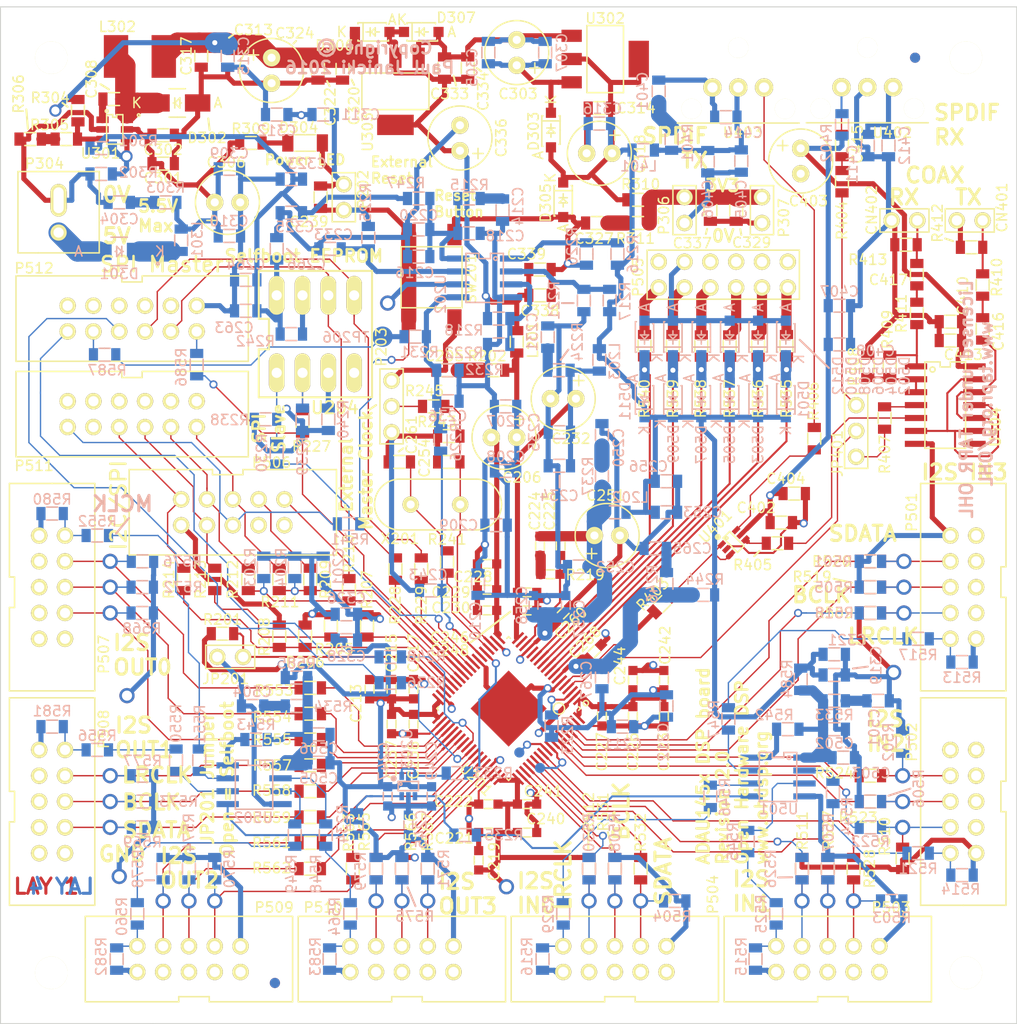
<source format=kicad_pcb>
(kicad_pcb (version 20171130) (host pcbnew "(5.1.12)-1")
  (title_block (title "ADAU145x DSP - ADAU1452, ADAU1451, ADAU1450 supported") (date 2016-05-25) (rev 2.0) (company "Open Hardware DSP Platform - www.ohdsp.org") (comment 1 "MERCHANTABILITY, SATISFACTORY QUALITY AND FITNESS FOR A PARTICULAR PURPOSE.") (comment 2 "is distributed WITHOUT ANY EXPRESS OR IMPLIED WARRANTY, INCLUDING OF") (comment 3 "Licensed under the TAPR Open Hardware License (www.tapr.org/OHL). This documentation") (comment 4 "Copyright Paul Janicki 2016"))
  (layers (0 F.Cu signal) (1 In1.Cu signal) (2 In2.Cu signal) (31 B.Cu signal) (34 B.Paste user hide) (35 F.Paste user hide) (36 B.SilkS user hide) (37 F.SilkS user hide) (38 B.Mask user hide) (39 F.Mask user hide) (44 Edge.Cuts user))
  (net 0 "")
  (net 1 GNDD)
  (net 2 /ADAU1452/SELFBOOT)
  (net 3 /ADAU1452/DVDD)
  (net 4 /ADAU1452/PVDD)
  (net 5 /ADAU1452/IOVDD)
  (net 6 /ADAU1452/XTALIN)
  (net 7 /ADAU1452/AVDD)
  (net 8 VCC)
  (net 9 VDD)
  (net 10 "Net-(C501-Pad1)")
  (net 11 /ADAU1452/ADAU_SPDIF_RX)
  (net 12 "Net-(D301-Pad2)")
  (net 13 /ADAU1452/M_SS)
  (net 14 /ADAU1452/I2C_SCL)
  (net 15 /ADAU1452/I2C_SDA)
  (net 16 /ADAU1452/XTALOUT)
  (net 17 /ADAU1452/MCLK)
  (net 18 /ADAU1452/ADAU_SPDIF_TX)
  (net 19 /ADAU1452/ADCIN_LRCLK3)
  (net 20 /ADAU1452/ADCIN_BCLK3)
  (net 21 /ADAU1452/ADCIN_LRCLK0)
  (net 22 /ADAU1452/ADCIN_BCLK0)
  (net 23 /ADAU1452/ADCIN_LRCLK1)
  (net 24 /ADAU1452/ADCIN_BCLK1)
  (net 25 /ADAU1452/ADCIN_LRCLK2)
  (net 26 /ADAU1452/ADCIN_BCLK2)
  (net 27 /Connectors/AUXADCIN_1)
  (net 28 /Connectors/AUXADCIN_2)
  (net 29 /Connectors/AUXADCIN_3)
  (net 30 /Connectors/AUXADCIN_4)
  (net 31 /Connectors/AUXADCIN_5)
  (net 32 /Connectors/AUXADCIN_6)
  (net 33 /ADAU1452/DACOUT_LRCLK0)
  (net 34 /ADAU1452/DACOUT_BCLK0)
  (net 35 /ADAU1452/DACOUT_SDATA0)
  (net 36 /ADAU1452/DACOUT_LRCLK1)
  (net 37 /ADAU1452/DACOUT_BCLK1)
  (net 38 /ADAU1452/DACOUT_SDATA1)
  (net 39 /ADAU1452/DACOUT_LRCLK2)
  (net 40 /ADAU1452/DACOUT_BCLK2)
  (net 41 /ADAU1452/DACOUT_SDATA2)
  (net 42 /ADAU1452/DACOUT_LRCLK3)
  (net 43 /ADAU1452/DACOUT_BCLK3)
  (net 44 /ADAU1452/DACOUT_SDATA3)
  (net 45 /ADAU1452/ADCIN_SDATA3)
  (net 46 /ADAU1452/ADCIN_SDATA0)
  (net 47 /ADAU1452/ADCIN_SDATA1)
  (net 48 /ADAU1452/ADCIN_SDATA2)
  (net 49 /ADAU1452/MAN_RST_IN)
  (net 50 /ADAU1452/DSP_RESET)
  (net 51 "Net-(C502-Pad1)")
  (net 52 /Connectors/MCLKA1)
  (net 53 /Connectors/MCLKB1)
  (net 54 /Connectors/MCLKB2)
  (net 55 /Connectors/MCLKB3)
  (net 56 /Connectors/MCLKB4)
  (net 57 /Connectors/MCLKA2)
  (net 58 /Connectors/MCLKA3)
  (net 59 /Connectors/MCLKA4)
  (net 60 "Net-(C401-Pad1)")
  (net 61 "Net-(C402-Pad1)")
  (net 62 "Net-(P501-Pad4)")
  (net 63 "Net-(P501-Pad6)")
  (net 64 "Net-(P501-Pad8)")
  (net 65 "Net-(P502-Pad4)")
  (net 66 "Net-(P502-Pad6)")
  (net 67 "Net-(P502-Pad8)")
  (net 68 "Net-(P503-Pad4)")
  (net 69 "Net-(P503-Pad6)")
  (net 70 "Net-(P503-Pad8)")
  (net 71 "Net-(P504-Pad2)")
  (net 72 "Net-(P504-Pad4)")
  (net 73 "Net-(P504-Pad6)")
  (net 74 "Net-(P504-Pad8)")
  (net 75 "Net-(P505-Pad2)")
  (net 76 "Net-(P505-Pad4)")
  (net 77 "Net-(P505-Pad6)")
  (net 78 "Net-(P505-Pad8)")
  (net 79 "Net-(P505-Pad10)")
  (net 80 "Net-(P505-Pad12)")
  (net 81 "Net-(P501-Pad2)")
  (net 82 "Net-(P502-Pad2)")
  (net 83 "Net-(P503-Pad2)")
  (net 84 VAA)
  (net 85 "Net-(P509-Pad2)")
  (net 86 "Net-(P509-Pad4)")
  (net 87 "Net-(P509-Pad6)")
  (net 88 "Net-(P509-Pad8)")
  (net 89 "Net-(P510-Pad2)")
  (net 90 "Net-(P510-Pad4)")
  (net 91 "Net-(P510-Pad6)")
  (net 92 "Net-(P510-Pad8)")
  (net 93 /ADAU1452/MOSI/ADDR1)
  (net 94 /ADAU1452/SS/ADDR0)
  (net 95 /ADAU1452/MISO/SDA)
  (net 96 /ADAU1452/SCLK/SCL)
  (net 97 /ADAU1452/SPI_MISO)
  (net 98 /ADAU1452/SPI_SCLK)
  (net 99 /ADAU1452/SPI_MOSI)
  (net 100 /ADAU1452/SPI_SS)
  (net 101 "Net-(R216-Pad2)")
  (net 102 "Net-(R217-Pad2)")
  (net 103 "Net-(R218-Pad2)")
  (net 104 "Net-(R223-Pad2)")
  (net 105 "Net-(R228-Pad1)")
  (net 106 "Net-(R229-Pad1)")
  (net 107 "Net-(R230-Pad1)")
  (net 108 "Net-(R544-Pad2)")
  (net 109 "Net-(R545-Pad2)")
  (net 110 "Net-(R546-Pad2)")
  (net 111 "Net-(R547-Pad2)")
  (net 112 "Net-(R548-Pad2)")
  (net 113 "Net-(R549-Pad2)")
  (net 114 "Net-(D301-Pad1)")
  (net 115 "Net-(TP201-Pad1)")
  (net 116 "Net-(TP204-Pad1)")
  (net 117 "Net-(R406-Pad1)")
  (net 118 "Net-(R407-Pad1)")
  (net 119 "Net-(TP205-Pad1)")
  (net 120 "Net-(C504-Pad1)")
  (net 121 "Net-(C205-Pad1)")
  (net 122 "Net-(C224-Pad2)")
  (net 123 "Net-(C505-Pad1)")
  (net 124 "Net-(P507-Pad2)")
  (net 125 "Net-(P507-Pad4)")
  (net 126 "Net-(P507-Pad6)")
  (net 127 "Net-(P507-Pad8)")
  (net 128 "Net-(P508-Pad2)")
  (net 129 "Net-(P508-Pad4)")
  (net 130 "Net-(P508-Pad6)")
  (net 131 "Net-(P508-Pad8)")
  (net 132 "Net-(R301-Pad1)")
  (net 133 "Net-(R304-Pad1)")
  (net 134 "Net-(C308-Pad1)")
  (net 135 "Net-(C304-Pad1)")
  (net 136 "Net-(C308-Pad2)")
  (net 137 "Net-(C327-Pad1)")
  (net 138 "Net-(C329-Pad1)")
  (net 139 "Net-(R305-Pad1)")
  (net 140 /ADAU1452/GLB_RESET)
  (net 141 "Net-(R403-Pad1)")
  (net 142 /ADAU1452/MCLK_ADAU)
  (net 143 /ADAU1452/MCLK2)
  (net 144 "Net-(P203-Pad2)")
  (net 145 "Net-(C214-Pad1)")
  (net 146 "Net-(C216-Pad1)")
  (net 147 "Net-(C225-Pad2)")
  (net 148 "Net-(C231-Pad1)")
  (net 149 "Net-(C233-Pad1)")
  (net 150 "Net-(C236-Pad1)")
  (net 151 "Net-(C250-Pad1)")
  (net 152 "Net-(C261-Pad1)")
  (net 153 "Net-(C265-Pad1)")
  (net 154 "Net-(C415-Pad1)")
  (net 155 "Net-(C415-Pad2)")
  (net 156 "Net-(C416-Pad1)")
  (net 157 "Net-(C416-Pad2)")
  (net 158 "Net-(C417-Pad1)")
  (net 159 "Net-(C417-Pad2)")
  (net 160 "Net-(CN401-Pad1)")
  (net 161 "Net-(D304-Pad1)")
  (net 162 "Net-(R233-Pad1)")
  (net 163 "Net-(R234-Pad2)")
  (net 164 "Net-(R235-Pad2)")
  (net 165 "Net-(R240-Pad2)")
  (net 166 "Net-(R242-Pad2)")
  (net 167 "Net-(R405-Pad1)")
  (net 168 "Net-(R405-Pad2)")
  (net 169 "Net-(R406-Pad2)")
  (net 170 "Net-(R408-Pad2)")
  (net 171 "Net-(R409-Pad2)")
  (net 172 "Net-(R542-Pad1)")
  (net 173 "Net-(R543-Pad1)")
  (net 174 "Net-(R550-Pad2)")
  (net 175 "Net-(R551-Pad2)")
  (net 176 "Net-(U404-Pad11)")
  (net 177 "Net-(JP401-Pad3)")
  (net 178 "Net-(JP401-Pad1)")
  (net 179 /Connectors/I2C_RST)
  (net 180 /Connectors/M_SPI_MISO)
  (net 181 /Connectors/M_SPI_SCLK)
  (net 182 /Connectors/M_SPI_MOSI)
  (net 183 /Connectors/M_SPI_SS)
  (net 184 /Connectors/M_MUTE)
  (net 185 "Net-(R236-Pad1)")
  (net 186 "Net-(R248-Pad1)")
  (net 187 "Net-(R227-Pad2)")
  (net 188 "Net-(P512-Pad2)")
  (net 189 "Net-(P512-Pad10)")
  (net 190 "/Power Supply/2V1")
  (module MyKiCadLibs-Footprints:IC-LFCSP72-HANDFIT (layer F.Cu) (at 157 105.011 225)
    (fp_text reference U201 (at 7.203156 -2.676966 315) (layer F.SilkS))
    (fp_text value ADAU1452WBCPZ hide)
    (pad 1 smd rect (at -5.55 -4.25 225) (size 1.5 0.25) (layers F.Cu F.Paste F.Mask) (net 1 GNDD))
    (pad 2 smd rect (at -5.55 -3.75 225) (size 1.5 0.25) (layers F.Cu F.Paste F.Mask) (net 5 /ADAU1452/IOVDD))
    (pad 3 smd rect (at -5.55 -3.25 225) (size 1.5 0.25) (layers F.Cu F.Paste F.Mask) (net 104 "Net-(R223-Pad2)"))
    (pad 4 smd rect (at -5.55 -2.75 225) (size 1.5 0.25) (layers F.Cu F.Paste F.Mask) (net 11 /ADAU1452/ADAU_SPDIF_RX))
    (pad 5 smd rect (at -5.55 -2.25 225) (size 1.5 0.25) (layers F.Cu F.Paste F.Mask) (net 18 /ADAU1452/ADAU_SPDIF_TX))
    (pad 6 smd rect (at -5.55 -1.75 225) (size 1.5 0.25) (layers F.Cu F.Paste F.Mask) (net 1 GNDD))
    (pad 7 smd rect (at -5.55 -1.25 225) (size 1.5 0.25) (layers F.Cu F.Paste F.Mask) (net 7 /ADAU1452/AVDD))
    (pad 8 smd rect (at -5.55 -0.75 225) (size 1.5 0.25) (layers F.Cu F.Paste F.Mask) (net 27 /Connectors/AUXADCIN_1))
    (pad 9 smd rect (at -5.55 -0.25 225) (size 1.5 0.25) (layers F.Cu F.Paste F.Mask) (net 28 /Connectors/AUXADCIN_2))
    (pad 10 smd rect (at -5.55 0.25 225) (size 1.5 0.25) (layers F.Cu F.Paste F.Mask) (net 29 /Connectors/AUXADCIN_3))
    (pad 11 smd rect (at -5.55 0.75 225) (size 1.5 0.25) (layers F.Cu F.Paste F.Mask) (net 30 /Connectors/AUXADCIN_4))
    (pad 12 smd rect (at -5.55 1.25 225) (size 1.5 0.25) (layers F.Cu F.Paste F.Mask) (net 31 /Connectors/AUXADCIN_5))
    (pad 13 smd rect (at -5.55 1.75 225) (size 1.5 0.25) (layers F.Cu F.Paste F.Mask) (net 32 /Connectors/AUXADCIN_6))
    (pad 14 smd rect (at -5.55 2.25 225) (size 1.5 0.25) (layers F.Cu F.Paste F.Mask))
    (pad 15 smd rect (at -5.55 2.75 225) (size 1.5 0.25) (layers F.Cu F.Paste F.Mask) (net 4 /ADAU1452/PVDD))
    (pad 16 smd rect (at -5.55 3.25 225) (size 1.5 0.25) (layers F.Cu F.Paste F.Mask) (net 147 "Net-(C225-Pad2)"))
    (pad 17 smd rect (at -5.55 3.75 225) (size 1.5 0.25) (layers F.Cu F.Paste F.Mask))
    (pad 18 smd rect (at -5.55 4.25 225) (size 1.5 0.25) (layers F.Cu F.Paste F.Mask) (net 5 /ADAU1452/IOVDD))
    (pad 19 smd rect (at -4.25 5.55 225) (size 0.25 1.5) (layers F.Cu F.Paste F.Mask) (net 1 GNDD))
    (pad 20 smd rect (at -3.75 5.55 225) (size 0.25 1.5) (layers F.Cu F.Paste F.Mask) (net 3 /ADAU1452/DVDD))
    (pad 21 smd rect (at -3.25 5.55 225) (size 0.25 1.5) (layers F.Cu F.Paste F.Mask) (net 6 /ADAU1452/XTALIN))
    (pad 22 smd rect (at -2.75 5.55 225) (size 0.25 1.5) (layers F.Cu F.Paste F.Mask) (net 16 /ADAU1452/XTALOUT))
    (pad 23 smd rect (at -2.25 5.55 225) (size 0.25 1.5) (layers F.Cu F.Paste F.Mask) (net 142 /ADAU1452/MCLK_ADAU))
    (pad 24 smd rect (at -1.75 5.55 225) (size 0.25 1.5) (layers F.Cu F.Paste F.Mask) (net 50 /ADAU1452/DSP_RESET))
    (pad 25 smd rect (at -1.25 5.55 225) (size 0.25 1.5) (layers F.Cu F.Paste F.Mask) (net 1 GNDD))
    (pad 26 smd rect (at -0.75 5.55 225) (size 0.25 1.5) (layers F.Cu F.Paste F.Mask) (net 107 "Net-(R230-Pad1)"))
    (pad 27 smd rect (at -0.25 5.55 225) (size 0.25 1.5) (layers F.Cu F.Paste F.Mask) (net 106 "Net-(R229-Pad1)"))
    (pad 28 smd rect (at 0.25 5.55 225) (size 0.25 1.5) (layers F.Cu F.Paste F.Mask) (net 105 "Net-(R228-Pad1)"))
    (pad 29 smd rect (at 0.75 5.55 225) (size 0.25 1.5) (layers F.Cu F.Paste F.Mask) (net 180 /Connectors/M_SPI_MISO))
    (pad 30 smd rect (at 1.25 5.55 225) (size 0.25 1.5) (layers F.Cu F.Paste F.Mask) (net 95 /ADAU1452/MISO/SDA))
    (pad 31 smd rect (at 1.75 5.55 225) (size 0.25 1.5) (layers F.Cu F.Paste F.Mask) (net 96 /ADAU1452/SCLK/SCL))
    (pad 32 smd rect (at 2.25 5.55 225) (size 0.25 1.5) (layers F.Cu F.Paste F.Mask) (net 93 /ADAU1452/MOSI/ADDR1))
    (pad 33 smd rect (at 2.75 5.55 225) (size 0.25 1.5) (layers F.Cu F.Paste F.Mask) (net 94 /ADAU1452/SS/ADDR0))
    (pad 34 smd rect (at 3.25 5.55 225) (size 0.25 1.5) (layers F.Cu F.Paste F.Mask) (net 2 /ADAU1452/SELFBOOT))
    (pad 35 smd rect (at 3.75 5.55 225) (size 0.25 1.5) (layers F.Cu F.Paste F.Mask) (net 3 /ADAU1452/DVDD))
    (pad 36 smd rect (at 4.25 5.55 225) (size 0.25 1.5) (layers F.Cu F.Paste F.Mask) (net 1 GNDD))
    (pad 37 smd rect (at 5.55 4.25 225) (size 1.5 0.25) (layers F.Cu F.Paste F.Mask) (net 1 GNDD))
    (pad 38 smd rect (at 5.55 3.75 225) (size 1.5 0.25) (layers F.Cu F.Paste F.Mask) (net 5 /ADAU1452/IOVDD))
    (pad 39 smd rect (at 5.55 3.25 225) (size 1.5 0.25) (layers F.Cu F.Paste F.Mask) (net 33 /ADAU1452/DACOUT_LRCLK0))
    (pad 40 smd rect (at 5.55 2.75 225) (size 1.5 0.25) (layers F.Cu F.Paste F.Mask) (net 34 /ADAU1452/DACOUT_BCLK0))
    (pad 41 smd rect (at 5.55 2.25 225) (size 1.5 0.25) (layers F.Cu F.Paste F.Mask) (net 35 /ADAU1452/DACOUT_SDATA0))
    (pad 42 smd rect (at 5.55 1.75 225) (size 1.5 0.25) (layers F.Cu F.Paste F.Mask) (net 36 /ADAU1452/DACOUT_LRCLK1))
    (pad 43 smd rect (at 5.55 1.25 225) (size 1.5 0.25) (layers F.Cu F.Paste F.Mask) (net 37 /ADAU1452/DACOUT_BCLK1))
    (pad 44 smd rect (at 5.55 0.75 225) (size 1.5 0.25) (layers F.Cu F.Paste F.Mask) (net 38 /ADAU1452/DACOUT_SDATA1))
    (pad 45 smd rect (at 5.55 0.25 225) (size 1.5 0.25) (layers F.Cu F.Paste F.Mask) (net 186 "Net-(R248-Pad1)"))
    (pad 46 smd rect (at 5.55 -0.25 225) (size 1.5 0.25) (layers F.Cu F.Paste F.Mask) (net 185 "Net-(R236-Pad1)"))
    (pad 47 smd rect (at 5.55 -0.75 225) (size 1.5 0.25) (layers F.Cu F.Paste F.Mask) (net 39 /ADAU1452/DACOUT_LRCLK2))
    (pad 48 smd rect (at 5.55 -1.25 225) (size 1.5 0.25) (layers F.Cu F.Paste F.Mask) (net 40 /ADAU1452/DACOUT_BCLK2))
    (pad 49 smd rect (at 5.55 -1.75 225) (size 1.5 0.25) (layers F.Cu F.Paste F.Mask) (net 41 /ADAU1452/DACOUT_SDATA2))
    (pad 50 smd rect (at 5.55 -2.25 225) (size 1.5 0.25) (layers F.Cu F.Paste F.Mask) (net 42 /ADAU1452/DACOUT_LRCLK3))
    (pad 51 smd rect (at 5.55 -2.75 225) (size 1.5 0.25) (layers F.Cu F.Paste F.Mask) (net 43 /ADAU1452/DACOUT_BCLK3))
    (pad 52 smd rect (at 5.55 -3.25 225) (size 1.5 0.25) (layers F.Cu F.Paste F.Mask) (net 44 /ADAU1452/DACOUT_SDATA3))
    (pad 53 smd rect (at 5.55 -3.75 225) (size 1.5 0.25) (layers F.Cu F.Paste F.Mask) (net 3 /ADAU1452/DVDD))
    (pad 54 smd rect (at 5.55 -4.25 225) (size 1.5 0.25) (layers F.Cu F.Paste F.Mask) (net 1 GNDD))
    (pad 55 smd rect (at 4.25 -5.55 225) (size 0.25 1.5) (layers F.Cu F.Paste F.Mask) (net 1 GNDD))
    (pad 56 smd rect (at 3.75 -5.55 225) (size 0.25 1.5) (layers F.Cu F.Paste F.Mask) (net 5 /ADAU1452/IOVDD))
    (pad 57 smd rect (at 3.25 -5.55 225) (size 0.25 1.5) (layers F.Cu F.Paste F.Mask) (net 22 /ADAU1452/ADCIN_BCLK0))
    (pad 58 smd rect (at 2.75 -5.55 225) (size 0.25 1.5) (layers F.Cu F.Paste F.Mask) (net 21 /ADAU1452/ADCIN_LRCLK0))
    (pad 59 smd rect (at 2.25 -5.55 225) (size 0.25 1.5) (layers F.Cu F.Paste F.Mask) (net 46 /ADAU1452/ADCIN_SDATA0))
    (pad 60 smd rect (at 1.75 -5.55 225) (size 0.25 1.5) (layers F.Cu F.Paste F.Mask) (net 24 /ADAU1452/ADCIN_BCLK1))
    (pad 61 smd rect (at 1.25 -5.55 225) (size 0.25 1.5) (layers F.Cu F.Paste F.Mask) (net 23 /ADAU1452/ADCIN_LRCLK1))
    (pad 62 smd rect (at 0.75 -5.55 225) (size 0.25 1.5) (layers F.Cu F.Paste F.Mask) (net 47 /ADAU1452/ADCIN_SDATA1))
    (pad 63 smd rect (at 0.25 -5.55 225) (size 0.25 1.5) (layers F.Cu F.Paste F.Mask) (net 119 "Net-(TP205-Pad1)"))
    (pad 64 smd rect (at -0.25 -5.55 225) (size 0.25 1.5) (layers F.Cu F.Paste F.Mask) (net 116 "Net-(TP204-Pad1)"))
    (pad 65 smd rect (at -0.75 -5.55 225) (size 0.25 1.5) (layers F.Cu F.Paste F.Mask) (net 26 /ADAU1452/ADCIN_BCLK2))
    (pad 66 smd rect (at -1.25 -5.55 225) (size 0.25 1.5) (layers F.Cu F.Paste F.Mask) (net 25 /ADAU1452/ADCIN_LRCLK2))
    (pad 67 smd rect (at -1.75 -5.55 225) (size 0.25 1.5) (layers F.Cu F.Paste F.Mask) (net 48 /ADAU1452/ADCIN_SDATA2))
    (pad 68 smd rect (at -2.25 -5.55 225) (size 0.25 1.5) (layers F.Cu F.Paste F.Mask) (net 20 /ADAU1452/ADCIN_BCLK3))
    (pad 69 smd rect (at -2.75 -5.55 225) (size 0.25 1.5) (layers F.Cu F.Paste F.Mask) (net 19 /ADAU1452/ADCIN_LRCLK3))
    (pad 70 smd rect (at -3.25 -5.55 225) (size 0.25 1.5) (layers F.Cu F.Paste F.Mask) (net 45 /ADAU1452/ADCIN_SDATA3))
    (pad 71 smd rect (at -3.75 -5.55 225) (size 0.25 1.5) (layers F.Cu F.Paste F.Mask) (net 3 /ADAU1452/DVDD))
    (pad 72 smd rect (at -4.25 -5.55 225) (size 0.25 1.5) (layers F.Cu F.Paste F.Mask) (net 1 GNDD))
    (pad EP1 smd rect (at 0 0 225) (size 5.3 5.3) (layers F.Cu F.Paste F.Mask) (net 1 GNDD))
  )
  (module MyKiCadLibs-Footprints:IC_SOIC_8 (layer B.Cu) (at 186.114 109.838 180)
    (fp_text reference U501 (at 2.541 -5.059 180) (layer B.SilkS) (effects (justify mirror)))
    (fp_text value NB3L553 hide)
    (pad 1 smd rect (at 0 0 180) (size 2.2 0.6) (layers B.Cu B.Paste B.Mask) (net 51 "Net-(C502-Pad1)"))
    (pad 2 smd rect (at 0 -1.27 180) (size 2.2 0.6) (layers B.Cu B.Paste B.Mask) (net 108 "Net-(R544-Pad2)"))
    (pad 3 smd rect (at 0 -2.54 180) (size 2.2 0.6) (layers B.Cu B.Paste B.Mask) (net 109 "Net-(R545-Pad2)"))
    (pad 4 smd rect (at 0 -3.81 180) (size 2.2 0.6) (layers B.Cu B.Paste B.Mask) (net 1 GNDD))
    (pad 5 smd rect (at 5.2 -3.81 180) (size 2.2 0.6) (layers B.Cu B.Paste B.Mask) (net 17 /ADAU1452/MCLK))
    (pad 6 smd rect (at 5.2 -2.54 180) (size 2.2 0.6) (layers B.Cu B.Paste B.Mask) (net 110 "Net-(R546-Pad2)"))
    (pad 7 smd rect (at 5.2 -1.27 180) (size 2.2 0.6) (layers B.Cu B.Paste B.Mask) (net 111 "Net-(R547-Pad2)"))
    (pad 8 smd rect (at 5.2 0 180) (size 2.2 0.6) (layers B.Cu B.Paste B.Mask) (net 172 "Net-(R542-Pad1)"))
  )
  (module MyKiCadLibs-Footprints:CONN_SIL_3_1MM (layer F.Cu) (at 145.481 77.834 90)
    (fp_text reference P203 (at 8.382 -1.016 90) (layer F.SilkS))
    (fp_text value CONN_3x1 hide)
    (pad 3 thru_hole circle (at 5.08 0 90) (size 1.6 1.6) (drill 1) (layers *.Cu *.Mask F.SilkS) (net 1 GNDD))
    (pad 1 thru_hole circle (at 0 0 90) (size 1.6 1.6) (drill 1) (layers *.Cu *.Mask F.SilkS) (net 1 GNDD))
    (pad 2 thru_hole circle (at 2.54 0 90) (size 1.6 1.6) (drill 1) (layers *.Cu *.Mask F.SilkS) (net 144 "Net-(P203-Pad2)"))
  )
  (module MyKiCadLibs-Footprints:SMD-0805 (layer F.Cu) (at 183.835 86.724)
    (fp_text reference C402 (at -2.4765 -1.4605 180) (layer F.SilkS))
    (fp_text value 100n hide)
    (pad 1 smd rect (at -1.1 0) (size 0.9 1.3) (layers F.Cu F.Paste F.Mask) (net 61 "Net-(C402-Pad1)"))
    (pad 2 smd rect (at 1.1 0) (size 0.9 1.3) (layers F.Cu F.Paste F.Mask) (net 1 GNDD))
  )
  (module MyKiCadLibs-Footprints:IC_SOIC_8 (layer B.Cu) (at 134.552 110.6 180)
    (fp_text reference U502 (at 2.667 -5.1435 180) (layer B.SilkS) (effects (justify mirror)))
    (fp_text value NB3L553 hide)
    (pad 1 smd rect (at 0 0 180) (size 2.2 0.6) (layers B.Cu B.Paste B.Mask) (net 123 "Net-(C505-Pad1)"))
    (pad 2 smd rect (at 0 -1.27 180) (size 2.2 0.6) (layers B.Cu B.Paste B.Mask) (net 112 "Net-(R548-Pad2)"))
    (pad 3 smd rect (at 0 -2.54 180) (size 2.2 0.6) (layers B.Cu B.Paste B.Mask) (net 113 "Net-(R549-Pad2)"))
    (pad 4 smd rect (at 0 -3.81 180) (size 2.2 0.6) (layers B.Cu B.Paste B.Mask) (net 1 GNDD))
    (pad 5 smd rect (at 5.2 -3.81 180) (size 2.2 0.6) (layers B.Cu B.Paste B.Mask) (net 143 /ADAU1452/MCLK2))
    (pad 6 smd rect (at 5.2 -2.54 180) (size 2.2 0.6) (layers B.Cu B.Paste B.Mask) (net 174 "Net-(R550-Pad2)"))
    (pad 7 smd rect (at 5.2 -1.27 180) (size 2.2 0.6) (layers B.Cu B.Paste B.Mask) (net 175 "Net-(R551-Pad2)"))
    (pad 8 smd rect (at 5.2 0 180) (size 2.2 0.6) (layers B.Cu B.Paste B.Mask) (net 173 "Net-(R543-Pad1)"))
  )
  (module MyKiCadLibs-Footprints:CONN_DIL_2X5_BOX_1MM (layer F.Cu) (at 129.86 85.708 270)
    (fp_text reference P506 (at -4.8895 -3.81) (layer F.SilkS))
    (fp_text value CONN_02X05 hide)
    (pad 1 thru_hole circle (at -1.27 -5.08 270) (size 1.6 1.6) (drill 1) (layers *.Cu *.Mask F.SilkS) (net 14 /ADAU1452/I2C_SCL))
    (pad 2 thru_hole circle (at 1.27 -5.08 270) (size 1.6 1.6) (drill 1) (layers *.Cu *.Mask F.SilkS))
    (pad 3 thru_hole circle (at -1.27 -2.54 270) (size 1.6 1.6) (drill 1) (layers *.Cu *.Mask F.SilkS) (net 15 /ADAU1452/I2C_SDA))
    (pad 4 thru_hole circle (at 1.27 -2.54 270) (size 1.6 1.6) (drill 1) (layers *.Cu *.Mask F.SilkS))
    (pad 5 thru_hole circle (at -1.27 0 270) (size 1.6 1.6) (drill 1) (layers *.Cu *.Mask F.SilkS) (net 97 /ADAU1452/SPI_MISO))
    (pad 6 thru_hole circle (at 1.27 0 270) (size 1.6 1.6) (drill 1) (layers *.Cu *.Mask F.SilkS) (net 179 /Connectors/I2C_RST))
    (pad 7 thru_hole circle (at -1.27 2.54 270) (size 1.6 1.6) (drill 1) (layers *.Cu *.Mask F.SilkS) (net 98 /ADAU1452/SPI_SCLK))
    (pad 8 thru_hole circle (at 1.27 2.54 270) (size 1.6 1.6) (drill 1) (layers *.Cu *.Mask F.SilkS) (net 99 /ADAU1452/SPI_MOSI))
    (pad 9 thru_hole circle (at -1.27 5.08 270) (size 1.6 1.6) (drill 1) (layers *.Cu *.Mask F.SilkS) (net 100 /ADAU1452/SPI_SS))
    (pad 10 thru_hole circle (at 1.27 5.08 270) (size 1.6 1.6) (drill 1) (layers *.Cu *.Mask F.SilkS) (net 1 GNDD))
  )
  (module MyKiCadLibs-Footprints:XTAL_HC49_TH (layer F.Cu) (at 149.799 84.946 180)
    (fp_text reference X201 (at 3.4925 -3.3655 180) (layer F.SilkS))
    (fp_text value 24M576 hide)
    (pad 1 thru_hole circle (at -2.44 0 180) (size 1.6 1.6) (drill 0.8) (layers *.Cu *.Mask F.SilkS) (net 6 /ADAU1452/XTALIN))
    (pad 2 thru_hole circle (at 2.44 0 180) (size 1.6 1.6) (drill 0.8) (layers *.Cu *.Mask F.SilkS) (net 152 "Net-(C261-Pad1)"))
  )
  (module MyKiCadLibs-Footprints:IC_DIP_8 (layer F.Cu) (at 137.988 68.182 90)
    (fp_text reference U204 (at -7.239 1.905 180) (layer F.SilkS) (effects (font (size 1.2 1.2) (thickness 0.2))))
    (fp_text value 25AA1024 hide)
    (pad 1 thru_hole oval (at -3.81 -3.81 90) (size 3.81 1.524) (drill 1) (layers *.Cu *.Mask F.SilkS) (net 13 /ADAU1452/M_SS))
    (pad 2 thru_hole oval (at -3.81 -1.27 90) (size 3.81 1.524) (drill 1) (layers *.Cu *.Mask F.SilkS) (net 187 "Net-(R227-Pad2)"))
    (pad 3 thru_hole oval (at -3.81 1.27 90) (size 3.81 1.524) (drill 1) (layers *.Cu *.Mask F.SilkS) (net 165 "Net-(R240-Pad2)"))
    (pad 4 thru_hole oval (at -3.81 3.81 90) (size 3.81 1.524) (drill 1) (layers *.Cu *.Mask F.SilkS) (net 1 GNDD))
    (pad 8 thru_hole oval (at 3.81 -3.81 90) (size 3.81 1.524) (drill 1) (layers *.Cu *.Mask F.SilkS) (net 84 VAA))
    (pad 7 thru_hole oval (at 3.81 -1.27 90) (size 3.81 1.524) (drill 1) (layers *.Cu *.Mask F.SilkS) (net 166 "Net-(R242-Pad2)"))
    (pad 6 thru_hole oval (at 3.81 1.27 90) (size 3.81 1.524) (drill 1) (layers *.Cu *.Mask F.SilkS) (net 181 /Connectors/M_SPI_SCLK))
    (pad 5 thru_hole oval (at 3.81 3.81 90) (size 3.81 1.524) (drill 1) (layers *.Cu *.Mask F.SilkS) (net 182 /Connectors/M_SPI_MOSI))
  )
  (module MyKiCadLibs-Footprints:SMD-0805 (layer B.Cu) (at 151.958 111.362)
    (fp_text reference R233 (at 3.556 0) (layer B.SilkS) (effects (justify mirror)))
    (fp_text value 75 hide)
    (pad 1 smd rect (at -1.1 0) (size 0.9 1.3) (layers B.Cu B.Paste B.Mask) (net 162 "Net-(R233-Pad1)"))
    (pad 2 smd rect (at 1.1 0) (size 0.9 1.3) (layers B.Cu B.Paste B.Mask) (net 142 /ADAU1452/MCLK_ADAU))
  )
  (module MyKiCadLibs-Footprints:TP-TH-1mm (layer F.Cu) (at 188.407 123.935)
    (fp_text reference TP509 hide)
    (fp_text value PIN)
    (pad 1 thru_hole circle (at 0 0) (size 1.5 1.5) (drill 1) (layers *.Cu *.Mask F.Paste) (net 69 "Net-(P503-Pad6)"))
  )
  (module MyKiCadLibs-Footprints:TP-TH-1mm (layer F.Cu) (at 185.867 123.935)
    (fp_text reference TP503 hide)
    (fp_text value PIN)
    (pad 1 thru_hole circle (at 0 0) (size 1.5 1.5) (drill 1) (layers *.Cu *.Mask F.Paste) (net 68 "Net-(P503-Pad4)"))
  )
  (module MyKiCadLibs-Footprints:TP-TH-1mm (layer F.Cu) (at 190.947 123.935)
    (fp_text reference TP510 hide)
    (fp_text value PIN)
    (pad 1 thru_hole circle (at 0 0) (size 1.5 1.5) (drill 1) (layers *.Cu *.Mask F.Paste) (net 70 "Net-(P503-Pad8)"))
  )
  (module MyKiCadLibs-Footprints:DIODE-SOD-123 (layer B.Cu) (at 184.279 74.659 90)
    (fp_text reference D501 (at 0 1.7785 90) (layer B.SilkS) (effects (justify mirror)))
    (fp_text value SS14L hide)
    (fp_text user K (at -3 0 90) (layer B.SilkS) (effects (justify mirror)))
    (fp_text user A (at 2.1844 -1.079 90) (layer B.SilkS) (effects (justify mirror)))
    (pad 2 smd rect (at -1.7 0 90) (size 1 1) (layers B.Cu B.Paste B.Mask) (net 84 VAA))
    (pad 1 smd rect (at 1.7 0 90) (size 1 1) (layers B.Cu B.Paste B.Mask) (net 27 /Connectors/AUXADCIN_1))
  )
  (module MyKiCadLibs-Footprints:DIODE-SOD-123 (layer B.Cu) (at 184.279 68.563 90)
    (fp_text reference D502 (at -3.7084 11.6718 90) (layer B.SilkS) (effects (justify mirror)))
    (fp_text value SS14L hide)
    (fp_text user K (at -2.0828 1.2832 90) (layer B.SilkS) (effects (justify mirror)))
    (fp_text user A (at 3 0 90) (layer B.SilkS) (effects (justify mirror)))
    (pad 2 smd rect (at -1.7 0 90) (size 1 1) (layers B.Cu B.Paste B.Mask) (net 27 /Connectors/AUXADCIN_1))
    (pad 1 smd rect (at 1.7 0 90) (size 1 1) (layers B.Cu B.Paste B.Mask) (net 1 GNDD))
  )
  (module MyKiCadLibs-Footprints:DIODE-SOD-123 (layer B.Cu) (at 181.549 74.659 90)
    (fp_text reference D503 (at -4.3815 0 90) (layer B.SilkS) (effects (justify mirror)))
    (fp_text value SS14L hide)
    (fp_text user K (at -2.3495 -1.3335 90) (layer B.SilkS) (effects (justify mirror)))
    (fp_text user A (at 2.159 -1.27 90) (layer B.SilkS) (effects (justify mirror)))
    (pad 2 smd rect (at -1.7 0 90) (size 1 1) (layers B.Cu B.Paste B.Mask) (net 84 VAA))
    (pad 1 smd rect (at 1.7 0 90) (size 1 1) (layers B.Cu B.Paste B.Mask) (net 28 /Connectors/AUXADCIN_2))
  )
  (module MyKiCadLibs-Footprints:DIODE-SOD-123 (layer B.Cu) (at 181.549 68.563 90)
    (fp_text reference D504 (at -3.7084 13.1318 90) (layer B.SilkS) (effects (justify mirror)))
    (fp_text value SS14L hide)
    (fp_text user K (at -1.9812 1.3208 90) (layer B.SilkS) (effects (justify mirror)))
    (fp_text user A (at 3 0 90) (layer B.SilkS) (effects (justify mirror)))
    (pad 2 smd rect (at -1.7 0 90) (size 1 1) (layers B.Cu B.Paste B.Mask) (net 28 /Connectors/AUXADCIN_2))
    (pad 1 smd rect (at 1.7 0 90) (size 1 1) (layers B.Cu B.Paste B.Mask) (net 1 GNDD))
  )
  (module MyKiCadLibs-Footprints:DIODE-SOD-123 (layer B.Cu) (at 178.755 74.659 90)
    (fp_text reference D505 (at -4.3815 0 90) (layer B.SilkS) (effects (justify mirror)))
    (fp_text value SS14L hide)
    (fp_text user K (at -2.3495 -1.27 90) (layer B.SilkS) (effects (justify mirror)))
    (fp_text user A (at 2.159 -1.0922 90) (layer B.SilkS) (effects (justify mirror)))
    (pad 2 smd rect (at -1.7 0 90) (size 1 1) (layers B.Cu B.Paste B.Mask) (net 84 VAA))
    (pad 1 smd rect (at 1.7 0 90) (size 1 1) (layers B.Cu B.Paste B.Mask) (net 29 /Connectors/AUXADCIN_3))
  )
  (module MyKiCadLibs-Footprints:DIODE-SOD-123 (layer B.Cu) (at 178.755 68.563 90)
    (fp_text reference D506 (at -3.7084 14.6304 90) (layer B.SilkS) (effects (justify mirror)))
    (fp_text value SS14L hide)
    (fp_text user K (at -2.0066 1.2954 90) (layer B.SilkS) (effects (justify mirror)))
    (fp_text user A (at 3 0 90) (layer B.SilkS) (effects (justify mirror)))
    (pad 2 smd rect (at -1.7 0 90) (size 1 1) (layers B.Cu B.Paste B.Mask) (net 29 /Connectors/AUXADCIN_3))
    (pad 1 smd rect (at 1.7 0 90) (size 1 1) (layers B.Cu B.Paste B.Mask) (net 1 GNDD))
  )
  (module MyKiCadLibs-Footprints:DIODE-SOD-123 (layer B.Cu) (at 175.961 74.659 90)
    (fp_text reference D507 (at -4.3815 0 90) (layer B.SilkS) (effects (justify mirror)))
    (fp_text value SS14L hide)
    (fp_text user K (at -2.3495 -1.27 90) (layer B.SilkS) (effects (justify mirror)))
    (fp_text user A (at 2.1336 -1.1938 90) (layer B.SilkS) (effects (justify mirror)))
    (pad 2 smd rect (at -1.7 0 90) (size 1 1) (layers B.Cu B.Paste B.Mask) (net 84 VAA))
    (pad 1 smd rect (at 1.7 0 90) (size 1 1) (layers B.Cu B.Paste B.Mask) (net 30 /Connectors/AUXADCIN_4))
  )
  (module MyKiCadLibs-Footprints:DIODE-SOD-123 (layer B.Cu) (at 175.961 68.563 90)
    (fp_text reference D508 (at -3.7084 16.1036 90) (layer B.SilkS) (effects (justify mirror)))
    (fp_text value SS14L hide)
    (fp_text user K (at -1.9558 1.2954 90) (layer B.SilkS) (effects (justify mirror)))
    (fp_text user A (at 3 0 90) (layer B.SilkS) (effects (justify mirror)))
    (pad 2 smd rect (at -1.7 0 90) (size 1 1) (layers B.Cu B.Paste B.Mask) (net 30 /Connectors/AUXADCIN_4))
    (pad 1 smd rect (at 1.7 0 90) (size 1 1) (layers B.Cu B.Paste B.Mask) (net 1 GNDD))
  )
  (module MyKiCadLibs-Footprints:DIODE-SOD-123 (layer B.Cu) (at 173.167 74.659 90)
    (fp_text reference D509 (at -4.318 0.0635 90) (layer B.SilkS) (effects (justify mirror)))
    (fp_text value SS14L hide)
    (fp_text user K (at -2.3495 -1.2065 90) (layer B.SilkS) (effects (justify mirror)))
    (fp_text user A (at 2.1336 -1.1684 90) (layer B.SilkS) (effects (justify mirror)))
    (pad 2 smd rect (at -1.7 0 90) (size 1 1) (layers B.Cu B.Paste B.Mask) (net 84 VAA))
    (pad 1 smd rect (at 1.7 0 90) (size 1 1) (layers B.Cu B.Paste B.Mask) (net 31 /Connectors/AUXADCIN_5))
  )
  (module MyKiCadLibs-Footprints:DIODE-SOD-123 (layer B.Cu) (at 173.167 68.563 90)
    (fp_text reference D510 (at -3.7084 17.5768 90) (layer B.SilkS) (effects (justify mirror)))
    (fp_text value SS14L hide)
    (fp_text user K (at -1.9558 1.27 90) (layer B.SilkS) (effects (justify mirror)))
    (fp_text user A (at 3 0 90) (layer B.SilkS) (effects (justify mirror)))
    (pad 2 smd rect (at -1.7 0 90) (size 1 1) (layers B.Cu B.Paste B.Mask) (net 31 /Connectors/AUXADCIN_5))
    (pad 1 smd rect (at 1.7 0 90) (size 1 1) (layers B.Cu B.Paste B.Mask) (net 1 GNDD))
  )
  (module MyKiCadLibs-Footprints:DIODE-SOD-123 (layer B.Cu) (at 170.373 74.659 90)
    (fp_text reference D511 (at -0.127 -1.905 90) (layer B.SilkS) (effects (justify mirror)))
    (fp_text value SS14L hide)
    (fp_text user K (at -2.9845 0 90) (layer B.SilkS) (effects (justify mirror)))
    (fp_text user A (at 2.1336 -1.143 90) (layer B.SilkS) (effects (justify mirror)))
    (pad 2 smd rect (at -1.7 0 90) (size 1 1) (layers B.Cu B.Paste B.Mask) (net 84 VAA))
    (pad 1 smd rect (at 1.7 0 90) (size 1 1) (layers B.Cu B.Paste B.Mask) (net 32 /Connectors/AUXADCIN_6))
  )
  (module MyKiCadLibs-Footprints:DIODE-SOD-123 (layer B.Cu) (at 170.373 68.563 90)
    (fp_text reference D512 (at -3.7084 19.05 90) (layer B.SilkS) (effects (justify mirror)))
    (fp_text value SS14L hide)
    (fp_text user K (at -1.9304 1.27 90) (layer B.SilkS) (effects (justify mirror)))
    (fp_text user A (at 3 0 90) (layer B.SilkS) (effects (justify mirror)))
    (pad 2 smd rect (at -1.7 0 90) (size 1 1) (layers B.Cu B.Paste B.Mask) (net 32 /Connectors/AUXADCIN_6))
    (pad 1 smd rect (at 1.7 0 90) (size 1 1) (layers B.Cu B.Paste B.Mask) (net 1 GNDD))
  )
  (module MyKiCadLibs-Footprints:TP-TH-1mm (layer F.Cu) (at 117.795 90.534)
    (fp_text reference TP517 hide)
    (fp_text value PIN)
    (pad 1 thru_hole circle (at 0 0) (size 1.5 1.5) (drill 1) (layers *.Cu *.Mask F.Paste) (net 125 "Net-(P507-Pad4)"))
  )
  (module MyKiCadLibs-Footprints:TP-TH-1mm (layer F.Cu) (at 119.446 103.742)
    (fp_text reference TP514 hide)
    (fp_text value PIN)
    (pad 1 thru_hole circle (at 0 0) (size 1.5 1.5) (drill 1) (layers *.Cu *.Mask F.Paste) (net 1 GNDD))
  )
  (module MyKiCadLibs-Footprints:TP-TH-1mm (layer F.Cu) (at 117.795 111.616)
    (fp_text reference TP518 hide)
    (fp_text value PIN)
    (pad 1 thru_hole circle (at 0 0) (size 1.5 1.5) (drill 1) (layers *.Cu *.Mask F.Paste) (net 129 "Net-(P508-Pad4)"))
  )
  (module MyKiCadLibs-Footprints:TP-TH-1mm (layer F.Cu) (at 118.684 121.522)
    (fp_text reference TP515 hide)
    (fp_text value PIN)
    (pad 1 thru_hole circle (at 0 0) (size 1.5 1.5) (drill 1) (layers *.Cu *.Mask F.Paste) (net 1 GNDD))
  )
  (module MyKiCadLibs-Footprints:TP-TH-1mm (layer F.Cu) (at 123.002 123.935)
    (fp_text reference TP519 hide)
    (fp_text value PIN)
    (pad 1 thru_hole circle (at 0 0) (size 1.5 1.5) (drill 1) (layers *.Cu *.Mask F.Paste) (net 86 "Net-(P509-Pad4)"))
  )
  (module MyKiCadLibs-Footprints:TP-TH-1mm (layer F.Cu) (at 156.784 122.538)
    (fp_text reference TP516 hide)
    (fp_text value PIN)
    (pad 1 thru_hole circle (at 0 0) (size 1.5 1.5) (drill 1) (layers *.Cu *.Mask F.Paste) (net 1 GNDD))
  )
  (module MyKiCadLibs-Footprints:TP-TH-1mm (layer F.Cu) (at 143.957 123.935)
    (fp_text reference TP520 hide)
    (fp_text value PIN)
    (pad 1 thru_hole circle (at 0 0) (size 1.5 1.5) (drill 1) (layers *.Cu *.Mask F.Paste) (net 90 "Net-(P510-Pad4)"))
  )
  (module MyKiCadLibs-Footprints:TP-TH-1mm (layer F.Cu) (at 117.795 93.074)
    (fp_text reference TP521 hide)
    (fp_text value PIN)
    (pad 1 thru_hole circle (at 0 0) (size 1.5 1.5) (drill 1) (layers *.Cu *.Mask F.Paste) (net 126 "Net-(P507-Pad6)"))
  )
  (module MyKiCadLibs-Footprints:TP-TH-1mm (layer F.Cu) (at 117.795 95.614)
    (fp_text reference TP522 hide)
    (fp_text value PIN)
    (pad 1 thru_hole circle (at 0 0) (size 1.5 1.5) (drill 1) (layers *.Cu *.Mask F.Paste) (net 127 "Net-(P507-Pad8)"))
  )
  (module MyKiCadLibs-Footprints:TP-TH-1mm (layer F.Cu) (at 117.795 114.156)
    (fp_text reference TP523 hide)
    (fp_text value PIN)
    (pad 1 thru_hole circle (at 0 0) (size 1.5 1.5) (drill 1) (layers *.Cu *.Mask F.Paste) (net 130 "Net-(P508-Pad6)"))
  )
  (module MyKiCadLibs-Footprints:TP-TH-1mm (layer F.Cu) (at 117.795 116.696)
    (fp_text reference TP524 hide)
    (fp_text value PIN)
    (pad 1 thru_hole circle (at 0 0) (size 1.5 1.5) (drill 1) (layers *.Cu *.Mask F.Paste) (net 131 "Net-(P508-Pad8)"))
  )
  (module MyKiCadLibs-Footprints:TP-TH-1mm (layer F.Cu) (at 125.542 123.935)
    (fp_text reference TP525 hide)
    (fp_text value PIN)
    (pad 1 thru_hole circle (at 0 0) (size 1.5 1.5) (drill 1) (layers *.Cu *.Mask F.Paste) (net 87 "Net-(P509-Pad6)"))
  )
  (module MyKiCadLibs-Footprints:TP-TH-1mm (layer F.Cu) (at 128.082 123.935)
    (fp_text reference TP526 hide)
    (fp_text value PIN)
    (pad 1 thru_hole circle (at 0 0) (size 1.5 1.5) (drill 1) (layers *.Cu *.Mask F.Paste) (net 88 "Net-(P509-Pad8)"))
  )
  (module MyKiCadLibs-Footprints:TP-TH-1mm (layer F.Cu) (at 146.497 123.935)
    (fp_text reference TP527 hide)
    (fp_text value PIN)
    (pad 1 thru_hole circle (at 0 0) (size 1.5 1.5) (drill 1) (layers *.Cu *.Mask F.Paste) (net 91 "Net-(P510-Pad6)"))
  )
  (module MyKiCadLibs-Footprints:TP-TH-1mm (layer F.Cu) (at 149.037 123.935)
    (fp_text reference TP528 hide)
    (fp_text value PIN)
    (pad 1 thru_hole circle (at 0 0) (size 1.5 1.5) (drill 1) (layers *.Cu *.Mask F.Paste) (net 92 "Net-(P510-Pad8)"))
  )
  (module MyKiCadLibs-Footprints:TP-TH-1mm (layer F.Cu) (at 164.912 123.935)
    (fp_text reference TP504 hide)
    (fp_text value PIN)
    (pad 1 thru_hole circle (at 0 0) (size 1.5 1.5) (drill 1) (layers *.Cu *.Mask F.Paste) (net 72 "Net-(P504-Pad4)"))
  )
  (module MyKiCadLibs-Footprints:TP-TH-1mm (layer F.Cu) (at 167.452 123.935)
    (fp_text reference TP511 hide)
    (fp_text value PIN)
    (pad 1 thru_hole circle (at 0 0) (size 1.5 1.5) (drill 1) (layers *.Cu *.Mask F.Paste) (net 73 "Net-(P504-Pad6)"))
  )
  (module MyKiCadLibs-Footprints:TP-TH-1mm (layer F.Cu) (at 169.992 123.935)
    (fp_text reference TP512 hide)
    (fp_text value PIN)
    (pad 1 thru_hole circle (at 0 0) (size 1.5 1.5) (drill 1) (layers *.Cu *.Mask F.Paste) (net 74 "Net-(P504-Pad8)"))
  )
  (module MyKiCadLibs-Footprints:TP-TH-1mm (layer F.Cu) (at 195.773 116.696)
    (fp_text reference TP502 hide)
    (fp_text value PIN)
    (pad 1 thru_hole circle (at 0 0) (size 1.5 1.5) (drill 1) (layers *.Cu *.Mask F.Paste) (net 65 "Net-(P502-Pad4)"))
  )
  (module MyKiCadLibs-Footprints:TP-TH-1mm (layer F.Cu) (at 195.773 114.156)
    (fp_text reference TP507 hide)
    (fp_text value PIN)
    (pad 1 thru_hole circle (at 0 0) (size 1.5 1.5) (drill 1) (layers *.Cu *.Mask F.Paste) (net 66 "Net-(P502-Pad6)"))
  )
  (module MyKiCadLibs-Footprints:TP-TH-1mm (layer F.Cu) (at 195.773 111.616)
    (fp_text reference TP508 hide)
    (fp_text value PIN)
    (pad 1 thru_hole circle (at 0 0) (size 1.5 1.5) (drill 1) (layers *.Cu *.Mask F.Paste) (net 67 "Net-(P502-Pad8)"))
  )
  (module MyKiCadLibs-Footprints:TP-TH-1mm (layer F.Cu) (at 195.9 95.614)
    (fp_text reference TP501 hide)
    (fp_text value PIN)
    (pad 1 thru_hole circle (at 0 0) (size 1.5 1.5) (drill 1) (layers *.Cu *.Mask F.Paste) (net 62 "Net-(P501-Pad4)"))
  )
  (module MyKiCadLibs-Footprints:TP-TH-1mm (layer F.Cu) (at 195.9 93.074)
    (fp_text reference TP505 hide)
    (fp_text value PIN)
    (pad 1 thru_hole circle (at 0 0) (size 1.5 1.5) (drill 1) (layers *.Cu *.Mask F.Paste) (net 63 "Net-(P501-Pad6)"))
  )
  (module MyKiCadLibs-Footprints:TP-TH-1mm (layer F.Cu) (at 195.9 90.534)
    (fp_text reference TP506 hide)
    (fp_text value PIN)
    (pad 1 thru_hole circle (at 0 0) (size 1.5 1.5) (drill 1) (layers *.Cu *.Mask F.Paste) (net 64 "Net-(P501-Pad8)"))
  )
  (module MyKiCadLibs-Footprints:TP-TH-1mm (layer F.Cu) (at 145.1 65.134)
    (fp_text reference TP201 hide)
    (fp_text value PIN)
    (pad 1 thru_hole circle (at 0 0) (size 1.5 1.5) (drill 1) (layers *.Cu *.Mask F.Paste) (net 115 "Net-(TP201-Pad1)"))
  )
  (module MyKiCadLibs-Footprints:DIODE-SMA (layer F.Cu) (at 124.399 45.449 180)
    (fp_text reference D302 (at -2.921 -3.429 180) (layer F.SilkS))
    (fp_text value B240A hide)
    (fp_text user K (at 4 0 180) (layer F.SilkS))
    (fp_text user A (at -4 0 180) (layer F.SilkS))
    (pad 1 smd rect (at -2 0 180) (size 2.5 1.7) (layers F.Cu F.Paste F.Mask) (net 1 GNDD))
    (pad 2 smd rect (at 2 0 180) (size 2.5 1.7) (layers F.Cu F.Paste F.Mask) (net 136 "Net-(C308-Pad2)"))
  )
  (module MyKiCadLibs-Footprints:SMD-0603 (layer F.Cu) (at 161.106 91.805)
    (fp_text reference R219 (at 3.4254 0.0625) (layer F.SilkS))
    (fp_text value 4k3 hide)
    (pad 1 smd rect (at -0.95 0) (size 0.9 0.9) (layers F.Cu F.Paste F.Mask) (net 122 "Net-(C224-Pad2)"))
    (pad 2 smd rect (at 0.95 0) (size 0.9 0.9) (layers F.Cu F.Paste F.Mask) (net 147 "Net-(C225-Pad2)"))
  )
  (module MyKiCadLibs-Footprints:SMD-0603 (layer F.Cu) (at 162.122 89.011 270)
    (fp_text reference C225 (at -3.43 1.0831 270) (layer F.SilkS))
    (fp_text value 150p hide)
    (pad 1 smd rect (at -0.95 0 270) (size 0.9 0.9) (layers F.Cu F.Paste F.Mask) (net 4 /ADAU1452/PVDD))
    (pad 2 smd rect (at 0.95 0 270) (size 0.9 0.9) (layers F.Cu F.Paste F.Mask) (net 147 "Net-(C225-Pad2)"))
  )
  (module MyKiCadLibs-Footprints:SMD-0603 (layer F.Cu) (at 160.09 89.011 270)
    (fp_text reference C224 (at -3.43 0.5116 270) (layer F.SilkS))
    (fp_text value 5n6 hide)
    (pad 1 smd rect (at -0.95 0 270) (size 0.9 0.9) (layers F.Cu F.Paste F.Mask) (net 4 /ADAU1452/PVDD))
    (pad 2 smd rect (at 0.95 0 270) (size 0.9 0.9) (layers F.Cu F.Paste F.Mask) (net 122 "Net-(C224-Pad2)"))
  )
  (module MyKiCadLibs-Footprints:SMD-0603 (layer F.Cu) (at 165.42 99.424 45)
    (fp_text reference C268 (at 0 -1.27 45) (layer F.SilkS))
    (fp_text value 100n hide)
    (pad 1 smd rect (at -0.95 0 45) (size 0.9 0.9) (layers F.Cu F.Paste F.Mask) (net 7 /ADAU1452/AVDD))
    (pad 2 smd rect (at 0.95 0 45) (size 0.9 0.9) (layers F.Cu F.Paste F.Mask) (net 1 GNDD))
  )
  (module MyKiCadLibs-Footprints:SMD-0603 (layer B.Cu) (at 159.451 94.852 90)
    (fp_text reference C258 (at 0 -1.143 90) (layer B.SilkS) (effects (justify mirror)))
    (fp_text value 100n hide)
    (pad 1 smd rect (at -0.95 0 90) (size 0.9 0.9) (layers B.Cu B.Paste B.Mask) (net 4 /ADAU1452/PVDD))
    (pad 2 smd rect (at 0.95 0 90) (size 0.9 0.9) (layers B.Cu B.Paste B.Mask) (net 1 GNDD))
  )
  (module MyKiCadLibs-Footprints:SMD-0603 (layer F.Cu) (at 158.82 95.361)
    (fp_text reference C248 (at -7.6236 3.936) (layer F.SilkS))
    (fp_text value 100n hide)
    (pad 1 smd rect (at -0.95 0) (size 0.9 0.9) (layers F.Cu F.Paste F.Mask) (net 5 /ADAU1452/IOVDD))
    (pad 2 smd rect (at 0.95 0) (size 0.9 0.9) (layers F.Cu F.Paste F.Mask) (net 1 GNDD))
  )
  (module MyKiCadLibs-Footprints:SMD-0603 (layer F.Cu) (at 158.82 93.583)
    (fp_text reference C246 (at -7.6236 4.444) (layer F.SilkS))
    (fp_text value 1u hide)
    (pad 1 smd rect (at -0.95 0) (size 0.9 0.9) (layers F.Cu F.Paste F.Mask) (net 5 /ADAU1452/IOVDD))
    (pad 2 smd rect (at 0.95 0) (size 0.9 0.9) (layers F.Cu F.Paste F.Mask) (net 1 GNDD))
  )
  (module MyKiCadLibs-Footprints:SMD-0603 (layer F.Cu) (at 169.23 102.218 270)
    (fp_text reference C244 (at -1.397 1.27 270) (layer F.SilkS))
    (fp_text value 100n hide)
    (pad 1 smd rect (at -0.95 0 270) (size 0.9 0.9) (layers F.Cu F.Paste F.Mask) (net 5 /ADAU1452/IOVDD))
    (pad 2 smd rect (at 0.95 0 270) (size 0.9 0.9) (layers F.Cu F.Paste F.Mask) (net 1 GNDD))
  )
  (module MyKiCadLibs-Footprints:SMD-0603 (layer F.Cu) (at 172.278 102.218 270)
    (fp_text reference C242 (at -3.429 -0.127 270) (layer F.SilkS))
    (fp_text value 1u hide)
    (pad 1 smd rect (at -0.95 0 270) (size 0.9 0.9) (layers F.Cu F.Paste F.Mask) (net 5 /ADAU1452/IOVDD))
    (pad 2 smd rect (at 0.95 0 270) (size 0.9 0.9) (layers F.Cu F.Paste F.Mask) (net 1 GNDD))
  )
  (module MyKiCadLibs-Footprints:SMD-0603 (layer F.Cu) (at 158.816 117.204 180)
    (fp_text reference C240 (at -1.8415 1.3335 180) (layer F.SilkS))
    (fp_text value 1u hide)
    (pad 1 smd rect (at -0.95 0 180) (size 0.9 0.9) (layers F.Cu F.Paste F.Mask) (net 5 /ADAU1452/IOVDD))
    (pad 2 smd rect (at 0.95 0 180) (size 0.9 0.9) (layers F.Cu F.Paste F.Mask) (net 1 GNDD))
  )
  (module MyKiCadLibs-Footprints:SMD-0603 (layer F.Cu) (at 147.644 106.536 90)
    (fp_text reference C238 (at -3.556 0 90) (layer F.SilkS))
    (fp_text value 100n hide)
    (pad 1 smd rect (at -0.95 0 90) (size 0.9 0.9) (layers F.Cu F.Paste F.Mask) (net 5 /ADAU1452/IOVDD))
    (pad 2 smd rect (at 0.95 0 90) (size 0.9 0.9) (layers F.Cu F.Paste F.Mask) (net 1 GNDD))
  )
  (module MyKiCadLibs-Footprints:SMD-0603 (layer F.Cu) (at 145.481 106.536 90)
    (fp_text reference C237 (at -3.4925 0 90) (layer F.SilkS))
    (fp_text value 1u hide)
    (pad 1 smd rect (at -0.95 0 90) (size 0.9 0.9) (layers F.Cu F.Paste F.Mask) (net 5 /ADAU1452/IOVDD))
    (pad 2 smd rect (at 0.95 0 90) (size 0.9 0.9) (layers F.Cu F.Paste F.Mask) (net 1 GNDD))
  )
  (module MyKiCadLibs-Footprints:SMD-0603 (layer F.Cu) (at 154.879 95.36)
    (fp_text reference C230 (at -3.556 -0.254) (layer F.SilkS))
    (fp_text value 10n hide)
    (pad 1 smd rect (at -0.95 0) (size 0.9 0.9) (layers F.Cu F.Paste F.Mask) (net 3 /ADAU1452/DVDD))
    (pad 2 smd rect (at 0.95 0) (size 0.9 0.9) (layers F.Cu F.Paste F.Mask) (net 1 GNDD))
  )
  (module MyKiCadLibs-Footprints:SMD-0603 (layer F.Cu) (at 154.879 93.328)
    (fp_text reference C229 (at -3.556 0.254) (layer F.SilkS))
    (fp_text value 100n hide)
    (pad 1 smd rect (at -0.95 0) (size 0.9 0.9) (layers F.Cu F.Paste F.Mask) (net 3 /ADAU1452/DVDD))
    (pad 2 smd rect (at 0.95 0) (size 0.9 0.9) (layers F.Cu F.Paste F.Mask) (net 1 GNDD))
  )
  (module MyKiCadLibs-Footprints:SMD-0603 (layer F.Cu) (at 154.879 90.788)
    (fp_text reference C228 (at -1.397 1.27 180) (layer F.SilkS))
    (fp_text value 1u hide)
    (pad 1 smd rect (at -0.95 0) (size 0.9 0.9) (layers F.Cu F.Paste F.Mask) (net 3 /ADAU1452/DVDD))
    (pad 2 smd rect (at 0.95 0) (size 0.9 0.9) (layers F.Cu F.Paste F.Mask) (net 1 GNDD))
  )
  (module MyKiCadLibs-Footprints:SMD-0603 (layer F.Cu) (at 166.182 105.775 90)
    (fp_text reference C227 (at -3.4925 0 90) (layer F.SilkS))
    (fp_text value 10n hide)
    (pad 1 smd rect (at -0.95 0 90) (size 0.9 0.9) (layers F.Cu F.Paste F.Mask) (net 3 /ADAU1452/DVDD))
    (pad 2 smd rect (at 0.95 0 90) (size 0.9 0.9) (layers F.Cu F.Paste F.Mask) (net 1 GNDD))
  )
  (module MyKiCadLibs-Footprints:SMD-0603 (layer F.Cu) (at 169.23 105.774 90)
    (fp_text reference C226 (at -3.4925 0 90) (layer F.SilkS))
    (fp_text value 100n hide)
    (pad 1 smd rect (at -0.95 0 90) (size 0.9 0.9) (layers F.Cu F.Paste F.Mask) (net 3 /ADAU1452/DVDD))
    (pad 2 smd rect (at 0.95 0 90) (size 0.9 0.9) (layers F.Cu F.Paste F.Mask) (net 1 GNDD))
  )
  (module MyKiCadLibs-Footprints:SMD-0603 (layer F.Cu) (at 172.278 105.774 90)
    (fp_text reference C223 (at -3.4925 0 90) (layer F.SilkS))
    (fp_text value 1u hide)
    (pad 1 smd rect (at -0.95 0 90) (size 0.9 0.9) (layers F.Cu F.Paste F.Mask) (net 3 /ADAU1452/DVDD))
    (pad 2 smd rect (at 0.95 0 90) (size 0.9 0.9) (layers F.Cu F.Paste F.Mask) (net 1 GNDD))
  )
  (module MyKiCadLibs-Footprints:SMD-0603 (layer F.Cu) (at 155.006 114.41)
    (fp_text reference C222 (at -3.429 -0.254) (layer F.SilkS))
    (fp_text value 10n hide)
    (pad 1 smd rect (at -0.95 0) (size 0.9 0.9) (layers F.Cu F.Paste F.Mask) (net 3 /ADAU1452/DVDD))
    (pad 2 smd rect (at 0.95 0) (size 0.9 0.9) (layers F.Cu F.Paste F.Mask) (net 1 GNDD))
  )
  (module MyKiCadLibs-Footprints:SMD-0603 (layer F.Cu) (at 155.006 117.204)
    (fp_text reference C221 (at -3.3655 0.5715) (layer F.SilkS))
    (fp_text value 100n hide)
    (pad 1 smd rect (at -0.95 0) (size 0.9 0.9) (layers F.Cu F.Paste F.Mask) (net 3 /ADAU1452/DVDD))
    (pad 2 smd rect (at 0.95 0) (size 0.9 0.9) (layers F.Cu F.Paste F.Mask) (net 1 GNDD))
  )
  (module MyKiCadLibs-Footprints:SMD-0603 (layer F.Cu) (at 154.054 119.934 270)
    (fp_text reference C219 (at 0.127 -1.524 270) (layer F.SilkS))
    (fp_text value 1u hide)
    (pad 1 smd rect (at -0.95 0 270) (size 0.9 0.9) (layers F.Cu F.Paste F.Mask) (net 3 /ADAU1452/DVDD))
    (pad 2 smd rect (at 0.95 0 270) (size 0.9 0.9) (layers F.Cu F.Paste F.Mask) (net 1 GNDD))
  )
  (module MyKiCadLibs-Footprints:SMD-0603 (layer F.Cu) (at 147.644 103.107 270)
    (fp_text reference C217 (at -3.556 0.0036 270) (layer F.SilkS))
    (fp_text value 10n hide)
    (pad 1 smd rect (at -0.95 0 270) (size 0.9 0.9) (layers F.Cu F.Paste F.Mask) (net 3 /ADAU1452/DVDD))
    (pad 2 smd rect (at 0.95 0 270) (size 0.9 0.9) (layers F.Cu F.Paste F.Mask) (net 1 GNDD))
  )
  (module MyKiCadLibs-Footprints:SMD-0603 (layer F.Cu) (at 145.481 103.107 270)
    (fp_text reference C215 (at -3.556 0 270) (layer F.SilkS))
    (fp_text value 100n hide)
    (pad 1 smd rect (at -0.95 0 270) (size 0.9 0.9) (layers F.Cu F.Paste F.Mask) (net 3 /ADAU1452/DVDD))
    (pad 2 smd rect (at 0.95 0 270) (size 0.9 0.9) (layers F.Cu F.Paste F.Mask) (net 1 GNDD))
  )
  (module MyKiCadLibs-Footprints:SMD-0603 (layer F.Cu) (at 143.322 103.107 270)
    (fp_text reference C213 (at 1.397 1.3335 270) (layer F.SilkS))
    (fp_text value 1u hide)
    (pad 1 smd rect (at -0.95 0 270) (size 0.9 0.9) (layers F.Cu F.Paste F.Mask) (net 3 /ADAU1452/DVDD))
    (pad 2 smd rect (at 0.95 0 270) (size 0.9 0.9) (layers F.Cu F.Paste F.Mask) (net 1 GNDD))
  )
  (module MyKiCadLibs-Footprints:TP-1mm (layer B.Cu) (at 158.054 109.33)
    (fp_text reference TP205 hide)
    (fp_text value PIN)
    (pad 1 smd circle (at 0 0) (size 1 1) (layers B.Cu B.Paste B.Mask) (net 119 "Net-(TP205-Pad1)"))
  )
  (module MyKiCadLibs-Footprints:TP-1mm (layer B.Cu) (at 160.086 110.854)
    (fp_text reference TP204 hide)
    (fp_text value PIN)
    (pad 1 smd circle (at 0 0) (size 1 1) (layers B.Cu B.Paste B.Mask) (net 116 "Net-(TP204-Pad1)"))
  )
  (module MyKiCadLibs-Footprints:IC-SOT-223 (layer F.Cu) (at 145.862 44.306 180)
    (fp_text reference U303 (at 2.7305 -4.0005 90) (layer F.SilkS))
    (fp_text value TLV1117LV12DCY hide)
    (pad 2 smd rect (at 0 -3.302 180) (size 3.6 2) (layers F.Cu F.Paste F.Mask) (net 9 VDD))
    (pad 2 smd rect (at 0 3.302 180) (size 1.2 2) (layers F.Cu F.Paste F.Mask) (net 9 VDD))
    (pad 3 smd rect (at 2.286 3.302 180) (size 1.2 2) (layers F.Cu F.Paste F.Mask) (net 190 "/Power Supply/2V1"))
    (pad 1 smd rect (at -2.286 3.302 180) (size 1.2 2) (layers F.Cu F.Paste F.Mask) (net 1 GNDD))
  )
  (module MyKiCadLibs-Footprints:SMD-1206 (layer F.Cu) (at 136.972 49.386)
    (fp_text reference D304 (at -0.635 -1.524) (layer F.SilkS))
    (fp_text value "Green LED 1206" hide)
    (pad 1 smd rect (at -1.7 0) (size 1.1 1.7) (layers F.Cu F.Paste F.Mask) (net 161 "Net-(D304-Pad1)"))
    (pad 2 smd rect (at 1.7 0) (size 1.1 1.7) (layers F.Cu F.Paste F.Mask) (net 1 GNDD))
  )
  (module MyKiCadLibs-Footprints:IC_SOIC_8 (layer B.Cu) (at 157.243 60.753 180)
    (fp_text reference U202 (at 6.936 -3.492 90) (layer B.SilkS) (effects (justify mirror)))
    (fp_text value ADM13307-5ARZ hide)
    (pad 1 smd rect (at 0 0 180) (size 2.2 0.6) (layers B.Cu B.Paste B.Mask) (net 101 "Net-(R216-Pad2)"))
    (pad 2 smd rect (at 0 -1.27 180) (size 2.2 0.6) (layers B.Cu B.Paste B.Mask) (net 102 "Net-(R217-Pad2)"))
    (pad 3 smd rect (at 0 -2.54 180) (size 2.2 0.6) (layers B.Cu B.Paste B.Mask) (net 103 "Net-(R218-Pad2)"))
    (pad 4 smd rect (at 0 -3.81 180) (size 2.2 0.6) (layers B.Cu B.Paste B.Mask) (net 1 GNDD))
    (pad 5 smd rect (at 5.2 -3.81 180) (size 2.2 0.6) (layers B.Cu B.Paste B.Mask) (net 150 "Net-(C236-Pad1)"))
    (pad 6 smd rect (at 5.2 -2.54 180) (size 2.2 0.6) (layers B.Cu B.Paste B.Mask) (net 115 "Net-(TP201-Pad1)"))
    (pad 7 smd rect (at 5.2 -1.27 180) (size 2.2 0.6) (layers B.Cu B.Paste B.Mask) (net 149 "Net-(C233-Pad1)"))
    (pad 8 smd rect (at 5.2 0 180) (size 2.2 0.6) (layers B.Cu B.Paste B.Mask) (net 146 "Net-(C216-Pad1)"))
  )
  (module MyKiCadLibs-Footprints:SW_TACT_SMD (layer F.Cu) (at 149.418 62.594)
    (fp_text reference SW201 (at 3.8735 0.127 90) (layer F.SilkS))
    (fp_text value SWITCH hide)
    (pad 1 smd rect (at -2.25 -4.2) (size 1.4 2.1) (layers F.Cu F.Paste F.Mask) (net 49 /ADAU1452/MAN_RST_IN))
    (pad 2 smd rect (at 2.25 -4.2) (size 1.4 2.1) (layers F.Cu F.Paste F.Mask) (net 1 GNDD))
    (pad 1 smd rect (at -2.25 4.2) (size 1.4 2.1) (layers F.Cu F.Paste F.Mask) (net 49 /ADAU1452/MAN_RST_IN))
    (pad 2 smd rect (at 2.25 4.2) (size 1.4 2.1) (layers F.Cu F.Paste F.Mask) (net 1 GNDD))
  )
  (module MyKiCadLibs-Footprints:SMD-0603 (layer F.Cu) (at 158.816 114.41 180)
    (fp_text reference C241 (at -1.5875 1.27 180) (layer F.SilkS))
    (fp_text value 100n hide)
    (pad 1 smd rect (at -0.95 0 180) (size 0.9 0.9) (layers F.Cu F.Paste F.Mask) (net 5 /ADAU1452/IOVDD))
    (pad 2 smd rect (at 0.95 0 180) (size 0.9 0.9) (layers F.Cu F.Paste F.Mask) (net 1 GNDD))
  )
  (module MyKiCadLibs-Footprints:SMD-0805 (layer F.Cu) (at 150.692 42.021 90)
    (fp_text reference C333 (at -2.539 0.5044 180) (layer F.SilkS))
    (fp_text value 100n hide)
    (pad 1 smd rect (at -1.1 0 90) (size 0.9 1.3) (layers F.Cu F.Paste F.Mask) (net 9 VDD))
    (pad 2 smd rect (at 1.1 0 90) (size 0.9 1.3) (layers F.Cu F.Paste F.Mask) (net 1 GNDD))
  )
  (module MyKiCadLibs-Footprints:SMD-0805 (layer B.Cu) (at 134.178 46.592)
    (fp_text reference C312 (at 0 1.5875) (layer B.SilkS) (effects (justify mirror)))
    (fp_text value N/F hide)
    (pad 1 smd rect (at -1.1 0) (size 0.9 1.3) (layers B.Cu B.Paste B.Mask) (net 1 GNDD))
    (pad 2 smd rect (at 1.1 0) (size 0.9 1.3) (layers B.Cu B.Paste B.Mask) (net 8 VCC))
  )
  (module MyKiCadLibs-Footprints:SMD-0805 (layer B.Cu) (at 138.75 46.592 180)
    (fp_text reference C311 (at -3.683 0 180) (layer B.SilkS) (effects (justify mirror)))
    (fp_text value N/F hide)
    (pad 1 smd rect (at -1.1 0 180) (size 0.9 1.3) (layers B.Cu B.Paste B.Mask) (net 1 GNDD))
    (pad 2 smd rect (at 1.1 0 180) (size 0.9 1.3) (layers B.Cu B.Paste B.Mask) (net 8 VCC))
  )
  (module MyKiCadLibs-Footprints:SMD-0805 (layer B.Cu) (at 116.906 52.434)
    (fp_text reference R302 (at 3.6576 -0.1524) (layer B.SilkS) (effects (justify mirror)))
    (fp_text value 10k hide)
    (pad 1 smd rect (at -1.1 0) (size 0.9 1.3) (layers B.Cu B.Paste B.Mask) (net 1 GNDD))
    (pad 2 smd rect (at 1.1 0) (size 0.9 1.3) (layers B.Cu B.Paste B.Mask) (net 132 "Net-(R301-Pad1)"))
  )
  (module MyKiCadLibs-Footprints:SMD-0805 (layer B.Cu) (at 129.356 40.835 270)
    (fp_text reference C315 (at -0.0215 -1.5839 270) (layer B.SilkS) (effects (justify mirror)))
    (fp_text value 22u hide)
    (pad 1 smd rect (at -1.1 0 270) (size 0.9 1.3) (layers B.Cu B.Paste B.Mask) (net 190 "/Power Supply/2V1"))
    (pad 2 smd rect (at 1.1 0 270) (size 0.9 1.3) (layers B.Cu B.Paste B.Mask) (net 1 GNDD))
  )
  (module MyKiCadLibs-Footprints:SMD-0805 (layer F.Cu) (at 169.738 57.26 180)
    (fp_text reference R311 (at 0.254 -1.524 180) (layer F.SilkS))
    (fp_text value 47 hide)
    (pad 1 smd rect (at -1.1 0 180) (size 0.9 1.3) (layers F.Cu F.Paste F.Mask) (net 138 "Net-(C329-Pad1)"))
    (pad 2 smd rect (at 1.1 0 180) (size 0.9 1.3) (layers F.Cu F.Paste F.Mask) (net 137 "Net-(C327-Pad1)"))
  )
  (module MyKiCadLibs-Footprints:SMD-0805 (layer F.Cu) (at 169.738 54.974 180)
    (fp_text reference R310 (at -0.254 1.524 180) (layer F.SilkS))
    (fp_text value 1 hide)
    (pad 1 smd rect (at -1.1 0 180) (size 0.9 1.3) (layers F.Cu F.Paste F.Mask) (net 138 "Net-(C329-Pad1)"))
    (pad 2 smd rect (at 1.1 0 180) (size 0.9 1.3) (layers F.Cu F.Paste F.Mask) (net 84 VAA))
  )
  (module MyKiCadLibs-Footprints:SMD-0805 (layer F.Cu) (at 176.854 55.99 270)
    (fp_text reference C337 (at 3.2512 1.7816 180) (layer F.SilkS))
    (fp_text value 10u hide)
    (pad 1 smd rect (at -1.1 0 270) (size 0.9 1.3) (layers F.Cu F.Paste F.Mask) (net 138 "Net-(C329-Pad1)"))
    (pad 2 smd rect (at 1.1 0 270) (size 0.9 1.3) (layers F.Cu F.Paste F.Mask) (net 1 GNDD))
  )
  (module MyKiCadLibs-Footprints:SMD-0805 (layer F.Cu) (at 179.394 55.99 270)
    (fp_text reference C329 (at 3.2004 -1.524 180) (layer F.SilkS))
    (fp_text value 100n hide)
    (pad 1 smd rect (at -1.1 0 270) (size 0.9 1.3) (layers F.Cu F.Paste F.Mask) (net 138 "Net-(C329-Pad1)"))
    (pad 2 smd rect (at 1.1 0 270) (size 0.9 1.3) (layers F.Cu F.Paste F.Mask) (net 1 GNDD))
  )
  (module MyKiCadLibs-Footprints:SMD-0805 (layer F.Cu) (at 165.674 57.26 180)
    (fp_text reference C327 (at 0.254 -1.524 180) (layer F.SilkS))
    (fp_text value 100p hide)
    (pad 1 smd rect (at -1.1 0 180) (size 0.9 1.3) (layers F.Cu F.Paste F.Mask) (net 137 "Net-(C327-Pad1)"))
    (pad 2 smd rect (at 1.1 0 180) (size 0.9 1.3) (layers F.Cu F.Paste F.Mask) (net 1 GNDD))
  )
  (module MyKiCadLibs-Footprints:SMD-0805 (layer B.Cu) (at 189.042 99.678)
    (fp_text reference C321 (at 1.27 -1.397) (layer B.SilkS) (effects (justify mirror)))
    (fp_text value 10u hide)
    (pad 1 smd rect (at -1.1 0) (size 0.9 1.3) (layers B.Cu B.Paste B.Mask) (net 84 VAA))
    (pad 2 smd rect (at 1.1 0) (size 0.9 1.3) (layers B.Cu B.Paste B.Mask) (net 1 GNDD))
  )
  (module MyKiCadLibs-Footprints:SMD-0805 (layer B.Cu) (at 189.042 101.71)
    (fp_text reference C319 (at 4.1275 -0.9525 90) (layer B.SilkS) (effects (justify mirror)))
    (fp_text value 100n hide)
    (pad 1 smd rect (at -1.1 0) (size 0.9 1.3) (layers B.Cu B.Paste B.Mask) (net 84 VAA))
    (pad 2 smd rect (at 1.1 0) (size 0.9 1.3) (layers B.Cu B.Paste B.Mask) (net 1 GNDD))
  )
  (module MyKiCadLibs-Footprints:SMD-0805 (layer B.Cu) (at 172.532 82.66)
    (fp_text reference C256 (at -1.778 -1.4605) (layer B.SilkS) (effects (justify mirror)))
    (fp_text value 10u hide)
    (pad 1 smd rect (at -1.1 0) (size 0.9 1.3) (layers B.Cu B.Paste B.Mask) (net 84 VAA))
    (pad 2 smd rect (at 1.1 0) (size 0.9 1.3) (layers B.Cu B.Paste B.Mask) (net 1 GNDD))
  )
  (module MyKiCadLibs-Footprints:SMD-0805 (layer B.Cu) (at 172.532 85.708)
    (fp_text reference C253 (at 3.556 0 180) (layer B.SilkS) (effects (justify mirror)))
    (fp_text value 100n hide)
    (pad 1 smd rect (at -1.1 0) (size 0.9 1.3) (layers B.Cu B.Paste B.Mask) (net 84 VAA))
    (pad 2 smd rect (at 1.1 0) (size 0.9 1.3) (layers B.Cu B.Paste B.Mask) (net 1 GNDD))
  )
  (module MyKiCadLibs-Footprints:SMD-0805 (layer B.Cu) (at 141.036 98.281)
    (fp_text reference C328 (at 0 1.5875) (layer B.SilkS) (effects (justify mirror)))
    (fp_text value 10u hide)
    (pad 1 smd rect (at -1.1 0) (size 0.9 1.3) (layers B.Cu B.Paste B.Mask) (net 84 VAA))
    (pad 2 smd rect (at 1.1 0) (size 0.9 1.3) (layers B.Cu B.Paste B.Mask) (net 1 GNDD))
  )
  (module MyKiCadLibs-Footprints:SMD-0805 (layer B.Cu) (at 141.036 95.741)
    (fp_text reference C326 (at 0 -1.5875) (layer B.SilkS) (effects (justify mirror)))
    (fp_text value 100n hide)
    (pad 1 smd rect (at -1.1 0) (size 0.9 1.3) (layers B.Cu B.Paste B.Mask) (net 84 VAA))
    (pad 2 smd rect (at 1.1 0) (size 0.9 1.3) (layers B.Cu B.Paste B.Mask) (net 1 GNDD))
  )
  (module MyKiCadLibs-Footprints:SMD-0805 (layer B.Cu) (at 136.126 104.758 180)
    (fp_text reference R534 (at -3.5765 -0.0635) (layer B.SilkS) (effects (justify mirror)))
    (fp_text value 47 hide)
    (pad 1 smd rect (at -1.1 0 180) (size 0.9 1.3) (layers B.Cu B.Paste B.Mask) (net 123 "Net-(C505-Pad1)"))
    (pad 2 smd rect (at 1.1 0 180) (size 0.9 1.3) (layers B.Cu B.Paste B.Mask) (net 120 "Net-(C504-Pad1)"))
  )
  (module MyKiCadLibs-Footprints:SMD-0805 (layer B.Cu) (at 131.808 104.758 180)
    (fp_text reference C504 (at 0.043 1.397) (layer B.SilkS) (effects (justify mirror)))
    (fp_text value 100p hide)
    (pad 1 smd rect (at -1.1 0 180) (size 0.9 1.3) (layers B.Cu B.Paste B.Mask) (net 120 "Net-(C504-Pad1)"))
    (pad 2 smd rect (at 1.1 0 180) (size 0.9 1.3) (layers B.Cu B.Paste B.Mask) (net 1 GNDD))
  )
  (module MyKiCadLibs-Footprints:SMD-0805 (layer B.Cu) (at 189.55 69.198)
    (fp_text reference C408 (at 3.556 0.635) (layer B.SilkS) (effects (justify mirror)))
    (fp_text value N/F hide)
    (pad 1 smd rect (at -1.1 0) (size 0.9 1.3) (layers B.Cu B.Paste B.Mask) (net 61 "Net-(C402-Pad1)"))
    (pad 2 smd rect (at 1.1 0) (size 0.9 1.3) (layers B.Cu B.Paste B.Mask) (net 1 GNDD))
  )
  (module MyKiCadLibs-Footprints:SMD-0805 (layer B.Cu) (at 189.55 65.388)
    (fp_text reference C407 (at 0 -1.397) (layer B.SilkS) (effects (justify mirror)))
    (fp_text value N/F hide)
    (pad 1 smd rect (at -1.1 0) (size 0.9 1.3) (layers B.Cu B.Paste B.Mask) (net 61 "Net-(C402-Pad1)"))
    (pad 2 smd rect (at 1.1 0) (size 0.9 1.3) (layers B.Cu B.Paste B.Mask) (net 1 GNDD))
  )
  (module MyKiCadLibs-Footprints:SMD-0805 (layer B.Cu) (at 135.618 56.244 180)
    (fp_text reference C325 (at -0.338 -1.397 180) (layer B.SilkS) (effects (justify mirror)))
    (fp_text value 10u hide)
    (pad 1 smd rect (at -1.1 0 180) (size 0.9 1.3) (layers B.Cu B.Paste B.Mask) (net 84 VAA))
    (pad 2 smd rect (at 1.1 0 180) (size 0.9 1.3) (layers B.Cu B.Paste B.Mask) (net 1 GNDD))
  )
  (module MyKiCadLibs-Footprints:SMD-0805 (layer B.Cu) (at 135.618 52.942 180)
    (fp_text reference C323 (at -1.5445 1.524 180) (layer B.SilkS) (effects (justify mirror)))
    (fp_text value 100n hide)
    (pad 1 smd rect (at -1.1 0 180) (size 0.9 1.3) (layers B.Cu B.Paste B.Mask) (net 84 VAA))
    (pad 2 smd rect (at 1.1 0 180) (size 0.9 1.3) (layers B.Cu B.Paste B.Mask) (net 1 GNDD))
  )
  (module MyKiCadLibs-Footprints:SMD-0805 (layer F.Cu) (at 160.086 61.832)
    (fp_text reference C339 (at -1.3335 -1.524) (layer F.SilkS))
    (fp_text value 10u hide)
    (pad 1 smd rect (at -1.1 0) (size 0.9 1.3) (layers F.Cu F.Paste F.Mask) (net 9 VDD))
    (pad 2 smd rect (at 1.1 0) (size 0.9 1.3) (layers F.Cu F.Paste F.Mask) (net 1 GNDD))
  )
  (module MyKiCadLibs-Footprints:SMD-0805 (layer F.Cu) (at 160.086 64.372)
    (fp_text reference C338 (at 0 1.524) (layer F.SilkS))
    (fp_text value 100n hide)
    (pad 1 smd rect (at -1.1 0) (size 0.9 1.3) (layers F.Cu F.Paste F.Mask) (net 9 VDD))
    (pad 2 smd rect (at 1.1 0) (size 0.9 1.3) (layers F.Cu F.Paste F.Mask) (net 1 GNDD))
  )
  (module MyKiCadLibs-Footprints:SMD-0805 (layer F.Cu) (at 193.995 76.437 270)
    (fp_text reference R407 (at 3.5814 -0.0254 270) (layer F.SilkS))
    (fp_text value 75 hide)
    (pad 1 smd rect (at -1.1 0 270) (size 0.9 1.3) (layers F.Cu F.Paste F.Mask) (net 118 "Net-(R407-Pad1)"))
    (pad 2 smd rect (at 1.1 0 270) (size 0.9 1.3) (layers F.Cu F.Paste F.Mask) (net 177 "Net-(JP401-Pad3)"))
  )
  (module MyKiCadLibs-Footprints:SMD-0805 (layer F.Cu) (at 192.344 71.357 270)
    (fp_text reference R408 (at 0.017047 1.365339 270) (layer F.SilkS))
    (fp_text value 10k hide)
    (pad 1 smd rect (at -1.1 0 270) (size 0.9 1.3) (layers F.Cu F.Paste F.Mask) (net 1 GNDD))
    (pad 2 smd rect (at 1.1 0 270) (size 0.9 1.3) (layers F.Cu F.Paste F.Mask) (net 170 "Net-(R408-Pad2)"))
  )
  (module MyKiCadLibs-Footprints:SMD-0805 (layer F.Cu) (at 194.503 71.357 90)
    (fp_text reference R409 (at 3.6322 -0.2286 90) (layer F.SilkS))
    (fp_text value 10k hide)
    (pad 1 smd rect (at -1.1 0 90) (size 0.9 1.3) (layers F.Cu F.Paste F.Mask) (net 170 "Net-(R408-Pad2)"))
    (pad 2 smd rect (at 1.1 0 90) (size 0.9 1.3) (layers F.Cu F.Paste F.Mask) (net 171 "Net-(R409-Pad2)"))
  )
  (module MyKiCadLibs-Footprints:SMD-0805 (layer F.Cu) (at 197.17 66.15 90)
    (fp_text reference R411 (at 0 -1.524 90) (layer F.SilkS))
    (fp_text value 100 hide)
    (pad 1 smd rect (at -1.1 0 90) (size 0.9 1.3) (layers F.Cu F.Paste F.Mask) (net 171 "Net-(R409-Pad2)"))
    (pad 2 smd rect (at 1.1 0 90) (size 0.9 1.3) (layers F.Cu F.Paste F.Mask) (net 158 "Net-(C417-Pad1)"))
  )
  (module MyKiCadLibs-Footprints:SMD-0805 (layer F.Cu) (at 196.103 59.3936)
    (fp_text reference R413 (at -3.7592 1.4732) (layer F.SilkS))
    (fp_text value 75 hide)
    (pad 1 smd rect (at -1.1 0) (size 0.9 1.3) (layers F.Cu F.Paste F.Mask) (net 1 GNDD))
    (pad 2 smd rect (at 1.1 0) (size 0.9 1.3) (layers F.Cu F.Paste F.Mask) (net 159 "Net-(C417-Pad2)"))
  )
  (module MyKiCadLibs-Footprints:SMD-0805 (layer F.Cu) (at 203.647 67.674 270)
    (fp_text reference C416 (at 0.254 -1.5494 270) (layer F.SilkS))
    (fp_text value 100n hide)
    (pad 1 smd rect (at -1.1 0 270) (size 0.9 1.3) (layers F.Cu F.Paste F.Mask) (net 156 "Net-(C416-Pad1)"))
    (pad 2 smd rect (at 1.1 0 270) (size 0.9 1.3) (layers F.Cu F.Paste F.Mask) (net 157 "Net-(C416-Pad2)"))
  )
  (module MyKiCadLibs-Footprints:SMD-0805 (layer F.Cu) (at 200.472 68.817 180)
    (fp_text reference C413 (at -1.27 -1.397 180) (layer F.SilkS))
    (fp_text value 100n hide)
    (pad 1 smd rect (at -1.1 0 180) (size 0.9 1.3) (layers F.Cu F.Paste F.Mask) (net 61 "Net-(C402-Pad1)"))
    (pad 2 smd rect (at 1.1 0 180) (size 0.9 1.3) (layers F.Cu F.Paste F.Mask) (net 1 GNDD))
  )
  (module MyKiCadLibs-Footprints:SMD-0805 (layer F.Cu) (at 200.472 66.9628 180)
    (fp_text reference C410 (at -1.2192 2.5654 270) (layer F.SilkS))
    (fp_text value 10u hide)
    (pad 1 smd rect (at -1.1 0 180) (size 0.9 1.3) (layers F.Cu F.Paste F.Mask) (net 61 "Net-(C402-Pad1)"))
    (pad 2 smd rect (at 1.1 0 180) (size 0.9 1.3) (layers F.Cu F.Paste F.Mask) (net 1 GNDD))
  )
  (module MyKiCadLibs-Footprints:SMD-0805 (layer F.Cu) (at 140.659 42.104 270)
    (fp_text reference C320 (at 3.6244 -1.1394 270) (layer F.SilkS))
    (fp_text value 100n hide)
    (pad 1 smd rect (at -1.1 0 270) (size 0.9 1.3) (layers F.Cu F.Paste F.Mask) (net 190 "/Power Supply/2V1"))
    (pad 2 smd rect (at 1.1 0 270) (size 0.9 1.3) (layers F.Cu F.Paste F.Mask) (net 1 GNDD))
  )
  (module MyKiCadLibs-Footprints:SMD-0805 (layer F.Cu) (at 125.034 92.312 270)
    (fp_text reference R214 (at 0 1.4605 270) (layer F.SilkS))
    (fp_text value 0 hide)
    (pad 1 smd rect (at -1.1 0 270) (size 0.9 1.3) (layers F.Cu F.Paste F.Mask) (net 100 /ADAU1452/SPI_SS))
    (pad 2 smd rect (at 1.1 0 270) (size 0.9 1.3) (layers F.Cu F.Paste F.Mask) (net 94 /ADAU1452/SS/ADDR0))
  )
  (module MyKiCadLibs-Footprints:SMD-0805 (layer F.Cu) (at 128.082 92.312 270)
    (fp_text reference R213 (at 0 1.397 90) (layer F.SilkS))
    (fp_text value 0 hide)
    (pad 1 smd rect (at -1.1 0 270) (size 0.9 1.3) (layers F.Cu F.Paste F.Mask) (net 99 /ADAU1452/SPI_MOSI))
    (pad 2 smd rect (at 1.1 0 270) (size 0.9 1.3) (layers F.Cu F.Paste F.Mask) (net 93 /ADAU1452/MOSI/ADDR1))
  )
  (module MyKiCadLibs-Footprints:SMD-0805 (layer F.Cu) (at 131.384 92.312 270)
    (fp_text reference R212 (at 0 1.524 270) (layer F.SilkS))
    (fp_text value 0 hide)
    (pad 1 smd rect (at -1.1 0 270) (size 0.9 1.3) (layers F.Cu F.Paste F.Mask) (net 98 /ADAU1452/SPI_SCLK))
    (pad 2 smd rect (at 1.1 0 270) (size 0.9 1.3) (layers F.Cu F.Paste F.Mask) (net 96 /ADAU1452/SCLK/SCL))
  )
  (module MyKiCadLibs-Footprints:SMD-0805 (layer F.Cu) (at 134.432 92.312 270)
    (fp_text reference R211 (at 2.2225 -0.0635 180) (layer F.SilkS))
    (fp_text value 75 hide)
    (pad 1 smd rect (at -1.1 0 270) (size 0.9 1.3) (layers F.Cu F.Paste F.Mask) (net 97 /ADAU1452/SPI_MISO))
    (pad 2 smd rect (at 1.1 0 270) (size 0.9 1.3) (layers F.Cu F.Paste F.Mask) (net 95 /ADAU1452/MISO/SDA))
  )
  (module MyKiCadLibs-Footprints:SMD-0805 (layer B.Cu) (at 134.178 79.866 90)
    (fp_text reference R230 (at 0 -1.4605 90) (layer B.SilkS) (effects (justify mirror)))
    (fp_text value 75 hide)
    (pad 1 smd rect (at -1.1 0 90) (size 0.9 1.3) (layers B.Cu B.Paste B.Mask) (net 107 "Net-(R230-Pad1)"))
    (pad 2 smd rect (at 1.1 0 90) (size 0.9 1.3) (layers B.Cu B.Paste B.Mask) (net 13 /ADAU1452/M_SS))
  )
  (module MyKiCadLibs-Footprints:SMD-0805 (layer F.Cu) (at 148.402 91.296 90)
    (fp_text reference R229 (at -3.556 0.0155 90) (layer F.SilkS))
    (fp_text value 75 hide)
    (pad 1 smd rect (at -1.1 0 90) (size 0.9 1.3) (layers F.Cu F.Paste F.Mask) (net 106 "Net-(R229-Pad1)"))
    (pad 2 smd rect (at 1.1 0 90) (size 0.9 1.3) (layers F.Cu F.Paste F.Mask) (net 182 /Connectors/M_SPI_MOSI))
  )
  (module MyKiCadLibs-Footprints:SMD-0805 (layer B.Cu) (at 136.718 76.564 90)
    (fp_text reference R239 (at -3.6195 0 90) (layer B.SilkS) (effects (justify mirror)))
    (fp_text value N/F hide)
    (pad 1 smd rect (at -1.1 0 90) (size 0.9 1.3) (layers B.Cu B.Paste B.Mask) (net 84 VAA))
    (pad 2 smd rect (at 1.1 0 90) (size 0.9 1.3) (layers B.Cu B.Paste B.Mask) (net 187 "Net-(R227-Pad2)"))
  )
  (module MyKiCadLibs-Footprints:SMD-0805 (layer B.Cu) (at 123.002 120.76 270)
    (fp_text reference R578 (at 0 2.4765 270) (layer B.SilkS) (effects (justify mirror)))
    (fp_text value N/F hide)
    (pad 1 smd rect (at -1.1 0 270) (size 0.9 1.3) (layers B.Cu B.Paste B.Mask) (net 1 GNDD))
    (pad 2 smd rect (at 1.1 0 270) (size 0.9 1.3) (layers B.Cu B.Paste B.Mask) (net 86 "Net-(P509-Pad4)"))
  )
  (module MyKiCadLibs-Footprints:SMD-0805 (layer B.Cu) (at 120.97 111.616 180)
    (fp_text reference R577 (at 0 1.4605 180) (layer B.SilkS) (effects (justify mirror)))
    (fp_text value N/F hide)
    (pad 1 smd rect (at -1.1 0 180) (size 0.9 1.3) (layers B.Cu B.Paste B.Mask) (net 1 GNDD))
    (pad 2 smd rect (at 1.1 0 180) (size 0.9 1.3) (layers B.Cu B.Paste B.Mask) (net 129 "Net-(P508-Pad4)"))
  )
  (module MyKiCadLibs-Footprints:SMD-0805 (layer B.Cu) (at 120.97 90.534 180)
    (fp_text reference R576 (at -3.937 0 180) (layer B.SilkS) (effects (justify mirror)))
    (fp_text value N/F hide)
    (pad 1 smd rect (at -1.1 0 180) (size 0.9 1.3) (layers B.Cu B.Paste B.Mask) (net 1 GNDD))
    (pad 2 smd rect (at 1.1 0 180) (size 0.9 1.3) (layers B.Cu B.Paste B.Mask) (net 125 "Net-(P507-Pad4)"))
  )
  (module MyKiCadLibs-Footprints:SMD-0805 (layer B.Cu) (at 125.542 120.76 270)
    (fp_text reference R574 (at -3.556 0 270) (layer B.SilkS) (effects (justify mirror)))
    (fp_text value N/F hide)
    (pad 1 smd rect (at -1.1 0 270) (size 0.9 1.3) (layers B.Cu B.Paste B.Mask) (net 1 GNDD))
    (pad 2 smd rect (at 1.1 0 270) (size 0.9 1.3) (layers B.Cu B.Paste B.Mask) (net 87 "Net-(P509-Pad6)"))
  )
  (module MyKiCadLibs-Footprints:SMD-0805 (layer B.Cu) (at 120.97 114.156 180)
    (fp_text reference R573 (at -3.556 0 180) (layer B.SilkS) (effects (justify mirror)))
    (fp_text value N/F hide)
    (pad 1 smd rect (at -1.1 0 180) (size 0.9 1.3) (layers B.Cu B.Paste B.Mask) (net 1 GNDD))
    (pad 2 smd rect (at 1.1 0 180) (size 0.9 1.3) (layers B.Cu B.Paste B.Mask) (net 130 "Net-(P508-Pad6)"))
  )
  (module MyKiCadLibs-Footprints:SMD-0805 (layer B.Cu) (at 120.948 93.074 180)
    (fp_text reference R572 (at -4.0225 0 180) (layer B.SilkS) (effects (justify mirror)))
    (fp_text value N/F hide)
    (pad 1 smd rect (at -1.1 0 180) (size 0.9 1.3) (layers B.Cu B.Paste B.Mask) (net 1 GNDD))
    (pad 2 smd rect (at 1.1 0 180) (size 0.9 1.3) (layers B.Cu B.Paste B.Mask) (net 126 "Net-(P507-Pad6)"))
  )
  (module MyKiCadLibs-Footprints:SMD-0805 (layer B.Cu) (at 128.082 120.76 270)
    (fp_text reference R570 (at 0 -1.4605 270) (layer B.SilkS) (effects (justify mirror)))
    (fp_text value N/F hide)
    (pad 1 smd rect (at -1.1 0 270) (size 0.9 1.3) (layers B.Cu B.Paste B.Mask) (net 1 GNDD))
    (pad 2 smd rect (at 1.1 0 270) (size 0.9 1.3) (layers B.Cu B.Paste B.Mask) (net 88 "Net-(P509-Pad8)"))
  )
  (module MyKiCadLibs-Footprints:SMD-0805 (layer B.Cu) (at 120.97 116.696 180)
    (fp_text reference R569 (at 0 -1.4605 180) (layer B.SilkS) (effects (justify mirror)))
    (fp_text value N/F hide)
    (pad 1 smd rect (at -1.1 0 180) (size 0.9 1.3) (layers B.Cu B.Paste B.Mask) (net 1 GNDD))
    (pad 2 smd rect (at 1.1 0 180) (size 0.9 1.3) (layers B.Cu B.Paste B.Mask) (net 131 "Net-(P508-Pad8)"))
  )
  (module MyKiCadLibs-Footprints:SMD-0805 (layer B.Cu) (at 120.948 95.614 180)
    (fp_text reference R568 (at 0.0415 -1.524 180) (layer B.SilkS) (effects (justify mirror)))
    (fp_text value N/F hide)
    (pad 1 smd rect (at -1.1 0 180) (size 0.9 1.3) (layers B.Cu B.Paste B.Mask) (net 1 GNDD))
    (pad 2 smd rect (at 1.1 0 180) (size 0.9 1.3) (layers B.Cu B.Paste B.Mask) (net 127 "Net-(P507-Pad8)"))
  )
  (module MyKiCadLibs-Footprints:SMD-0805 (layer F.Cu) (at 149.037 120.76 270)
    (fp_text reference R567 (at -3.6195 0 270) (layer F.SilkS))
    (fp_text value 75 hide)
    (pad 1 smd rect (at -1.1 0 270) (size 0.9 1.3) (layers F.Cu F.Paste F.Mask) (net 44 /ADAU1452/DACOUT_SDATA3))
    (pad 2 smd rect (at 1.1 0 270) (size 0.9 1.3) (layers F.Cu F.Paste F.Mask) (net 92 "Net-(P510-Pad8)"))
  )
  (module MyKiCadLibs-Footprints:SMD-0805 (layer F.Cu) (at 146.497 120.76 270)
    (fp_text reference R566 (at -3.6195 -0.889 270) (layer F.SilkS))
    (fp_text value 75 hide)
    (pad 1 smd rect (at -1.1 0 270) (size 0.9 1.3) (layers F.Cu F.Paste F.Mask) (net 43 /ADAU1452/DACOUT_BCLK3))
    (pad 2 smd rect (at 1.1 0 270) (size 0.9 1.3) (layers F.Cu F.Paste F.Mask) (net 91 "Net-(P510-Pad6)"))
  )
  (module MyKiCadLibs-Footprints:SMD-0805 (layer F.Cu) (at 143.957 120.76 270)
    (fp_text reference R565 (at -3.6195 1.143 270) (layer F.SilkS))
    (fp_text value 75 hide)
    (pad 1 smd rect (at -1.1 0 270) (size 0.9 1.3) (layers F.Cu F.Paste F.Mask) (net 42 /ADAU1452/DACOUT_LRCLK3))
    (pad 2 smd rect (at 1.1 0 270) (size 0.9 1.3) (layers F.Cu F.Paste F.Mask) (net 90 "Net-(P510-Pad4)"))
  )
  (module MyKiCadLibs-Footprints:SMD-0805 (layer F.Cu) (at 141.671 120.76 270)
    (fp_text reference R563 (at -3.556 0.381 270) (layer F.SilkS))
    (fp_text value 75 hide)
    (pad 1 smd rect (at -1.1 0 270) (size 0.9 1.3) (layers F.Cu F.Paste F.Mask) (net 41 /ADAU1452/DACOUT_SDATA2))
    (pad 2 smd rect (at 1.1 0 270) (size 0.9 1.3) (layers F.Cu F.Paste F.Mask) (net 88 "Net-(P509-Pad8)"))
  )
  (module MyKiCadLibs-Footprints:SMD-0805 (layer F.Cu) (at 137.48 120.76 180)
    (fp_text reference R562 (at 3.81 0.0635 180) (layer F.SilkS))
    (fp_text value 75 hide)
    (pad 1 smd rect (at -1.1 0 180) (size 0.9 1.3) (layers F.Cu F.Paste F.Mask) (net 40 /ADAU1452/DACOUT_BCLK2))
    (pad 2 smd rect (at 1.1 0 180) (size 0.9 1.3) (layers F.Cu F.Paste F.Mask) (net 87 "Net-(P509-Pad6)"))
  )
  (module MyKiCadLibs-Footprints:SMD-0805 (layer F.Cu) (at 137.48 118.22 180)
    (fp_text reference R561 (at 3.81 0 180) (layer F.SilkS))
    (fp_text value 75 hide)
    (pad 1 smd rect (at -1.1 0 180) (size 0.9 1.3) (layers F.Cu F.Paste F.Mask) (net 39 /ADAU1452/DACOUT_LRCLK2))
    (pad 2 smd rect (at 1.1 0 180) (size 0.9 1.3) (layers F.Cu F.Paste F.Mask) (net 86 "Net-(P509-Pad4)"))
  )
  (module MyKiCadLibs-Footprints:SMD-0805 (layer B.Cu) (at 120.462 125.205 270)
    (fp_text reference R560 (at 0.254 1.524 270) (layer B.SilkS) (effects (justify mirror)))
    (fp_text value 0 hide)
    (pad 1 smd rect (at -1.1 0 270) (size 0.9 1.3) (layers B.Cu B.Paste B.Mask) (net 55 /Connectors/MCLKB3))
    (pad 2 smd rect (at 1.1 0 270) (size 0.9 1.3) (layers B.Cu B.Paste B.Mask) (net 85 "Net-(P509-Pad2)"))
  )
  (module MyKiCadLibs-Footprints:SMD-0805 (layer F.Cu) (at 137.48 115.68 180)
    (fp_text reference R559 (at 3.81 -0.0635 180) (layer F.SilkS))
    (fp_text value 75 hide)
    (pad 1 smd rect (at -1.1 0 180) (size 0.9 1.3) (layers F.Cu F.Paste F.Mask) (net 38 /ADAU1452/DACOUT_SDATA1))
    (pad 2 smd rect (at 1.1 0 180) (size 0.9 1.3) (layers F.Cu F.Paste F.Mask) (net 131 "Net-(P508-Pad8)"))
  )
  (module MyKiCadLibs-Footprints:SMD-0805 (layer F.Cu) (at 137.48 113.14 180)
    (fp_text reference R558 (at 3.81 0.0635 180) (layer F.SilkS))
    (fp_text value 75 hide)
    (pad 1 smd rect (at -1.1 0 180) (size 0.9 1.3) (layers F.Cu F.Paste F.Mask) (net 37 /ADAU1452/DACOUT_BCLK1))
    (pad 2 smd rect (at 1.1 0 180) (size 0.9 1.3) (layers F.Cu F.Paste F.Mask) (net 130 "Net-(P508-Pad6)"))
  )
  (module MyKiCadLibs-Footprints:SMD-0805 (layer F.Cu) (at 137.48 110.6 180)
    (fp_text reference R557 (at 3.7465 0 180) (layer F.SilkS))
    (fp_text value 75 hide)
    (pad 1 smd rect (at -1.1 0 180) (size 0.9 1.3) (layers F.Cu F.Paste F.Mask) (net 36 /ADAU1452/DACOUT_LRCLK1))
    (pad 2 smd rect (at 1.1 0 180) (size 0.9 1.3) (layers F.Cu F.Paste F.Mask) (net 129 "Net-(P508-Pad4)"))
  )
  (module MyKiCadLibs-Footprints:SMD-0805 (layer B.Cu) (at 116.525 109.076 180)
    (fp_text reference R556 (at 0 1.397 180) (layer B.SilkS) (effects (justify mirror)))
    (fp_text value 0 hide)
    (pad 1 smd rect (at -1.1 0 180) (size 0.9 1.3) (layers B.Cu B.Paste B.Mask) (net 54 /Connectors/MCLKB2))
    (pad 2 smd rect (at 1.1 0 180) (size 0.9 1.3) (layers B.Cu B.Paste B.Mask) (net 128 "Net-(P508-Pad2)"))
  )
  (module MyKiCadLibs-Footprints:SMD-0805 (layer F.Cu) (at 137.48 108.06 180)
    (fp_text reference R555 (at 3.7465 0 180) (layer F.SilkS))
    (fp_text value 75 hide)
    (pad 1 smd rect (at -1.1 0 180) (size 0.9 1.3) (layers F.Cu F.Paste F.Mask) (net 35 /ADAU1452/DACOUT_SDATA0))
    (pad 2 smd rect (at 1.1 0 180) (size 0.9 1.3) (layers F.Cu F.Paste F.Mask) (net 127 "Net-(P507-Pad8)"))
  )
  (module MyKiCadLibs-Footprints:SMD-0805 (layer F.Cu) (at 137.48 105.52 180)
    (fp_text reference R554 (at 3.7465 -0.3175 180) (layer F.SilkS))
    (fp_text value 75 hide)
    (pad 1 smd rect (at -1.1 0 180) (size 0.9 1.3) (layers F.Cu F.Paste F.Mask) (net 34 /ADAU1452/DACOUT_BCLK0))
    (pad 2 smd rect (at 1.1 0 180) (size 0.9 1.3) (layers F.Cu F.Paste F.Mask) (net 126 "Net-(P507-Pad6)"))
  )
  (module MyKiCadLibs-Footprints:SMD-0805 (layer F.Cu) (at 137.48 102.98 180)
    (fp_text reference R553 (at 3.556 -0.254 180) (layer F.SilkS))
    (fp_text value 75 hide)
    (pad 1 smd rect (at -1.1 0 180) (size 0.9 1.3) (layers F.Cu F.Paste F.Mask) (net 33 /ADAU1452/DACOUT_LRCLK0))
    (pad 2 smd rect (at 1.1 0 180) (size 0.9 1.3) (layers F.Cu F.Paste F.Mask) (net 125 "Net-(P507-Pad4)"))
  )
  (module MyKiCadLibs-Footprints:SMD-0805 (layer B.Cu) (at 116.525 87.994 180)
    (fp_text reference R552 (at 0 1.397 180) (layer B.SilkS) (effects (justify mirror)))
    (fp_text value 0 hide)
    (pad 1 smd rect (at -1.1 0 180) (size 0.9 1.3) (layers B.Cu B.Paste B.Mask) (net 53 /Connectors/MCLKB1))
    (pad 2 smd rect (at 1.1 0 180) (size 0.9 1.3) (layers B.Cu B.Paste B.Mask) (net 124 "Net-(P507-Pad2)"))
  )
  (module MyKiCadLibs-Footprints:SMD-0805 (layer F.Cu) (at 192.598 95.614)
    (fp_text reference R509 (at -3.556 0) (layer F.SilkS))
    (fp_text value N/F hide)
    (pad 1 smd rect (at -1.1 0) (size 0.9 1.3) (layers F.Cu F.Paste F.Mask) (net 1 GNDD))
    (pad 2 smd rect (at 1.1 0) (size 0.9 1.3) (layers F.Cu F.Paste F.Mask) (net 62 "Net-(P501-Pad4)"))
  )
  (module MyKiCadLibs-Footprints:SMD-0805 (layer F.Cu) (at 195.773 119.744 90)
    (fp_text reference R510 (at 2.159 -1.7526 90) (layer F.SilkS))
    (fp_text value N/F hide)
    (pad 1 smd rect (at -1.1 0 90) (size 0.9 1.3) (layers F.Cu F.Paste F.Mask) (net 1 GNDD))
    (pad 2 smd rect (at 1.1 0 90) (size 0.9 1.3) (layers F.Cu F.Paste F.Mask) (net 65 "Net-(P502-Pad4)"))
  )
  (module MyKiCadLibs-Footprints:SMD-0805 (layer F.Cu) (at 185.867 120.76 270)
    (fp_text reference R511 (at -3.7338 -0.0508 270) (layer F.SilkS))
    (fp_text value N/F hide)
    (pad 1 smd rect (at -1.1 0 270) (size 0.9 1.3) (layers F.Cu F.Paste F.Mask) (net 1 GNDD))
    (pad 2 smd rect (at 1.1 0 270) (size 0.9 1.3) (layers F.Cu F.Paste F.Mask) (net 68 "Net-(P503-Pad4)"))
  )
  (module MyKiCadLibs-Footprints:SMD-0805 (layer F.Cu) (at 164.912 120.76 270)
    (fp_text reference R512 (at -5.6134 0.0254 270) (layer F.SilkS))
    (fp_text value N/F hide)
    (pad 1 smd rect (at -1.1 0 270) (size 0.9 1.3) (layers F.Cu F.Paste F.Mask) (net 1 GNDD))
    (pad 2 smd rect (at 1.1 0 270) (size 0.9 1.3) (layers F.Cu F.Paste F.Mask) (net 72 "Net-(P504-Pad4)"))
  )
  (module MyKiCadLibs-Footprints:SMD-0805 (layer B.Cu) (at 192.598 93.074)
    (fp_text reference R505 (at -3.6068 0.0254) (layer B.SilkS) (effects (justify mirror)))
    (fp_text value N/F hide)
    (pad 1 smd rect (at -1.1 0) (size 0.9 1.3) (layers B.Cu B.Paste B.Mask) (net 1 GNDD))
    (pad 2 smd rect (at 1.1 0) (size 0.9 1.3) (layers B.Cu B.Paste B.Mask) (net 63 "Net-(P501-Pad6)"))
  )
  (module MyKiCadLibs-Footprints:SMD-0805 (layer B.Cu) (at 192.598 114.156)
    (fp_text reference R506 (at 4.7625 -1.27 90) (layer B.SilkS) (effects (justify mirror)))
    (fp_text value N/F hide)
    (pad 1 smd rect (at -1.1 0) (size 0.9 1.3) (layers B.Cu B.Paste B.Mask) (net 1 GNDD))
    (pad 2 smd rect (at 1.1 0) (size 0.9 1.3) (layers B.Cu B.Paste B.Mask) (net 66 "Net-(P502-Pad6)"))
  )
  (module MyKiCadLibs-Footprints:SMD-0805 (layer B.Cu) (at 188.407 120.76 270)
    (fp_text reference R507 (at -3.556 -0.0635 270) (layer B.SilkS) (effects (justify mirror)))
    (fp_text value N/F hide)
    (pad 1 smd rect (at -1.1 0 270) (size 0.9 1.3) (layers B.Cu B.Paste B.Mask) (net 1 GNDD))
    (pad 2 smd rect (at 1.1 0 270) (size 0.9 1.3) (layers B.Cu B.Paste B.Mask) (net 69 "Net-(P503-Pad6)"))
  )
  (module MyKiCadLibs-Footprints:SMD-0805 (layer B.Cu) (at 167.452 120.76 270)
    (fp_text reference R508 (at -3.556 0 270) (layer B.SilkS) (effects (justify mirror)))
    (fp_text value N/F hide)
    (pad 1 smd rect (at -1.1 0 270) (size 0.9 1.3) (layers B.Cu B.Paste B.Mask) (net 1 GNDD))
    (pad 2 smd rect (at 1.1 0 270) (size 0.9 1.3) (layers B.Cu B.Paste B.Mask) (net 73 "Net-(P504-Pad6)"))
  )
  (module MyKiCadLibs-Footprints:SMD-0805 (layer B.Cu) (at 192.598 90.534)
    (fp_text reference R501 (at -3.6576 0.0254) (layer B.SilkS) (effects (justify mirror)))
    (fp_text value N/F hide)
    (pad 1 smd rect (at -1.1 0) (size 0.9 1.3) (layers B.Cu B.Paste B.Mask) (net 1 GNDD))
    (pad 2 smd rect (at 1.1 0) (size 0.9 1.3) (layers B.Cu B.Paste B.Mask) (net 64 "Net-(P501-Pad8)"))
  )
  (module MyKiCadLibs-Footprints:SMD-0805 (layer B.Cu) (at 195.773 108.314 270)
    (fp_text reference R502 (at 0 1.397 270) (layer B.SilkS) (effects (justify mirror)))
    (fp_text value N/F hide)
    (pad 1 smd rect (at -1.1 0 270) (size 0.9 1.3) (layers B.Cu B.Paste B.Mask) (net 1 GNDD))
    (pad 2 smd rect (at 1.1 0 270) (size 0.9 1.3) (layers B.Cu B.Paste B.Mask) (net 67 "Net-(P502-Pad8)"))
  )
  (module MyKiCadLibs-Footprints:SMD-0805 (layer B.Cu) (at 194.694 123.935 180)
    (fp_text reference R503 (at 0 -1.651 180) (layer B.SilkS) (effects (justify mirror)))
    (fp_text value N/F hide)
    (pad 1 smd rect (at -1.1 0 180) (size 0.9 1.3) (layers B.Cu B.Paste B.Mask) (net 1 GNDD))
    (pad 2 smd rect (at 1.1 0 180) (size 0.9 1.3) (layers B.Cu B.Paste B.Mask) (net 70 "Net-(P503-Pad8)"))
  )
  (module MyKiCadLibs-Footprints:SMD-0805 (layer B.Cu) (at 173.345 123.935 180)
    (fp_text reference R504 (at 0.254 -1.524 180) (layer B.SilkS) (effects (justify mirror)))
    (fp_text value N/F hide)
    (pad 1 smd rect (at -1.1 0 180) (size 0.9 1.3) (layers B.Cu B.Paste B.Mask) (net 1 GNDD))
    (pad 2 smd rect (at 1.1 0 180) (size 0.9 1.3) (layers B.Cu B.Paste B.Mask) (net 74 "Net-(P504-Pad8)"))
  )
  (module MyKiCadLibs-Footprints:SMD-0805 (layer F.Cu) (at 192.598 90.534 180)
    (fp_text reference R520 (at 3.81 0 180) (layer F.SilkS))
    (fp_text value 0 hide)
    (pad 1 smd rect (at -1.1 0 180) (size 0.9 1.3) (layers F.Cu F.Paste F.Mask) (net 64 "Net-(P501-Pad8)"))
    (pad 2 smd rect (at 1.1 0 180) (size 0.9 1.3) (layers F.Cu F.Paste F.Mask) (net 45 /ADAU1452/ADCIN_SDATA3))
  )
  (module MyKiCadLibs-Footprints:SMD-0805 (layer F.Cu) (at 192.598 93.074 180)
    (fp_text reference R519 (at 5.7404 1.016 180) (layer F.SilkS))
    (fp_text value 0 hide)
    (pad 1 smd rect (at -1.1 0 180) (size 0.9 1.3) (layers F.Cu F.Paste F.Mask) (net 63 "Net-(P501-Pad6)"))
    (pad 2 smd rect (at 1.1 0 180) (size 0.9 1.3) (layers F.Cu F.Paste F.Mask) (net 20 /ADAU1452/ADCIN_BCLK3))
  )
  (module MyKiCadLibs-Footprints:SMD-0805 (layer B.Cu) (at 192.598 95.614 180)
    (fp_text reference R518 (at 3.556 0 180) (layer B.SilkS) (effects (justify mirror)))
    (fp_text value 0 hide)
    (pad 1 smd rect (at -1.1 0 180) (size 0.9 1.3) (layers B.Cu B.Paste B.Mask) (net 62 "Net-(P501-Pad4)"))
    (pad 2 smd rect (at 1.1 0 180) (size 0.9 1.3) (layers B.Cu B.Paste B.Mask) (net 19 /ADAU1452/ADCIN_LRCLK3))
  )
  (module MyKiCadLibs-Footprints:SMD-0805 (layer B.Cu) (at 197.297 98.154 180)
    (fp_text reference R517 (at 0 -1.5875 180) (layer B.SilkS) (effects (justify mirror)))
    (fp_text value 0 hide)
    (pad 1 smd rect (at -1.1 0 180) (size 0.9 1.3) (layers B.Cu B.Paste B.Mask) (net 81 "Net-(P501-Pad2)"))
    (pad 2 smd rect (at 1.1 0 180) (size 0.9 1.3) (layers B.Cu B.Paste B.Mask) (net 59 /Connectors/MCLKA4))
  )
  (module MyKiCadLibs-Footprints:SMD-0805 (layer F.Cu) (at 192.598 111.616 180)
    (fp_text reference R524 (at 3.556 0.254 180) (layer F.SilkS))
    (fp_text value 0 hide)
    (pad 1 smd rect (at -1.1 0 180) (size 0.9 1.3) (layers F.Cu F.Paste F.Mask) (net 67 "Net-(P502-Pad8)"))
    (pad 2 smd rect (at 1.1 0 180) (size 0.9 1.3) (layers F.Cu F.Paste F.Mask) (net 48 /ADAU1452/ADCIN_SDATA2))
  )
  (module MyKiCadLibs-Footprints:SMD-0805 (layer F.Cu) (at 192.598 114.156 180)
    (fp_text reference R523 (at 1.2065 -1.5875 180) (layer F.SilkS))
    (fp_text value 0 hide)
    (pad 1 smd rect (at -1.1 0 180) (size 0.9 1.3) (layers F.Cu F.Paste F.Mask) (net 66 "Net-(P502-Pad6)"))
    (pad 2 smd rect (at 1.1 0 180) (size 0.9 1.3) (layers F.Cu F.Paste F.Mask) (net 26 /ADAU1452/ADCIN_BCLK2))
  )
  (module MyKiCadLibs-Footprints:SMD-0805 (layer B.Cu) (at 192.598 116.696 180)
    (fp_text reference R522 (at 0 -1.397 180) (layer B.SilkS) (effects (justify mirror)))
    (fp_text value 0 hide)
    (pad 1 smd rect (at -1.1 0 180) (size 0.9 1.3) (layers B.Cu B.Paste B.Mask) (net 65 "Net-(P502-Pad4)"))
    (pad 2 smd rect (at 1.1 0 180) (size 0.9 1.3) (layers B.Cu B.Paste B.Mask) (net 25 /ADAU1452/ADCIN_LRCLK2))
  )
  (module MyKiCadLibs-Footprints:SMD-0805 (layer B.Cu) (at 197.297 119.236 180)
    (fp_text reference R521 (at 0 -1.524 180) (layer B.SilkS) (effects (justify mirror)))
    (fp_text value 0 hide)
    (pad 1 smd rect (at -1.1 0 180) (size 0.9 1.3) (layers B.Cu B.Paste B.Mask) (net 82 "Net-(P502-Pad2)"))
    (pad 2 smd rect (at 1.1 0 180) (size 0.9 1.3) (layers B.Cu B.Paste B.Mask) (net 58 /Connectors/MCLKA3))
  )
  (module MyKiCadLibs-Footprints:SMD-0805 (layer F.Cu) (at 190.947 120.76 90)
    (fp_text reference R528 (at 0 1.5875 90) (layer F.SilkS))
    (fp_text value 0 hide)
    (pad 1 smd rect (at -1.1 0 90) (size 0.9 1.3) (layers F.Cu F.Paste F.Mask) (net 70 "Net-(P503-Pad8)"))
    (pad 2 smd rect (at 1.1 0 90) (size 0.9 1.3) (layers F.Cu F.Paste F.Mask) (net 47 /ADAU1452/ADCIN_SDATA1))
  )
  (module MyKiCadLibs-Footprints:SMD-0805 (layer F.Cu) (at 188.407 120.76 90)
    (fp_text reference R527 (at 3.81 0.0635 90) (layer F.SilkS))
    (fp_text value 0 hide)
    (pad 1 smd rect (at -1.1 0 90) (size 0.9 1.3) (layers F.Cu F.Paste F.Mask) (net 69 "Net-(P503-Pad6)"))
    (pad 2 smd rect (at 1.1 0 90) (size 0.9 1.3) (layers F.Cu F.Paste F.Mask) (net 24 /ADAU1452/ADCIN_BCLK1))
  )
  (module MyKiCadLibs-Footprints:SMD-0805 (layer B.Cu) (at 185.867 120.76 90)
    (fp_text reference R526 (at 0 -3.0734 90) (layer B.SilkS) (effects (justify mirror)))
    (fp_text value 0 hide)
    (pad 1 smd rect (at -1.1 0 90) (size 0.9 1.3) (layers B.Cu B.Paste B.Mask) (net 68 "Net-(P503-Pad4)"))
    (pad 2 smd rect (at 1.1 0 90) (size 0.9 1.3) (layers B.Cu B.Paste B.Mask) (net 23 /ADAU1452/ADCIN_LRCLK1))
  )
  (module MyKiCadLibs-Footprints:SMD-0805 (layer B.Cu) (at 183.327 125.205 90)
    (fp_text reference R525 (at 0 -1.4605 90) (layer B.SilkS) (effects (justify mirror)))
    (fp_text value 0 hide)
    (pad 1 smd rect (at -1.1 0 90) (size 0.9 1.3) (layers B.Cu B.Paste B.Mask) (net 83 "Net-(P503-Pad2)"))
    (pad 2 smd rect (at 1.1 0 90) (size 0.9 1.3) (layers B.Cu B.Paste B.Mask) (net 57 /Connectors/MCLKA2))
  )
  (module MyKiCadLibs-Footprints:SMD-0805 (layer F.Cu) (at 169.992 120.76 90)
    (fp_text reference R532 (at 3.556 0 90) (layer F.SilkS))
    (fp_text value 0 hide)
    (pad 1 smd rect (at -1.1 0 90) (size 0.9 1.3) (layers F.Cu F.Paste F.Mask) (net 74 "Net-(P504-Pad8)"))
    (pad 2 smd rect (at 1.1 0 90) (size 0.9 1.3) (layers F.Cu F.Paste F.Mask) (net 46 /ADAU1452/ADCIN_SDATA0))
  )
  (module MyKiCadLibs-Footprints:SMD-0805 (layer F.Cu) (at 167.452 120.76 90)
    (fp_text reference R531 (at 5.588 -1.143 90) (layer F.SilkS))
    (fp_text value 0 hide)
    (pad 1 smd rect (at -1.1 0 90) (size 0.9 1.3) (layers F.Cu F.Paste F.Mask) (net 73 "Net-(P504-Pad6)"))
    (pad 2 smd rect (at 1.1 0 90) (size 0.9 1.3) (layers F.Cu F.Paste F.Mask) (net 22 /ADAU1452/ADCIN_BCLK0))
  )
  (module MyKiCadLibs-Footprints:SMD-0805 (layer B.Cu) (at 164.912 120.76 90)
    (fp_text reference R530 (at 3.556 0 90) (layer B.SilkS) (effects (justify mirror)))
    (fp_text value 0 hide)
    (pad 1 smd rect (at -1.1 0 90) (size 0.9 1.3) (layers B.Cu B.Paste B.Mask) (net 72 "Net-(P504-Pad4)"))
    (pad 2 smd rect (at 1.1 0 90) (size 0.9 1.3) (layers B.Cu B.Paste B.Mask) (net 21 /ADAU1452/ADCIN_LRCLK0))
  )
  (module MyKiCadLibs-Footprints:SMD-0805 (layer B.Cu) (at 162.372 125.205 90)
    (fp_text reference R529 (at 0 -1.4605 90) (layer B.SilkS) (effects (justify mirror)))
    (fp_text value 0 hide)
    (pad 1 smd rect (at -1.1 0 90) (size 0.9 1.3) (layers B.Cu B.Paste B.Mask) (net 71 "Net-(P504-Pad2)"))
    (pad 2 smd rect (at 1.1 0 90) (size 0.9 1.3) (layers B.Cu B.Paste B.Mask) (net 52 /Connectors/MCLKA1))
  )
  (module MyKiCadLibs-Footprints:SMD-0805 (layer F.Cu) (at 146.243 80.755 180)
    (fp_text reference C261 (at -1.2065 2.667 270) (layer F.SilkS))
    (fp_text value 33p hide)
    (pad 1 smd rect (at -1.1 0 180) (size 0.9 1.3) (layers F.Cu F.Paste F.Mask) (net 152 "Net-(C261-Pad1)"))
    (pad 2 smd rect (at 1.1 0 180) (size 0.9 1.3) (layers F.Cu F.Paste F.Mask) (net 1 GNDD))
  )
  (module MyKiCadLibs-Footprints:SMD-0805 (layer F.Cu) (at 151.112 80.755 180)
    (fp_text reference C254 (at 2.3925 0.381 270) (layer F.SilkS))
    (fp_text value 33p hide)
    (pad 1 smd rect (at -1.1 0 180) (size 0.9 1.3) (layers F.Cu F.Paste F.Mask) (net 6 /ADAU1452/XTALIN))
    (pad 2 smd rect (at 1.1 0 180) (size 0.9 1.3) (layers F.Cu F.Paste F.Mask) (net 1 GNDD))
  )
  (module MyKiCadLibs-Footprints:SMD-0805 (layer B.Cu) (at 164.404 64.88 90)
    (fp_text reference R221 (at 0 -2.921 270) (layer B.SilkS) (effects (justify mirror)))
    (fp_text value 3k hide)
    (pad 1 smd rect (at -1.1 0 90) (size 0.9 1.3) (layers B.Cu B.Paste B.Mask) (net 1 GNDD))
    (pad 2 smd rect (at 1.1 0 90) (size 0.9 1.3) (layers B.Cu B.Paste B.Mask) (net 102 "Net-(R217-Pad2)"))
  )
  (module MyKiCadLibs-Footprints:SMD-0805 (layer F.Cu) (at 129.356 40.835 270)
    (fp_text reference C313 (at -2.5615 -2.5364) (layer F.SilkS))
    (fp_text value 22u hide)
    (pad 1 smd rect (at -1.1 0 270) (size 0.9 1.3) (layers F.Cu F.Paste F.Mask) (net 190 "/Power Supply/2V1"))
    (pad 2 smd rect (at 1.1 0 270) (size 0.9 1.3) (layers F.Cu F.Paste F.Mask) (net 1 GNDD))
  )
  (module MyKiCadLibs-Footprints:SMD-0805 (layer B.Cu) (at 134.178 59.8 90)
    (fp_text reference C266 (at -1.524 2.921) (layer B.SilkS) (effects (justify mirror)))
    (fp_text value 10u hide)
    (pad 1 smd rect (at -1.1 0 90) (size 0.9 1.3) (layers B.Cu B.Paste B.Mask) (net 84 VAA))
    (pad 2 smd rect (at 1.1 0 90) (size 0.9 1.3) (layers B.Cu B.Paste B.Mask) (net 1 GNDD))
  )
  (module MyKiCadLibs-Footprints:SMD-0805 (layer B.Cu) (at 149.334 93.3915 180)
    (fp_text reference C243 (at 0.254 1.524 180) (layer B.SilkS) (effects (justify mirror)))
    (fp_text value 100n hide)
    (pad 1 smd rect (at -1.1 0 180) (size 0.9 1.3) (layers B.Cu B.Paste B.Mask) (net 50 /ADAU1452/DSP_RESET))
    (pad 2 smd rect (at 1.1 0 180) (size 0.9 1.3) (layers B.Cu B.Paste B.Mask) (net 1 GNDD))
  )
  (module MyKiCadLibs-Footprints:SMD-0805 (layer B.Cu) (at 160.848 68.479 90)
    (fp_text reference C231 (at 0.508 -1.524 90) (layer B.SilkS) (effects (justify mirror)))
    (fp_text value 100p hide)
    (pad 1 smd rect (at -1.1 0 90) (size 0.9 1.3) (layers B.Cu B.Paste B.Mask) (net 148 "Net-(C231-Pad1)"))
    (pad 2 smd rect (at 1.1 0 90) (size 0.9 1.3) (layers B.Cu B.Paste B.Mask) (net 1 GNDD))
  )
  (module MyKiCadLibs-Footprints:SMD-0805 (layer B.Cu) (at 156.403 55.99 270)
    (fp_text reference C214 (at -0.381 -1.524 270) (layer B.SilkS) (effects (justify mirror)))
    (fp_text value 100p hide)
    (pad 1 smd rect (at -1.1 0 270) (size 0.9 1.3) (layers B.Cu B.Paste B.Mask) (net 145 "Net-(C214-Pad1)"))
    (pad 2 smd rect (at 1.1 0 270) (size 0.9 1.3) (layers B.Cu B.Paste B.Mask) (net 1 GNDD))
  )
  (module MyKiCadLibs-Footprints:SMD-0805 (layer B.Cu) (at 156.7 75.294 180)
    (fp_text reference C207 (at -0.0205 -1.4605 180) (layer B.SilkS) (effects (justify mirror)))
    (fp_text value 22u hide)
    (pad 1 smd rect (at -1.1 0 180) (size 0.9 1.3) (layers B.Cu B.Paste B.Mask) (net 3 /ADAU1452/DVDD))
    (pad 2 smd rect (at 1.1 0 180) (size 0.9 1.3) (layers B.Cu B.Paste B.Mask) (net 1 GNDD))
  )
  (module MyKiCadLibs-Footprints:SMD-0805 (layer F.Cu) (at 150.942 71.738 180)
    (fp_text reference C205 (at 0.254 1.397 180) (layer F.SilkS))
    (fp_text value 100p hide)
    (pad 1 smd rect (at -1.1 0 180) (size 0.9 1.3) (layers F.Cu F.Paste F.Mask) (net 121 "Net-(C205-Pad1)"))
    (pad 2 smd rect (at 1.1 0 180) (size 0.9 1.3) (layers F.Cu F.Paste F.Mask) (net 1 GNDD))
  )
  (module MyKiCadLibs-Footprints:SMD-0805 (layer B.Cu) (at 126.558 110.092 270)
    (fp_text reference R551 (at -3.556 -0.0635 270) (layer B.SilkS) (effects (justify mirror)))
    (fp_text value 75 hide)
    (pad 1 smd rect (at -1.1 0 270) (size 0.9 1.3) (layers B.Cu B.Paste B.Mask) (net 53 /Connectors/MCLKB1))
    (pad 2 smd rect (at 1.1 0 270) (size 0.9 1.3) (layers B.Cu B.Paste B.Mask) (net 175 "Net-(R551-Pad2)"))
  )
  (module MyKiCadLibs-Footprints:SMD-0805 (layer B.Cu) (at 124.272 110.092 270)
    (fp_text reference R550 (at -3.6195 0 270) (layer B.SilkS) (effects (justify mirror)))
    (fp_text value 75 hide)
    (pad 1 smd rect (at -1.1 0 270) (size 0.9 1.3) (layers B.Cu B.Paste B.Mask) (net 54 /Connectors/MCLKB2))
    (pad 2 smd rect (at 1.1 0 270) (size 0.9 1.3) (layers B.Cu B.Paste B.Mask) (net 174 "Net-(R550-Pad2)"))
  )
  (module MyKiCadLibs-Footprints:SMD-0805 (layer B.Cu) (at 139.004 117.458 90)
    (fp_text reference R548 (at -3.81 -0.9525 90) (layer B.SilkS) (effects (justify mirror)))
    (fp_text value 75 hide)
    (pad 1 smd rect (at -1.1 0 90) (size 0.9 1.3) (layers B.Cu B.Paste B.Mask) (net 56 /Connectors/MCLKB4))
    (pad 2 smd rect (at 1.1 0 90) (size 0.9 1.3) (layers B.Cu B.Paste B.Mask) (net 112 "Net-(R548-Pad2)"))
  )
  (module MyKiCadLibs-Footprints:SMD-0805 (layer B.Cu) (at 178.628 106.028 270)
    (fp_text reference R547 (at 0.0415 1.4125 270) (layer B.SilkS) (effects (justify mirror)))
    (fp_text value 75 hide)
    (pad 1 smd rect (at -1.1 0 270) (size 0.9 1.3) (layers B.Cu B.Paste B.Mask) (net 59 /Connectors/MCLKA4))
    (pad 2 smd rect (at 1.1 0 270) (size 0.9 1.3) (layers B.Cu B.Paste B.Mask) (net 111 "Net-(R547-Pad2)"))
  )
  (module MyKiCadLibs-Footprints:SMD-0805 (layer B.Cu) (at 176.85 113.648 90)
    (fp_text reference R546 (at -0.079 1.4385 90) (layer B.SilkS) (effects (justify mirror)))
    (fp_text value 75 hide)
    (pad 1 smd rect (at -1.1 0 90) (size 0.9 1.3) (layers B.Cu B.Paste B.Mask) (net 52 /Connectors/MCLKA1))
    (pad 2 smd rect (at 1.1 0 90) (size 0.9 1.3) (layers B.Cu B.Paste B.Mask) (net 110 "Net-(R546-Pad2)"))
  )
  (module MyKiCadLibs-Footprints:SMD-0805 (layer B.Cu) (at 132.146 108.06)
    (fp_text reference R543 (at 0 -1.4605) (layer B.SilkS) (effects (justify mirror)))
    (fp_text value 1k hide)
    (pad 1 smd rect (at -1.1 0) (size 0.9 1.3) (layers B.Cu B.Paste B.Mask) (net 173 "Net-(R543-Pad1)"))
    (pad 2 smd rect (at 1.1 0) (size 0.9 1.3) (layers B.Cu B.Paste B.Mask) (net 123 "Net-(C505-Pad1)"))
  )
  (module MyKiCadLibs-Footprints:SMD-0805 (layer B.Cu) (at 184.47 107.044)
    (fp_text reference R542 (at -1.3335 -1.397 180) (layer B.SilkS) (effects (justify mirror)))
    (fp_text value 1k hide)
    (pad 1 smd rect (at -1.1 0) (size 0.9 1.3) (layers B.Cu B.Paste B.Mask) (net 172 "Net-(R542-Pad1)"))
    (pad 2 smd rect (at 1.1 0) (size 0.9 1.3) (layers B.Cu B.Paste B.Mask) (net 51 "Net-(C502-Pad1)"))
  )
  (module MyKiCadLibs-Footprints:SMD-0805 (layer B.Cu) (at 189.042 104.25)
    (fp_text reference R533 (at 0 1.397) (layer B.SilkS) (effects (justify mirror)))
    (fp_text value 47 hide)
    (pad 1 smd rect (at -1.1 0) (size 0.9 1.3) (layers B.Cu B.Paste B.Mask) (net 51 "Net-(C502-Pad1)"))
    (pad 2 smd rect (at 1.1 0) (size 0.9 1.3) (layers B.Cu B.Paste B.Mask) (net 10 "Net-(C501-Pad1)"))
  )
  (module MyKiCadLibs-Footprints:SMD-0805 (layer B.Cu) (at 138.326 107.552)
    (fp_text reference C506 (at -0.0205 1.397 180) (layer B.SilkS) (effects (justify mirror)))
    (fp_text value 100n hide)
    (pad 1 smd rect (at -1.1 0) (size 0.9 1.3) (layers B.Cu B.Paste B.Mask) (net 123 "Net-(C505-Pad1)"))
    (pad 2 smd rect (at 1.1 0) (size 0.9 1.3) (layers B.Cu B.Paste B.Mask) (net 1 GNDD))
  )
  (module MyKiCadLibs-Footprints:SMD-0805 (layer B.Cu) (at 138.326 110.346)
    (fp_text reference C505 (at -0.0205 1.524) (layer B.SilkS) (effects (justify mirror)))
    (fp_text value 22u hide)
    (pad 1 smd rect (at -1.1 0) (size 0.9 1.3) (layers B.Cu B.Paste B.Mask) (net 123 "Net-(C505-Pad1)"))
    (pad 2 smd rect (at 1.1 0) (size 0.9 1.3) (layers B.Cu B.Paste B.Mask) (net 1 GNDD))
  )
  (module MyKiCadLibs-Footprints:SMD-0805 (layer B.Cu) (at 189.931 109.838)
    (fp_text reference C503 (at 2.7305 1.524) (layer B.SilkS) (effects (justify mirror)))
    (fp_text value 100n hide)
    (pad 1 smd rect (at -1.1 0) (size 0.9 1.3) (layers B.Cu B.Paste B.Mask) (net 51 "Net-(C502-Pad1)"))
    (pad 2 smd rect (at 1.1 0) (size 0.9 1.3) (layers B.Cu B.Paste B.Mask) (net 1 GNDD))
  )
  (module MyKiCadLibs-Footprints:SMD-0805 (layer B.Cu) (at 189.042 107.044)
    (fp_text reference C502 (at 0 1.397) (layer B.SilkS) (effects (justify mirror)))
    (fp_text value 22u hide)
    (pad 1 smd rect (at -1.1 0) (size 0.9 1.3) (layers B.Cu B.Paste B.Mask) (net 51 "Net-(C502-Pad1)"))
    (pad 2 smd rect (at 1.1 0) (size 0.9 1.3) (layers B.Cu B.Paste B.Mask) (net 1 GNDD))
  )
  (module MyKiCadLibs-Footprints:SMD-0805 (layer B.Cu) (at 193.36 104.25)
    (fp_text reference C501 (at -0.381 2.667 90) (layer B.SilkS) (effects (justify mirror)))
    (fp_text value 100p hide)
    (pad 1 smd rect (at -1.1 0) (size 0.9 1.3) (layers B.Cu B.Paste B.Mask) (net 10 "Net-(C501-Pad1)"))
    (pad 2 smd rect (at 1.1 0) (size 0.9 1.3) (layers B.Cu B.Paste B.Mask) (net 1 GNDD))
  )
  (module MyKiCadLibs-Footprints:SMD-0805 (layer B.Cu) (at 150.307 78.596 90)
    (fp_text reference R226 (at -0.1905 1.524 90) (layer B.SilkS) (effects (justify mirror)))
    (fp_text value 100 hide)
    (pad 1 smd rect (at -1.1 0 90) (size 0.9 1.3) (layers B.Cu B.Paste B.Mask) (net 50 /ADAU1452/DSP_RESET))
    (pad 2 smd rect (at 1.1 0 90) (size 0.9 1.3) (layers B.Cu B.Paste B.Mask) (net 150 "Net-(C236-Pad1)"))
  )
  (module MyKiCadLibs-Footprints:SMD-0805 (layer F.Cu) (at 189.804 53.196 90)
    (fp_text reference R404 (at -3.81 0 90) (layer F.SilkS))
    (fp_text value 75 hide)
    (pad 1 smd rect (at -1.1 0 90) (size 0.9 1.3) (layers F.Cu F.Paste F.Mask) (net 178 "Net-(JP401-Pad1)"))
    (pad 2 smd rect (at 1.1 0 90) (size 0.9 1.3) (layers F.Cu F.Paste F.Mask) (net 154 "Net-(C415-Pad1)"))
  )
  (module MyKiCadLibs-Footprints:SMD-0805 (layer B.Cu) (at 151.026 74.786)
    (fp_text reference C236 (at -0.0205 1.4605 180) (layer B.SilkS) (effects (justify mirror)))
    (fp_text value 100n hide)
    (pad 1 smd rect (at -1.1 0) (size 0.9 1.3) (layers B.Cu B.Paste B.Mask) (net 150 "Net-(C236-Pad1)"))
    (pad 2 smd rect (at 1.1 0) (size 0.9 1.3) (layers B.Cu B.Paste B.Mask) (net 1 GNDD))
  )
  (module MyKiCadLibs-Footprints:SMD-0805 (layer B.Cu) (at 135.618 68.182)
    (fp_text reference R242 (at -3.5355 0.6985) (layer B.SilkS) (effects (justify mirror)))
    (fp_text value 10k hide)
    (pad 1 smd rect (at -1.1 0) (size 0.9 1.3) (layers B.Cu B.Paste B.Mask) (net 84 VAA))
    (pad 2 smd rect (at 1.1 0) (size 0.9 1.3) (layers B.Cu B.Paste B.Mask) (net 166 "Net-(R242-Pad2)"))
  )
  (module MyKiCadLibs-Footprints:SMD-0805 (layer F.Cu) (at 134.432 97.9 270)
    (fp_text reference R208 (at 0.0635 1.4605 270) (layer F.SilkS))
    (fp_text value N/F hide)
    (pad 1 smd rect (at -1.1 0 270) (size 0.9 1.3) (layers F.Cu F.Paste F.Mask) (net 1 GNDD))
    (pad 2 smd rect (at 1.1 0 270) (size 0.9 1.3) (layers F.Cu F.Paste F.Mask) (net 94 /ADAU1452/SS/ADDR0))
  )
  (module MyKiCadLibs-Footprints:SMD-0805 (layer F.Cu) (at 143.068 96.884 270)
    (fp_text reference R207 (at -3.556 0 270) (layer F.SilkS))
    (fp_text value N/F hide)
    (pad 1 smd rect (at -1.1 0 270) (size 0.9 1.3) (layers F.Cu F.Paste F.Mask) (net 1 GNDD))
    (pad 2 smd rect (at 1.1 0 270) (size 0.9 1.3) (layers F.Cu F.Paste F.Mask) (net 93 /ADAU1452/MOSI/ADDR1))
  )
  (module MyKiCadLibs-Footprints:SMD-0805 (layer F.Cu) (at 136.972 97.9 270)
    (fp_text reference R206 (at 2.54 0) (layer F.SilkS))
    (fp_text value N/F hide)
    (pad 1 smd rect (at -1.1 0 270) (size 0.9 1.3) (layers F.Cu F.Paste F.Mask) (net 84 VAA))
    (pad 2 smd rect (at 1.1 0 270) (size 0.9 1.3) (layers F.Cu F.Paste F.Mask) (net 94 /ADAU1452/SS/ADDR0))
  )
  (module MyKiCadLibs-Footprints:SMD-0805 (layer F.Cu) (at 139.512 96.884 270)
    (fp_text reference R205 (at 2.286 -0.3175) (layer F.SilkS))
    (fp_text value N/F hide)
    (pad 1 smd rect (at -1.1 0 270) (size 0.9 1.3) (layers F.Cu F.Paste F.Mask) (net 84 VAA))
    (pad 2 smd rect (at 1.1 0 270) (size 0.9 1.3) (layers F.Cu F.Paste F.Mask) (net 93 /ADAU1452/MOSI/ADDR1))
  )
  (module MyKiCadLibs-Footprints:SMD-0805 (layer F.Cu) (at 141.29 93.328 270)
    (fp_text reference R210 (at -3.556 0 270) (layer F.SilkS))
    (fp_text value N/F hide)
    (pad 1 smd rect (at -1.1 0 270) (size 0.9 1.3) (layers F.Cu F.Paste F.Mask) (net 14 /ADAU1452/I2C_SCL))
    (pad 2 smd rect (at 1.1 0 270) (size 0.9 1.3) (layers F.Cu F.Paste F.Mask) (net 96 /ADAU1452/SCLK/SCL))
  )
  (module MyKiCadLibs-Footprints:SMD-0805 (layer F.Cu) (at 137.48 92.312 270)
    (fp_text reference R209 (at 0 -1.524 270) (layer F.SilkS))
    (fp_text value N/F hide)
    (pad 1 smd rect (at -1.1 0 270) (size 0.9 1.3) (layers F.Cu F.Paste F.Mask) (net 15 /ADAU1452/I2C_SDA))
    (pad 2 smd rect (at 1.1 0 270) (size 0.9 1.3) (layers F.Cu F.Paste F.Mask) (net 95 /ADAU1452/MISO/SDA))
  )
  (module MyKiCadLibs-Footprints:SMD-0805 (layer B.Cu) (at 147.81 68.436)
    (fp_text reference R231 (at 0.4015 1.524) (layer B.SilkS) (effects (justify mirror)))
    (fp_text value 100 hide)
    (pad 1 smd rect (at -1.1 0) (size 0.9 1.3) (layers B.Cu B.Paste B.Mask) (net 140 /ADAU1452/GLB_RESET))
    (pad 2 smd rect (at 1.1 0) (size 0.9 1.3) (layers B.Cu B.Paste B.Mask) (net 150 "Net-(C236-Pad1)"))
  )
  (module MyKiCadLibs-Footprints:SMD-0805 (layer B.Cu) (at 143.195 58.7 90)
    (fp_text reference R225 (at 3.472 -0.254 270) (layer B.SilkS) (effects (justify mirror)))
    (fp_text value 1k hide)
    (pad 1 smd rect (at -1.1 0 90) (size 0.9 1.3) (layers B.Cu B.Paste B.Mask) (net 149 "Net-(C233-Pad1)"))
    (pad 2 smd rect (at 1.1 0 90) (size 0.9 1.3) (layers B.Cu B.Paste B.Mask) (net 49 /ADAU1452/MAN_RST_IN))
  )
  (module MyKiCadLibs-Footprints:SMD-0805 (layer B.Cu) (at 141.247 86.851)
    (fp_text reference R541 (at 0.127 1.524) (layer B.SilkS) (effects (justify mirror)))
    (fp_text value 0 hide)
    (pad 1 smd rect (at -1.1 0) (size 0.9 1.3) (layers B.Cu B.Paste B.Mask) (net 179 /Connectors/I2C_RST))
    (pad 2 smd rect (at 1.1 0) (size 0.9 1.3) (layers B.Cu B.Paste B.Mask) (net 49 /ADAU1452/MAN_RST_IN))
  )
  (module MyKiCadLibs-Footprints:SMD-0805 (layer F.Cu) (at 170.373 69.325 270)
    (fp_text reference R540 (at 5.207 0 270) (layer F.SilkS))
    (fp_text value 4k7 hide)
    (pad 1 smd rect (at -1.1 0 270) (size 0.9 1.3) (layers F.Cu F.Paste F.Mask) (net 80 "Net-(P505-Pad12)"))
    (pad 2 smd rect (at 1.1 0 270) (size 0.9 1.3) (layers F.Cu F.Paste F.Mask) (net 32 /Connectors/AUXADCIN_6))
  )
  (module MyKiCadLibs-Footprints:SMD-0805 (layer F.Cu) (at 173.167 69.325 270)
    (fp_text reference R539 (at 5.207 0 270) (layer F.SilkS))
    (fp_text value 4k7 hide)
    (pad 1 smd rect (at -1.1 0 270) (size 0.9 1.3) (layers F.Cu F.Paste F.Mask) (net 79 "Net-(P505-Pad10)"))
    (pad 2 smd rect (at 1.1 0 270) (size 0.9 1.3) (layers F.Cu F.Paste F.Mask) (net 31 /Connectors/AUXADCIN_5))
  )
  (module MyKiCadLibs-Footprints:SMD-0805 (layer F.Cu) (at 175.961 69.361 270)
    (fp_text reference R538 (at 5.171 0.0635 270) (layer F.SilkS))
    (fp_text value 4k7 hide)
    (pad 1 smd rect (at -1.1 0 270) (size 0.9 1.3) (layers F.Cu F.Paste F.Mask) (net 78 "Net-(P505-Pad8)"))
    (pad 2 smd rect (at 1.1 0 270) (size 0.9 1.3) (layers F.Cu F.Paste F.Mask) (net 30 /Connectors/AUXADCIN_4))
  )
  (module MyKiCadLibs-Footprints:SMD-0805 (layer F.Cu) (at 178.755 69.361 270)
    (fp_text reference R537 (at 5.171 0 270) (layer F.SilkS))
    (fp_text value 4k7 hide)
    (pad 1 smd rect (at -1.1 0 270) (size 0.9 1.3) (layers F.Cu F.Paste F.Mask) (net 77 "Net-(P505-Pad6)"))
    (pad 2 smd rect (at 1.1 0 270) (size 0.9 1.3) (layers F.Cu F.Paste F.Mask) (net 29 /Connectors/AUXADCIN_3))
  )
  (module MyKiCadLibs-Footprints:SMD-0805 (layer F.Cu) (at 181.549 69.361 270)
    (fp_text reference R536 (at 5.171 0 270) (layer F.SilkS))
    (fp_text value 4k7 hide)
    (pad 1 smd rect (at -1.1 0 270) (size 0.9 1.3) (layers F.Cu F.Paste F.Mask) (net 76 "Net-(P505-Pad4)"))
    (pad 2 smd rect (at 1.1 0 270) (size 0.9 1.3) (layers F.Cu F.Paste F.Mask) (net 28 /Connectors/AUXADCIN_2))
  )
  (module MyKiCadLibs-Footprints:SMD-0805 (layer F.Cu) (at 184.343 69.325 270)
    (fp_text reference R535 (at 5.207 0 270) (layer F.SilkS))
    (fp_text value 4k7 hide)
    (pad 1 smd rect (at -1.1 0 270) (size 0.9 1.3) (layers F.Cu F.Paste F.Mask) (net 75 "Net-(P505-Pad2)"))
    (pad 2 smd rect (at 1.1 0 270) (size 0.9 1.3) (layers F.Cu F.Paste F.Mask) (net 27 /Connectors/AUXADCIN_1))
  )
  (module MyKiCadLibs-Footprints:SMD-0805 (layer F.Cu) (at 172.135 94.725 225)
    (fp_text reference R403 (at -0.011184 1.335854 225) (layer F.SilkS))
    (fp_text value 75 hide)
    (pad 1 smd rect (at -1.1 0 225) (size 0.9 1.3) (layers F.Cu F.Paste F.Mask) (net 141 "Net-(R403-Pad1)"))
    (pad 2 smd rect (at 1.1 0 225) (size 0.9 1.3) (layers F.Cu F.Paste F.Mask) (net 18 /ADAU1452/ADAU_SPDIF_TX))
  )
  (module MyKiCadLibs-Footprints:SMD-0805 (layer B.Cu) (at 189.804 47.608 90)
    (fp_text reference R402 (at -1.778 -1.524 90) (layer B.SilkS) (effects (justify mirror)))
    (fp_text value 10k hide)
    (pad 1 smd rect (at -1.1 0 90) (size 0.9 1.3) (layers B.Cu B.Paste B.Mask) (net 61 "Net-(C402-Pad1)"))
    (pad 2 smd rect (at 1.1 0 90) (size 0.9 1.3) (layers B.Cu B.Paste B.Mask) (net 155 "Net-(C415-Pad2)"))
  )
  (module MyKiCadLibs-Footprints:SMD-0805 (layer B.Cu) (at 173.04 49.005 90)
    (fp_text reference R401 (at -0.381 1.5875 90) (layer B.SilkS) (effects (justify mirror)))
    (fp_text value 47 hide)
    (pad 1 smd rect (at -1.1 0 90) (size 0.9 1.3) (layers B.Cu B.Paste B.Mask) (net 61 "Net-(C402-Pad1)"))
    (pad 2 smd rect (at 1.1 0 90) (size 0.9 1.3) (layers B.Cu B.Paste B.Mask) (net 60 "Net-(C401-Pad1)"))
  )
  (module MyKiCadLibs-Footprints:SMD-0805 (layer F.Cu) (at 131.638 49.386)
    (fp_text reference R309 (at 0 -1.397) (layer F.SilkS))
    (fp_text value 470 hide)
    (pad 1 smd rect (at -1.1 0) (size 0.9 1.3) (layers F.Cu F.Paste F.Mask) (net 8 VCC))
    (pad 2 smd rect (at 1.1 0) (size 0.9 1.3) (layers F.Cu F.Paste F.Mask) (net 161 "Net-(D304-Pad1)"))
  )
  (module MyKiCadLibs-Footprints:SMD-0805 (layer F.Cu) (at 109.921 49.005)
    (fp_text reference R306 (at -1.143 -4.445 90) (layer F.SilkS))
    (fp_text value 0 hide)
    (pad 1 smd rect (at -1.1 0) (size 0.9 1.3) (layers F.Cu F.Paste F.Mask) (net 1 GNDD))
    (pad 2 smd rect (at 1.1 0) (size 0.9 1.3) (layers F.Cu F.Paste F.Mask) (net 139 "Net-(R305-Pad1)"))
  )
  (module MyKiCadLibs-Footprints:SMD-0805 (layer F.Cu) (at 113.477 49.005)
    (fp_text reference R305 (at -1.651 -1.397) (layer F.SilkS))
    (fp_text value 15k hide)
    (pad 1 smd rect (at -1.1 0) (size 0.9 1.3) (layers F.Cu F.Paste F.Mask) (net 139 "Net-(R305-Pad1)"))
    (pad 2 smd rect (at 1.1 0) (size 0.9 1.3) (layers F.Cu F.Paste F.Mask) (net 133 "Net-(R304-Pad1)"))
  )
  (module MyKiCadLibs-Footprints:SMD-0805 (layer F.Cu) (at 114.62 46.211 90)
    (fp_text reference R304 (at 1.27 -2.7305) (layer F.SilkS))
    (fp_text value 24k hide)
    (pad 1 smd rect (at -1.1 0 90) (size 0.9 1.3) (layers F.Cu F.Paste F.Mask) (net 133 "Net-(R304-Pad1)"))
    (pad 2 smd rect (at 1.1 0 90) (size 0.9 1.3) (layers F.Cu F.Paste F.Mask) (net 190 "/Power Supply/2V1"))
  )
  (module MyKiCadLibs-Footprints:SMD-0805 (layer B.Cu) (at 123.256 55.228 180)
    (fp_text reference R303 (at 0 1.4605 180) (layer B.SilkS) (effects (justify mirror)))
    (fp_text value 47 hide)
    (pad 1 smd rect (at -1.1 0 180) (size 0.9 1.3) (layers B.Cu B.Paste B.Mask) (net 8 VCC))
    (pad 2 smd rect (at 1.1 0 180) (size 0.9 1.3) (layers B.Cu B.Paste B.Mask) (net 135 "Net-(C304-Pad1)"))
  )
  (module MyKiCadLibs-Footprints:SMD-0805 (layer B.Cu) (at 116.906 49.894 180)
    (fp_text reference R301 (at -3.6576 0.7112 180) (layer B.SilkS) (effects (justify mirror)))
    (fp_text value 16k hide)
    (pad 1 smd rect (at -1.1 0 180) (size 0.9 1.3) (layers B.Cu B.Paste B.Mask) (net 132 "Net-(R301-Pad1)"))
    (pad 2 smd rect (at 1.1 0 180) (size 0.9 1.3) (layers B.Cu B.Paste B.Mask) (net 84 VAA))
  )
  (module MyKiCadLibs-Footprints:SMD-0805 (layer B.Cu) (at 172.532 92.736 90)
    (fp_text reference R246 (at -0.0205 -1.397 90) (layer B.SilkS) (effects (justify mirror)))
    (fp_text value 47 hide)
    (pad 1 smd rect (at -1.1 0 90) (size 0.9 1.3) (layers B.Cu B.Paste B.Mask) (net 7 /ADAU1452/AVDD))
    (pad 2 smd rect (at 1.1 0 90) (size 0.9 1.3) (layers B.Cu B.Paste B.Mask) (net 153 "Net-(C265-Pad1)"))
  )
  (module MyKiCadLibs-Footprints:SMD-0805 (layer B.Cu) (at 139.258 76.564 90)
    (fp_text reference R240 (at 0 1.46654 90) (layer B.SilkS) (effects (justify mirror)))
    (fp_text value 10k hide)
    (pad 1 smd rect (at -1.1 0 90) (size 0.9 1.3) (layers B.Cu B.Paste B.Mask) (net 84 VAA))
    (pad 2 smd rect (at 1.1 0 90) (size 0.9 1.3) (layers B.Cu B.Paste B.Mask) (net 165 "Net-(R240-Pad2)"))
  )
  (module MyKiCadLibs-Footprints:SMD-0805 (layer B.Cu) (at 133.078 76.564)
    (fp_text reference R238 (at -3.5355 0.0635) (layer B.SilkS) (effects (justify mirror)))
    (fp_text value 10k hide)
    (pad 1 smd rect (at -1.1 0) (size 0.9 1.3) (layers B.Cu B.Paste B.Mask) (net 84 VAA))
    (pad 2 smd rect (at 1.1 0) (size 0.9 1.3) (layers B.Cu B.Paste B.Mask) (net 13 /ADAU1452/M_SS))
  )
  (module MyKiCadLibs-Footprints:SMD-0805 (layer F.Cu) (at 149.629 75.294 180)
    (fp_text reference R245 (at 0.9095 1.524 180) (layer F.SilkS))
    (fp_text value N/F hide)
    (pad 1 smd rect (at -1.1 0 180) (size 0.9 1.3) (layers F.Cu F.Paste F.Mask) (net 6 /ADAU1452/XTALIN))
    (pad 2 smd rect (at 1.1 0 180) (size 0.9 1.3) (layers F.Cu F.Paste F.Mask) (net 144 "Net-(P203-Pad2)"))
  )
  (module MyKiCadLibs-Footprints:SMD-0805 (layer F.Cu) (at 151.112 78.215 180)
    (fp_text reference R243 (at 1.186 1.397 180) (layer F.SilkS))
    (fp_text value N/F hide)
    (pad 1 smd rect (at -1.1 0 180) (size 0.9 1.3) (layers F.Cu F.Paste F.Mask) (net 6 /ADAU1452/XTALIN))
    (pad 2 smd rect (at 1.1 0 180) (size 0.9 1.3) (layers F.Cu F.Paste F.Mask) (net 1 GNDD))
  )
  (module MyKiCadLibs-Footprints:SMD-0805 (layer B.Cu) (at 166.182 82.152 90)
    (fp_text reference R237 (at 0 -1.3716 90) (layer B.SilkS) (effects (justify mirror)))
    (fp_text value 47 hide)
    (pad 1 smd rect (at -1.1 0 90) (size 0.9 1.3) (layers B.Cu B.Paste B.Mask) (net 4 /ADAU1452/PVDD))
    (pad 2 smd rect (at 1.1 0 90) (size 0.9 1.3) (layers B.Cu B.Paste B.Mask) (net 151 "Net-(C250-Pad1)"))
  )
  (module MyKiCadLibs-Footprints:SMD-0805 (layer F.Cu) (at 150.942 90.5975 90)
    (fp_text reference R241 (at 2.2225 0 180) (layer F.SilkS))
    (fp_text value 100 hide)
    (pad 1 smd rect (at -1.1 0 90) (size 0.9 1.3) (layers F.Cu F.Paste F.Mask) (net 16 /ADAU1452/XTALOUT))
    (pad 2 smd rect (at 1.1 0 90) (size 0.9 1.3) (layers F.Cu F.Paste F.Mask) (net 152 "Net-(C261-Pad1)"))
  )
  (module MyKiCadLibs-Footprints:SMD-0805 (layer B.Cu) (at 151.026 71.738 180)
    (fp_text reference R232 (at -3.599 0.0635) (layer B.SilkS) (effects (justify mirror)))
    (fp_text value 100k hide)
    (pad 1 smd rect (at -1.1 0 180) (size 0.9 1.3) (layers B.Cu B.Paste B.Mask) (net 1 GNDD))
    (pad 2 smd rect (at 1.1 0 180) (size 0.9 1.3) (layers B.Cu B.Paste B.Mask) (net 150 "Net-(C236-Pad1)"))
  )
  (module MyKiCadLibs-Footprints:SMD-0805 (layer B.Cu) (at 161.948 71.738 180)
    (fp_text reference R224 (at -1.821 2.794 270) (layer B.SilkS) (effects (justify mirror)))
    (fp_text value 47 hide)
    (pad 1 smd rect (at -1.1 0 180) (size 0.9 1.3) (layers B.Cu B.Paste B.Mask) (net 5 /ADAU1452/IOVDD))
    (pad 2 smd rect (at 1.1 0 180) (size 0.9 1.3) (layers B.Cu B.Paste B.Mask) (net 148 "Net-(C231-Pad1)"))
  )
  (module MyKiCadLibs-Footprints:SMD-0805 (layer B.Cu) (at 156.022 69.198)
    (fp_text reference R222 (at -3.429 0.8255 180) (layer B.SilkS) (effects (justify mirror)))
    (fp_text value 3k6 hide)
    (pad 1 smd rect (at -1.1 0) (size 0.9 1.3) (layers B.Cu B.Paste B.Mask) (net 1 GNDD))
    (pad 2 smd rect (at 1.1 0) (size 0.9 1.3) (layers B.Cu B.Paste B.Mask) (net 103 "Net-(R218-Pad2)"))
  )
  (module MyKiCadLibs-Footprints:SMD-0805 (layer B.Cu) (at 164.658 60.308 90)
    (fp_text reference R220 (at 0.762 -1.397 90) (layer B.SilkS) (effects (justify mirror)))
    (fp_text value N/F hide)
    (pad 1 smd rect (at -1.1 0 90) (size 0.9 1.3) (layers B.Cu B.Paste B.Mask) (net 1 GNDD))
    (pad 2 smd rect (at 1.1 0 90) (size 0.9 1.3) (layers B.Cu B.Paste B.Mask) (net 101 "Net-(R216-Pad2)"))
  )
  (module MyKiCadLibs-Footprints:SMD-0805 (layer B.Cu) (at 161.229 106.742 90)
    (fp_text reference R223 (at -0.8735 1.5875 90) (layer B.SilkS) (effects (justify mirror)))
    (fp_text value 0 hide)
    (pad 1 smd rect (at -1.1 0 90) (size 0.9 1.3) (layers B.Cu B.Paste B.Mask) (net 1 GNDD))
    (pad 2 smd rect (at 1.1 0 90) (size 0.9 1.3) (layers B.Cu B.Paste B.Mask) (net 104 "Net-(R223-Pad2)"))
  )
  (module MyKiCadLibs-Footprints:SMD-0805 (layer B.Cu) (at 156.022 66.658)
    (fp_text reference R218 (at -3.429 1.143) (layer B.SilkS) (effects (justify mirror)))
    (fp_text value 3k3 hide)
    (pad 1 smd rect (at -1.1 0) (size 0.9 1.3) (layers B.Cu B.Paste B.Mask) (net 9 VDD))
    (pad 2 smd rect (at 1.1 0) (size 0.9 1.3) (layers B.Cu B.Paste B.Mask) (net 103 "Net-(R218-Pad2)"))
  )
  (module MyKiCadLibs-Footprints:SMD-0805 (layer B.Cu) (at 166.944 64.88 90)
    (fp_text reference R217 (at -0.0635 1.524 90) (layer B.SilkS) (effects (justify mirror)))
    (fp_text value 12k hide)
    (pad 1 smd rect (at -1.1 0 90) (size 0.9 1.3) (layers B.Cu B.Paste B.Mask) (net 84 VAA))
    (pad 2 smd rect (at 1.1 0 90) (size 0.9 1.3) (layers B.Cu B.Paste B.Mask) (net 102 "Net-(R217-Pad2)"))
  )
  (module MyKiCadLibs-Footprints:SMD-0805 (layer B.Cu) (at 167.706 60.308 90)
    (fp_text reference R216 (at 0 1.524 90) (layer B.SilkS) (effects (justify mirror)))
    (fp_text value 0 hide)
    (pad 1 smd rect (at -1.1 0 90) (size 0.9 1.3) (layers B.Cu B.Paste B.Mask) (net 84 VAA))
    (pad 2 smd rect (at 1.1 0 90) (size 0.9 1.3) (layers B.Cu B.Paste B.Mask) (net 101 "Net-(R216-Pad2)"))
  )
  (module MyKiCadLibs-Footprints:SMD-0805 (layer B.Cu) (at 153.101 54.847)
    (fp_text reference R215 (at 0.043 -1.3335) (layer B.SilkS) (effects (justify mirror)))
    (fp_text value 47 hide)
    (pad 1 smd rect (at -1.1 0) (size 0.9 1.3) (layers B.Cu B.Paste B.Mask) (net 146 "Net-(C216-Pad1)"))
    (pad 2 smd rect (at 1.1 0) (size 0.9 1.3) (layers B.Cu B.Paste B.Mask) (net 145 "Net-(C214-Pad1)"))
  )
  (module MyKiCadLibs-Footprints:SMD-0805 (layer F.Cu) (at 155.514 71.738 180)
    (fp_text reference R202 (at 0.635 1.397 180) (layer F.SilkS))
    (fp_text value 47 hide)
    (pad 1 smd rect (at -1.1 0 180) (size 0.9 1.3) (layers F.Cu F.Paste F.Mask) (net 3 /ADAU1452/DVDD))
    (pad 2 smd rect (at 1.1 0 180) (size 0.9 1.3) (layers F.Cu F.Paste F.Mask) (net 121 "Net-(C205-Pad1)"))
  )
  (module MyKiCadLibs-Footprints:SMD-0805 (layer B.Cu) (at 135.956 91.126 270)
    (fp_text reference R204 (at -0.0205 1.3335 270) (layer B.SilkS) (effects (justify mirror)))
    (fp_text value N/F hide)
    (pad 1 smd rect (at -1.1 0 270) (size 0.9 1.3) (layers B.Cu B.Paste B.Mask) (net 84 VAA))
    (pad 2 smd rect (at 1.1 0 270) (size 0.9 1.3) (layers B.Cu B.Paste B.Mask) (net 95 /ADAU1452/MISO/SDA))
  )
  (module MyKiCadLibs-Footprints:SMD-0805 (layer B.Cu) (at 132.908 91.126 270)
    (fp_text reference R203 (at -0.0205 1.3335 270) (layer B.SilkS) (effects (justify mirror)))
    (fp_text value N/F hide)
    (pad 1 smd rect (at -1.1 0 270) (size 0.9 1.3) (layers B.Cu B.Paste B.Mask) (net 84 VAA))
    (pad 2 smd rect (at 1.1 0 270) (size 0.9 1.3) (layers B.Cu B.Paste B.Mask) (net 96 /ADAU1452/SCLK/SCL))
  )
  (module MyKiCadLibs-Footprints:SMD-0805 (layer F.Cu) (at 128.844 97.646)
    (fp_text reference R201 (at 0 -1.397) (layer F.SilkS))
    (fp_text value 1k hide)
    (pad 1 smd rect (at -1.1 0) (size 0.9 1.3) (layers F.Cu F.Paste F.Mask) (net 84 VAA))
    (pad 2 smd rect (at 1.1 0) (size 0.9 1.3) (layers F.Cu F.Paste F.Mask) (net 2 /ADAU1452/SELFBOOT))
  )
  (module MyKiCadLibs-Footprints:SMD-0805 (layer B.Cu) (at 170.246 50.0845)
    (fp_text reference L401 (at -0.4445 1.5875) (layer B.SilkS) (effects (justify mirror)))
    (fp_text value 600R@100MHz hide)
    (pad 1 smd rect (at -1.1 0) (size 0.9 1.3) (layers B.Cu B.Paste B.Mask) (net 84 VAA))
    (pad 2 smd rect (at 1.1 0) (size 0.9 1.3) (layers B.Cu B.Paste B.Mask) (net 61 "Net-(C402-Pad1)"))
  )
  (module MyKiCadLibs-Footprints:SMD-0805 (layer B.Cu) (at 124.78 58.954 90)
    (fp_text reference L301 (at 0.043 1.5875 90) (layer B.SilkS) (effects (justify mirror)))
    (fp_text value 600R@100MHz hide)
    (pad 1 smd rect (at -1.1 0 90) (size 0.9 1.3) (layers B.Cu B.Paste B.Mask) (net 12 "Net-(D301-Pad2)"))
    (pad 2 smd rect (at 1.1 0 90) (size 0.9 1.3) (layers B.Cu B.Paste B.Mask) (net 8 VCC))
  )
  (module MyKiCadLibs-Footprints:SMD-0805 (layer B.Cu) (at 176.172 93.836)
    (fp_text reference R244 (at 0.127 -1.524) (layer B.SilkS) (effects (justify mirror)))
    (fp_text value 1 hide)
    (pad 1 smd rect (at -1.1 0) (size 0.9 1.3) (layers B.Cu B.Paste B.Mask) (net 7 /ADAU1452/AVDD))
    (pad 2 smd rect (at 1.1 0) (size 0.9 1.3) (layers B.Cu B.Paste B.Mask) (net 84 VAA))
  )
  (module MyKiCadLibs-Footprints:SMD-0805 (layer B.Cu) (at 167.452 85.708 180)
    (fp_text reference L202 (at -1.5276 1.4595 180) (layer B.SilkS) (effects (justify mirror)))
    (fp_text value 600R@100MHz hide)
    (pad 1 smd rect (at -1.1 0 180) (size 0.9 1.3) (layers B.Cu B.Paste B.Mask) (net 84 VAA))
    (pad 2 smd rect (at 1.1 0 180) (size 0.9 1.3) (layers B.Cu B.Paste B.Mask) (net 4 /ADAU1452/PVDD))
  )
  (module MyKiCadLibs-Footprints:SMD-0805 (layer F.Cu) (at 157.8 68.944 270)
    (fp_text reference L201 (at -0.1905 -1.5875 270) (layer F.SilkS))
    (fp_text value 600R@100MHz hide)
    (pad 1 smd rect (at -1.1 0 270) (size 0.9 1.3) (layers F.Cu F.Paste F.Mask) (net 9 VDD))
    (pad 2 smd rect (at 1.1 0 270) (size 0.9 1.3) (layers F.Cu F.Paste F.Mask) (net 3 /ADAU1452/DVDD))
  )
  (module MyKiCadLibs-Footprints:SMD-0805 (layer F.Cu) (at 189.804 49.64 90)
    (fp_text reference C415 (at 0.127 1.524 90) (layer F.SilkS))
    (fp_text value 10n hide)
    (pad 1 smd rect (at -1.1 0 90) (size 0.9 1.3) (layers F.Cu F.Paste F.Mask) (net 154 "Net-(C415-Pad1)"))
    (pad 2 smd rect (at 1.1 0 90) (size 0.9 1.3) (layers F.Cu F.Paste F.Mask) (net 155 "Net-(C415-Pad2)"))
  )
  (module MyKiCadLibs-Footprints:SMD-0805 (layer B.Cu) (at 178.374 46.846 180)
    (fp_text reference C414 (at -1.7145 -1.524 180) (layer B.SilkS) (effects (justify mirror)))
    (fp_text value 100n hide)
    (pad 1 smd rect (at -1.1 0 180) (size 0.9 1.3) (layers B.Cu B.Paste B.Mask) (net 61 "Net-(C402-Pad1)"))
    (pad 2 smd rect (at 1.1 0 180) (size 0.9 1.3) (layers B.Cu B.Paste B.Mask) (net 1 GNDD))
  )
  (module MyKiCadLibs-Footprints:SMD-0805 (layer B.Cu) (at 171.77 44.306 90)
    (fp_text reference C401 (at 0 -1.5875 90) (layer B.SilkS) (effects (justify mirror)))
    (fp_text value 100p hide)
    (pad 1 smd rect (at -1.1 0 90) (size 0.9 1.3) (layers B.Cu B.Paste B.Mask) (net 60 "Net-(C401-Pad1)"))
    (pad 2 smd rect (at 1.1 0 90) (size 0.9 1.3) (layers B.Cu B.Paste B.Mask) (net 1 GNDD))
  )
  (module MyKiCadLibs-Footprints:SMD-0805 (layer B.Cu) (at 165.932 47.482 180)
    (fp_text reference C316 (at -0.3139 1.4615 180) (layer B.SilkS) (effects (justify mirror)))
    (fp_text value 22u hide)
    (pad 1 smd rect (at -1.1 0 180) (size 0.9 1.3) (layers B.Cu B.Paste B.Mask) (net 84 VAA))
    (pad 2 smd rect (at 1.1 0 180) (size 0.9 1.3) (layers B.Cu B.Paste B.Mask) (net 1 GNDD))
  )
  (module MyKiCadLibs-Footprints:SMD-0805 (layer F.Cu) (at 165.932 45.958 180)
    (fp_text reference C314 (at -3.6159 0.001 180) (layer F.SilkS))
    (fp_text value 100n hide)
    (pad 1 smd rect (at -1.1 0 180) (size 0.9 1.3) (layers F.Cu F.Paste F.Mask) (net 84 VAA))
    (pad 2 smd rect (at 1.1 0 180) (size 0.9 1.3) (layers F.Cu F.Paste F.Mask) (net 1 GNDD))
  )
  (module MyKiCadLibs-Footprints:SMD-0805 (layer B.Cu) (at 160.594 40.496 90)
    (fp_text reference C307 (at 0 1.651 90) (layer B.SilkS) (effects (justify mirror)))
    (fp_text value 100n hide)
    (pad 1 smd rect (at -1.1 0 90) (size 0.9 1.3) (layers B.Cu B.Paste B.Mask) (net 8 VCC))
    (pad 2 smd rect (at 1.1 0 90) (size 0.9 1.3) (layers B.Cu B.Paste B.Mask) (net 1 GNDD))
  )
  (module MyKiCadLibs-Footprints:SMD-0805 (layer B.Cu) (at 155.006 40.496 90)
    (fp_text reference C305 (at -1.4605 -1.5875 90) (layer B.SilkS) (effects (justify mirror)))
    (fp_text value 22u hide)
    (pad 1 smd rect (at -1.1 0 90) (size 0.9 1.3) (layers B.Cu B.Paste B.Mask) (net 8 VCC))
    (pad 2 smd rect (at 1.1 0 90) (size 0.9 1.3) (layers B.Cu B.Paste B.Mask) (net 1 GNDD))
  )
  (module MyKiCadLibs-Footprints:SMD-0805 (layer F.Cu) (at 126.752 40.835 270)
    (fp_text reference C317 (at 0 1.4605 270) (layer F.SilkS))
    (fp_text value 100n hide)
    (pad 1 smd rect (at -1.1 0 270) (size 0.9 1.3) (layers F.Cu F.Paste F.Mask) (net 190 "/Power Supply/2V1"))
    (pad 2 smd rect (at 1.1 0 270) (size 0.9 1.3) (layers F.Cu F.Paste F.Mask) (net 1 GNDD))
  )
  (module MyKiCadLibs-Footprints:SMD-0805 (layer B.Cu) (at 129.522 58.53 180)
    (fp_text reference C310 (at 0.043 1.4605 180) (layer B.SilkS) (effects (justify mirror)))
    (fp_text value 100n hide)
    (pad 1 smd rect (at -1.1 0 180) (size 0.9 1.3) (layers B.Cu B.Paste B.Mask) (net 1 GNDD))
    (pad 2 smd rect (at 1.1 0 180) (size 0.9 1.3) (layers B.Cu B.Paste B.Mask) (net 8 VCC))
  )
  (module MyKiCadLibs-Footprints:SMD-0805 (layer B.Cu) (at 129.522 51.926 180)
    (fp_text reference C309 (at 0 1.524 180) (layer B.SilkS) (effects (justify mirror)))
    (fp_text value 22u hide)
    (pad 1 smd rect (at -1.1 0 180) (size 0.9 1.3) (layers B.Cu B.Paste B.Mask) (net 1 GNDD))
    (pad 2 smd rect (at 1.1 0 180) (size 0.9 1.3) (layers B.Cu B.Paste B.Mask) (net 8 VCC))
  )
  (module MyKiCadLibs-Footprints:SMD-0805 (layer F.Cu) (at 118.18 45.069)
    (fp_text reference C308 (at -2.2261 -1.9695 90) (layer F.SilkS))
    (fp_text value 10n hide)
    (pad 1 smd rect (at -1.1 0) (size 0.9 1.3) (layers F.Cu F.Paste F.Mask) (net 134 "Net-(C308-Pad1)"))
    (pad 2 smd rect (at 1.1 0) (size 0.9 1.3) (layers F.Cu F.Paste F.Mask) (net 136 "Net-(C308-Pad2)"))
  )
  (module MyKiCadLibs-Footprints:SMD-0805 (layer F.Cu) (at 152.978 42.021 90)
    (fp_text reference C334 (at -2.285 1.5204 90) (layer F.SilkS))
    (fp_text value 22u hide)
    (pad 1 smd rect (at -1.1 0 90) (size 0.9 1.3) (layers F.Cu F.Paste F.Mask) (net 9 VDD))
    (pad 2 smd rect (at 1.1 0 90) (size 0.9 1.3) (layers F.Cu F.Paste F.Mask) (net 1 GNDD))
  )
  (module MyKiCadLibs-Footprints:SMD-0805 (layer B.Cu) (at 118.684 55.228 180)
    (fp_text reference C304 (at 0 -1.651 180) (layer B.SilkS) (effects (justify mirror)))
    (fp_text value 100p hide)
    (pad 1 smd rect (at -1.1 0 180) (size 0.9 1.3) (layers B.Cu B.Paste B.Mask) (net 135 "Net-(C304-Pad1)"))
    (pad 2 smd rect (at 1.1 0 180) (size 0.9 1.3) (layers B.Cu B.Paste B.Mask) (net 1 GNDD))
  )
  (module MyKiCadLibs-Footprints:SMD-0805 (layer F.Cu) (at 123.006 51.418 180)
    (fp_text reference C301 (at 0.0036 -1.4224 180) (layer F.SilkS))
    (fp_text value 22u hide)
    (pad 1 smd rect (at -1.1 0 180) (size 0.9 1.3) (layers F.Cu F.Paste F.Mask) (net 1 GNDD))
    (pad 2 smd rect (at 1.1 0 180) (size 0.9 1.3) (layers F.Cu F.Paste F.Mask) (net 8 VCC))
  )
  (module MyKiCadLibs-Footprints:SMD-0805 (layer F.Cu) (at 138.242 42.104 270)
    (fp_text reference C322 (at 3.726 -1.2065 270) (layer F.SilkS))
    (fp_text value 22u hide)
    (pad 1 smd rect (at -1.1 0 270) (size 0.9 1.3) (layers F.Cu F.Paste F.Mask) (net 190 "/Power Supply/2V1"))
    (pad 2 smd rect (at 1.1 0 270) (size 0.9 1.3) (layers F.Cu F.Paste F.Mask) (net 1 GNDD))
  )
  (module MyKiCadLibs-Footprints:SMD-0805 (layer B.Cu) (at 131.13 62.848 180)
    (fp_text reference C264 (at 0 1.524) (layer B.SilkS) (effects (justify mirror)))
    (fp_text value 100n hide)
    (pad 1 smd rect (at -1.1 0 180) (size 0.9 1.3) (layers B.Cu B.Paste B.Mask) (net 84 VAA))
    (pad 2 smd rect (at 1.1 0 180) (size 0.9 1.3) (layers B.Cu B.Paste B.Mask) (net 1 GNDD))
  )
  (module MyKiCadLibs-Footprints:SMD-0805 (layer B.Cu) (at 171.432 89.264 180)
    (fp_text reference C265 (at -3.64 0 180) (layer B.SilkS) (effects (justify mirror)))
    (fp_text value 100p hide)
    (pad 1 smd rect (at -1.1 0 180) (size 0.9 1.3) (layers B.Cu B.Paste B.Mask) (net 153 "Net-(C265-Pad1)"))
    (pad 2 smd rect (at 1.1 0 180) (size 0.9 1.3) (layers B.Cu B.Paste B.Mask) (net 1 GNDD))
  )
  (module MyKiCadLibs-Footprints:SMD-0805 (layer B.Cu) (at 166.182 78.088 90)
    (fp_text reference C250 (at -1.27 1.651 90) (layer B.SilkS) (effects (justify mirror)))
    (fp_text value 100p hide)
    (pad 1 smd rect (at -1.1 0 90) (size 0.9 1.3) (layers B.Cu B.Paste B.Mask) (net 151 "Net-(C250-Pad1)"))
    (pad 2 smd rect (at 1.1 0 90) (size 0.9 1.3) (layers B.Cu B.Paste B.Mask) (net 1 GNDD))
  )
  (module MyKiCadLibs-Footprints:SMD-0805 (layer B.Cu) (at 139.428 59.8 180)
    (fp_text reference C233 (at -0.338 1.397 180) (layer B.SilkS) (effects (justify mirror)))
    (fp_text value 100n hide)
    (pad 1 smd rect (at -1.1 0 180) (size 0.9 1.3) (layers B.Cu B.Paste B.Mask) (net 149 "Net-(C233-Pad1)"))
    (pad 2 smd rect (at 1.1 0 180) (size 0.9 1.3) (layers B.Cu B.Paste B.Mask) (net 1 GNDD))
  )
  (module MyKiCadLibs-Footprints:SMD-0805 (layer B.Cu) (at 153.101 58.276)
    (fp_text reference C218 (at 3.556 0.254) (layer B.SilkS) (effects (justify mirror)))
    (fp_text value 100n hide)
    (pad 1 smd rect (at -1.1 0) (size 0.9 1.3) (layers B.Cu B.Paste B.Mask) (net 146 "Net-(C216-Pad1)"))
    (pad 2 smd rect (at 1.1 0) (size 0.9 1.3) (layers B.Cu B.Paste B.Mask) (net 1 GNDD))
  )
  (module MyKiCadLibs-Footprints:SMD-0805 (layer B.Cu) (at 148.148 60.562 180)
    (fp_text reference C216 (at 0.381 -1.5875 180) (layer B.SilkS) (effects (justify mirror)))
    (fp_text value 10u hide)
    (pad 1 smd rect (at -1.1 0 180) (size 0.9 1.3) (layers B.Cu B.Paste B.Mask) (net 146 "Net-(C216-Pad1)"))
    (pad 2 smd rect (at 1.1 0 180) (size 0.9 1.3) (layers B.Cu B.Paste B.Mask) (net 1 GNDD))
  )
  (module MyKiCadLibs-Footprints:SMD-0805 (layer B.Cu) (at 156.7 81.644 180)
    (fp_text reference C208 (at -0.0205 1.397 180) (layer B.SilkS) (effects (justify mirror)))
    (fp_text value 100n hide)
    (pad 1 smd rect (at -1.1 0 180) (size 0.9 1.3) (layers B.Cu B.Paste B.Mask) (net 3 /ADAU1452/DVDD))
    (pad 2 smd rect (at 1.1 0 180) (size 0.9 1.3) (layers B.Cu B.Paste B.Mask) (net 1 GNDD))
  )
  (module MyKiCadLibs-Footprints:SMD-0805 (layer B.Cu) (at 138.75 91.126 270)
    (fp_text reference C201 (at -0.0205 -1.524 270) (layer B.SilkS) (effects (justify mirror)))
    (fp_text value 100n hide)
    (pad 1 smd rect (at -1.1 0 270) (size 0.9 1.3) (layers B.Cu B.Paste B.Mask) (net 84 VAA))
    (pad 2 smd rect (at 1.1 0 270) (size 0.9 1.3) (layers B.Cu B.Paste B.Mask) (net 1 GNDD))
  )
  (module MyKiCadLibs-Footprints:SMD-0805 (layer F.Cu) (at 145.862 91.296 90)
    (fp_text reference R228 (at -3.556 0 90) (layer F.SilkS))
    (fp_text value 75 hide)
    (pad 1 smd rect (at -1.1 0 90) (size 0.9 1.3) (layers F.Cu F.Paste F.Mask) (net 105 "Net-(R228-Pad1)"))
    (pad 2 smd rect (at 1.1 0 90) (size 0.9 1.3) (layers F.Cu F.Paste F.Mask) (net 181 /Connectors/M_SPI_SCLK))
  )
  (module MyKiCadLibs-Footprints:SMD-0805 (layer F.Cu) (at 138.496 54.72 90)
    (fp_text reference C239 (at -2.413 -1.143 180) (layer F.SilkS))
    (fp_text value 100n hide)
    (pad 1 smd rect (at -1.1 0 90) (size 0.9 1.3) (layers F.Cu F.Paste F.Mask) (net 49 /ADAU1452/MAN_RST_IN))
    (pad 2 smd rect (at 1.1 0 90) (size 0.9 1.3) (layers F.Cu F.Paste F.Mask) (net 1 GNDD))
  )
  (module MyKiCadLibs-Footprints:SMD-0805 (layer F.Cu) (at 136.718 76.818 90)
    (fp_text reference R227 (at -2.413 0.889 180) (layer F.SilkS))
    (fp_text value 75 hide)
    (pad 1 smd rect (at -1.1 0 90) (size 0.9 1.3) (layers F.Cu F.Paste F.Mask) (net 180 /Connectors/M_SPI_MISO))
    (pad 2 smd rect (at 1.1 0 90) (size 0.9 1.3) (layers F.Cu F.Paste F.Mask) (net 187 "Net-(R227-Pad2)"))
  )
  (module MyKiCadLibs-Footprints:SMD-0805 (layer B.Cu) (at 188.915 113.267 90)
    (fp_text reference R544 (at -2.3495 1.397 90) (layer B.SilkS) (effects (justify mirror)))
    (fp_text value 75 hide)
    (pad 1 smd rect (at -1.1 0 90) (size 0.9 1.3) (layers B.Cu B.Paste B.Mask) (net 58 /Connectors/MCLKA3))
    (pad 2 smd rect (at 1.1 0 90) (size 0.9 1.3) (layers B.Cu B.Paste B.Mask) (net 108 "Net-(R544-Pad2)"))
  )
  (module MyKiCadLibs-Footprints:SMD-0805 (layer B.Cu) (at 135.956 117.458 90)
    (fp_text reference R549 (at -3.81 -0.3175 90) (layer B.SilkS) (effects (justify mirror)))
    (fp_text value 75 hide)
    (pad 1 smd rect (at -1.1 0 90) (size 0.9 1.3) (layers B.Cu B.Paste B.Mask) (net 55 /Connectors/MCLKB3))
    (pad 2 smd rect (at 1.1 0 90) (size 0.9 1.3) (layers B.Cu B.Paste B.Mask) (net 113 "Net-(R549-Pad2)"))
  )
  (module MyKiCadLibs-Footprints:SMD-0805 (layer B.Cu) (at 180.533 118.093 90)
    (fp_text reference R545 (at 0 -1.4605 90) (layer B.SilkS) (effects (justify mirror)))
    (fp_text value 75 hide)
    (pad 1 smd rect (at -1.1 0 90) (size 0.9 1.3) (layers B.Cu B.Paste B.Mask) (net 57 /Connectors/MCLKA2))
    (pad 2 smd rect (at 1.1 0 90) (size 0.9 1.3) (layers B.Cu B.Paste B.Mask) (net 109 "Net-(R545-Pad2)"))
  )
  (module MyKiCadLibs-Footprints:SMD-0805 (layer B.Cu) (at 143.957 120.76 270)
    (fp_text reference R579 (at 0.254 1.524 270) (layer B.SilkS) (effects (justify mirror)))
    (fp_text value N/F hide)
    (pad 1 smd rect (at -1.1 0 270) (size 0.9 1.3) (layers B.Cu B.Paste B.Mask) (net 1 GNDD))
    (pad 2 smd rect (at 1.1 0 270) (size 0.9 1.3) (layers B.Cu B.Paste B.Mask) (net 90 "Net-(P510-Pad4)"))
  )
  (module MyKiCadLibs-Footprints:SMD-0805 (layer B.Cu) (at 149.037 120.76 270)
    (fp_text reference R571 (at 0 -1.5875 270) (layer B.SilkS) (effects (justify mirror)))
    (fp_text value N/F hide)
    (pad 1 smd rect (at -1.1 0 270) (size 0.9 1.3) (layers B.Cu B.Paste B.Mask) (net 1 GNDD))
    (pad 2 smd rect (at 1.1 0 270) (size 0.9 1.3) (layers B.Cu B.Paste B.Mask) (net 92 "Net-(P510-Pad8)"))
  )
  (module MyKiCadLibs-Footprints:SMD-0805 (layer B.Cu) (at 141.417 125.205 270)
    (fp_text reference R564 (at 0.254 1.524 270) (layer B.SilkS) (effects (justify mirror)))
    (fp_text value 0 hide)
    (pad 1 smd rect (at -1.1 0 270) (size 0.9 1.3) (layers B.Cu B.Paste B.Mask) (net 56 /Connectors/MCLKB4))
    (pad 2 smd rect (at 1.1 0 270) (size 0.9 1.3) (layers B.Cu B.Paste B.Mask) (net 89 "Net-(P510-Pad2)"))
  )
  (module MyKiCadLibs-Footprints:SMD-0805 (layer B.Cu) (at 146.497 120.76 270)
    (fp_text reference R575 (at 4.699 -1.27) (layer B.SilkS) (effects (justify mirror)))
    (fp_text value N/F hide)
    (pad 1 smd rect (at -1.1 0 270) (size 0.9 1.3) (layers B.Cu B.Paste B.Mask) (net 1 GNDD))
    (pad 2 smd rect (at 1.1 0 270) (size 0.9 1.3) (layers B.Cu B.Paste B.Mask) (net 91 "Net-(P510-Pad6)"))
  )
  (module MyKiCadLibs-Footprints:SMD-0805 (layer F.Cu) (at 123.006 48.625 180)
    (fp_text reference C302 (at 0.0036 -1.4214) (layer F.SilkS))
    (fp_text value 100n hide)
    (pad 1 smd rect (at -1.1 0 180) (size 0.9 1.3) (layers F.Cu F.Paste F.Mask) (net 1 GNDD))
    (pad 2 smd rect (at 1.1 0 180) (size 0.9 1.3) (layers F.Cu F.Paste F.Mask) (net 8 VCC))
  )
  (module MyKiCadLibs-Footprints:SMD-0805 (layer B.Cu) (at 192.348 49.641 270)
    (fp_text reference C411 (at 1.8405 1.5276 270) (layer B.SilkS) (effects (justify mirror)))
    (fp_text value 10u hide)
    (pad 1 smd rect (at -1.1 0 270) (size 0.9 1.3) (layers B.Cu B.Paste B.Mask) (net 61 "Net-(C402-Pad1)"))
    (pad 2 smd rect (at 1.1 0 270) (size 0.9 1.3) (layers B.Cu B.Paste B.Mask) (net 1 GNDD))
  )
  (module MyKiCadLibs-Footprints:SMD-0805 (layer B.Cu) (at 194.38 49.641 270)
    (fp_text reference C412 (at -0.001 -1.5839 270) (layer B.SilkS) (effects (justify mirror)))
    (fp_text value 100n hide)
    (pad 1 smd rect (at -1.1 0 270) (size 0.9 1.3) (layers B.Cu B.Paste B.Mask) (net 61 "Net-(C402-Pad1)"))
    (pad 2 smd rect (at 1.1 0 270) (size 0.9 1.3) (layers B.Cu B.Paste B.Mask) (net 1 GNDD))
  )
  (module MyKiCadLibs-Footprints:SMD-0805 (layer B.Cu) (at 179.898 51.164 270)
    (fp_text reference C405 (at 3.7465 0 90) (layer B.SilkS) (effects (justify mirror)))
    (fp_text value 22u hide)
    (pad 1 smd rect (at -1.1 0 270) (size 0.9 1.3) (layers B.Cu B.Paste B.Mask) (net 61 "Net-(C402-Pad1)"))
    (pad 2 smd rect (at 1.1 0 270) (size 0.9 1.3) (layers B.Cu B.Paste B.Mask) (net 1 GNDD))
  )
  (module MyKiCadLibs-Footprints:SMD-0805 (layer B.Cu) (at 176.596 51.2275 270)
    (fp_text reference C406 (at 3.683 0 90) (layer B.SilkS) (effects (justify mirror)))
    (fp_text value 100n hide)
    (pad 1 smd rect (at -1.1 0 270) (size 0.9 1.3) (layers B.Cu B.Paste B.Mask) (net 61 "Net-(C402-Pad1)"))
    (pad 2 smd rect (at 1.1 0 270) (size 0.9 1.3) (layers B.Cu B.Paste B.Mask) (net 1 GNDD))
  )
  (module MyKiCadLibs-Footprints:SMD-0805 (layer F.Cu) (at 197.17 62.34 90)
    (fp_text reference C417 (at -0.508 -2.794 180) (layer F.SilkS))
    (fp_text value 100n hide)
    (pad 1 smd rect (at -1.1 0 90) (size 0.9 1.3) (layers F.Cu F.Paste F.Mask) (net 158 "Net-(C417-Pad1)"))
    (pad 2 smd rect (at 1.1 0 90) (size 0.9 1.3) (layers F.Cu F.Paste F.Mask) (net 159 "Net-(C417-Pad2)"))
  )
  (module MyKiCadLibs-Footprints:TP-2mm (layer B.Cu) (at 144.592 68.436)
    (fp_text reference TP206 (at -3.6195 0.0635) (layer B.SilkS) (effects (justify mirror)))
    (fp_text value PIN)
    (pad 1 smd circle (at 0 0) (size 2 2) (layers B.Cu B.Paste B.Mask) (net 140 /ADAU1452/GLB_RESET))
  )
  (module MyKiCadLibs-Footprints:SMD-0805 (layer F.Cu) (at 203.647 63.356 270)
    (fp_text reference R410 (at -0.762 -1.397 270) (layer F.SilkS))
    (fp_text value 360 hide)
    (pad 1 smd rect (at -1.1 0 270) (size 0.9 1.3) (layers F.Cu F.Paste F.Mask) (net 160 "Net-(CN401-Pad1)"))
    (pad 2 smd rect (at 1.1 0 270) (size 0.9 1.3) (layers F.Cu F.Paste F.Mask) (net 156 "Net-(C416-Pad1)"))
  )
  (module MyKiCadLibs-Footprints:SMD-0805 (layer F.Cu) (at 202.555 59.6476)
    (fp_text reference R412 (at -3.3528 -2.3876 90) (layer F.SilkS))
    (fp_text value 91 hide)
    (pad 1 smd rect (at -1.1 0) (size 0.9 1.3) (layers F.Cu F.Paste F.Mask) (net 1 GNDD))
    (pad 2 smd rect (at 1.1 0) (size 0.9 1.3) (layers F.Cu F.Paste F.Mask) (net 160 "Net-(CN401-Pad1)"))
  )
  (module MyKiCadLibs-Footprints:IC_SOIC_14 (layer F.Cu) (at 199.964 75.167)
    (fp_text reference U404 (at 4.9276 2.159 90) (layer F.SilkS) (effects (font (thickness 0.2))))
    (fp_text value 74HC04 hide)
    (pad 1 smd rect (at -2.875 -3.81) (size 2.2 0.6) (layers F.Cu F.Paste F.Mask) (net 171 "Net-(R409-Pad2)"))
    (pad 2 smd rect (at -2.875 -2.54) (size 2.2 0.6) (layers F.Cu F.Paste F.Mask) (net 170 "Net-(R408-Pad2)"))
    (pad 3 smd rect (at -2.875 -1.27) (size 2.2 0.6) (layers F.Cu F.Paste F.Mask) (net 170 "Net-(R408-Pad2)"))
    (pad 4 smd rect (at -2.875 0) (size 2.2 0.6) (layers F.Cu F.Paste F.Mask) (net 118 "Net-(R407-Pad1)"))
    (pad 5 smd rect (at -2.875 1.27) (size 2.2 0.6) (layers F.Cu F.Paste F.Mask) (net 167 "Net-(R405-Pad1)"))
    (pad 6 smd rect (at -2.875 2.54) (size 2.2 0.6) (layers F.Cu F.Paste F.Mask) (net 176 "Net-(U404-Pad11)"))
    (pad 7 smd rect (at -2.875 3.81) (size 2.2 0.6) (layers F.Cu F.Paste F.Mask) (net 1 GNDD))
    (pad 14 smd rect (at 2.875 -3.81) (size 2.2 0.6) (layers F.Cu F.Paste F.Mask) (net 61 "Net-(C402-Pad1)"))
    (pad 13 smd rect (at 2.875 -2.54) (size 2.2 0.6) (layers F.Cu F.Paste F.Mask) (net 176 "Net-(U404-Pad11)"))
    (pad 12 smd rect (at 2.875 -1.27) (size 2.2 0.6) (layers F.Cu F.Paste F.Mask) (net 157 "Net-(C416-Pad2)"))
    (pad 11 smd rect (at 2.875 0) (size 2.2 0.6) (layers F.Cu F.Paste F.Mask) (net 176 "Net-(U404-Pad11)"))
    (pad 10 smd rect (at 2.875 1.27) (size 2.2 0.6) (layers F.Cu F.Paste F.Mask) (net 157 "Net-(C416-Pad2)"))
    (pad 9 smd rect (at 2.875 2.54) (size 2.2 0.6) (layers F.Cu F.Paste F.Mask) (net 176 "Net-(U404-Pad11)"))
    (pad 8 smd rect (at 2.875 3.81) (size 2.2 0.6) (layers F.Cu F.Paste F.Mask) (net 157 "Net-(C416-Pad2)"))
  )
  (module MyKiCadLibs-Footprints:SMD-0805 (layer F.Cu) (at 183.454 88.756 180)
    (fp_text reference R405 (at 2.4384 -2.1336 180) (layer F.SilkS))
    (fp_text value 75 hide)
    (pad 1 smd rect (at -1.1 0 180) (size 0.9 1.3) (layers F.Cu F.Paste F.Mask) (net 167 "Net-(R405-Pad1)"))
    (pad 2 smd rect (at 1.1 0 180) (size 0.9 1.3) (layers F.Cu F.Paste F.Mask) (net 168 "Net-(R405-Pad2)"))
  )
  (module MyKiCadLibs-Footprints:SMD-0805 (layer B.Cu) (at 148.148 57.895 180)
    (fp_text reference C220 (at 0 1.397 180) (layer B.SilkS) (effects (justify mirror)))
    (fp_text value 10n hide)
    (pad 1 smd rect (at -1.1 0 180) (size 0.9 1.3) (layers B.Cu B.Paste B.Mask) (net 146 "Net-(C216-Pad1)"))
    (pad 2 smd rect (at 1.1 0 180) (size 0.9 1.3) (layers B.Cu B.Paste B.Mask) (net 1 GNDD))
  )
  (module MyKiCadLibs-Footprints:SMD-0805 (layer B.Cu) (at 131.13 65.896 180)
    (fp_text reference C263 (at 1.143 -1.651 180) (layer B.SilkS) (effects (justify mirror)))
    (fp_text value 10n hide)
    (pad 1 smd rect (at -1.1 0 180) (size 0.9 1.3) (layers B.Cu B.Paste B.Mask) (net 84 VAA))
    (pad 2 smd rect (at 1.1 0 180) (size 0.9 1.3) (layers B.Cu B.Paste B.Mask) (net 1 GNDD))
  )
  (module MyKiCadLibs-Footprints:SMD-0805 (layer F.Cu) (at 187.074 78.469 90)
    (fp_text reference R406 (at 3.684451 -0.087257 90) (layer F.SilkS))
    (fp_text value 75 hide)
    (pad 1 smd rect (at -1.1 0 90) (size 0.9 1.3) (layers F.Cu F.Paste F.Mask) (net 117 "Net-(R406-Pad1)"))
    (pad 2 smd rect (at 1.1 0 90) (size 0.9 1.3) (layers F.Cu F.Paste F.Mask) (net 169 "Net-(R406-Pad2)"))
  )
  (module MyKiCadLibs-Footprints:SMD-0603 (layer B.Cu) (at 147.132 116.442 270)
    (fp_text reference C245 (at 0.4445 -1.27 270) (layer B.SilkS) (effects (justify mirror)))
    (fp_text value 1u hide)
    (pad 1 smd rect (at -0.95 0 270) (size 0.9 0.9) (layers B.Cu B.Paste B.Mask) (net 5 /ADAU1452/IOVDD))
    (pad 2 smd rect (at 0.95 0 270) (size 0.9 0.9) (layers B.Cu B.Paste B.Mask) (net 1 GNDD))
  )
  (module MyKiCadLibs-Footprints:SMD-0603 (layer B.Cu) (at 145.1 113.648 90)
    (fp_text reference C247 (at 3.429 -0.381 90) (layer B.SilkS) (effects (justify mirror)))
    (fp_text value 100n hide)
    (pad 1 smd rect (at -0.95 0 90) (size 0.9 0.9) (layers B.Cu B.Paste B.Mask) (net 5 /ADAU1452/IOVDD))
    (pad 2 smd rect (at 0.95 0 90) (size 0.9 0.9) (layers B.Cu B.Paste B.Mask) (net 1 GNDD))
  )
  (module MyKiCadLibs-Footprints:SMD-0603 (layer B.Cu) (at 149.418 113.648 90)
    (fp_text reference C249 (at 3.4925 0 270) (layer B.SilkS) (effects (justify mirror)))
    (fp_text value 10n hide)
    (pad 1 smd rect (at -0.95 0 90) (size 0.9 0.9) (layers B.Cu B.Paste B.Mask) (net 5 /ADAU1452/IOVDD))
    (pad 2 smd rect (at 0.95 0 90) (size 0.9 0.9) (layers B.Cu B.Paste B.Mask) (net 1 GNDD))
  )
  (module MyKiCadLibs-Footprints:SMD-0805 (layer B.Cu) (at 142.052 116.358 90)
    (fp_text reference R234 (at 0 -1.397 90) (layer B.SilkS) (effects (justify mirror)))
    (fp_text value 75 hide)
    (pad 1 smd rect (at -1.1 0 90) (size 0.9 1.3) (layers B.Cu B.Paste B.Mask) (net 143 /ADAU1452/MCLK2))
    (pad 2 smd rect (at 1.1 0 90) (size 0.9 1.3) (layers B.Cu B.Paste B.Mask) (net 163 "Net-(R234-Pad2)"))
  )
  (module MyKiCadLibs-Footprints:SMD-0805 (layer B.Cu) (at 152.72 117.458 180)
    (fp_text reference R235 (at -3.81 0 180) (layer B.SilkS) (effects (justify mirror)))
    (fp_text value 75 hide)
    (pad 1 smd rect (at -1.1 0 180) (size 0.9 1.3) (layers B.Cu B.Paste B.Mask) (net 17 /ADAU1452/MCLK))
    (pad 2 smd rect (at 1.1 0 180) (size 0.9 1.3) (layers B.Cu B.Paste B.Mask) (net 164 "Net-(R235-Pad2)"))
  )
  (module MyKiCadLibs-Footprints:SMD-0805 (layer F.Cu) (at 185.105 83.8665)
    (fp_text reference C404 (at -0.8255 -1.4605) (layer F.SilkS))
    (fp_text value 10u hide)
    (pad 1 smd rect (at -1.1 0) (size 0.9 1.3) (layers F.Cu F.Paste F.Mask) (net 61 "Net-(C402-Pad1)"))
    (pad 2 smd rect (at 1.1 0) (size 0.9 1.3) (layers F.Cu F.Paste F.Mask) (net 1 GNDD))
  )
  (module MyKiCadLibs-Footprints:IC-SC70-6 (layer B.Cu) (at 147.132 112.632)
    (fp_text reference U203 (at -0.127 -3.683 90) (layer B.SilkS) (effects (justify mirror)))
    (fp_text value NC7WZ17P6X hide)
    (pad 1 smd rect (at -0.65 -1) (size 0.45 0.8) (layers B.Cu B.Paste B.Mask) (net 162 "Net-(R233-Pad1)"))
    (pad 2 smd rect (at 0 -1) (size 0.45 0.8) (layers B.Cu B.Paste B.Mask) (net 1 GNDD))
    (pad 3 smd rect (at 0.65 -1) (size 0.45 0.8) (layers B.Cu B.Paste B.Mask) (net 162 "Net-(R233-Pad1)"))
    (pad 4 smd rect (at 0.65 1) (size 0.45 0.8) (layers B.Cu B.Paste B.Mask) (net 164 "Net-(R235-Pad2)"))
    (pad 5 smd rect (at 0 1) (size 0.45 0.8) (layers B.Cu B.Paste B.Mask) (net 5 /ADAU1452/IOVDD))
    (pad 6 smd rect (at -0.65 1) (size 0.45 0.8) (layers B.Cu B.Paste B.Mask) (net 163 "Net-(R234-Pad2)"))
  )
  (module MyKiCadLibs-Footprints:IC-SC70-6 (layer F.Cu) (at 179.136 88.629 315)
    (fp_text reference U401 (at -2.334867 0.179605 225) (layer F.SilkS))
    (fp_text value NC7WZ16P6X hide)
    (pad 1 smd rect (at -0.65 1 315) (size 0.45 0.8) (layers F.Cu F.Paste F.Mask) (net 141 "Net-(R403-Pad1)"))
    (pad 2 smd rect (at 0 1 315) (size 0.45 0.8) (layers F.Cu F.Paste F.Mask) (net 1 GNDD))
    (pad 3 smd rect (at 0.65 1 315) (size 0.45 0.8) (layers F.Cu F.Paste F.Mask) (net 141 "Net-(R403-Pad1)"))
    (pad 4 smd rect (at 0.65 -1 315) (size 0.45 0.8) (layers F.Cu F.Paste F.Mask) (net 168 "Net-(R405-Pad2)"))
    (pad 5 smd rect (at 0 -1 315) (size 0.45 0.8) (layers F.Cu F.Paste F.Mask) (net 61 "Net-(C402-Pad1)"))
    (pad 6 smd rect (at -0.65 -1 315) (size 0.45 0.8) (layers F.Cu F.Paste F.Mask) (net 117 "Net-(R406-Pad1)"))
  )
  (module MyKiCadLibs-Footprints:SMD-0805 (layer B.Cu) (at 163.896 91.042 180)
    (fp_text reference C252 (at -3.6195 -0.0635 180) (layer B.SilkS) (effects (justify mirror)))
    (fp_text value 22u hide)
    (pad 1 smd rect (at -1.1 0 180) (size 0.9 1.3) (layers B.Cu B.Paste B.Mask) (net 4 /ADAU1452/PVDD))
    (pad 2 smd rect (at 1.1 0 180) (size 0.9 1.3) (layers B.Cu B.Paste B.Mask) (net 1 GNDD))
  )
  (module MyKiCadLibs-Footprints:SMD-0805 (layer B.Cu) (at 165.928 70.722 270)
    (fp_text reference L203 (at 0.127 -1.524 270) (layer B.SilkS) (effects (justify mirror)))
    (fp_text value 600R@100MHz hide)
    (pad 1 smd rect (at -1.1 0 270) (size 0.9 1.3) (layers B.Cu B.Paste B.Mask) (net 84 VAA))
    (pad 2 smd rect (at 1.1 0 270) (size 0.9 1.3) (layers B.Cu B.Paste B.Mask) (net 5 /ADAU1452/IOVDD))
  )
  (module MyKiCadLibs-Footprints:SMD-0805 (layer B.Cu) (at 161.991 81.136 180)
    (fp_text reference C234 (at 0.0254 -2.9464) (layer B.SilkS) (effects (justify mirror)))
    (fp_text value 22u hide)
    (pad 1 smd rect (at -1.1 0 180) (size 0.9 1.3) (layers B.Cu B.Paste B.Mask) (net 5 /ADAU1452/IOVDD))
    (pad 2 smd rect (at 1.1 0 180) (size 0.9 1.3) (layers B.Cu B.Paste B.Mask) (net 1 GNDD))
  )
  (module MyKiCadLibs-Footprints:SMD-0805 (layer B.Cu) (at 161.991 77.834 180)
    (fp_text reference C235 (at 2.4765 0 270) (layer B.SilkS) (effects (justify mirror)))
    (fp_text value 100n hide)
    (pad 1 smd rect (at -1.1 0 180) (size 0.9 1.3) (layers B.Cu B.Paste B.Mask) (net 5 /ADAU1452/IOVDD))
    (pad 2 smd rect (at 1.1 0 180) (size 0.9 1.3) (layers B.Cu B.Paste B.Mask) (net 1 GNDD))
  )
  (module MyKiCadLibs-Footprints:SMD-0603 (layer F.Cu) (at 162.372 95.614 45)
    (fp_text reference C260 (at -0.179605 1.257236 45) (layer F.SilkS))
    (fp_text value 10n hide)
    (pad 1 smd rect (at -0.95 0 45) (size 0.9 0.9) (layers F.Cu F.Paste F.Mask) (net 4 /ADAU1452/PVDD))
    (pad 2 smd rect (at 0.95 0 45) (size 0.9 0.9) (layers F.Cu F.Paste F.Mask) (net 1 GNDD))
  )
  (module MyKiCadLibs-Footprints:SMD-0603 (layer B.Cu) (at 162.626 94.852 90)
    (fp_text reference C257 (at -1.3335 1.3335 90) (layer B.SilkS) (effects (justify mirror)))
    (fp_text value 1u hide)
    (pad 1 smd rect (at -0.95 0 90) (size 0.9 0.9) (layers B.Cu B.Paste B.Mask) (net 4 /ADAU1452/PVDD))
    (pad 2 smd rect (at 0.95 0 90) (size 0.9 0.9) (layers B.Cu B.Paste B.Mask) (net 1 GNDD))
  )
  (module MyKiCadLibs-Footprints:SMD-0805 (layer B.Cu) (at 155.768 86.978)
    (fp_text reference C209 (at -3.683 0) (layer B.SilkS) (effects (justify mirror)))
    (fp_text value 10u hide)
    (pad 1 smd rect (at -1.1 0) (size 0.9 1.3) (layers B.Cu B.Paste B.Mask) (net 3 /ADAU1452/DVDD))
    (pad 2 smd rect (at 1.1 0) (size 0.9 1.3) (layers B.Cu B.Paste B.Mask) (net 1 GNDD))
  )
  (module MyKiCadLibs-Footprints:SMD-0805 (layer B.Cu) (at 153.99 92.777 270)
    (fp_text reference C210 (at 3.6195 0.254 270) (layer B.SilkS) (effects (justify mirror)))
    (fp_text value 100n hide)
    (pad 1 smd rect (at -1.1 0 270) (size 0.9 1.3) (layers B.Cu B.Paste B.Mask) (net 3 /ADAU1452/DVDD))
    (pad 2 smd rect (at 1.1 0 270) (size 0.9 1.3) (layers B.Cu B.Paste B.Mask) (net 1 GNDD))
  )
  (module MyKiCadLibs-Footprints:SMD-0805 (layer B.Cu) (at 168.214 106.79 180)
    (fp_text reference C211 (at 0 -1.7145 180) (layer B.SilkS) (effects (justify mirror)))
    (fp_text value 10u hide)
    (pad 1 smd rect (at -1.1 0 180) (size 0.9 1.3) (layers B.Cu B.Paste B.Mask) (net 3 /ADAU1452/DVDD))
    (pad 2 smd rect (at 1.1 0 180) (size 0.9 1.3) (layers B.Cu B.Paste B.Mask) (net 1 GNDD))
  )
  (module MyKiCadLibs-Footprints:SMD-0805 (layer B.Cu) (at 172.532 104.758 90)
    (fp_text reference C212 (at -3.556 -0.3175 90) (layer B.SilkS) (effects (justify mirror)))
    (fp_text value 100n hide)
    (pad 1 smd rect (at -1.1 0 90) (size 0.9 1.3) (layers B.Cu B.Paste B.Mask) (net 3 /ADAU1452/DVDD))
    (pad 2 smd rect (at 1.1 0 90) (size 0.9 1.3) (layers B.Cu B.Paste B.Mask) (net 1 GNDD))
  )
  (module MyKiCadLibs-Footprints:SMD-0805 (layer B.Cu) (at 166.182 101.964 270)
    (fp_text reference C267 (at 0.254 1.524 270) (layer B.SilkS) (effects (justify mirror)))
    (fp_text value 22u hide)
    (pad 1 smd rect (at -1.1 0 270) (size 0.9 1.3) (layers B.Cu B.Paste B.Mask) (net 7 /ADAU1452/AVDD))
    (pad 2 smd rect (at 1.1 0 270) (size 0.9 1.3) (layers B.Cu B.Paste B.Mask) (net 1 GNDD))
  )
  (module MyKiCadLibs-Footprints:CAP-TH-D6.3mmP2.5mm (layer F.Cu) (at 185.74 51.164 270)
    (fp_text reference C403 (at 3.937 -0.762) (layer F.SilkS))
    (fp_text value 220u hide)
    (pad 1 thru_hole circle (at -1.25 0 270) (size 1.7 1.7) (drill 0.8) (layers *.Cu *.Mask F.SilkS) (net 61 "Net-(C402-Pad1)"))
    (pad 2 thru_hole circle (at 1.25 0 270) (size 1.7 1.7) (drill 0.8) (layers *.Cu *.Mask F.SilkS) (net 1 GNDD))
  )
  (module MyKiCadLibs-Footprints:CAP-TH-D6.3mmP2.5mm (layer F.Cu) (at 166.694 87.994)
    (fp_text reference C251 (at -0.127 -3.937) (layer F.SilkS))
    (fp_text value 220u hide)
    (pad 1 thru_hole circle (at -1.25 0) (size 1.7 1.7) (drill 0.8) (layers *.Cu *.Mask F.SilkS) (net 4 /ADAU1452/PVDD))
    (pad 2 thru_hole circle (at 1.25 0) (size 1.7 1.7) (drill 0.8) (layers *.Cu *.Mask F.SilkS) (net 1 GNDD))
  )
  (module MyKiCadLibs-Footprints:CAP-TH-D6.3mmP2.5mm (layer F.Cu) (at 157.8 40.496 90)
    (fp_text reference C303 (at -4.064 0.127 180) (layer F.SilkS))
    (fp_text value 220u hide)
    (pad 1 thru_hole circle (at -1.25 0 90) (size 1.7 1.7) (drill 0.8) (layers *.Cu *.Mask F.SilkS) (net 8 VCC))
    (pad 2 thru_hole circle (at 1.25 0 90) (size 1.7 1.7) (drill 0.8) (layers *.Cu *.Mask F.SilkS) (net 1 GNDD))
  )
  (module MyKiCadLibs-Footprints:CAP-TH-D6.3mmP2.5mm (layer F.Cu) (at 165.928 50.402 180)
    (fp_text reference C318 (at -4.0005 -0.0635 270) (layer F.SilkS))
    (fp_text value 220u hide)
    (pad 1 thru_hole circle (at -1.25 0 180) (size 1.7 1.7) (drill 0.8) (layers *.Cu *.Mask F.SilkS) (net 84 VAA))
    (pad 2 thru_hole circle (at 1.25 0 180) (size 1.7 1.7) (drill 0.8) (layers *.Cu *.Mask F.SilkS) (net 1 GNDD))
  )
  (module MyKiCadLibs-Footprints:CAP-TH-D6.3mmP2.5mm (layer F.Cu) (at 129.332 55.228)
    (fp_text reference C306 (at -0.127 -3.937) (layer F.SilkS))
    (fp_text value 220u hide)
    (pad 1 thru_hole circle (at -1.25 0) (size 1.7 1.7) (drill 0.8) (layers *.Cu *.Mask F.SilkS) (net 8 VCC))
    (pad 2 thru_hole circle (at 1.25 0) (size 1.7 1.7) (drill 0.8) (layers *.Cu *.Mask F.SilkS) (net 1 GNDD))
  )
  (module MyKiCadLibs-Footprints:CAP-TH-D6.3mmP2.5mm (layer F.Cu) (at 156.55 78.342 180)
    (fp_text reference C206 (at -1.758 -3.937 180) (layer F.SilkS))
    (fp_text value 220u hide)
    (pad 1 thru_hole circle (at -1.25 0 180) (size 1.7 1.7) (drill 0.8) (layers *.Cu *.Mask F.SilkS) (net 3 /ADAU1452/DVDD))
    (pad 2 thru_hole circle (at 1.25 0 180) (size 1.7 1.7) (drill 0.8) (layers *.Cu *.Mask F.SilkS) (net 1 GNDD))
  )
  (module MyKiCadLibs-Footprints:CAP-TH-D6.3mmP2.5mm (layer F.Cu) (at 162.372 74.532 180)
    (fp_text reference C232 (at -0.762 -3.937 180) (layer F.SilkS))
    (fp_text value 220u hide)
    (pad 1 thru_hole circle (at -1.25 0 180) (size 1.7 1.7) (drill 0.8) (layers *.Cu *.Mask F.SilkS) (net 5 /ADAU1452/IOVDD))
    (pad 2 thru_hole circle (at 1.25 0 180) (size 1.7 1.7) (drill 0.8) (layers *.Cu *.Mask F.SilkS) (net 1 GNDD))
  )
  (module MyKiCadLibs-Footprints:CAP-TH-D6.3mmP2.5mm (layer F.Cu) (at 133.674 42.255 270)
    (fp_text reference C324 (at -3.664 -2.2824) (layer F.SilkS))
    (fp_text value 220u hide)
    (pad 1 thru_hole circle (at -1.25 0 270) (size 1.7 1.7) (drill 0.8) (layers *.Cu *.Mask F.SilkS) (net 190 "/Power Supply/2V1"))
    (pad 2 thru_hole circle (at 1.25 0 270) (size 1.7 1.7) (drill 0.8) (layers *.Cu *.Mask F.SilkS) (net 1 GNDD))
  )
  (module MyKiCadLibs-Footprints:CAP-TH-D6.3mmP2.5mm (layer F.Cu) (at 152.212 48.898 90)
    (fp_text reference C336 (at 0.02 4.064 90) (layer F.SilkS))
    (fp_text value 220u hide)
    (pad 1 thru_hole circle (at -1.25 0 90) (size 1.7 1.7) (drill 0.8) (layers *.Cu *.Mask F.SilkS) (net 9 VDD))
    (pad 2 thru_hole circle (at 1.25 0 90) (size 1.7 1.7) (drill 0.8) (layers *.Cu *.Mask F.SilkS) (net 1 GNDD))
  )
  (module MyKiCadLibs-Footprints:DIODE-SOD-123 (layer F.Cu) (at 161.166 48.116 270)
    (fp_text reference D303 (at 0.127 1.7145 270) (layer F.SilkS))
    (fp_text value SS14L hide)
    (fp_text user K (at -3 0 270) (layer F.SilkS))
    (fp_text user A (at 2.4765 1.27 270) (layer F.SilkS))
    (pad 2 smd rect (at -1.7 0 270) (size 1 1) (layers F.Cu F.Paste F.Mask) (net 8 VCC))
    (pad 1 smd rect (at 1.7 0 270) (size 1 1) (layers F.Cu F.Paste F.Mask) (net 84 VAA))
  )
  (module MyKiCadLibs-Footprints:DIODE-SOD-123 (layer F.Cu) (at 162.372 54.974 270)
    (fp_text reference D305 (at 0.3048 1.7272 90) (layer F.SilkS))
    (fp_text value SS14L hide)
    (fp_text user K (at -2.159 1.27 270) (layer F.SilkS))
    (fp_text user A (at 2.794 0 270) (layer F.SilkS))
    (pad 2 smd rect (at -1.7 0 270) (size 1 1) (layers F.Cu F.Paste F.Mask) (net 84 VAA))
    (pad 1 smd rect (at 1.7 0 270) (size 1 1) (layers F.Cu F.Paste F.Mask) (net 1 GNDD))
  )
  (module MyKiCadLibs-Footprints:DIODE-SOD-123 (layer F.Cu) (at 143.576 38.464)
    (fp_text reference D306 (at -3.683 1.3335) (layer F.SilkS))
    (fp_text value SS14L hide)
    (fp_text user K (at -3 0) (layer F.SilkS))
    (fp_text user A (at 1.9685 -1.2065) (layer F.SilkS))
    (pad 2 smd rect (at -1.7 0) (size 1 1) (layers F.Cu F.Paste F.Mask) (net 190 "/Power Supply/2V1"))
    (pad 1 smd rect (at 1.7 0) (size 1 1) (layers F.Cu F.Paste F.Mask) (net 9 VDD))
  )
  (module MyKiCadLibs-Footprints:DIODE-SOD-123 (layer F.Cu) (at 148.402 38.464)
    (fp_text reference D307 (at 3.429 -1.397) (layer F.SilkS))
    (fp_text value SS14L hide)
    (fp_text user K (at -1.905 -1.2065) (layer F.SilkS))
    (fp_text user A (at 3 0) (layer F.SilkS))
    (pad 2 smd rect (at -1.7 0) (size 1 1) (layers F.Cu F.Paste F.Mask) (net 9 VDD))
    (pad 1 smd rect (at 1.7 0) (size 1 1) (layers F.Cu F.Paste F.Mask) (net 1 GNDD))
  )
  (module MyKiCadLibs-Footprints:SMD-0805 (layer B.Cu) (at 112.08 85.835)
    (fp_text reference R580 (at 0 -1.397) (layer B.SilkS) (effects (justify mirror)))
    (fp_text value N/F hide)
    (pad 1 smd rect (at -1.1 0) (size 0.9 1.3) (layers B.Cu B.Paste B.Mask) (net 1 GNDD))
    (pad 2 smd rect (at 1.1 0) (size 0.9 1.3) (layers B.Cu B.Paste B.Mask) (net 124 "Net-(P507-Pad2)"))
  )
  (module MyKiCadLibs-Footprints:SMD-0805 (layer B.Cu) (at 112.08 106.79)
    (fp_text reference R581 (at 0 -1.524) (layer B.SilkS) (effects (justify mirror)))
    (fp_text value N/F hide)
    (pad 1 smd rect (at -1.1 0) (size 0.9 1.3) (layers B.Cu B.Paste B.Mask) (net 1 GNDD))
    (pad 2 smd rect (at 1.1 0) (size 0.9 1.3) (layers B.Cu B.Paste B.Mask) (net 128 "Net-(P508-Pad2)"))
  )
  (module MyKiCadLibs-Footprints:SMD-0805 (layer B.Cu) (at 118.43 129.65 90)
    (fp_text reference R582 (at 0.254 -1.524 90) (layer B.SilkS) (effects (justify mirror)))
    (fp_text value N/F hide)
    (pad 1 smd rect (at -1.1 0 90) (size 0.9 1.3) (layers B.Cu B.Paste B.Mask) (net 1 GNDD))
    (pad 2 smd rect (at 1.1 0 90) (size 0.9 1.3) (layers B.Cu B.Paste B.Mask) (net 85 "Net-(P509-Pad2)"))
  )
  (module MyKiCadLibs-Footprints:SMD-0805 (layer B.Cu) (at 139.385 129.65 90)
    (fp_text reference R583 (at 0.254 -1.397 90) (layer B.SilkS) (effects (justify mirror)))
    (fp_text value N/F hide)
    (pad 1 smd rect (at -1.1 0 90) (size 0.9 1.3) (layers B.Cu B.Paste B.Mask) (net 1 GNDD))
    (pad 2 smd rect (at 1.1 0 90) (size 0.9 1.3) (layers B.Cu B.Paste B.Mask) (net 89 "Net-(P510-Pad2)"))
  )
  (module MyKiCadLibs-Footprints:SMD-0805 (layer B.Cu) (at 201.615 100.44 180)
    (fp_text reference R513 (at 0 -1.524 180) (layer B.SilkS) (effects (justify mirror)))
    (fp_text value N/F hide)
    (pad 1 smd rect (at -1.1 0 180) (size 0.9 1.3) (layers B.Cu B.Paste B.Mask) (net 1 GNDD))
    (pad 2 smd rect (at 1.1 0 180) (size 0.9 1.3) (layers B.Cu B.Paste B.Mask) (net 81 "Net-(P501-Pad2)"))
  )
  (module MyKiCadLibs-Footprints:SMD-0805 (layer B.Cu) (at 201.615 121.395 180)
    (fp_text reference R514 (at 0.127 -1.397 180) (layer B.SilkS) (effects (justify mirror)))
    (fp_text value N/F hide)
    (pad 1 smd rect (at -1.1 0 180) (size 0.9 1.3) (layers B.Cu B.Paste B.Mask) (net 1 GNDD))
    (pad 2 smd rect (at 1.1 0 180) (size 0.9 1.3) (layers B.Cu B.Paste B.Mask) (net 82 "Net-(P502-Pad2)"))
  )
  (module MyKiCadLibs-Footprints:SMD-0805 (layer B.Cu) (at 181.295 129.65 90)
    (fp_text reference R515 (at 0.254 -1.397 90) (layer B.SilkS) (effects (justify mirror)))
    (fp_text value N/F hide)
    (pad 1 smd rect (at -1.1 0 90) (size 0.9 1.3) (layers B.Cu B.Paste B.Mask) (net 1 GNDD))
    (pad 2 smd rect (at 1.1 0 90) (size 0.9 1.3) (layers B.Cu B.Paste B.Mask) (net 83 "Net-(P503-Pad2)"))
  )
  (module MyKiCadLibs-Footprints:SMD-0805 (layer B.Cu) (at 160.34 129.65 90)
    (fp_text reference R516 (at 0.254 -1.524 90) (layer B.SilkS) (effects (justify mirror)))
    (fp_text value N/F hide)
    (pad 1 smd rect (at -1.1 0 90) (size 0.9 1.3) (layers B.Cu B.Paste B.Mask) (net 1 GNDD))
    (pad 2 smd rect (at 1.1 0 90) (size 0.9 1.3) (layers B.Cu B.Paste B.Mask) (net 71 "Net-(P504-Pad2)"))
  )
  (module MyKiCadLibs-Footprints:SMD-0805 (layer B.Cu) (at 185.74 102.134 270)
    (fp_text reference R584 (at -0.043 1.3371 270) (layer B.SilkS) (effects (justify mirror)))
    (fp_text value 1 hide)
    (pad 1 smd rect (at -1.1 0 270) (size 0.9 1.3) (layers B.Cu B.Paste B.Mask) (net 84 VAA))
    (pad 2 smd rect (at 1.1 0 270) (size 0.9 1.3) (layers B.Cu B.Paste B.Mask) (net 51 "Net-(C502-Pad1)"))
  )
  (module MyKiCadLibs-Footprints:SMD-0805 (layer B.Cu) (at 136.126 101.964)
    (fp_text reference R585 (at 0.0205 -1.397) (layer B.SilkS) (effects (justify mirror)))
    (fp_text value 1 hide)
    (pad 1 smd rect (at -1.1 0) (size 0.9 1.3) (layers B.Cu B.Paste B.Mask) (net 84 VAA))
    (pad 2 smd rect (at 1.1 0) (size 0.9 1.3) (layers B.Cu B.Paste B.Mask) (net 123 "Net-(C505-Pad1)"))
  )
  (module MyKiCadLibs-Footprints:SMD-0805 (layer B.Cu) (at 148.148 54.847 180)
    (fp_text reference R247 (at 1.27 1.524 180) (layer B.SilkS) (effects (justify mirror)))
    (fp_text value 1 hide)
    (pad 1 smd rect (at -1.1 0 180) (size 0.9 1.3) (layers B.Cu B.Paste B.Mask) (net 146 "Net-(C216-Pad1)"))
    (pad 2 smd rect (at 1.1 0 180) (size 0.9 1.3) (layers B.Cu B.Paste B.Mask) (net 84 VAA))
  )
  (module MyKiCadLibs-Footprints:CONN-2WAY-2.54mm-3.81mm-SPACING (layer F.Cu) (at 112.715 58.196 90)
    (fp_text reference P304 (at 6.778 -1.397 180) (layer F.SilkS))
    (fp_text value CONN_2x1 hide)
    (pad 1 thru_hole circle (at 0 0 90) (size 1.6 1.6) (drill 1) (layers *.Cu *.Mask F.SilkS) (net 114 "Net-(D301-Pad1)"))
    (pad 2 thru_hole oval (at 3.175 0 90) (size 3.2 1.6) (drill oval 2.54 1) (layers *.Cu *.Mask F.SilkS) (net 1 GNDD))
  )
  (module MyKiCadLibs-Footprints:DIODE-SMA (layer B.Cu) (at 118.684 60.054)
    (fp_text reference D301 (at 0 2.2) (layer B.SilkS) (effects (justify mirror)))
    (fp_text value B240A hide)
    (fp_text user K (at 4 0) (layer B.SilkS) (effects (justify mirror)))
    (fp_text user A (at -4 0) (layer B.SilkS) (effects (justify mirror)))
    (pad 1 smd rect (at -2 0) (size 2.5 1.7) (layers B.Cu B.Paste B.Mask) (net 114 "Net-(D301-Pad1)"))
    (pad 2 smd rect (at 2 0) (size 2.5 1.7) (layers B.Cu B.Paste B.Mask) (net 12 "Net-(D301-Pad2)"))
  )
  (module MyKiCadLibs-Footprints:CONN_SIL_2_1MM (layer F.Cu) (at 203.647 57.006 180)
    (fp_text reference CN401 (at -1.905 1.27 270) (layer F.SilkS))
    (fp_text value COAX hide)
    (pad 1 thru_hole circle (at 0 0 180) (size 1.6 1.6) (drill 1) (layers *.Cu *.Mask F.SilkS) (net 160 "Net-(CN401-Pad1)"))
    (pad 2 thru_hole circle (at 2.54 0 180) (size 1.6 1.6) (drill 1) (layers *.Cu *.Mask F.SilkS) (net 1 GNDD))
  )
  (module MyKiCadLibs-Footprints:CONN_SIL_2_1MM (layer F.Cu) (at 197.221 57.006 180)
    (fp_text reference CN402 (at 4.4922 1.015 270) (layer F.SilkS))
    (fp_text value COAX hide)
    (pad 1 thru_hole circle (at 0 0 180) (size 1.6 1.6) (drill 1) (layers *.Cu *.Mask F.SilkS) (net 159 "Net-(C417-Pad2)"))
    (pad 2 thru_hole circle (at 2.54 0 180) (size 1.6 1.6) (drill 1) (layers *.Cu *.Mask F.SilkS) (net 1 GNDD))
  )
  (module MyKiCadLibs-Footprints:CONN_SIL_2_1MM (layer F.Cu) (at 130.876 99.932 180)
    (fp_text reference JP201 (at 1.7145 -2.159 180) (layer F.SilkS))
    (fp_text value CONN_2x1 hide)
    (pad 1 thru_hole circle (at 0 0 180) (size 1.6 1.6) (drill 1) (layers *.Cu *.Mask F.SilkS) (net 2 /ADAU1452/SELFBOOT))
    (pad 2 thru_hole circle (at 2.54 0 180) (size 1.6 1.6) (drill 1) (layers *.Cu *.Mask F.SilkS) (net 1 GNDD))
  )
  (module MyKiCadLibs-Footprints:CONN_SIL_2_1MM (layer F.Cu) (at 140.782 55.99 90)
    (fp_text reference P202 (at 2.032 1.905 90) (layer F.SilkS))
    (fp_text value CONN_2x1 hide)
    (pad 1 thru_hole circle (at 0 0 90) (size 1.6 1.6) (drill 1) (layers *.Cu *.Mask F.SilkS) (net 49 /ADAU1452/MAN_RST_IN))
    (pad 2 thru_hole circle (at 2.54 0 90) (size 1.6 1.6) (drill 1) (layers *.Cu *.Mask F.SilkS) (net 1 GNDD))
  )
  (module MyKiCadLibs-Footprints:CONN_SIL_2_1MM (layer F.Cu) (at 174.31 54.72 270)
    (fp_text reference P306 (at 1.779 2.0284 270) (layer F.SilkS))
    (fp_text value CONN_2x1 hide)
    (pad 1 thru_hole circle (at 0 0 270) (size 1.6 1.6) (drill 1) (layers *.Cu *.Mask F.SilkS) (net 138 "Net-(C329-Pad1)"))
    (pad 2 thru_hole circle (at 2.54 0 270) (size 1.6 1.6) (drill 1) (layers *.Cu *.Mask F.SilkS) (net 1 GNDD))
  )
  (module MyKiCadLibs-Footprints:CONN_SIL_2_1MM (layer F.Cu) (at 181.93 54.72 270)
    (fp_text reference P307 (at 2.033 -2.159 270) (layer F.SilkS))
    (fp_text value CONN_2x1 hide)
    (pad 1 thru_hole circle (at 0 0 270) (size 1.6 1.6) (drill 1) (layers *.Cu *.Mask F.SilkS) (net 138 "Net-(C329-Pad1)"))
    (pad 2 thru_hole circle (at 2.54 0 270) (size 1.6 1.6) (drill 1) (layers *.Cu *.Mask F.SilkS) (net 1 GNDD))
  )
  (module MyKiCadLibs-Footprints:CONN_DIL_2X5_BOX_1MM (layer F.Cu) (at 201.742 93.074 180)
    (fp_text reference P501 (at 5.0764 7.365 270) (layer F.SilkS))
    (fp_text value CONN_02X05 hide)
    (pad 1 thru_hole circle (at -1.27 -5.08 180) (size 1.6 1.6) (drill 1) (layers *.Cu *.Mask F.SilkS) (net 1 GNDD))
    (pad 2 thru_hole circle (at 1.27 -5.08 180) (size 1.6 1.6) (drill 1) (layers *.Cu *.Mask F.SilkS) (net 81 "Net-(P501-Pad2)"))
    (pad 3 thru_hole circle (at -1.27 -2.54 180) (size 1.6 1.6) (drill 1) (layers *.Cu *.Mask F.SilkS) (net 1 GNDD))
    (pad 4 thru_hole circle (at 1.27 -2.54 180) (size 1.6 1.6) (drill 1) (layers *.Cu *.Mask F.SilkS) (net 62 "Net-(P501-Pad4)"))
    (pad 5 thru_hole circle (at -1.27 0 180) (size 1.6 1.6) (drill 1) (layers *.Cu *.Mask F.SilkS) (net 1 GNDD))
    (pad 6 thru_hole circle (at 1.27 0 180) (size 1.6 1.6) (drill 1) (layers *.Cu *.Mask F.SilkS) (net 63 "Net-(P501-Pad6)"))
    (pad 7 thru_hole circle (at -1.27 2.54 180) (size 1.6 1.6) (drill 1) (layers *.Cu *.Mask F.SilkS) (net 1 GNDD))
    (pad 8 thru_hole circle (at 1.27 2.54 180) (size 1.6 1.6) (drill 1) (layers *.Cu *.Mask F.SilkS) (net 64 "Net-(P501-Pad8)"))
    (pad 9 thru_hole circle (at -1.27 5.08 180) (size 1.6 1.6) (drill 1) (layers *.Cu *.Mask F.SilkS) (net 1 GNDD))
    (pad 10 thru_hole circle (at 1.27 5.08 180) (size 1.6 1.6) (drill 1) (layers *.Cu *.Mask F.SilkS) (net 1 GNDD))
  )
  (module MyKiCadLibs-Footprints:CONN_DIL_2X5_BOX_1MM (layer F.Cu) (at 201.742 114.156 180)
    (fp_text reference P502 (at 5.0764 5.841 270) (layer F.SilkS))
    (fp_text value CONN_02X05 hide)
    (pad 1 thru_hole circle (at -1.27 -5.08 180) (size 1.6 1.6) (drill 1) (layers *.Cu *.Mask F.SilkS) (net 1 GNDD))
    (pad 2 thru_hole circle (at 1.27 -5.08 180) (size 1.6 1.6) (drill 1) (layers *.Cu *.Mask F.SilkS) (net 82 "Net-(P502-Pad2)"))
    (pad 3 thru_hole circle (at -1.27 -2.54 180) (size 1.6 1.6) (drill 1) (layers *.Cu *.Mask F.SilkS) (net 1 GNDD))
    (pad 4 thru_hole circle (at 1.27 -2.54 180) (size 1.6 1.6) (drill 1) (layers *.Cu *.Mask F.SilkS) (net 65 "Net-(P502-Pad4)"))
    (pad 5 thru_hole circle (at -1.27 0 180) (size 1.6 1.6) (drill 1) (layers *.Cu *.Mask F.SilkS) (net 1 GNDD))
    (pad 6 thru_hole circle (at 1.27 0 180) (size 1.6 1.6) (drill 1) (layers *.Cu *.Mask F.SilkS) (net 66 "Net-(P502-Pad6)"))
    (pad 7 thru_hole circle (at -1.27 2.54 180) (size 1.6 1.6) (drill 1) (layers *.Cu *.Mask F.SilkS) (net 1 GNDD))
    (pad 8 thru_hole circle (at 1.27 2.54 180) (size 1.6 1.6) (drill 1) (layers *.Cu *.Mask F.SilkS) (net 67 "Net-(P502-Pad8)"))
    (pad 9 thru_hole circle (at -1.27 5.08 180) (size 1.6 1.6) (drill 1) (layers *.Cu *.Mask F.SilkS) (net 1 GNDD))
    (pad 10 thru_hole circle (at 1.27 5.08 180) (size 1.6 1.6) (drill 1) (layers *.Cu *.Mask F.SilkS) (net 1 GNDD))
  )
  (module MyKiCadLibs-Footprints:CONN_DIL_2X5_BOX_1MM (layer F.Cu) (at 188.407 129.65 90)
    (fp_text reference P503 (at 5.08 6.223 180) (layer F.SilkS))
    (fp_text value CONN_02X05 hide)
    (pad 1 thru_hole circle (at -1.27 -5.08 90) (size 1.6 1.6) (drill 1) (layers *.Cu *.Mask F.SilkS) (net 1 GNDD))
    (pad 2 thru_hole circle (at 1.27 -5.08 90) (size 1.6 1.6) (drill 1) (layers *.Cu *.Mask F.SilkS) (net 83 "Net-(P503-Pad2)"))
    (pad 3 thru_hole circle (at -1.27 -2.54 90) (size 1.6 1.6) (drill 1) (layers *.Cu *.Mask F.SilkS) (net 1 GNDD))
    (pad 4 thru_hole circle (at 1.27 -2.54 90) (size 1.6 1.6) (drill 1) (layers *.Cu *.Mask F.SilkS) (net 68 "Net-(P503-Pad4)"))
    (pad 5 thru_hole circle (at -1.27 0 90) (size 1.6 1.6) (drill 1) (layers *.Cu *.Mask F.SilkS) (net 1 GNDD))
    (pad 6 thru_hole circle (at 1.27 0 90) (size 1.6 1.6) (drill 1) (layers *.Cu *.Mask F.SilkS) (net 69 "Net-(P503-Pad6)"))
    (pad 7 thru_hole circle (at -1.27 2.54 90) (size 1.6 1.6) (drill 1) (layers *.Cu *.Mask F.SilkS) (net 1 GNDD))
    (pad 8 thru_hole circle (at 1.27 2.54 90) (size 1.6 1.6) (drill 1) (layers *.Cu *.Mask F.SilkS) (net 70 "Net-(P503-Pad8)"))
    (pad 9 thru_hole circle (at -1.27 5.08 90) (size 1.6 1.6) (drill 1) (layers *.Cu *.Mask F.SilkS) (net 1 GNDD))
    (pad 10 thru_hole circle (at 1.27 5.08 90) (size 1.6 1.6) (drill 1) (layers *.Cu *.Mask F.SilkS) (net 1 GNDD))
  )
  (module MyKiCadLibs-Footprints:CONN_DIL_2X5_BOX_1MM (layer F.Cu) (at 167.452 129.65 90)
    (fp_text reference P504 (at 6.35 9.652 90) (layer F.SilkS))
    (fp_text value CONN_02X05 hide)
    (pad 1 thru_hole circle (at -1.27 -5.08 90) (size 1.6 1.6) (drill 1) (layers *.Cu *.Mask F.SilkS) (net 1 GNDD))
    (pad 2 thru_hole circle (at 1.27 -5.08 90) (size 1.6 1.6) (drill 1) (layers *.Cu *.Mask F.SilkS) (net 71 "Net-(P504-Pad2)"))
    (pad 3 thru_hole circle (at -1.27 -2.54 90) (size 1.6 1.6) (drill 1) (layers *.Cu *.Mask F.SilkS) (net 1 GNDD))
    (pad 4 thru_hole circle (at 1.27 -2.54 90) (size 1.6 1.6) (drill 1) (layers *.Cu *.Mask F.SilkS) (net 72 "Net-(P504-Pad4)"))
    (pad 5 thru_hole circle (at -1.27 0 90) (size 1.6 1.6) (drill 1) (layers *.Cu *.Mask F.SilkS) (net 1 GNDD))
    (pad 6 thru_hole circle (at 1.27 0 90) (size 1.6 1.6) (drill 1) (layers *.Cu *.Mask F.SilkS) (net 73 "Net-(P504-Pad6)"))
    (pad 7 thru_hole circle (at -1.27 2.54 90) (size 1.6 1.6) (drill 1) (layers *.Cu *.Mask F.SilkS) (net 1 GNDD))
    (pad 8 thru_hole circle (at 1.27 2.54 90) (size 1.6 1.6) (drill 1) (layers *.Cu *.Mask F.SilkS) (net 74 "Net-(P504-Pad8)"))
    (pad 9 thru_hole circle (at -1.27 5.08 90) (size 1.6 1.6) (drill 1) (layers *.Cu *.Mask F.SilkS) (net 1 GNDD))
    (pad 10 thru_hole circle (at 1.27 5.08 90) (size 1.6 1.6) (drill 1) (layers *.Cu *.Mask F.SilkS) (net 1 GNDD))
  )
  (module MyKiCadLibs-Footprints:CONN_DIL_2X6_1MM (layer F.Cu) (at 178.12 62.34 270)
    (fp_text reference P505 (at 0.255 8.3784 90) (layer F.SilkS))
    (fp_text value CONN_02X06 hide)
    (pad 1 thru_hole circle (at -1.27 -6.35 270) (size 1.6 1.6) (drill 1) (layers *.Cu *.Mask F.SilkS) (net 1 GNDD))
    (pad 2 thru_hole circle (at 1.27 -6.35 270) (size 1.6 1.6) (drill 1) (layers *.Cu *.Mask F.SilkS) (net 75 "Net-(P505-Pad2)"))
    (pad 3 thru_hole circle (at -1.27 -3.81 270) (size 1.6 1.6) (drill 1) (layers *.Cu *.Mask F.SilkS) (net 1 GNDD))
    (pad 4 thru_hole circle (at 1.27 -3.81 270) (size 1.6 1.6) (drill 1) (layers *.Cu *.Mask F.SilkS) (net 76 "Net-(P505-Pad4)"))
    (pad 5 thru_hole circle (at -1.27 -1.27 270) (size 1.6 1.6) (drill 1) (layers *.Cu *.Mask F.SilkS) (net 1 GNDD))
    (pad 6 thru_hole circle (at 1.27 -1.27 270) (size 1.6 1.6) (drill 1) (layers *.Cu *.Mask F.SilkS) (net 77 "Net-(P505-Pad6)"))
    (pad 7 thru_hole circle (at -1.27 1.27 270) (size 1.6 1.6) (drill 1) (layers *.Cu *.Mask F.SilkS) (net 1 GNDD))
    (pad 8 thru_hole circle (at 1.27 1.27 270) (size 1.6 1.6) (drill 1) (layers *.Cu *.Mask F.SilkS) (net 78 "Net-(P505-Pad8)"))
    (pad 9 thru_hole circle (at -1.27 3.81 270) (size 1.6 1.6) (drill 1) (layers *.Cu *.Mask F.SilkS) (net 1 GNDD))
    (pad 10 thru_hole circle (at 1.27 3.81 270) (size 1.6 1.6) (drill 1) (layers *.Cu *.Mask F.SilkS) (net 79 "Net-(P505-Pad10)"))
    (pad 11 thru_hole circle (at -1.27 6.35 270) (size 1.6 1.6) (drill 1) (layers *.Cu *.Mask F.SilkS) (net 1 GNDD))
    (pad 12 thru_hole circle (at 1.27 6.35 270) (size 1.6 1.6) (drill 1) (layers *.Cu *.Mask F.SilkS) (net 80 "Net-(P505-Pad12)"))
  )
  (module MyKiCadLibs-Footprints:CONN_DIL_2X5_BOX_1MM (layer F.Cu) (at 112.08 93.074)
    (fp_text reference P507 (at 5.0836 6.605 90) (layer F.SilkS))
    (fp_text value CONN_02X05 hide)
    (pad 1 thru_hole circle (at -1.27 -5.08) (size 1.6 1.6) (drill 1) (layers *.Cu *.Mask F.SilkS) (net 1 GNDD))
    (pad 2 thru_hole circle (at 1.27 -5.08) (size 1.6 1.6) (drill 1) (layers *.Cu *.Mask F.SilkS) (net 124 "Net-(P507-Pad2)"))
    (pad 3 thru_hole circle (at -1.27 -2.54) (size 1.6 1.6) (drill 1) (layers *.Cu *.Mask F.SilkS) (net 1 GNDD))
    (pad 4 thru_hole circle (at 1.27 -2.54) (size 1.6 1.6) (drill 1) (layers *.Cu *.Mask F.SilkS) (net 125 "Net-(P507-Pad4)"))
    (pad 5 thru_hole circle (at -1.27 0) (size 1.6 1.6) (drill 1) (layers *.Cu *.Mask F.SilkS) (net 1 GNDD))
    (pad 6 thru_hole circle (at 1.27 0) (size 1.6 1.6) (drill 1) (layers *.Cu *.Mask F.SilkS) (net 126 "Net-(P507-Pad6)"))
    (pad 7 thru_hole circle (at -1.27 2.54) (size 1.6 1.6) (drill 1) (layers *.Cu *.Mask F.SilkS) (net 1 GNDD))
    (pad 8 thru_hole circle (at 1.27 2.54) (size 1.6 1.6) (drill 1) (layers *.Cu *.Mask F.SilkS) (net 127 "Net-(P507-Pad8)"))
    (pad 9 thru_hole circle (at -1.27 5.08) (size 1.6 1.6) (drill 1) (layers *.Cu *.Mask F.SilkS) (net 1 GNDD))
    (pad 10 thru_hole circle (at 1.27 5.08) (size 1.6 1.6) (drill 1) (layers *.Cu *.Mask F.SilkS) (net 1 GNDD))
  )
  (module MyKiCadLibs-Footprints:CONN_DIL_2X5_BOX_1MM (layer F.Cu) (at 112.08 114.156)
    (fp_text reference P508 (at 5.0836 -7.111 90) (layer F.SilkS))
    (fp_text value CONN_02X05 hide)
    (pad 1 thru_hole circle (at -1.27 -5.08) (size 1.6 1.6) (drill 1) (layers *.Cu *.Mask F.SilkS) (net 1 GNDD))
    (pad 2 thru_hole circle (at 1.27 -5.08) (size 1.6 1.6) (drill 1) (layers *.Cu *.Mask F.SilkS) (net 128 "Net-(P508-Pad2)"))
    (pad 3 thru_hole circle (at -1.27 -2.54) (size 1.6 1.6) (drill 1) (layers *.Cu *.Mask F.SilkS) (net 1 GNDD))
    (pad 4 thru_hole circle (at 1.27 -2.54) (size 1.6 1.6) (drill 1) (layers *.Cu *.Mask F.SilkS) (net 129 "Net-(P508-Pad4)"))
    (pad 5 thru_hole circle (at -1.27 0) (size 1.6 1.6) (drill 1) (layers *.Cu *.Mask F.SilkS) (net 1 GNDD))
    (pad 6 thru_hole circle (at 1.27 0) (size 1.6 1.6) (drill 1) (layers *.Cu *.Mask F.SilkS) (net 130 "Net-(P508-Pad6)"))
    (pad 7 thru_hole circle (at -1.27 2.54) (size 1.6 1.6) (drill 1) (layers *.Cu *.Mask F.SilkS) (net 1 GNDD))
    (pad 8 thru_hole circle (at 1.27 2.54) (size 1.6 1.6) (drill 1) (layers *.Cu *.Mask F.SilkS) (net 131 "Net-(P508-Pad8)"))
    (pad 9 thru_hole circle (at -1.27 5.08) (size 1.6 1.6) (drill 1) (layers *.Cu *.Mask F.SilkS) (net 1 GNDD))
    (pad 10 thru_hole circle (at 1.27 5.08) (size 1.6 1.6) (drill 1) (layers *.Cu *.Mask F.SilkS) (net 1 GNDD))
  )
  (module MyKiCadLibs-Footprints:CONN_DIL_2X5_BOX_1MM (layer F.Cu) (at 125.542 129.65 90)
    (fp_text reference P509 (at 5.08 8.382 180) (layer F.SilkS))
    (fp_text value CONN_02X05 hide)
    (pad 1 thru_hole circle (at -1.27 -5.08 90) (size 1.6 1.6) (drill 1) (layers *.Cu *.Mask F.SilkS) (net 1 GNDD))
    (pad 2 thru_hole circle (at 1.27 -5.08 90) (size 1.6 1.6) (drill 1) (layers *.Cu *.Mask F.SilkS) (net 85 "Net-(P509-Pad2)"))
    (pad 3 thru_hole circle (at -1.27 -2.54 90) (size 1.6 1.6) (drill 1) (layers *.Cu *.Mask F.SilkS) (net 1 GNDD))
    (pad 4 thru_hole circle (at 1.27 -2.54 90) (size 1.6 1.6) (drill 1) (layers *.Cu *.Mask F.SilkS) (net 86 "Net-(P509-Pad4)"))
    (pad 5 thru_hole circle (at -1.27 0 90) (size 1.6 1.6) (drill 1) (layers *.Cu *.Mask F.SilkS) (net 1 GNDD))
    (pad 6 thru_hole circle (at 1.27 0 90) (size 1.6 1.6) (drill 1) (layers *.Cu *.Mask F.SilkS) (net 87 "Net-(P509-Pad6)"))
    (pad 7 thru_hole circle (at -1.27 2.54 90) (size 1.6 1.6) (drill 1) (layers *.Cu *.Mask F.SilkS) (net 1 GNDD))
    (pad 8 thru_hole circle (at 1.27 2.54 90) (size 1.6 1.6) (drill 1) (layers *.Cu *.Mask F.SilkS) (net 88 "Net-(P509-Pad8)"))
    (pad 9 thru_hole circle (at -1.27 5.08 90) (size 1.6 1.6) (drill 1) (layers *.Cu *.Mask F.SilkS) (net 1 GNDD))
    (pad 10 thru_hole circle (at 1.27 5.08 90) (size 1.6 1.6) (drill 1) (layers *.Cu *.Mask F.SilkS) (net 1 GNDD))
  )
  (module MyKiCadLibs-Footprints:CONN_DIL_2X5_BOX_1MM (layer F.Cu) (at 146.497 129.65 90)
    (fp_text reference P510 (at 5.08 -7.747 180) (layer F.SilkS))
    (fp_text value CONN_02X05 hide)
    (pad 1 thru_hole circle (at -1.27 -5.08 90) (size 1.6 1.6) (drill 1) (layers *.Cu *.Mask F.SilkS) (net 1 GNDD))
    (pad 2 thru_hole circle (at 1.27 -5.08 90) (size 1.6 1.6) (drill 1) (layers *.Cu *.Mask F.SilkS) (net 89 "Net-(P510-Pad2)"))
    (pad 3 thru_hole circle (at -1.27 -2.54 90) (size 1.6 1.6) (drill 1) (layers *.Cu *.Mask F.SilkS) (net 1 GNDD))
    (pad 4 thru_hole circle (at 1.27 -2.54 90) (size 1.6 1.6) (drill 1) (layers *.Cu *.Mask F.SilkS) (net 90 "Net-(P510-Pad4)"))
    (pad 5 thru_hole circle (at -1.27 0 90) (size 1.6 1.6) (drill 1) (layers *.Cu *.Mask F.SilkS) (net 1 GNDD))
    (pad 6 thru_hole circle (at 1.27 0 90) (size 1.6 1.6) (drill 1) (layers *.Cu *.Mask F.SilkS) (net 91 "Net-(P510-Pad6)"))
    (pad 7 thru_hole circle (at -1.27 2.54 90) (size 1.6 1.6) (drill 1) (layers *.Cu *.Mask F.SilkS) (net 1 GNDD))
    (pad 8 thru_hole circle (at 1.27 2.54 90) (size 1.6 1.6) (drill 1) (layers *.Cu *.Mask F.SilkS) (net 92 "Net-(P510-Pad8)"))
    (pad 9 thru_hole circle (at -1.27 5.08 90) (size 1.6 1.6) (drill 1) (layers *.Cu *.Mask F.SilkS) (net 1 GNDD))
    (pad 10 thru_hole circle (at 1.27 5.08 90) (size 1.6 1.6) (drill 1) (layers *.Cu *.Mask F.SilkS) (net 1 GNDD))
  )
  (module MyKiCadLibs-Footprints:CONN_SIL_3_1MM (layer F.Cu) (at 191.201 75.167 270)
    (fp_text reference JP401 (at 4.7625 1.8415 270) (layer F.SilkS))
    (fp_text value CONN_3x1 hide)
    (pad 3 thru_hole circle (at 5.08 0 270) (size 1.6 1.6) (drill 1) (layers *.Cu *.Mask F.SilkS) (net 177 "Net-(JP401-Pad3)"))
    (pad 1 thru_hole circle (at 0 0 270) (size 1.6 1.6) (drill 1) (layers *.Cu *.Mask F.SilkS) (net 178 "Net-(JP401-Pad1)"))
    (pad 2 thru_hole circle (at 2.54 0 270) (size 1.6 1.6) (drill 1) (layers *.Cu *.Mask F.SilkS) (net 11 /ADAU1452/ADAU_SPDIF_RX))
  )
  (module MyKiCadLibs-Footprints:IC_SPDIF_OPTO (layer F.Cu) (at 192.297 43.9 90)
    (fp_text reference U402 (at -4.47 2.46 180) (layer F.SilkS))
    (fp_text value IC-SPDIF-RX-OPTO hide)
    (pad 3 thru_hole circle (at 0 -2.54 90) (size 1.8 1.8) (drill 1) (layers *.Cu *.Mask F.SilkS) (net 155 "Net-(C415-Pad2)"))
    (pad 2 thru_hole circle (at 0 0 90) (size 1.8 1.8) (drill 1) (layers *.Cu *.Mask F.SilkS) (net 1 GNDD))
    (pad 1 thru_hole circle (at 0 2.54 90) (size 1.8 1.8) (drill 1) (layers *.Cu *.Mask F.SilkS) (net 61 "Net-(C402-Pad1)"))
    (pad "" np_thru_hole circle (at 3.9 0 90) (size 2 2) (drill 2) (layers *.Cu *.Mask F.SilkS))
    (pad "" np_thru_hole circle (at -2.1 -4.6 90) (size 2 2) (drill 2) (layers *.Cu *.Mask F.SilkS))
    (pad "" np_thru_hole circle (at -2.1 4.6 90) (size 2 2) (drill 2) (layers *.Cu *.Mask F.SilkS))
  )
  (module MyKiCadLibs-Footprints:IC_SPDIF_OPTO (layer F.Cu) (at 179.597 43.928 90)
    (fp_text reference U403 (at -4.442 0.428 180) (layer F.SilkS))
    (fp_text value IC-SPDIF-TX-OPTO hide)
    (pad 3 thru_hole circle (at 0 -2.54 90) (size 1.8 1.8) (drill 1) (layers *.Cu *.Mask F.SilkS) (net 1 GNDD))
    (pad 2 thru_hole circle (at 0 0 90) (size 1.8 1.8) (drill 1) (layers *.Cu *.Mask F.SilkS) (net 61 "Net-(C402-Pad1)"))
    (pad 1 thru_hole circle (at 0 2.54 90) (size 1.8 1.8) (drill 1) (layers *.Cu *.Mask F.SilkS) (net 169 "Net-(R406-Pad2)"))
    (pad "" np_thru_hole circle (at 3.9 0 90) (size 2 2) (drill 2) (layers *.Cu *.Mask F.SilkS))
    (pad "" np_thru_hole circle (at -2.1 -4.6 90) (size 2 2) (drill 2) (layers *.Cu *.Mask F.SilkS))
    (pad "" np_thru_hole circle (at -2.1 4.6 90) (size 2 2) (drill 2) (layers *.Cu *.Mask F.SilkS))
  )
  (module MyKiCadLibs-Footprints:IND-TYS5040-HS (layer F.Cu) (at 120.716 40.877)
    (fp_text reference L302 (at -2.2225 -2.921) (layer F.SilkS))
    (fp_text value TYS50404R7N-10 hide)
    (pad 1 smd rect (at -2.35 0) (size 2.4 4.2) (layers F.Cu F.Paste F.Mask) (net 136 "Net-(C308-Pad2)"))
    (pad 2 smd rect (at 2.35 0) (size 2.4 4.2) (layers F.Cu F.Paste F.Mask) (net 190 "/Power Supply/2V1"))
  )
  (module MyKiCadLibs-Footprints:IC-SOT23-6 (layer F.Cu) (at 118.24 48.0525 270)
    (fp_text reference U301 (at 2.3495 1.397) (layer F.SilkS))
    (fp_text value ADP2301AUJZ hide)
    (pad 5 smd rect (at 0 -1.2 270) (size 0.65 1.2) (layers F.Cu F.Paste F.Mask) (net 8 VCC))
    (pad 1 smd rect (at -0.95 1.2 270) (size 0.65 1.2) (layers F.Cu F.Paste F.Mask) (net 134 "Net-(C308-Pad1)"))
    (pad 2 smd rect (at 0 1.2 270) (size 0.65 1.2) (layers F.Cu F.Paste F.Mask) (net 1 GNDD))
    (pad 3 smd rect (at 0.95 1.2 270) (size 0.65 1.2) (layers F.Cu F.Paste F.Mask) (net 133 "Net-(R304-Pad1)"))
    (pad 4 smd rect (at 0.95 -1.2 270) (size 0.65 1.2) (layers F.Cu F.Paste F.Mask) (net 132 "Net-(R301-Pad1)"))
    (pad 6 smd rect (at -0.95 -1.2 270) (size 0.65 1.2) (layers F.Cu F.Paste F.Mask) (net 136 "Net-(C308-Pad2)"))
  )
  (module MyKiCadLibs-Footprints:MNT_HOLE_3.2mm (layer F.Cu) (at 112 41)
    (fp_text reference MNT301 hide)
    (fp_text value MNT_HOLE hide)
    (pad "" np_thru_hole circle (at 0 0) (size 3.2 3.2) (drill 3.2) (layers *.Cu *.Mask F.SilkS) (clearance 1.6))
  )
  (module MyKiCadLibs-Footprints:MNT_HOLE_3.2mm (layer F.Cu) (at 202 41)
    (fp_text reference MNT302 hide)
    (fp_text value MNT_HOLE hide)
    (pad "" np_thru_hole circle (at 0 0) (size 3.2 3.2) (drill 3.2) (layers *.Cu *.Mask F.SilkS) (clearance 1.6))
  )
  (module MyKiCadLibs-Footprints:MNT_HOLE_3.2mm (layer F.Cu) (at 202 131)
    (fp_text reference MNT303 hide)
    (fp_text value MNT_HOLE hide)
    (pad "" np_thru_hole circle (at 0 0) (size 3.2 3.2) (drill 3.2) (layers *.Cu *.Mask F.SilkS) (clearance 1.6))
  )
  (module MyKiCadLibs-Footprints:MNT_HOLE_3.2mm (layer F.Cu) (at 112 131.001)
    (fp_text reference MNT304 hide)
    (fp_text value MNT_HOLE hide)
    (pad "" np_thru_hole circle (at 0 0) (size 3.2 3.2) (drill 3.2) (layers *.Cu *.Mask F.SilkS) (clearance 1.6))
  )
  (module MyKiCadLibs-Footprints:IC-SOT-223 (layer F.Cu) (at 166.504 41.132 270)
    (fp_text reference U302 (at -4 0) (layer F.SilkS))
    (fp_text value TLV1117LV33DCY hide)
    (pad 2 smd rect (at 0 -3.302 270) (size 3.6 2) (layers F.Cu F.Paste F.Mask) (net 84 VAA))
    (pad 2 smd rect (at 0 3.302 270) (size 1.2 2) (layers F.Cu F.Paste F.Mask) (net 84 VAA))
    (pad 3 smd rect (at 2.286 3.302 270) (size 1.2 2) (layers F.Cu F.Paste F.Mask) (net 8 VCC))
    (pad 1 smd rect (at -2.286 3.302 270) (size 1.2 2) (layers F.Cu F.Paste F.Mask) (net 1 GNDD))
  )
  (module MyKiCadLibs-Footprints:FID-1MM-3MM (layer B.Cu) (at 134 132)
    (fp_text reference FID4 hide)
    (fp_text value MNT_HOLE hide)
    (pad 1 smd circle (at 0 0) (size 1 1) (layers B.Cu B.Paste B.Mask) (clearance 1.1))
  )
  (module MyKiCadLibs-Footprints:FID-1MM-3MM (layer B.Cu) (at 197 41)
    (fp_text reference FID3 hide)
    (fp_text value MNT_HOLE hide)
    (pad 1 smd circle (at 0 0) (size 1 1) (layers B.Cu B.Paste B.Mask) (clearance 1.1))
  )
  (module MyKiCadLibs-Footprints:FID-1MM-3MM (layer F.Cu) (at 134 132)
    (fp_text reference FID2 hide)
    (fp_text value MNT_HOLE hide)
    (pad 1 smd circle (at 0 0) (size 1 1) (layers F.Cu F.Paste F.Mask) (clearance 1.1))
  )
  (module MyKiCadLibs-Footprints:FID-1MM-3MM (layer F.Cu) (at 197 41)
    (fp_text reference FID1 hide)
    (fp_text value MNT_HOLE hide)
    (pad 1 smd circle (at 0 0) (size 1 1) (layers F.Cu F.Paste F.Mask) (clearance 1.1))
  )
  (module MyKiCadLibs-Footprints:SMD-0805 (layer B.Cu) (at 145.354 102.472 180)
    (fp_text reference R236 (at -3.556 0 180) (layer B.SilkS) (effects (justify mirror)))
    (fp_text value 75 hide)
    (pad 1 smd rect (at -1.1 0 180) (size 0.9 1.3) (layers B.Cu B.Paste B.Mask) (net 185 "Net-(R236-Pad1)"))
    (pad 2 smd rect (at 1.1 0 180) (size 0.9 1.3) (layers B.Cu B.Paste B.Mask) (net 183 /Connectors/M_SPI_SS))
  )
  (module MyKiCadLibs-Footprints:SMD-0805 (layer B.Cu) (at 145.354 99.932 180)
    (fp_text reference R248 (at -3.556 0.0635 180) (layer B.SilkS) (effects (justify mirror)))
    (fp_text value 75 hide)
    (pad 1 smd rect (at -1.1 0 180) (size 0.9 1.3) (layers B.Cu B.Paste B.Mask) (net 186 "Net-(R248-Pad1)"))
    (pad 2 smd rect (at 1.1 0 180) (size 0.9 1.3) (layers B.Cu B.Paste B.Mask) (net 184 /Connectors/M_MUTE))
  )
  (module MyKiCadLibs-Footprints:TP-TH-1mm (layer F.Cu) (at 194.884 101.456)
    (fp_text reference TP513 hide)
    (fp_text value PIN)
    (pad 1 thru_hole circle (at 0 0) (size 1.5 1.5) (drill 1) (layers *.Cu *.Mask F.Paste) (net 1 GNDD))
  )
  (module MyKiCadLibs-Footprints:SMD-0805 (layer B.Cu) (at 117.244 70.214)
    (fp_text reference R587 (at 0.254 1.524) (layer B.SilkS) (effects (justify mirror)))
    (fp_text value 0 hide)
    (pad 1 smd rect (at -1.1 0) (size 0.9 1.3) (layers B.Cu B.Paste B.Mask) (net 189 "Net-(P512-Pad10)"))
    (pad 2 smd rect (at 1.1 0) (size 0.9 1.3) (layers B.Cu B.Paste B.Mask) (net 140 /ADAU1452/GLB_RESET))
  )
  (module MyKiCadLibs-Footprints:SMD-0805 (layer B.Cu) (at 126.304 71.187 270)
    (fp_text reference R586 (at 0.254 1.524 270) (layer B.SilkS) (effects (justify mirror)))
    (fp_text value 0 hide)
    (pad 1 smd rect (at -1.1 0 270) (size 0.9 1.3) (layers B.Cu B.Paste B.Mask) (net 188 "Net-(P512-Pad2)"))
    (pad 2 smd rect (at 1.1 0 270) (size 0.9 1.3) (layers B.Cu B.Paste B.Mask) (net 180 /Connectors/M_SPI_MISO))
  )
  (module MyKiCadLibs-Footprints:CONN_DIL_2X6_BOX_1MM (layer F.Cu) (at 119.954 76.056 270)
    (fp_text reference P511 (at 5.08 9.652) (layer F.SilkS))
    (fp_text value CONN_02X06 hide)
    (pad 1 thru_hole circle (at -1.27 -6.35 270) (size 1.6 1.6) (drill 1) (layers *.Cu *.Mask F.SilkS) (net 1 GNDD))
    (pad 2 thru_hole circle (at 1.27 -6.35 270) (size 1.6 1.6) (drill 1) (layers *.Cu *.Mask F.SilkS) (net 97 /ADAU1452/SPI_MISO))
    (pad 3 thru_hole circle (at -1.27 -3.81 270) (size 1.6 1.6) (drill 1) (layers *.Cu *.Mask F.SilkS) (net 1 GNDD))
    (pad 4 thru_hole circle (at 1.27 -3.81 270) (size 1.6 1.6) (drill 1) (layers *.Cu *.Mask F.SilkS) (net 98 /ADAU1452/SPI_SCLK))
    (pad 5 thru_hole circle (at -1.27 -1.27 270) (size 1.6 1.6) (drill 1) (layers *.Cu *.Mask F.SilkS) (net 1 GNDD))
    (pad 6 thru_hole circle (at 1.27 -1.27 270) (size 1.6 1.6) (drill 1) (layers *.Cu *.Mask F.SilkS) (net 99 /ADAU1452/SPI_MOSI))
    (pad 7 thru_hole circle (at -1.27 1.27 270) (size 1.6 1.6) (drill 1) (layers *.Cu *.Mask F.SilkS) (net 1 GNDD))
    (pad 8 thru_hole circle (at 1.27 1.27 270) (size 1.6 1.6) (drill 1) (layers *.Cu *.Mask F.SilkS) (net 100 /ADAU1452/SPI_SS))
    (pad 9 thru_hole circle (at -1.27 3.81 270) (size 1.6 1.6) (drill 1) (layers *.Cu *.Mask F.SilkS) (net 1 GNDD))
    (pad 10 thru_hole circle (at 1.27 3.81 270) (size 1.6 1.6) (drill 1) (layers *.Cu *.Mask F.SilkS))
    (pad 12 thru_hole circle (at 1.27 6.35 270) (size 1.6 1.6) (drill 1) (layers *.Cu *.Mask F.SilkS) (net 179 /Connectors/I2C_RST))
    (pad 11 thru_hole circle (at -1.27 6.35 270) (size 1.6 1.6) (drill 1) (layers *.Cu *.Mask F.SilkS) (net 1 GNDD))
  )
  (module MyKiCadLibs-Footprints:CONN_DIL_2X6_BOX_1MM (layer F.Cu) (at 119.954 66.658 270)
    (fp_text reference P512 (at -4.953 9.652) (layer F.SilkS))
    (fp_text value CONN_02X06 hide)
    (pad 1 thru_hole circle (at -1.27 -6.35 270) (size 1.6 1.6) (drill 1) (layers *.Cu *.Mask F.SilkS) (net 1 GNDD))
    (pad 2 thru_hole circle (at 1.27 -6.35 270) (size 1.6 1.6) (drill 1) (layers *.Cu *.Mask F.SilkS) (net 188 "Net-(P512-Pad2)"))
    (pad 3 thru_hole circle (at -1.27 -3.81 270) (size 1.6 1.6) (drill 1) (layers *.Cu *.Mask F.SilkS) (net 1 GNDD))
    (pad 4 thru_hole circle (at 1.27 -3.81 270) (size 1.6 1.6) (drill 1) (layers *.Cu *.Mask F.SilkS) (net 181 /Connectors/M_SPI_SCLK))
    (pad 5 thru_hole circle (at -1.27 -1.27 270) (size 1.6 1.6) (drill 1) (layers *.Cu *.Mask F.SilkS) (net 1 GNDD))
    (pad 6 thru_hole circle (at 1.27 -1.27 270) (size 1.6 1.6) (drill 1) (layers *.Cu *.Mask F.SilkS) (net 182 /Connectors/M_SPI_MOSI))
    (pad 7 thru_hole circle (at -1.27 1.27 270) (size 1.6 1.6) (drill 1) (layers *.Cu *.Mask F.SilkS) (net 1 GNDD))
    (pad 8 thru_hole circle (at 1.27 1.27 270) (size 1.6 1.6) (drill 1) (layers *.Cu *.Mask F.SilkS) (net 183 /Connectors/M_SPI_SS))
    (pad 9 thru_hole circle (at -1.27 3.81 270) (size 1.6 1.6) (drill 1) (layers *.Cu *.Mask F.SilkS) (net 1 GNDD))
    (pad 10 thru_hole circle (at 1.27 3.81 270) (size 1.6 1.6) (drill 1) (layers *.Cu *.Mask F.SilkS) (net 189 "Net-(P512-Pad10)"))
    (pad 12 thru_hole circle (at 1.27 6.35 270) (size 1.6 1.6) (drill 1) (layers *.Cu *.Mask F.SilkS) (net 184 /Connectors/M_MUTE))
    (pad 11 thru_hole circle (at -1.27 6.35 270) (size 1.6 1.6) (drill 1) (layers *.Cu *.Mask F.SilkS) (net 1 GNDD))
  )
  (gr_line (start 162.0164 83.2696) (end 162.0164 82.1012) (layer B.SilkS) (width 0.2))
  (gr_line (start 113.096 45.449) (end 113.604 45.83) (layer F.SilkS) (width 0.2))
  (gr_line (start 162.88 69.706) (end 162.118 70.722) (layer B.SilkS) (width 0.2))
  (gr_line (start 162.245 65.134) (end 163.388 65.134) (layer B.SilkS) (width 0.2))
  (gr_line (start 188.9785 92.2485) (end 190.7565 92.6295) (layer F.SilkS) (width 0.2))
  (gr_line (start 181.168 90.026) (end 181.676 89.518) (layer F.SilkS) (width 0.2))
  (gr_line (start 143.195 75.675) (end 143.957 75.167) (layer F.SilkS) (width 0.2))
  (gr_line (start 121.224 121.903) (end 122.113 121.903) (layer B.SilkS) (width 0.2))
  (gr_line (start 136.083 60.562) (end 135.194 59.8) (layer B.SilkS) (width 0.2))
  (gr_line (start 141.798 43.671) (end 141.544 43.163) (layer F.SilkS) (width 0.2))
  (gr_line (start 139.385 43.798) (end 139.131 43.29) (layer F.SilkS) (width 0.2))
  (gr_line (start 151.831 43.7345) (end 151.577 42.782) (layer F.SilkS) (width 0.2))
  (gr_line (start 154.3075 42.3375) (end 153.863 42.02) (layer F.SilkS) (width 0.2))
  (gr_line (start 127.574 48.116) (end 127.447 46.973) (layer F.SilkS) (width 0.2))
  (gr_line (start 199.964 58.784) (end 200.726 59.038) (layer F.SilkS) (width 0.2))
  (gr_line (start 147.8305 124.443) (end 147.0685 122.6015) (layer B.SilkS) (width 0.2))
  (gr_line (start 192.344 100.8845) (end 190.8835 101.075) (layer B.SilkS) (width 0.2))
  (gr_line (start 196.535 112.886) (end 194.376 113.5845) (layer B.SilkS) (width 0.2))
  (gr_line (start 136.083 39.353) (end 135.829 39.607) (layer F.SilkS) (width 0.2))
  (gr_line (start 119.6365 86.2795) (end 118.3665 87.8035) (layer B.SilkS) (width 0.2))
  (gr_line (start 179.898 58.4284) (end 179.7964 57.8696) (layer F.SilkS) (width 0.2))
  (gr_line (start 176.4055 58.3395) (end 176.5325 57.8315) (layer F.SilkS) (width 0.2))
  (gr_line (start 129.9235 38.718) (end 129.479 39.0355) (layer F.SilkS) (width 0.2))
  (gr_line (start 183.5084 121.6246) (end 184.9054 121.5992) (layer B.SilkS) (width 0.2))
  (gr_line (start 166.7698 117.1796) (end 167.198 118.855) (layer F.SilkS) (width 0.2))
  (gr_line (start 164.8648 117.0526) (end 164.8394 118.8814) (layer F.SilkS) (width 0.2))
  (gr_line (start 116.8425 43.6075) (end 117.668 44.1155) (layer F.SilkS) (width 0.2))
  (gr_line (start 188.5122 71.5104) (end 185.642 68.7418) (layer B.SilkS) (width 0.2))
  (gr_line (start 109.696 47.99) (end 109.54 46.084) (layer F.SilkS) (width 0.2))
  (gr_line (start 146.1795 79.739) (end 146.624 79.4215) (layer F.SilkS) (width 0.2))
  (gr_line (start 153.228 98.535) (end 157.165 95.487) (layer F.SilkS) (width 0.2))
  (gr_line (start 207 36) (end 207 136) (angle 90) (layer Edge.Cuts) (width 0.1))
  (gr_line (start 107 36) (end 207 36) (angle 90) (layer Edge.Cuts) (width 0.1))
  (gr_line (start 107 136) (end 107 36) (angle 90) (layer Edge.Cuts) (width 0.1))
  (gr_line (start 122 136) (end 107 136) (angle 90) (layer Edge.Cuts) (width 0.1))
  (gr_line (start 207 136) (end 122 136) (angle 90) (layer Edge.Cuts) (width 0.1))
  (gr_text SDATA (at 191.836 87.8035) (layer F.SilkS) (effects (font (size 1.5 1.5) (thickness 0.3))))
  (gr_text BCLK (at 187.772 93.836) (layer F.SilkS) (effects (font (size 1.5 1.5) (thickness 0.3))))
  (gr_text LRCLK (at 193.868 97.9) (layer F.SilkS) (effects (font (size 1.5 1.5) (thickness 0.3))))
  (gr_text "Reset\nButton" (at 149.545 55.355) (layer F.SilkS) (effects (font (size 1 1) (thickness 0.2)) (justify left)))
  (gr_text "External\nReset" (at 143.322 52.053) (layer F.SilkS) (effects (font (size 1 1) (thickness 0.2)) (justify left)))
  (gr_text "Power LED" (at 136.972 51.037) (layer F.SilkS) (effects (font (size 1 1) (thickness 0.2))))
  (gr_text BCLK (at 121.859 114.2195) (layer F.SilkS) (effects (font (size 1.5 1.5) (thickness 0.3))))
  (gr_text "JP201 Jumper\nOpen = Selfboot" (at 128.336 111.9335 90) (layer F.SilkS) (effects (font (size 1.2 1.2) (thickness 0.25))))
  (gr_text "SPI\nSlave" (at 133.416 77.453 90) (layer F.SilkS) (effects (font (size 1.2 1.2) (thickness 0.25))))
  (gr_text "SPI Master" (at 122.875 61.324) (layer F.SilkS) (effects (font (size 1.5 1.5) (thickness 0.25))))
  (gr_text "Open Hardware DSP\nwww.ohdsp.org" (at 180.914 120.506 90) (layer F.SilkS) (effects (font (size 1.2 1.2) (thickness 0.25)) (justify left)))
  (gr_text "5.5V\nMax" (at 120.3985 56.5615) (layer F.SilkS) (effects (font (size 1.2 1.2) (thickness 0.25)) (justify left)))
  (gr_text COAX (at 198.9516 52.562) (layer F.SilkS) (effects (font (size 1.5 1.5) (thickness 0.3))))
  (gr_text TX (at 202.2536 54.721) (layer F.SilkS) (effects (font (size 1.5 1.5) (thickness 0.3))))
  (gr_text RX (at 195.9036 54.721) (layer F.SilkS) (effects (font (size 1.5 1.5) (thickness 0.3))))
  (gr_text "SPDIF\nRX" (at 198.6976 47.609) (layer F.SilkS) (effects (font (size 1.5 1.5) (thickness 0.3)) (justify left)))
  (gr_text "SPDIF\nTX" (at 176.7865 49.894) (layer F.SilkS) (effects (font (size 1.5 1.5) (thickness 0.3)) (justify right)))
  (gr_text 0V (at 118.4336 54.467) (layer F.SilkS) (effects (font (size 1.5 1.5) (thickness 0.3))))
  (gr_text 5V (at 118.4336 58.531) (layer F.SilkS) (effects (font (size 1.5 1.5) (thickness 0.3))))
  (gr_text 0V (at 178.12 58.53) (layer F.SilkS) (effects (font (size 1.2 1.2) (thickness 0.25))))
  (gr_text 3V3 (at 178.0565 53.577) (layer F.SilkS) (effects (font (size 1.2 1.2) (thickness 0.25))))
  (gr_text "LAY 4" (at 113 122.5) (layer B.Cu) (effects (font (size 1.5 1.5) (thickness 0.3)) (justify mirror)))
  (gr_text "LAY 1" (at 111.5 122.5) (layer F.Cu) (effects (font (size 1.5 1.5) (thickness 0.3))))
  (gr_text I2C/SPI (at 118.6205 85.0095 90) (layer F.SilkS) (effects (font (size 1.5 1.5) (thickness 0.25))))
  (gr_text "Selfboot EEPROM" (at 136.845 60.4985) (layer F.SilkS) (effects (font (size 1.2 1.2) (thickness 0.25))))
  (gr_text "External \nMaster Clock" (at 141.9885 81.5805 90) (layer F.SilkS) (effects (font (size 1.2 1.2) (thickness 0.25))))
  (gr_text "Copyright © \nPaul Janicki 2016" (at 143.322 41.004) (layer B.SilkS) (effects (font (size 1.2 1.2) (thickness 0.25)) (justify mirror)))
  (gr_text LRCLK (at 162.372 121.395 90) (layer F.SilkS) (effects (font (size 1.5 1.5) (thickness 0.3))))
  (gr_text BCLK (at 168.087 115.1085 90) (layer F.SilkS) (effects (font (size 1.5 1.5) (thickness 0.3))))
  (gr_text SDATA (at 172.2145 121.014 90) (layer F.SilkS) (effects (font (size 1.5 1.5) (thickness 0.3))))
  (gr_text "ADAU145x DSP board\nRevision 2.0" (at 177.104 120.506 90) (layer F.SilkS) (effects (font (size 1.2 1.2) (thickness 0.25)) (justify left)))
  (gr_text "Licensed under TAPR OHL \nwww.tapr.org/OHL" (at 203.012 75.04 90) (layer B.SilkS) (effects (font (size 1.2 1.2) (thickness 0.25)) (justify mirror)))
  (gr_text GND (at 118.9795 119.315) (layer F.SilkS) (effects (font (size 1.5 1.5) (thickness 0.3))))
  (gr_text "I2S\nIN0" (at 157.673 123.173) (layer F.SilkS) (effects (font (size 1.5 1.5) (thickness 0.3)) (justify left)))
  (gr_text "I2S\nIN1" (at 178.882 122.9825) (layer F.SilkS) (effects (font (size 1.5 1.5) (thickness 0.3)) (justify left)))
  (gr_text "I2S\nIN2" (at 192.09 107.25) (layer F.SilkS) (effects (font (size 1.5 1.5) (thickness 0.3)) (justify left)))
  (gr_text "I2S\nOUT3" (at 149.926 123.2365) (layer F.SilkS) (effects (font (size 1.5 1.5) (thickness 0.3)) (justify left)))
  (gr_text "I2S\nOUT2" (at 122.5575 120.6965) (layer F.SilkS) (effects (font (size 1.5 1.5) (thickness 0.3)) (justify left)))
  (gr_text SDATA (at 122.345 116.9655) (layer F.SilkS) (effects (font (size 1.5 1.5) (thickness 0.3))))
  (gr_text LRCLK (at 122.4305 111.5525) (layer F.SilkS) (effects (font (size 1.5 1.5) (thickness 0.3))))
  (gr_text MCLK (at 119.0015 84.8825) (layer B.SilkS) (effects (font (size 1.5 1.5) (thickness 0.3)) (justify mirror)))
  (gr_text "I2S IN3" (at 201.869 81.771) (layer F.SilkS) (effects (font (size 1.5 1.5) (thickness 0.3))))
  (gr_text "I2S\nOUT1" (at 118.1125 107.8695) (layer F.SilkS) (effects (font (size 1.5 1.5) (thickness 0.3)) (justify left)))
  (gr_text "I2S\nOUT0" (at 117.922 99.7415) (layer F.SilkS) (effects (font (size 1.5 1.5) (thickness 0.3)) (justify left)))
  (segment (start 185.41 86.724) (end 184.935 86.724) (width 0.5) (layer F.Cu) (net 1))
  (segment (start 171.2279 103.658) (end 172.532 103.658) (width 0.5) (layer B.Cu) (net 1))
  (segment (start 167.114 105.64) (end 169.096 103.658) (width 0.5) (layer B.Cu) (net 1))
  (segment (start 169.096 103.658) (end 171.2279 103.658) (width 0.5) (layer B.Cu) (net 1))
  (segment (start 171.2279 103.658) (end 171.2279 103.2013) (width 0.5) (layer B.Cu) (net 1))
  (segment (start 171.328 103.168) (end 171.2612 103.168) (width 0.5) (layer F.Cu) (net 1))
  (segment (start 171.2612 103.168) (end 171.2279 103.2013) (width 0.5) (layer F.Cu) (net 1))
  (segment (start 172.278 103.168) (end 171.328 103.168) (width 0.5) (layer F.Cu) (net 1))
  (segment (start 157 105.011) (end 159.2274 102.7836) (width 0.5) (layer F.Cu) (net 1))
  (segment (start 166.182 76.988) (end 166.182 77.938) (width 0.5) (layer B.Cu) (net 1))
  (segment (start 166.182 77.938) (end 166.7015 77.938) (width 0.5) (layer B.Cu) (net 1))
  (segment (start 166.7015 77.938) (end 167.6518 78.8883) (width 0.5) (layer B.Cu) (net 1))
  (segment (start 167.6518 78.8883) (end 167.6518 87.7018) (width 0.5) (layer B.Cu) (net 1))
  (segment (start 167.6518 87.7018) (end 167.944 87.994) (width 0.5) (layer B.Cu) (net 1))
  (segment (start 185.9644 86.724) (end 186.0352 86.7948) (width 0.5) (layer F.Cu) (net 1))
  (segment (start 185.6475 86.724) (end 185.9644 86.724) (width 0.5) (layer F.Cu) (net 1))
  (segment (start 186.205 83.8665) (end 186.205 86.4834) (width 0.5) (layer F.Cu) (net 1))
  (segment (start 186.205 86.4834) (end 185.9644 86.724) (width 0.5) (layer F.Cu) (net 1))
  (segment (start 185.41 86.724) (end 185.6475 86.724) (width 0.5) (layer F.Cu) (net 1))
  (segment (start 160.7651 93.902) (end 162.626 93.902) (width 0.5) (layer B.Cu) (net 1))
  (segment (start 159.451 93.902) (end 160.7651 93.902) (width 0.5) (layer B.Cu) (net 1))
  (segment (start 160.7651 93.902) (end 160.7651 94.3795) (width 0.5) (layer B.Cu) (net 1))
  (segment (start 159.77 94.3795) (end 159.77 95.361) (width 0.5) (layer F.Cu) (net 1))
  (segment (start 159.77 93.583) (end 159.77 94.3795) (width 0.5) (layer F.Cu) (net 1))
  (segment (start 160.7651 94.3795) (end 159.77 94.3795) (width 0.5) (layer F.Cu) (net 1))
  (segment (start 166.0918 98.7522) (end 166.7635 98.0805) (width 0.5) (layer F.Cu) (net 1))
  (segment (start 166.7635 98.0805) (end 166.5297 97.8467) (width 0.5) (layer F.Cu) (net 1))
  (segment (start 166.5297 97.8467) (end 166.5297 97.6047) (width 0.5) (layer F.Cu) (net 1))
  (segment (start 155.829 90.788) (end 155.829 78.871) (width 0.5) (layer F.Cu) (net 1))
  (segment (start 155.829 78.871) (end 155.3 78.342) (width 0.5) (layer F.Cu) (net 1))
  (segment (start 155.829 93.328) (end 155.829 90.788) (width 0.5) (layer F.Cu) (net 1))
  (segment (start 159.2274 102.7836) (end 159.4534 103.0096) (width 0.5) (layer F.Cu) (net 1))
  (segment (start 159.4534 103.0096) (end 160.8393 103.0096) (width 0.5) (layer F.Cu) (net 1))
  (segment (start 144.4015 112.698) (end 140.9197 112.698) (width 0.5) (layer B.Cu) (net 1))
  (segment (start 145.1 112.698) (end 144.4015 112.698) (width 0.5) (layer B.Cu) (net 1))
  (segment (start 144.4015 112.698) (end 144.4015 104.4841) (width 0.5) (layer B.Cu) (net 1))
  (segment (start 163.9445 104.1067) (end 163.9445 105.2) (width 0.2498) (layer F.Cu) (net 1))
  (segment (start 160.8393 103.0096) (end 160.093 103.7559) (width 0.5) (layer B.Cu) (net 1))
  (segment (start 160.093 103.7559) (end 160.093 106.2865) (width 0.5) (layer B.Cu) (net 1))
  (segment (start 160.093 106.2865) (end 160.6985 106.892) (width 0.5) (layer B.Cu) (net 1))
  (segment (start 160.6985 106.892) (end 161.229 106.892) (width 0.5) (layer B.Cu) (net 1))
  (segment (start 161.3131 103.1728) (end 161.0025 103.1728) (width 0.5) (layer F.Cu) (net 1))
  (segment (start 161.0025 103.1728) (end 160.8393 103.0096) (width 0.5) (layer F.Cu) (net 1))
  (segment (start 161.3131 103.1728) (end 162.1619 102.324) (width 0.2498) (layer F.Cu) (net 1))
  (segment (start 156.0808 97.7114) (end 156.0808 98.0814) (width 0.2498) (layer F.Cu) (net 1))
  (segment (start 157 105.011) (end 154.7726 102.7836) (width 0.5) (layer F.Cu) (net 1))
  (segment (start 154.782 101.0253) (end 154.782 102.7742) (width 0.5) (layer F.Cu) (net 1))
  (segment (start 154.782 102.7742) (end 154.7726 102.7836) (width 0.5) (layer F.Cu) (net 1))
  (segment (start 154.782 101.0253) (end 153.9594 100.2027) (width 0.2498) (layer F.Cu) (net 1))
  (segment (start 144.4015 104.057) (end 145.481 104.057) (width 0.5) (layer F.Cu) (net 1))
  (segment (start 143.322 104.057) (end 144.4015 104.057) (width 0.5) (layer F.Cu) (net 1))
  (segment (start 144.4015 104.057) (end 144.4015 104.4841) (width 0.5) (layer F.Cu) (net 1))
  (segment (start 149.7262 105.586) (end 150.0171 105.8769) (width 0.5) (layer F.Cu) (net 1))
  (segment (start 147.644 105.586) (end 149.7262 105.586) (width 0.5) (layer F.Cu) (net 1))
  (segment (start 149.7262 105.586) (end 149.7262 104.806) (width 0.5) (layer F.Cu) (net 1))
  (segment (start 149.7262 104.806) (end 150.0704 104.4618) (width 0.5) (layer F.Cu) (net 1))
  (segment (start 150.0704 104.4618) (end 150.0704 104.0918) (width 0.2498) (layer F.Cu) (net 1))
  (segment (start 156.911 117.204) (end 157.866 117.204) (width 0.5) (layer F.Cu) (net 1))
  (segment (start 155.956 117.204) (end 156.911 117.204) (width 0.5) (layer F.Cu) (net 1))
  (segment (start 156.911 114.41) (end 156.911 117.204) (width 0.5) (layer F.Cu) (net 1))
  (segment (start 156.911 114.41) (end 155.956 114.41) (width 0.5) (layer F.Cu) (net 1))
  (segment (start 157.866 114.41) (end 156.911 114.41) (width 0.5) (layer F.Cu) (net 1))
  (segment (start 157.9192 112.0597) (end 157.9192 111.9406) (width 0.2498) (layer F.Cu) (net 1))
  (segment (start 157.9192 112.3106) (end 157.9192 112.0597) (width 0.2498) (layer F.Cu) (net 1))
  (segment (start 157.9192 112.0597) (end 156.1999 112.0597) (width 0.5) (layer F.Cu) (net 1))
  (segment (start 156.1999 112.0597) (end 156.1341 111.9939) (width 0.5) (layer F.Cu) (net 1))
  (segment (start 156.1341 111.9939) (end 156.0808 111.9406) (width 0.2498) (layer F.Cu) (net 1))
  (segment (start 163.9445 104.1067) (end 163.9296 104.0918) (width 0.2498) (layer F.Cu) (net 1))
  (segment (start 164.2847 104.1067) (end 163.9445 104.1067) (width 0.2498) (layer F.Cu) (net 1))
  (segment (start 163.9296 105.5651) (end 163.9296 105.2149) (width 0.5) (layer F.Cu) (net 1))
  (segment (start 163.9296 105.2149) (end 163.9445 105.2) (width 0.5) (layer F.Cu) (net 1))
  (segment (start 163.9296 105.5651) (end 163.9296 105.9302) (width 0.2498) (layer F.Cu) (net 1))
  (segment (start 195.794 123.935) (end 194.844 123.935) (width 0.5) (layer B.Cu) (net 1))
  (segment (start 188.407 119.5317) (end 190.9602 119.5317) (width 0.5) (layer B.Cu) (net 1))
  (segment (start 190.9602 119.5317) (end 194.844 123.4155) (width 0.5) (layer B.Cu) (net 1))
  (segment (start 194.844 123.4155) (end 194.844 123.935) (width 0.5) (layer B.Cu) (net 1))
  (segment (start 188.407 119.5317) (end 188.407 118.71) (width 0.5) (layer B.Cu) (net 1))
  (segment (start 188.407 119.66) (end 188.407 119.5317) (width 0.5) (layer B.Cu) (net 1))
  (segment (start 130.708 104.758) (end 131.658 104.758) (width 0.5) (layer B.Cu) (net 1))
  (segment (start 134.552 114.41) (end 132.952 114.41) (width 0.5) (layer B.Cu) (net 1))
  (segment (start 132.952 114.41) (end 131.9578 113.4158) (width 0.5) (layer B.Cu) (net 1))
  (segment (start 131.9578 113.4158) (end 131.9578 105.0578) (width 0.5) (layer B.Cu) (net 1))
  (segment (start 131.9578 105.0578) (end 131.658 104.758) (width 0.5) (layer B.Cu) (net 1))
  (segment (start 154.922 69.198) (end 155.872 69.198) (width 0.5) (layer B.Cu) (net 1))
  (segment (start 156.1075 64.563) (end 156.1075 68.9625) (width 0.5) (layer B.Cu) (net 1))
  (segment (start 156.1075 68.9625) (end 155.872 69.198) (width 0.5) (layer B.Cu) (net 1))
  (segment (start 156.1075 64.563) (end 155.643 64.563) (width 0.5) (layer B.Cu) (net 1))
  (segment (start 157.243 64.563) (end 156.1075 64.563) (width 0.5) (layer B.Cu) (net 1))
  (segment (start 140.782 53.45) (end 139.85 52.518) (width 0.5) (layer B.Cu) (net 1))
  (segment (start 139.85 52.518) (end 139.85 46.592) (width 0.5) (layer B.Cu) (net 1))
  (segment (start 133.078 44.101) (end 133.078 46.592) (width 0.5) (layer B.Cu) (net 1))
  (segment (start 133.674 43.505) (end 133.078 44.101) (width 0.5) (layer B.Cu) (net 1))
  (segment (start 129.356 41.935) (end 130.912 41.935) (width 0.5) (layer B.Cu) (net 1))
  (segment (start 130.912 41.935) (end 133.078 44.101) (width 0.5) (layer B.Cu) (net 1))
  (segment (start 179.394 57.09) (end 176.854 57.09) (width 0.5) (layer F.Cu) (net 1))
  (segment (start 179.969 57.09) (end 179.394 57.09) (width 0.5) (layer F.Cu) (net 1))
  (segment (start 179.969 57.09) (end 180.544 57.09) (width 0.5) (layer F.Cu) (net 1))
  (segment (start 164.099 57.26) (end 162.8317 58.5273) (width 0.5) (layer F.Cu) (net 1))
  (segment (start 162.8317 58.5273) (end 162.8317 61.2453) (width 0.5) (layer F.Cu) (net 1))
  (segment (start 164.099 57.26) (end 163.624 57.26) (width 0.5) (layer F.Cu) (net 1))
  (segment (start 164.574 57.26) (end 164.099 57.26) (width 0.5) (layer F.Cu) (net 1))
  (segment (start 189.667 101.71) (end 190.142 101.235) (width 0.5) (layer B.Cu) (net 1))
  (segment (start 190.142 101.235) (end 190.142 99.678) (width 0.5) (layer B.Cu) (net 1))
  (segment (start 189.667 101.71) (end 189.192 101.71) (width 0.5) (layer B.Cu) (net 1))
  (segment (start 190.142 101.71) (end 189.667 101.71) (width 0.5) (layer B.Cu) (net 1))
  (segment (start 173.157 85.708) (end 173.632 85.233) (width 0.5) (layer B.Cu) (net 1))
  (segment (start 173.632 85.233) (end 173.632 82.66) (width 0.5) (layer B.Cu) (net 1))
  (segment (start 173.157 85.708) (end 172.682 85.708) (width 0.5) (layer B.Cu) (net 1))
  (segment (start 173.632 85.708) (end 173.157 85.708) (width 0.5) (layer B.Cu) (net 1))
  (segment (start 142.611 95.741) (end 142.136 96.216) (width 0.5) (layer B.Cu) (net 1))
  (segment (start 142.136 96.216) (end 142.136 98.281) (width 0.5) (layer B.Cu) (net 1))
  (segment (start 142.611 95.741) (end 143.086 95.741) (width 0.5) (layer B.Cu) (net 1))
  (segment (start 142.136 95.741) (end 142.611 95.741) (width 0.5) (layer B.Cu) (net 1))
  (segment (start 190.65 65.388) (end 191.6 65.388) (width 0.5) (layer B.Cu) (net 1))
  (segment (start 191.6 65.388) (end 191.6 60.087) (width 0.5) (layer B.Cu) (net 1))
  (segment (start 191.6 60.087) (end 194.681 57.006) (width 0.5) (layer B.Cu) (net 1))
  (segment (start 190.65 65.388) (end 190.65 69.198) (width 0.5) (layer B.Cu) (net 1))
  (segment (start 147.048 58.675) (end 147.048 57.895) (width 0.5) (layer B.Cu) (net 1))
  (segment (start 147.048 60.562) (end 147.048 58.675) (width 0.5) (layer B.Cu) (net 1))
  (segment (start 137.853 59.8) (end 138.978 58.675) (width 0.5) (layer B.Cu) (net 1))
  (segment (start 138.978 58.675) (end 147.048 58.675) (width 0.5) (layer B.Cu) (net 1))
  (segment (start 137.853 59.8) (end 137.378 59.8) (width 0.5) (layer B.Cu) (net 1))
  (segment (start 138.328 59.8) (end 137.853 59.8) (width 0.5) (layer B.Cu) (net 1))
  (segment (start 130.622 52.942) (end 130.622 51.926) (width 0.5) (layer B.Cu) (net 1))
  (segment (start 130.582 55.228) (end 130.622 55.188) (width 0.5) (layer B.Cu) (net 1))
  (segment (start 130.622 55.188) (end 130.622 52.942) (width 0.5) (layer B.Cu) (net 1))
  (segment (start 134.518 52.942) (end 130.622 52.942) (width 0.5) (layer B.Cu) (net 1))
  (segment (start 161.186 64.372) (end 161.186 61.832) (width 0.5) (layer F.Cu) (net 1))
  (segment (start 195.3012 66.3498) (end 195.003 66.0516) (width 0.5) (layer F.Cu) (net 1))
  (segment (start 195.003 66.0516) (end 195.003 59.3936) (width 0.5) (layer F.Cu) (net 1))
  (segment (start 198.422 66.9628) (end 198.422 66.7328) (width 0.5) (layer F.Cu) (net 1))
  (segment (start 198.422 66.7328) (end 198.039 66.3498) (width 0.5) (layer F.Cu) (net 1))
  (segment (start 198.039 66.3498) (end 195.3012 66.3498) (width 0.5) (layer F.Cu) (net 1))
  (segment (start 195.3012 66.3498) (end 192.344 69.307) (width 0.5) (layer F.Cu) (net 1))
  (segment (start 199.372 66.9628) (end 198.422 66.9628) (width 0.5) (layer F.Cu) (net 1))
  (segment (start 199.372 68.817) (end 199.372 66.9628) (width 0.5) (layer F.Cu) (net 1))
  (segment (start 192.344 70.257) (end 192.344 69.307) (width 0.5) (layer F.Cu) (net 1))
  (segment (start 138.242 43.204) (end 137.092 43.204) (width 0.5) (layer F.Cu) (net 1))
  (segment (start 137.092 43.204) (end 136.791 43.505) (width 0.5) (layer F.Cu) (net 1))
  (segment (start 136.791 43.505) (end 133.674 43.505) (width 0.5) (layer F.Cu) (net 1))
  (segment (start 138.242 43.204) (end 140.659 43.204) (width 0.5) (layer F.Cu) (net 1))
  (segment (start 128.082 119.66) (end 128.082 120.61) (width 0.5) (layer B.Cu) (net 1))
  (segment (start 128.082 120.61) (end 128.6015 120.61) (width 0.5) (layer B.Cu) (net 1))
  (segment (start 128.6015 120.61) (end 130.622 122.6305) (width 0.5) (layer B.Cu) (net 1))
  (segment (start 130.622 122.6305) (end 130.622 128.38) (width 0.5) (layer B.Cu) (net 1))
  (segment (start 125.542 119.66) (end 128.082 119.66) (width 0.5) (layer B.Cu) (net 1))
  (segment (start 122.07 116.696) (end 121.12 116.696) (width 0.5) (layer B.Cu) (net 1))
  (segment (start 121.12 116.696) (end 121.12 117.646) (width 0.5) (layer B.Cu) (net 1))
  (segment (start 121.12 117.646) (end 118.684 120.082) (width 0.5) (layer B.Cu) (net 1))
  (segment (start 118.684 120.082) (end 118.684 121.522) (width 0.5) (layer B.Cu) (net 1))
  (segment (start 122.07 114.156) (end 122.07 116.696) (width 0.5) (layer B.Cu) (net 1))
  (segment (start 122.048 95.614) (end 122.048 101.14) (width 0.5) (layer B.Cu) (net 1))
  (segment (start 122.048 101.14) (end 119.446 103.742) (width 0.5) (layer B.Cu) (net 1))
  (segment (start 122.048 93.074) (end 122.048 95.614) (width 0.5) (layer B.Cu) (net 1))
  (segment (start 125.542 119.66) (end 123.002 119.66) (width 0.5) (layer B.Cu) (net 1))
  (segment (start 122.07 114.156) (end 122.07 111.616) (width 0.5) (layer B.Cu) (net 1))
  (segment (start 122.048 93.074) (end 122.048 91.924) (width 0.5) (layer B.Cu) (net 1))
  (segment (start 122.048 91.924) (end 122.07 91.902) (width 0.5) (layer B.Cu) (net 1))
  (segment (start 122.07 91.902) (end 122.07 90.534) (width 0.5) (layer B.Cu) (net 1))
  (segment (start 191.498 95.614) (end 191.498 98.07) (width 0.5) (layer F.Cu) (net 1))
  (segment (start 191.498 98.07) (end 194.884 101.456) (width 0.5) (layer F.Cu) (net 1))
  (segment (start 195.773 120.844) (end 195.773 119.894) (width 0.5) (layer F.Cu) (net 1))
  (segment (start 195.773 119.894) (end 196.723 119.894) (width 0.5) (layer F.Cu) (net 1))
  (segment (start 196.723 119.894) (end 198.651 117.966) (width 0.5) (layer F.Cu) (net 1))
  (segment (start 198.651 117.966) (end 201.742 117.966) (width 0.5) (layer F.Cu) (net 1))
  (segment (start 201.742 117.966) (end 203.012 119.236) (width 0.5) (layer F.Cu) (net 1))
  (segment (start 195.198 120.844) (end 195.773 120.844) (width 0.5) (layer F.Cu) (net 1))
  (segment (start 195.198 120.844) (end 194.623 120.844) (width 0.5) (layer F.Cu) (net 1))
  (segment (start 185.867 119.66) (end 185.867 120.61) (width 0.5) (layer F.Cu) (net 1))
  (segment (start 185.867 120.61) (end 194.389 120.61) (width 0.5) (layer F.Cu) (net 1))
  (segment (start 194.389 120.61) (end 194.623 120.844) (width 0.5) (layer F.Cu) (net 1))
  (segment (start 155.956 119.66) (end 155.956 120.058) (width 0.5) (layer F.Cu) (net 1))
  (segment (start 155.956 120.058) (end 155.13 120.884) (width 0.5) (layer F.Cu) (net 1))
  (segment (start 155.956 117.204) (end 155.956 119.66) (width 0.5) (layer F.Cu) (net 1))
  (segment (start 163.762 119.66) (end 155.956 119.66) (width 0.5) (layer F.Cu) (net 1))
  (segment (start 164.912 119.66) (end 163.762 119.66) (width 0.5) (layer F.Cu) (net 1))
  (segment (start 191.498 90.534) (end 192.448 90.534) (width 0.5) (layer B.Cu) (net 1))
  (segment (start 192.448 90.534) (end 192.448 90.0144) (width 0.5) (layer B.Cu) (net 1))
  (segment (start 192.448 90.0144) (end 194.4684 87.994) (width 0.5) (layer B.Cu) (net 1))
  (segment (start 194.4684 87.994) (end 200.472 87.994) (width 0.5) (layer B.Cu) (net 1))
  (segment (start 191.498 93.074) (end 191.498 90.534) (width 0.5) (layer B.Cu) (net 1))
  (segment (start 190.142 107.044) (end 189.192 107.044) (width 0.5) (layer B.Cu) (net 1))
  (segment (start 189.192 107.044) (end 189.1795 107.0315) (width 0.5) (layer B.Cu) (net 1))
  (segment (start 189.1795 107.0315) (end 189.1795 101.7225) (width 0.5) (layer B.Cu) (net 1))
  (segment (start 189.1795 101.7225) (end 189.192 101.71) (width 0.5) (layer B.Cu) (net 1))
  (segment (start 190.142 107.619) (end 190.142 107.044) (width 0.5) (layer B.Cu) (net 1))
  (segment (start 190.142 107.619) (end 190.142 108.194) (width 0.5) (layer B.Cu) (net 1))
  (segment (start 186.114 113.648) (end 187.714 113.648) (width 0.5) (layer B.Cu) (net 1))
  (segment (start 188.407 118.71) (end 187.714 118.017) (width 0.5) (layer B.Cu) (net 1))
  (segment (start 187.714 118.017) (end 187.714 113.648) (width 0.5) (layer B.Cu) (net 1))
  (segment (start 174.445 123.935) (end 173.495 123.935) (width 0.5) (layer B.Cu) (net 1))
  (segment (start 167.452 119.66) (end 169.7395 119.66) (width 0.5) (layer B.Cu) (net 1))
  (segment (start 169.7395 119.66) (end 173.495 123.4155) (width 0.5) (layer B.Cu) (net 1))
  (segment (start 173.495 123.4155) (end 173.495 123.935) (width 0.5) (layer B.Cu) (net 1))
  (segment (start 194.46 101.88) (end 194.884 101.456) (width 0.5) (layer B.Cu) (net 1))
  (segment (start 194.46 104.25) (end 194.46 101.88) (width 0.5) (layer B.Cu) (net 1))
  (segment (start 194.46 101.88) (end 191.262 101.88) (width 0.5) (layer B.Cu) (net 1))
  (segment (start 191.262 101.88) (end 191.092 101.71) (width 0.5) (layer B.Cu) (net 1))
  (segment (start 190.142 101.71) (end 191.092 101.71) (width 0.5) (layer B.Cu) (net 1))
  (segment (start 145.862 78.215) (end 145.481 77.834) (width 0.5) (layer F.Cu) (net 1))
  (segment (start 150.012 78.215) (end 145.862 78.215) (width 0.5) (layer F.Cu) (net 1))
  (segment (start 145.143 80.755) (end 145.143 78.934) (width 0.5) (layer F.Cu) (net 1))
  (segment (start 145.143 78.934) (end 145.862 78.215) (width 0.5) (layer F.Cu) (net 1))
  (segment (start 150.012 78.215) (end 150.012 80.755) (width 0.5) (layer F.Cu) (net 1))
  (segment (start 161.9555 67.379) (end 163.955 67.379) (width 0.5) (layer B.Cu) (net 1))
  (segment (start 163.955 67.379) (end 164.404 66.93) (width 0.5) (layer B.Cu) (net 1))
  (segment (start 160.848 67.379) (end 161.9555 67.379) (width 0.5) (layer B.Cu) (net 1))
  (segment (start 161.9555 67.379) (end 161.9555 73.6985) (width 0.5) (layer B.Cu) (net 1))
  (segment (start 161.9555 73.6985) (end 161.122 74.532) (width 0.5) (layer B.Cu) (net 1))
  (segment (start 129.356 42.885) (end 129.976 43.505) (width 0.5) (layer F.Cu) (net 1))
  (segment (start 129.976 43.505) (end 133.674 43.505) (width 0.5) (layer F.Cu) (net 1))
  (segment (start 126.752 42.885) (end 129.356 42.885) (width 0.5) (layer F.Cu) (net 1))
  (segment (start 134.178 58.7) (end 134.178 57.75) (width 0.5) (layer B.Cu) (net 1))
  (segment (start 134.178 57.75) (end 134.518 57.41) (width 0.5) (layer B.Cu) (net 1))
  (segment (start 134.518 57.41) (end 134.518 56.244) (width 0.5) (layer B.Cu) (net 1))
  (segment (start 148.234 93.3915) (end 147.284 93.3915) (width 0.5) (layer B.Cu) (net 1))
  (segment (start 147.284 93.3915) (end 145.481 91.5885) (width 0.5) (layer B.Cu) (net 1))
  (segment (start 145.481 91.5885) (end 145.481 77.834) (width 0.5) (layer B.Cu) (net 1))
  (segment (start 164.404 65.98) (end 164.404 66.93) (width 0.5) (layer B.Cu) (net 1))
  (segment (start 155.643 58.276) (end 156.167 58.276) (width 0.5) (layer B.Cu) (net 1))
  (segment (start 156.167 58.276) (end 156.403 58.04) (width 0.5) (layer B.Cu) (net 1))
  (segment (start 154.201 58.276) (end 155.643 58.276) (width 0.5) (layer B.Cu) (net 1))
  (segment (start 155.643 58.276) (end 155.643 64.563) (width 0.5) (layer B.Cu) (net 1))
  (segment (start 149.842 71.738) (end 146.497 71.738) (width 0.5) (layer F.Cu) (net 1))
  (segment (start 146.497 71.738) (end 145.481 72.754) (width 0.5) (layer F.Cu) (net 1))
  (segment (start 150.317 71.738) (end 149.842 71.738) (width 0.5) (layer F.Cu) (net 1))
  (segment (start 150.317 71.738) (end 150.792 71.738) (width 0.5) (layer F.Cu) (net 1))
  (segment (start 139.426 110.346) (end 140.376 110.346) (width 0.5) (layer B.Cu) (net 1))
  (segment (start 139.426 110.346) (end 139.426 108.702) (width 0.5) (layer B.Cu) (net 1))
  (segment (start 145.575 112.698) (end 145.1 112.698) (width 0.5) (layer B.Cu) (net 1))
  (segment (start 140.9197 112.698) (end 140.9197 115.8934) (width 0.5) (layer B.Cu) (net 1))
  (segment (start 140.9197 115.8934) (end 141.1845 116.1582) (width 0.5) (layer B.Cu) (net 1))
  (segment (start 141.1845 116.1582) (end 142.5417 116.1582) (width 0.5) (layer B.Cu) (net 1))
  (segment (start 142.5417 116.1582) (end 143.957 117.5735) (width 0.5) (layer B.Cu) (net 1))
  (segment (start 143.957 117.5735) (end 143.957 119.66) (width 0.5) (layer B.Cu) (net 1))
  (segment (start 140.376 110.346) (end 140.376 112.1543) (width 0.5) (layer B.Cu) (net 1))
  (segment (start 140.376 112.1543) (end 140.9197 112.698) (width 0.5) (layer B.Cu) (net 1))
  (segment (start 139.426 107.552) (end 139.426 108.702) (width 0.5) (layer B.Cu) (net 1))
  (segment (start 191.031 109.351) (end 191.498 109.818) (width 0.5) (layer B.Cu) (net 1))
  (segment (start 191.498 109.818) (end 191.498 114.156) (width 0.5) (layer B.Cu) (net 1))
  (segment (start 191.031 109.351) (end 191.031 108.688) (width 0.5) (layer B.Cu) (net 1))
  (segment (start 191.031 109.838) (end 191.031 109.351) (width 0.5) (layer B.Cu) (net 1))
  (segment (start 190.142 108.194) (end 190.636 108.688) (width 0.5) (layer B.Cu) (net 1))
  (segment (start 190.636 108.688) (end 191.031 108.688) (width 0.5) (layer B.Cu) (net 1))
  (segment (start 195.773 107.214) (end 195.773 106.264) (width 0.5) (layer B.Cu) (net 1))
  (segment (start 194.46 104.25) (end 195.41 104.25) (width 0.5) (layer B.Cu) (net 1))
  (segment (start 195.41 104.25) (end 195.41 105.901) (width 0.5) (layer B.Cu) (net 1))
  (segment (start 195.41 105.901) (end 195.773 106.264) (width 0.5) (layer B.Cu) (net 1))
  (segment (start 154.922 73.262) (end 154.922 73.466) (width 0.5) (layer B.Cu) (net 1))
  (segment (start 154.922 73.466) (end 155.6 74.144) (width 0.5) (layer B.Cu) (net 1))
  (segment (start 154.922 69.198) (end 154.922 73.262) (width 0.5) (layer B.Cu) (net 1))
  (segment (start 152.126 73.262) (end 152.126 74.786) (width 0.5) (layer B.Cu) (net 1))
  (segment (start 152.126 71.738) (end 152.126 73.262) (width 0.5) (layer B.Cu) (net 1))
  (segment (start 152.126 73.262) (end 154.922 73.262) (width 0.5) (layer B.Cu) (net 1))
  (segment (start 134.432 96.8) (end 134.432 95.85) (width 0.5) (layer F.Cu) (net 1))
  (segment (start 134.432 95.85) (end 133.3143 94.7323) (width 0.5) (layer F.Cu) (net 1))
  (segment (start 133.3143 94.7323) (end 130.9486 94.7323) (width 0.5) (layer F.Cu) (net 1))
  (segment (start 130.9486 94.7323) (end 130.084 93.8677) (width 0.5) (layer F.Cu) (net 1))
  (segment (start 130.084 93.8677) (end 130.084 93.6731) (width 0.5) (layer F.Cu) (net 1))
  (segment (start 130.084 93.6731) (end 128.7229 92.312) (width 0.5) (layer F.Cu) (net 1))
  (segment (start 128.7229 92.312) (end 127.4024 92.312) (width 0.5) (layer F.Cu) (net 1))
  (segment (start 127.4024 92.312) (end 126.1815 91.0911) (width 0.5) (layer F.Cu) (net 1))
  (segment (start 126.1815 91.0911) (end 126.1815 88.3795) (width 0.5) (layer F.Cu) (net 1))
  (segment (start 126.1815 88.3795) (end 124.78 86.978) (width 0.5) (layer F.Cu) (net 1))
  (segment (start 143.068 95.784) (end 144.218 95.784) (width 0.5) (layer F.Cu) (net 1))
  (segment (start 144.218 95.784) (end 144.218 96.0726) (width 0.5) (layer F.Cu) (net 1))
  (segment (start 144.218 96.0726) (end 144.3352 96.1898) (width 0.5) (layer F.Cu) (net 1))
  (segment (start 143.086 95.741) (end 143.5348 96.1898) (width 0.5) (layer B.Cu) (net 1))
  (segment (start 143.5348 96.1898) (end 144.3352 96.1898) (width 0.5) (layer B.Cu) (net 1))
  (segment (start 112.715 55.021) (end 111.415 55.021) (width 0.5) (layer F.Cu) (net 1))
  (segment (start 109.296 49.005) (end 109.296 52.902) (width 0.5) (layer F.Cu) (net 1))
  (segment (start 109.296 52.902) (end 111.415 55.021) (width 0.5) (layer F.Cu) (net 1))
  (segment (start 109.296 49.005) (end 109.771 49.005) (width 0.5) (layer F.Cu) (net 1))
  (segment (start 108.821 49.005) (end 109.296 49.005) (width 0.5) (layer F.Cu) (net 1))
  (segment (start 155.6 75.294) (end 155.6 74.144) (width 0.5) (layer B.Cu) (net 1))
  (segment (start 162.8317 61.2453) (end 162.245 61.832) (width 0.5) (layer F.Cu) (net 1))
  (segment (start 162.245 61.832) (end 161.186 61.832) (width 0.5) (layer F.Cu) (net 1))
  (segment (start 164.658 61.408) (end 162.9944 61.408) (width 0.5) (layer B.Cu) (net 1))
  (segment (start 162.9944 61.408) (end 162.8317 61.2453) (width 0.5) (layer B.Cu) (net 1))
  (segment (start 167.114 105.64) (end 166.948 105.474) (width 0.5) (layer B.Cu) (net 1))
  (segment (start 166.948 105.474) (end 166.182 105.474) (width 0.5) (layer B.Cu) (net 1))
  (segment (start 176.596 52.3275) (end 176.596 54.974) (width 0.5) (layer B.Cu) (net 1))
  (segment (start 176.596 54.974) (end 174.31 57.26) (width 0.5) (layer B.Cu) (net 1))
  (segment (start 176.596 52.3275) (end 178.6845 52.3275) (width 0.5) (layer B.Cu) (net 1))
  (segment (start 178.6845 52.3275) (end 178.748 52.264) (width 0.5) (layer B.Cu) (net 1))
  (segment (start 171.77 43.206) (end 176.335 43.206) (width 0.5) (layer B.Cu) (net 1))
  (segment (start 176.335 43.206) (end 177.057 43.928) (width 0.5) (layer B.Cu) (net 1))
  (segment (start 164.832 45.958) (end 164.832 47.108) (width 0.5) (layer F.Cu) (net 1))
  (segment (start 164.832 47.108) (end 164.678 47.262) (width 0.5) (layer F.Cu) (net 1))
  (segment (start 164.678 47.262) (end 164.678 50.402) (width 0.5) (layer F.Cu) (net 1))
  (segment (start 157.8 39.246) (end 153.703 39.246) (width 0.5) (layer F.Cu) (net 1))
  (segment (start 153.703 39.246) (end 152.978 39.971) (width 0.5) (layer F.Cu) (net 1))
  (segment (start 163.202 38.846) (end 158.2 38.846) (width 0.5) (layer F.Cu) (net 1))
  (segment (start 158.2 38.846) (end 157.8 39.246) (width 0.5) (layer F.Cu) (net 1))
  (segment (start 152.978 40.921) (end 152.978 39.971) (width 0.5) (layer F.Cu) (net 1))
  (segment (start 160.594 39.396) (end 159.444 39.396) (width 0.5) (layer B.Cu) (net 1))
  (segment (start 157.8 39.246) (end 159.294 39.246) (width 0.5) (layer B.Cu) (net 1))
  (segment (start 159.294 39.246) (end 159.444 39.396) (width 0.5) (layer B.Cu) (net 1))
  (segment (start 156.156 39.396) (end 156.306 39.246) (width 0.5) (layer B.Cu) (net 1))
  (segment (start 156.306 39.246) (end 157.8 39.246) (width 0.5) (layer B.Cu) (net 1))
  (segment (start 126.752 42.885) (end 126.752 41.935) (width 0.5) (layer F.Cu) (net 1))
  (segment (start 126.399 46.124) (end 126.752 45.771) (width 0.5) (layer F.Cu) (net 1))
  (segment (start 126.752 45.771) (end 126.752 42.885) (width 0.5) (layer F.Cu) (net 1))
  (segment (start 129.356 41.935) (end 129.356 42.885) (width 0.5) (layer F.Cu) (net 1))
  (segment (start 130.03 62.848) (end 130.03 61.698) (width 0.5) (layer B.Cu) (net 1))
  (segment (start 130.622 58.53) (end 130.622 61.106) (width 0.5) (layer B.Cu) (net 1))
  (segment (start 130.622 61.106) (end 130.03 61.698) (width 0.5) (layer B.Cu) (net 1))
  (segment (start 130.582 55.228) (end 130.622 55.268) (width 0.5) (layer B.Cu) (net 1))
  (segment (start 130.622 55.268) (end 130.622 58.53) (width 0.5) (layer B.Cu) (net 1))
  (segment (start 152.978 40.921) (end 150.692 40.921) (width 0.5) (layer F.Cu) (net 1))
  (segment (start 115.806 52.434) (end 115.806 53.584) (width 0.5) (layer B.Cu) (net 1))
  (segment (start 117.584 55.228) (end 116.634 55.228) (width 0.5) (layer B.Cu) (net 1))
  (segment (start 116.634 55.228) (end 116.634 54.412) (width 0.5) (layer B.Cu) (net 1))
  (segment (start 116.634 54.412) (end 115.806 53.584) (width 0.5) (layer B.Cu) (net 1))
  (segment (start 126.399 46.124) (end 126.399 46.799) (width 0.5) (layer F.Cu) (net 1))
  (segment (start 126.399 45.449) (end 126.399 46.124) (width 0.5) (layer F.Cu) (net 1))
  (segment (start 169.857 89.264) (end 172.682 86.439) (width 0.5) (layer B.Cu) (net 1))
  (segment (start 172.682 86.439) (end 172.682 85.708) (width 0.5) (layer B.Cu) (net 1))
  (segment (start 169.857 89.264) (end 169.382 89.264) (width 0.5) (layer B.Cu) (net 1))
  (segment (start 170.332 89.264) (end 169.857 89.264) (width 0.5) (layer B.Cu) (net 1))
  (segment (start 134.518 56.244) (end 135.468 56.244) (width 0.5) (layer B.Cu) (net 1))
  (segment (start 137.378 59.8) (end 135.468 57.89) (width 0.5) (layer B.Cu) (net 1))
  (segment (start 135.468 57.89) (end 135.468 56.244) (width 0.5) (layer B.Cu) (net 1))
  (segment (start 156.403 57.09) (end 156.403 58.04) (width 0.5) (layer B.Cu) (net 1))
  (segment (start 147.048 57.895) (end 147.048 56.745) (width 0.5) (layer B.Cu) (net 1))
  (segment (start 147.048 56.745) (end 147.9622 55.8308) (width 0.5) (layer B.Cu) (net 1))
  (segment (start 147.9622 55.8308) (end 147.9622 51.8978) (width 0.5) (layer B.Cu) (net 1))
  (segment (start 147.9622 51.8978) (end 152.212 47.648) (width 0.5) (layer B.Cu) (net 1))
  (segment (start 160.891 81.136) (end 161.841 81.136) (width 0.5) (layer B.Cu) (net 1))
  (segment (start 162.796 91.042) (end 161.846 91.042) (width 0.5) (layer B.Cu) (net 1))
  (segment (start 161.846 91.042) (end 161.846 81.141) (width 0.5) (layer B.Cu) (net 1))
  (segment (start 161.846 81.141) (end 161.841 81.136) (width 0.5) (layer B.Cu) (net 1))
  (segment (start 162.626 92.952) (end 162.796 92.782) (width 0.5) (layer B.Cu) (net 1))
  (segment (start 162.796 92.782) (end 162.796 91.042) (width 0.5) (layer B.Cu) (net 1))
  (segment (start 142.136 95.741) (end 141.186 95.741) (width 0.5) (layer B.Cu) (net 1))
  (segment (start 138.75 92.226) (end 138.75 93.176) (width 0.5) (layer B.Cu) (net 1))
  (segment (start 138.75 93.176) (end 139.1605 93.176) (width 0.5) (layer B.Cu) (net 1))
  (segment (start 139.1605 93.176) (end 141.186 95.2015) (width 0.5) (layer B.Cu) (net 1))
  (segment (start 141.186 95.2015) (end 141.186 95.741) (width 0.5) (layer B.Cu) (net 1))
  (segment (start 149.037 119.185) (end 151.577 121.725) (width 0.5) (layer B.Cu) (net 1))
  (segment (start 151.577 121.725) (end 151.577 128.38) (width 0.5) (layer B.Cu) (net 1))
  (segment (start 149.037 119.185) (end 149.037 118.71) (width 0.5) (layer B.Cu) (net 1))
  (segment (start 149.037 119.66) (end 149.037 119.185) (width 0.5) (layer B.Cu) (net 1))
  (segment (start 143.957 119.66) (end 145.107 119.66) (width 0.5) (layer B.Cu) (net 1))
  (segment (start 146.497 119.185) (end 145.582 119.185) (width 0.5) (layer B.Cu) (net 1))
  (segment (start 145.582 119.185) (end 145.107 119.66) (width 0.5) (layer B.Cu) (net 1))
  (segment (start 146.497 119.185) (end 146.497 118.71) (width 0.5) (layer B.Cu) (net 1))
  (segment (start 146.497 119.66) (end 146.497 119.185) (width 0.5) (layer B.Cu) (net 1))
  (segment (start 147.132 117.867) (end 148.194 117.867) (width 0.5) (layer B.Cu) (net 1))
  (segment (start 148.194 117.867) (end 149.037 118.71) (width 0.5) (layer B.Cu) (net 1))
  (segment (start 147.132 117.867) (end 147.132 118.342) (width 0.5) (layer B.Cu) (net 1))
  (segment (start 147.132 117.392) (end 147.132 117.867) (width 0.5) (layer B.Cu) (net 1))
  (segment (start 124.106 51.418) (end 124.106 50.268) (width 0.5) (layer F.Cu) (net 1))
  (segment (start 124.581 48.625) (end 124.581 49.793) (width 0.5) (layer F.Cu) (net 1))
  (segment (start 124.581 49.793) (end 124.106 50.268) (width 0.5) (layer F.Cu) (net 1))
  (segment (start 124.581 48.625) (end 125.056 48.625) (width 0.5) (layer F.Cu) (net 1))
  (segment (start 124.106 48.625) (end 124.581 48.625) (width 0.5) (layer F.Cu) (net 1))
  (segment (start 194.38 50.741) (end 194.38 56.705) (width 0.5) (layer B.Cu) (net 1))
  (segment (start 194.38 56.705) (end 194.681 57.006) (width 0.5) (layer B.Cu) (net 1))
  (segment (start 194.38 50.741) (end 192.348 50.741) (width 0.5) (layer B.Cu) (net 1))
  (segment (start 179.898 52.264) (end 178.748 52.264) (width 0.5) (layer B.Cu) (net 1))
  (segment (start 129.555 65.896) (end 130.03 65.421) (width 0.5) (layer B.Cu) (net 1))
  (segment (start 130.03 65.421) (end 130.03 62.848) (width 0.5) (layer B.Cu) (net 1))
  (segment (start 129.555 65.896) (end 129.08 65.896) (width 0.5) (layer B.Cu) (net 1))
  (segment (start 130.03 65.896) (end 129.555 65.896) (width 0.5) (layer B.Cu) (net 1))
  (segment (start 156.868 86.978) (end 156.868 82.912) (width 0.5) (layer B.Cu) (net 1))
  (segment (start 156.868 82.912) (end 155.6 81.644) (width 0.5) (layer B.Cu) (net 1))
  (segment (start 156.868 87.553) (end 156.868 86.978) (width 0.5) (layer B.Cu) (net 1))
  (segment (start 156.868 87.553) (end 156.868 88.128) (width 0.5) (layer B.Cu) (net 1))
  (segment (start 160.891 77.834) (end 160.891 81.136) (width 0.5) (layer B.Cu) (net 1))
  (segment (start 161.122 74.532) (end 160.891 74.763) (width 0.5) (layer B.Cu) (net 1))
  (segment (start 160.891 74.763) (end 160.891 77.834) (width 0.5) (layer B.Cu) (net 1))
  (segment (start 156.868 93.877) (end 158.476 93.877) (width 0.5) (layer B.Cu) (net 1))
  (segment (start 158.476 93.877) (end 158.501 93.902) (width 0.5) (layer B.Cu) (net 1))
  (segment (start 153.99 93.877) (end 156.868 93.877) (width 0.5) (layer B.Cu) (net 1))
  (segment (start 156.868 88.128) (end 156.868 93.877) (width 0.5) (layer B.Cu) (net 1))
  (segment (start 159.451 93.902) (end 158.501 93.902) (width 0.5) (layer B.Cu) (net 1))
  (segment (start 166.182 105.474) (end 164.764 106.892) (width 0.5) (layer B.Cu) (net 1))
  (segment (start 164.764 106.892) (end 161.229 106.892) (width 0.5) (layer B.Cu) (net 1))
  (segment (start 166.182 103.064) (end 166.182 105.474) (width 0.5) (layer B.Cu) (net 1))
  (segment (start 161.229 107.842) (end 161.229 106.892) (width 0.5) (layer B.Cu) (net 1))
  (segment (start 167.114 106.79) (end 167.114 105.64) (width 0.5) (layer B.Cu) (net 1))
  (segment (start 193.487 128.38) (end 195.794 126.073) (width 0.5) (layer B.Cu) (net 1))
  (segment (start 195.794 126.073) (end 195.794 123.935) (width 0.5) (layer B.Cu) (net 1))
  (segment (start 172.532 128.38) (end 174.445 126.467) (width 0.5) (layer B.Cu) (net 1))
  (segment (start 174.445 126.467) (end 174.445 123.935) (width 0.5) (layer B.Cu) (net 1))
  (segment (start 203.012 98.154) (end 202.715 98.451) (width 0.5) (layer B.Cu) (net 1))
  (segment (start 202.715 98.451) (end 202.715 100.44) (width 0.5) (layer B.Cu) (net 1))
  (segment (start 203.012 119.236) (end 202.715 119.533) (width 0.5) (layer B.Cu) (net 1))
  (segment (start 202.715 119.533) (end 202.715 121.395) (width 0.5) (layer B.Cu) (net 1))
  (segment (start 181.295 130.75) (end 182.445 130.75) (width 0.5) (layer B.Cu) (net 1))
  (segment (start 183.327 130.92) (end 182.615 130.92) (width 0.5) (layer B.Cu) (net 1))
  (segment (start 182.615 130.92) (end 182.445 130.75) (width 0.5) (layer B.Cu) (net 1))
  (segment (start 160.34 130.75) (end 161.49 130.75) (width 0.5) (layer B.Cu) (net 1))
  (segment (start 162.372 130.92) (end 161.66 130.92) (width 0.5) (layer B.Cu) (net 1))
  (segment (start 161.66 130.92) (end 161.49 130.75) (width 0.5) (layer B.Cu) (net 1))
  (segment (start 110.81 87.994) (end 110.98 87.824) (width 0.5) (layer B.Cu) (net 1))
  (segment (start 110.98 87.824) (end 110.98 85.835) (width 0.5) (layer B.Cu) (net 1))
  (segment (start 110.81 109.076) (end 110.98 108.906) (width 0.5) (layer B.Cu) (net 1))
  (segment (start 110.98 108.906) (end 110.98 106.79) (width 0.5) (layer B.Cu) (net 1))
  (segment (start 118.43 130.75) (end 119.58 130.75) (width 0.5) (layer B.Cu) (net 1))
  (segment (start 120.462 130.92) (end 119.75 130.92) (width 0.5) (layer B.Cu) (net 1))
  (segment (start 119.75 130.92) (end 119.58 130.75) (width 0.5) (layer B.Cu) (net 1))
  (segment (start 139.385 130.75) (end 140.535 130.75) (width 0.5) (layer B.Cu) (net 1))
  (segment (start 141.417 130.92) (end 140.705 130.92) (width 0.5) (layer B.Cu) (net 1))
  (segment (start 140.705 130.92) (end 140.535 130.75) (width 0.5) (layer B.Cu) (net 1))
  (segment (start 173.0202 66.863) (end 173.0202 62.3598) (width 0.5) (layer B.Cu) (net 1))
  (segment (start 173.0202 62.3598) (end 174.31 61.07) (width 0.5) (layer B.Cu) (net 1))
  (segment (start 173.0202 66.863) (end 173.167 66.863) (width 0.5) (layer B.Cu) (net 1))
  (segment (start 170.373 66.863) (end 173.0202 66.863) (width 0.5) (layer B.Cu) (net 1))
  (segment (start 181.549 66.863) (end 184.279 66.863) (width 0.5) (layer B.Cu) (net 1))
  (segment (start 178.755 66.863) (end 181.549 66.863) (width 0.5) (layer B.Cu) (net 1))
  (segment (start 175.961 66.863) (end 178.755 66.863) (width 0.5) (layer B.Cu) (net 1))
  (segment (start 173.167 66.863) (end 175.961 66.863) (width 0.5) (layer B.Cu) (net 1))
  (segment (start 162.372 56.674) (end 163.372 56.674) (width 0.5) (layer F.Cu) (net 1))
  (segment (start 163.372 56.674) (end 163.372 57.008) (width 0.5) (layer F.Cu) (net 1))
  (segment (start 163.372 57.008) (end 163.624 57.26) (width 0.5) (layer F.Cu) (net 1))
  (segment (start 161.872 56.674) (end 162.372 56.674) (width 0.5) (layer F.Cu) (net 1))
  (segment (start 161.872 56.674) (end 161.372 56.674) (width 0.5) (layer F.Cu) (net 1))
  (segment (start 150.102 39.504) (end 150.225 39.504) (width 0.5) (layer F.Cu) (net 1))
  (segment (start 150.225 39.504) (end 150.692 39.971) (width 0.5) (layer F.Cu) (net 1))
  (segment (start 148.148 39.504) (end 150.102 39.504) (width 0.5) (layer F.Cu) (net 1))
  (segment (start 150.102 38.464) (end 150.102 39.504) (width 0.5) (layer F.Cu) (net 1))
  (segment (start 126.399 46.799) (end 125.056 48.142) (width 0.5) (layer F.Cu) (net 1))
  (segment (start 125.056 48.142) (end 125.056 48.625) (width 0.5) (layer F.Cu) (net 1))
  (segment (start 169.23 104.824) (end 167.133 104.824) (width 0.5) (layer F.Cu) (net 1))
  (segment (start 167.133 104.824) (end 167.132 104.825) (width 0.5) (layer F.Cu) (net 1))
  (segment (start 166.182 104.825) (end 167.132 104.825) (width 0.5) (layer F.Cu) (net 1))
  (segment (start 169.23 104.824) (end 169.23 103.996) (width 0.5) (layer F.Cu) (net 1))
  (segment (start 172.278 103.996) (end 172.278 103.168) (width 0.5) (layer F.Cu) (net 1))
  (segment (start 172.278 104.824) (end 172.278 103.996) (width 0.5) (layer F.Cu) (net 1))
  (segment (start 169.23 103.996) (end 169.23 103.168) (width 0.5) (layer F.Cu) (net 1))
  (segment (start 172.278 103.996) (end 169.23 103.996) (width 0.5) (layer F.Cu) (net 1))
  (segment (start 155.13 120.884) (end 156.784 122.538) (width 0.5) (layer F.Cu) (net 1))
  (segment (start 154.054 120.884) (end 155.13 120.884) (width 0.5) (layer F.Cu) (net 1))
  (segment (start 150.0171 105.8769) (end 150.0704 105.9302) (width 0.2498) (layer F.Cu) (net 1))
  (segment (start 147.169 105.586) (end 147.644 105.586) (width 0.5) (layer F.Cu) (net 1))
  (segment (start 147.169 105.586) (end 146.694 105.586) (width 0.5) (layer F.Cu) (net 1))
  (segment (start 145.481 105.111) (end 146.219 105.111) (width 0.5) (layer F.Cu) (net 1))
  (segment (start 146.219 105.111) (end 146.694 105.586) (width 0.5) (layer F.Cu) (net 1))
  (segment (start 145.481 105.111) (end 145.481 104.636) (width 0.5) (layer F.Cu) (net 1))
  (segment (start 145.481 105.586) (end 145.481 105.111) (width 0.5) (layer F.Cu) (net 1))
  (segment (start 155.829 95.36) (end 155.829 97.4596) (width 0.5) (layer F.Cu) (net 1))
  (segment (start 155.829 97.4596) (end 156.0808 97.7114) (width 0.5) (layer F.Cu) (net 1))
  (segment (start 155.829 93.328) (end 155.829 95.36) (width 0.5) (layer F.Cu) (net 1))
  (segment (start 166.182 104.825) (end 165.232 104.825) (width 0.5) (layer F.Cu) (net 1))
  (segment (start 165.232 104.825) (end 164.5137 104.1067) (width 0.5) (layer F.Cu) (net 1))
  (segment (start 164.5137 104.1067) (end 164.2847 104.1067) (width 0.5) (layer F.Cu) (net 1))
  (segment (start 157.866 114.41) (end 157.866 112.3638) (width 0.5) (layer F.Cu) (net 1))
  (segment (start 157.866 112.3638) (end 157.9192 112.3106) (width 0.5) (layer F.Cu) (net 1))
  (segment (start 145.481 104.057) (end 145.481 104.636) (width 0.5) (layer F.Cu) (net 1))
  (segment (start 145.481 104.057) (end 147.644 104.057) (width 0.5) (layer F.Cu) (net 1))
  (segment (start 147.132 118.342) (end 146.764 118.71) (width 0.5) (layer B.Cu) (net 1))
  (segment (start 146.764 118.71) (end 146.497 118.71) (width 0.5) (layer B.Cu) (net 1))
  (segment (start 145.575 112.698) (end 146.05 112.698) (width 0.5) (layer B.Cu) (net 1))
  (segment (start 149.418 112.698) (end 147.3478 112.698) (width 0.5) (layer B.Cu) (net 1))
  (segment (start 147.3478 112.698) (end 147.132 112.4822) (width 0.5) (layer B.Cu) (net 1))
  (segment (start 163.0438 94.9422) (end 167.944 90.042) (width 0.5) (layer F.Cu) (net 1))
  (segment (start 167.944 90.042) (end 167.944 87.994) (width 0.5) (layer F.Cu) (net 1))
  (segment (start 162.626 93.902) (end 162.626 92.952) (width 0.5) (layer B.Cu) (net 1))
  (segment (start 150.692 40.921) (end 150.692 39.971) (width 0.5) (layer F.Cu) (net 1))
  (segment (start 148.148 41.004) (end 148.148 39.504) (width 0.5) (layer F.Cu) (net 1))
  (segment (start 138.672 49.386) (end 138.672 51.34) (width 0.5) (layer F.Cu) (net 1))
  (segment (start 138.672 51.34) (end 140.782 53.45) (width 0.5) (layer F.Cu) (net 1))
  (segment (start 151.668 58.394) (end 151.668 56.844) (width 0.5) (layer F.Cu) (net 1))
  (segment (start 151.668 56.844) (end 161.202 56.844) (width 0.5) (layer F.Cu) (net 1))
  (segment (start 161.202 56.844) (end 161.372 56.674) (width 0.5) (layer F.Cu) (net 1))
  (segment (start 151.668 66.794) (end 151.668 68.344) (width 0.5) (layer F.Cu) (net 1))
  (segment (start 151.668 68.344) (end 150.792 69.22) (width 0.5) (layer F.Cu) (net 1))
  (segment (start 150.792 69.22) (end 150.792 71.738) (width 0.5) (layer F.Cu) (net 1))
  (segment (start 197.089 78.977) (end 198.689 78.977) (width 0.5) (layer F.Cu) (net 1))
  (segment (start 198.689 78.977) (end 198.689 86.211) (width 0.5) (layer F.Cu) (net 1))
  (segment (start 198.689 86.211) (end 200.472 87.994) (width 0.5) (layer F.Cu) (net 1))
  (segment (start 147.132 112.4822) (end 146.2658 112.4822) (width 0.5) (layer B.Cu) (net 1))
  (segment (start 146.2658 112.4822) (end 146.05 112.698) (width 0.5) (layer B.Cu) (net 1))
  (segment (start 147.132 112.4822) (end 147.132 111.632) (width 0.4498) (layer B.Cu) (net 1))
  (segment (start 167.944 87.994) (end 168.112 87.994) (width 0.5) (layer B.Cu) (net 1))
  (segment (start 168.112 87.994) (end 169.382 89.264) (width 0.5) (layer B.Cu) (net 1))
  (segment (start 155.006 39.396) (end 156.156 39.396) (width 0.5) (layer B.Cu) (net 1))
  (segment (start 164.678 50.402) (end 164.832 50.248) (width 0.5) (layer B.Cu) (net 1))
  (segment (start 164.832 50.248) (end 164.832 47.482) (width 0.5) (layer B.Cu) (net 1))
  (segment (start 155.3 78.342) (end 155.6 78.042) (width 0.5) (layer B.Cu) (net 1))
  (segment (start 155.6 78.042) (end 155.6 75.294) (width 0.5) (layer B.Cu) (net 1))
  (segment (start 115.806 52.434) (end 114.856 52.434) (width 0.5) (layer B.Cu) (net 1))
  (segment (start 112.715 55.021) (end 114.015 55.021) (width 0.5) (layer B.Cu) (net 1))
  (segment (start 114.015 55.021) (end 114.015 53.275) (width 0.5) (layer B.Cu) (net 1))
  (segment (start 114.015 53.275) (end 114.856 52.434) (width 0.5) (layer B.Cu) (net 1))
  (segment (start 201.107 57.006) (end 201.455 57.354) (width 0.5) (layer F.Cu) (net 1))
  (segment (start 201.455 57.354) (end 201.455 59.6476) (width 0.5) (layer F.Cu) (net 1))
  (segment (start 194.681 57.006) (end 195.003 57.328) (width 0.5) (layer F.Cu) (net 1))
  (segment (start 195.003 57.328) (end 195.003 59.3936) (width 0.5) (layer F.Cu) (net 1))
  (segment (start 128.336 99.932) (end 130.708 102.304) (width 0.5) (layer B.Cu) (net 1))
  (segment (start 130.708 102.304) (end 130.708 104.758) (width 0.5) (layer B.Cu) (net 1))
  (segment (start 138.496 53.62) (end 139.646 53.62) (width 0.5) (layer F.Cu) (net 1))
  (segment (start 140.782 53.45) (end 139.816 53.45) (width 0.5) (layer F.Cu) (net 1))
  (segment (start 139.816 53.45) (end 139.646 53.62) (width 0.5) (layer F.Cu) (net 1))
  (segment (start 181.93 57.26) (end 180.714 57.26) (width 0.5) (layer F.Cu) (net 1))
  (segment (start 180.714 57.26) (end 180.544 57.09) (width 0.5) (layer F.Cu) (net 1))
  (segment (start 192.348 50.741) (end 192.348 49.791) (width 0.5) (layer B.Cu) (net 1))
  (segment (start 192.297 43.9) (end 191.2478 44.9492) (width 0.5) (layer B.Cu) (net 1))
  (segment (start 191.2478 44.9492) (end 191.2478 49.2103) (width 0.5) (layer B.Cu) (net 1))
  (segment (start 191.2478 49.2103) (end 191.8285 49.791) (width 0.5) (layer B.Cu) (net 1))
  (segment (start 191.8285 49.791) (end 192.348 49.791) (width 0.5) (layer B.Cu) (net 1))
  (segment (start 177.274 46.846) (end 177.274 45.696) (width 0.5) (layer B.Cu) (net 1))
  (segment (start 177.057 43.928) (end 177.057 45.479) (width 0.5) (layer B.Cu) (net 1))
  (segment (start 177.057 45.479) (end 177.274 45.696) (width 0.5) (layer B.Cu) (net 1))
  (segment (start 117.04 48.0525) (end 115.94 48.0525) (width 0.5) (layer F.Cu) (net 1))
  (segment (start 115.94 48.0525) (end 115.94 46.8391) (width 0.5) (layer F.Cu) (net 1))
  (segment (start 115.94 46.8391) (end 115.4992 46.3983) (width 0.5) (layer F.Cu) (net 1))
  (segment (start 115.4992 46.3983) (end 113.7621 46.3983) (width 0.5) (layer F.Cu) (net 1))
  (segment (start 113.7621 46.3983) (end 112.4257 47.7347) (width 0.5) (layer F.Cu) (net 1))
  (segment (start 112.4257 47.7347) (end 110.5218 47.7347) (width 0.5) (layer F.Cu) (net 1))
  (segment (start 110.5218 47.7347) (end 109.771 48.4855) (width 0.5) (layer F.Cu) (net 1))
  (segment (start 109.771 48.4855) (end 109.771 49.005) (width 0.5) (layer F.Cu) (net 1))
  (segment (start 126.304 65.388) (end 128.572 65.388) (width 0.5) (layer B.Cu) (net 1))
  (segment (start 128.572 65.388) (end 129.08 65.896) (width 0.5) (layer B.Cu) (net 1))
  (via (at 171.2279 103.2013) (size 0.8) (layers F.Cu B.Cu) (net 1))
  (via (at 186.0352 86.7948) (size 0.8) (layers F.Cu B.Cu) (net 1))
  (via (at 160.7651 94.3795) (size 0.8) (layers F.Cu B.Cu) (net 1))
  (via (at 166.5297 97.6047) (size 0.8) (layers F.Cu B.Cu) (net 1))
  (via (at 160.8393 103.0096) (size 0.8) (layers F.Cu B.Cu) (net 1))
  (via (at 144.4015 104.4841) (size 0.8) (layers F.Cu B.Cu) (net 1))
  (via (at 144.3352 96.1898) (size 0.8) (layers F.Cu B.Cu) (net 1))
  (via (at 162.8317 61.2453) (size 0.8) (layers F.Cu B.Cu) (net 1))
  (segment (start 183.803999 88.946003) (end 183.803999 87.855001) (width 0.2) (layer F.Cu) (net 1))
  (segment (start 183.803999 87.855001) (end 184.935 86.724) (width 0.2) (layer F.Cu) (net 1))
  (segment (start 179.985021 89.053774) (end 180.637248 89.706001) (width 0.2) (layer F.Cu) (net 1))
  (segment (start 178.711226 89.053774) (end 179.985021 89.053774) (width 0.2) (layer F.Cu) (net 1))
  (segment (start 183.044001 89.706001) (end 183.803999 88.946003) (width 0.2) (layer F.Cu) (net 1))
  (segment (start 180.637248 89.706001) (end 183.044001 89.706001) (width 0.2) (layer F.Cu) (net 1))
  (segment (start 178.428893 89.336107) (end 178.711226 89.053774) (width 0.2) (layer F.Cu) (net 1))
  (segment (start 150.777 103.384) (end 150.7775 103.3845) (width 0.2498) (layer F.Cu) (net 2))
  (segment (start 150.7775 103.3845) (end 150.7775 103.3847) (width 0.2498) (layer F.Cu) (net 2))
  (segment (start 150.777 103.384) (end 147.325 99.932) (width 0.2) (layer F.Cu) (net 2))
  (segment (start 147.325 99.932) (end 130.876 99.932) (width 0.2) (layer F.Cu) (net 2))
  (segment (start 130.876 99.932) (end 130.876 97.928) (width 0.2) (layer F.Cu) (net 2))
  (segment (start 130.876 97.928) (end 130.594 97.646) (width 0.2) (layer F.Cu) (net 2))
  (segment (start 130.594 97.646) (end 129.944 97.646) (width 0.2) (layer F.Cu) (net 2))
  (segment (start 154.056 114.41) (end 153.106 114.41) (width 0.5) (layer F.Cu) (net 3))
  (segment (start 150.4239 103.7382) (end 151.2193 104.5336) (width 0.2498) (layer F.Cu) (net 3))
  (segment (start 151.2983 104.5614) (end 151.3969 104.66) (width 0.5) (layer F.Cu) (net 3))
  (segment (start 151.3969 104.66) (end 151.3969 105.0351) (width 0.5) (layer F.Cu) (net 3))
  (segment (start 151.2983 104.5614) (end 151.2705 104.5336) (width 0.2498) (layer F.Cu) (net 3))
  (segment (start 151.2705 104.5336) (end 151.2193 104.5336) (width 0.2498) (layer F.Cu) (net 3))
  (segment (start 153.106 115.8423) (end 153.106 114.41) (width 0.5) (layer F.Cu) (net 3))
  (segment (start 153.106 117.204) (end 153.106 115.8423) (width 0.5) (layer F.Cu) (net 3))
  (segment (start 147.644 102.157) (end 148.594 102.157) (width 0.5) (layer F.Cu) (net 3))
  (segment (start 148.7037 102.5936) (end 148.594 102.4839) (width 0.5) (layer F.Cu) (net 3))
  (segment (start 148.594 102.4839) (end 148.594 102.157) (width 0.5) (layer F.Cu) (net 3))
  (segment (start 155.7272 98.4349) (end 156.5226 99.2303) (width 0.2498) (layer F.Cu) (net 3))
  (segment (start 156.5761 99.2836) (end 156.7827 99.4902) (width 0.5) (layer F.Cu) (net 3))
  (segment (start 156.5761 99.2836) (end 156.5228 99.2303) (width 0.2498) (layer F.Cu) (net 3))
  (segment (start 156.5228 99.2303) (end 156.5226 99.2303) (width 0.2498) (layer F.Cu) (net 3))
  (segment (start 153.929 90.788) (end 153.929 89.6275) (width 0.5) (layer F.Cu) (net 3))
  (segment (start 153.929 89.6275) (end 154.668 88.8885) (width 0.5) (layer F.Cu) (net 3))
  (segment (start 154.668 88.8885) (end 154.668 86.978) (width 0.5) (layer B.Cu) (net 3))
  (segment (start 153.99 90.727) (end 154.668 90.049) (width 0.5) (layer B.Cu) (net 3))
  (segment (start 154.668 90.049) (end 154.668 88.8885) (width 0.5) (layer B.Cu) (net 3))
  (segment (start 156.614 71.738) (end 157.564 71.738) (width 0.5) (layer F.Cu) (net 3))
  (segment (start 157.8 70.552) (end 157.8 78.342) (width 0.5) (layer F.Cu) (net 3))
  (segment (start 157.8 70.044) (end 157.8 70.552) (width 0.5) (layer F.Cu) (net 3))
  (segment (start 157.564 71.738) (end 157.564 70.788) (width 0.5) (layer F.Cu) (net 3))
  (segment (start 157.564 70.788) (end 157.8 70.552) (width 0.5) (layer F.Cu) (net 3))
  (segment (start 156.85 81.1245) (end 156.85 81.644) (width 0.5) (layer B.Cu) (net 3))
  (segment (start 154.668 86.978) (end 154.668 80.8395) (width 0.5) (layer B.Cu) (net 3))
  (segment (start 154.668 80.8395) (end 154.9636 80.5439) (width 0.5) (layer B.Cu) (net 3))
  (segment (start 154.9636 80.5439) (end 156.2694 80.5439) (width 0.5) (layer B.Cu) (net 3))
  (segment (start 156.2694 80.5439) (end 156.85 81.1245) (width 0.5) (layer B.Cu) (net 3))
  (segment (start 156.85 81.1245) (end 157.1097 81.1245) (width 0.5) (layer B.Cu) (net 3))
  (segment (start 157.1097 81.1245) (end 157.8 80.4342) (width 0.5) (layer B.Cu) (net 3))
  (segment (start 157.8 80.4342) (end 157.8 78.342) (width 0.5) (layer B.Cu) (net 3))
  (segment (start 157.8 81.644) (end 156.85 81.644) (width 0.5) (layer B.Cu) (net 3))
  (segment (start 153.99 91.677) (end 153.99 90.727) (width 0.5) (layer B.Cu) (net 3))
  (segment (start 172.532 105.858) (end 171.2438 105.858) (width 0.5) (layer B.Cu) (net 3))
  (segment (start 171.2438 105.858) (end 170.3778 106.724) (width 0.5) (layer B.Cu) (net 3))
  (segment (start 153.929 93.328) (end 153.929 95.36) (width 0.5) (layer F.Cu) (net 3))
  (segment (start 153.929 90.788) (end 153.929 93.328) (width 0.5) (layer F.Cu) (net 3))
  (segment (start 170.264 106.79) (end 170.3118 106.79) (width 0.5) (layer B.Cu) (net 3))
  (segment (start 170.3118 106.79) (end 170.3778 106.724) (width 0.5) (layer B.Cu) (net 3))
  (segment (start 170.3778 106.724) (end 169.23 106.724) (width 0.5) (layer F.Cu) (net 3))
  (segment (start 172.278 106.724) (end 170.3778 106.724) (width 0.5) (layer F.Cu) (net 3))
  (segment (start 169.314 106.79) (end 170.264 106.79) (width 0.5) (layer B.Cu) (net 3))
  (segment (start 166.182 106.725) (end 167.132 106.725) (width 0.5) (layer F.Cu) (net 3))
  (segment (start 169.23 106.724) (end 167.133 106.724) (width 0.5) (layer F.Cu) (net 3))
  (segment (start 167.133 106.724) (end 167.132 106.725) (width 0.5) (layer F.Cu) (net 3))
  (segment (start 154.056 117.204) (end 153.106 117.204) (width 0.5) (layer F.Cu) (net 3))
  (segment (start 154.054 118.034) (end 154.056 118.032) (width 0.5) (layer F.Cu) (net 3))
  (segment (start 154.056 118.032) (end 154.056 117.204) (width 0.5) (layer F.Cu) (net 3))
  (segment (start 154.054 118.984) (end 154.054 118.034) (width 0.5) (layer F.Cu) (net 3))
  (segment (start 145.481 102.157) (end 147.644 102.157) (width 0.5) (layer F.Cu) (net 3))
  (segment (start 143.322 102.157) (end 145.481 102.157) (width 0.5) (layer F.Cu) (net 3))
  (segment (start 157.8 78.342) (end 157.8 75.294) (width 0.5) (layer B.Cu) (net 3))
  (via (at 151.3969 105.0351) (size 0.8) (layers F.Cu B.Cu) (net 3))
  (via (at 153.106 115.8423) (size 0.8) (layers F.Cu B.Cu) (net 3))
  (via (at 148.7037 102.5936) (size 0.8) (layers F.Cu B.Cu) (net 3))
  (via (at 156.7827 99.4902) (size 0.8) (layers F.Cu B.Cu) (net 3))
  (via (at 154.668 88.8885) (size 0.8) (layers F.Cu B.Cu) (net 3))
  (via (at 170.3778 106.724) (size 0.8) (layers F.Cu B.Cu) (net 3))
  (segment (start 154.056 113.15225) (end 154.056 114.41) (width 0.2) (layer F.Cu) (net 3))
  (segment (start 155.621157 111.587093) (end 154.056 113.15225) (width 0.2) (layer F.Cu) (net 3))
  (segment (start 155.727208 111.587093) (end 155.621157 111.587093) (width 0.2) (layer F.Cu) (net 3))
  (segment (start 164.141268 106.848967) (end 163.576093 106.283792) (width 0.2) (layer F.Cu) (net 3))
  (segment (start 164.495858 106.848967) (end 164.141268 106.848967) (width 0.2) (layer F.Cu) (net 3))
  (segment (start 164.619825 106.725) (end 164.495858 106.848967) (width 0.2) (layer F.Cu) (net 3))
  (segment (start 166.182 106.725) (end 164.619825 106.725) (width 0.2) (layer F.Cu) (net 3))
  (segment (start 158.1311 99.9908) (end 158.1311 100.2104) (width 0.5) (layer F.Cu) (net 4))
  (segment (start 158.1311 99.9908) (end 158.9799 99.142) (width 0.2498) (layer F.Cu) (net 4))
  (segment (start 161.7 96.3778) (end 161.7002 96.3776) (width 0.5) (layer F.Cu) (net 4))
  (segment (start 161.7002 96.3776) (end 161.7002 96.2858) (width 0.5) (layer F.Cu) (net 4))
  (segment (start 161.7 96.3778) (end 161.7 96.4698) (width 1) (layer F.Cu) (net 4))
  (segment (start 161.7 96.4698) (end 160.572 97.598) (width 1) (layer F.Cu) (net 4))
  (segment (start 161.7 96.2858) (end 161.7 96.3778) (width 1) (layer F.Cu) (net 4))
  (segment (start 165.444 86.6164) (end 166.352 85.708) (width 1.5) (layer B.Cu) (net 4))
  (segment (start 165.444 87.994) (end 165.444 86.6164) (width 1.5) (layer B.Cu) (net 4))
  (segment (start 159.581 98.5405) (end 159.581 98.5379) (width 0.25) (layer F.Cu) (net 4))
  (segment (start 159.645 98.4765) (end 159.581 98.5407) (width 0.25) (layer F.Cu) (net 4))
  (segment (start 159.581 98.5407) (end 159.581 98.5405) (width 0.25) (layer F.Cu) (net 4))
  (segment (start 159.581 98.5405) (end 159.645 98.4765) (width 0.25) (layer F.Cu) (net 4))
  (segment (start 158.98 99.1417) (end 159.581 98.5405) (width 0.25) (layer F.Cu) (net 4))
  (segment (start 160.594 95.802) (end 159.451 95.802) (width 1.5) (layer B.Cu) (net 4))
  (segment (start 162.626 95.802) (end 160.594 95.802) (width 1.5) (layer B.Cu) (net 4))
  (segment (start 160.09 88.061) (end 162.122 88.061) (width 1) (layer F.Cu) (net 4))
  (segment (start 160.572 97.598) (end 160.572 95.824) (width 1.5) (layer B.Cu) (net 4))
  (segment (start 160.572 95.824) (end 160.594 95.802) (width 1.5) (layer B.Cu) (net 4))
  (segment (start 162.626 95.802) (end 164.978 95.802) (width 1.5) (layer B.Cu) (net 4))
  (segment (start 164.978 95.802) (end 166.436 94.344) (width 1.5) (layer B.Cu) (net 4))
  (segment (start 166.436 94.344) (end 166.436 92.0344) (width 1.5) (layer B.Cu) (net 4))
  (segment (start 166.436 92.0344) (end 165.444 91.042) (width 1.5) (layer B.Cu) (net 4))
  (segment (start 162.122 88.061) (end 165.377 88.061) (width 1) (layer F.Cu) (net 4))
  (segment (start 165.377 88.061) (end 165.444 87.994) (width 1) (layer F.Cu) (net 4))
  (segment (start 165.444 87.994) (end 165.444 91.042) (width 1.5) (layer B.Cu) (net 4))
  (segment (start 164.996 91.042) (end 165.444 91.042) (width 1.5) (layer B.Cu) (net 4))
  (segment (start 160.572 97.598) (end 159.693 98.4765) (width 0.4) (layer F.Cu) (net 4))
  (segment (start 159.693 98.4765) (end 159.645 98.4765) (width 0.4) (layer F.Cu) (net 4))
  (segment (start 166.352 85.708) (end 166.352 83.422) (width 1.5) (layer B.Cu) (net 4))
  (segment (start 166.352 83.422) (end 166.182 83.252) (width 1.5) (layer B.Cu) (net 4))
  (segment (start 166.182 83.252) (end 166.182 85.202) (width 1.5) (layer B.Cu) (net 4))
  (segment (start 166.182 85.202) (end 165.444 85.9404) (width 1.5) (layer B.Cu) (net 4))
  (segment (start 165.444 85.9404) (end 165.444 86.6164) (width 1.5) (layer B.Cu) (net 4))
  (via (at 158.1311 100.2104) (size 0.8) (layers F.Cu B.Cu) (net 4))
  (via (at 160.572 97.598) (size 0.8) (layers F.Cu B.Cu) (net 4))
  (segment (start 159.766 117.204) (end 159.766 116.254) (width 0.5) (layer F.Cu) (net 5))
  (segment (start 159.766 113.46) (end 159.3069 113.46) (width 0.5) (layer F.Cu) (net 5))
  (segment (start 159.3069 113.46) (end 159.1544 113.3075) (width 0.5) (layer F.Cu) (net 5))
  (segment (start 146.5625 107.486) (end 145.481 107.486) (width 0.5) (layer F.Cu) (net 5))
  (segment (start 147.644 107.486) (end 146.5625 107.486) (width 0.5) (layer F.Cu) (net 5))
  (segment (start 145.4945 114.598) (end 147.132 114.598) (width 0.5) (layer B.Cu) (net 5))
  (segment (start 145.1 114.598) (end 145.4945 114.598) (width 0.5) (layer B.Cu) (net 5))
  (segment (start 145.4945 114.598) (end 145.4945 115.6905) (width 0.5) (layer B.Cu) (net 5))
  (segment (start 159.766 114.41) (end 159.766 113.46) (width 0.5) (layer F.Cu) (net 5))
  (segment (start 162.692 104.6883) (end 159.967 107.4133) (width 0.5) (layer F.Cu) (net 5))
  (segment (start 162.692 104.6883) (end 162.692 104.6223) (width 0.2498) (layer F.Cu) (net 5))
  (segment (start 162.692 104.6223) (end 163.5761 103.7382) (width 0.2498) (layer F.Cu) (net 5))
  (segment (start 169.63 101.268) (end 169.23 101.268) (width 0.5) (layer F.Cu) (net 5))
  (segment (start 169.63 101.268) (end 170.18 101.268) (width 0.5) (layer F.Cu) (net 5))
  (segment (start 158.816 114.41) (end 158.816 115.304) (width 0.5) (layer F.Cu) (net 5))
  (segment (start 158.816 115.304) (end 159.766 116.254) (width 0.5) (layer F.Cu) (net 5))
  (segment (start 149.418 114.598) (end 148.468 114.598) (width 0.5) (layer B.Cu) (net 5))
  (segment (start 172.278 101.268) (end 170.18 101.268) (width 0.5) (layer F.Cu) (net 5))
  (segment (start 171.2279 100.7389) (end 170.7091 100.7389) (width 0.5) (layer F.Cu) (net 5))
  (segment (start 170.7091 100.7389) (end 170.18 101.268) (width 0.5) (layer F.Cu) (net 5))
  (segment (start 157.7731 98.0814) (end 157.9192 98.0814) (width 0.2498) (layer F.Cu) (net 5))
  (segment (start 157.7731 98.0814) (end 157.7731 96.4079) (width 0.5) (layer F.Cu) (net 5))
  (segment (start 157.7731 96.4079) (end 157.87 96.311) (width 0.5) (layer F.Cu) (net 5))
  (segment (start 157.87 95.361) (end 157.87 96.311) (width 0.5) (layer F.Cu) (net 5))
  (segment (start 163.622 74.532) (end 157.87 80.284) (width 0.5) (layer F.Cu) (net 5))
  (segment (start 157.87 80.284) (end 157.87 93.583) (width 0.5) (layer F.Cu) (net 5))
  (segment (start 163.048 71.738) (end 163.998 71.738) (width 0.5) (layer B.Cu) (net 5))
  (segment (start 165.928 71.822) (end 164.082 71.822) (width 0.5) (layer B.Cu) (net 5))
  (segment (start 164.082 71.822) (end 163.998 71.738) (width 0.5) (layer B.Cu) (net 5))
  (segment (start 163.091 77.834) (end 163.091 75.063) (width 0.5) (layer B.Cu) (net 5))
  (segment (start 163.091 75.063) (end 163.622 74.532) (width 0.5) (layer B.Cu) (net 5))
  (segment (start 163.091 81.136) (end 163.091 77.834) (width 0.5) (layer B.Cu) (net 5))
  (segment (start 157.87 93.583) (end 157.87 95.361) (width 0.5) (layer F.Cu) (net 5))
  (segment (start 159.766 114.41) (end 158.816 114.41) (width 0.5) (layer F.Cu) (net 5))
  (segment (start 147.132 114.598) (end 147.132 115.492) (width 0.5) (layer B.Cu) (net 5))
  (segment (start 147.132 114.4822) (end 147.132 114.598) (width 0.5) (layer B.Cu) (net 5))
  (segment (start 148.468 114.598) (end 147.132 114.598) (width 0.5) (layer B.Cu) (net 5))
  (segment (start 147.132 114.4822) (end 147.132 113.632) (width 0.4498) (layer B.Cu) (net 5))
  (segment (start 163.622 74.532) (end 163.048 73.958) (width 0.5) (layer B.Cu) (net 5))
  (segment (start 163.048 73.958) (end 163.048 71.738) (width 0.5) (layer B.Cu) (net 5))
  (via (at 146.5625 107.486) (size 0.8) (layers F.Cu B.Cu) (net 5))
  (via (at 145.4945 115.6905) (size 0.8) (layers F.Cu B.Cu) (net 5))
  (via (at 159.1544 113.3075) (size 0.8) (layers F.Cu B.Cu) (net 5))
  (via (at 159.967 107.4133) (size 0.8) (layers F.Cu B.Cu) (net 5))
  (via (at 171.2279 100.7389) (size 0.8) (layers F.Cu B.Cu) (net 5))
  (segment (start 149.221699 107.486) (end 150.423907 106.283792) (width 0.2) (layer F.Cu) (net 5))
  (segment (start 147.644 107.486) (end 149.221699 107.486) (width 0.2) (layer F.Cu) (net 5))
  (segment (start 159.766 113.080301) (end 159.766 114.41) (width 0.2) (layer F.Cu) (net 5))
  (segment (start 158.272792 111.587093) (end 159.766 113.080301) (width 0.2) (layer F.Cu) (net 5))
  (segment (start 154.6163 98.0306) (end 155.3737 98.788) (width 0.2498) (layer F.Cu) (net 6))
  (segment (start 155.3737 98.788) (end 155.3737 98.7885) (width 0.2498) (layer F.Cu) (net 6))
  (segment (start 154.6163 98.0306) (end 155.374 98.7882) (width 0.135) (layer F.Cu) (net 6))
  (segment (start 152.239 84.946) (end 152.239 87.84) (width 0.135) (layer F.Cu) (net 6))
  (segment (start 152.239 87.84) (end 151.958 88.121) (width 0.135) (layer F.Cu) (net 6))
  (segment (start 151.958 88.121) (end 151.958 95.3725) (width 0.135) (layer F.Cu) (net 6))
  (segment (start 151.958 95.3725) (end 153.101 96.5155) (width 0.135) (layer F.Cu) (net 6))
  (segment (start 153.101 96.5155) (end 154.6163 98.0306) (width 0.135) (layer F.Cu) (net 6))
  (segment (start 152.212 80.755) (end 152.212 78.215) (width 0.135) (layer F.Cu) (net 6))
  (segment (start 152.239 84.946) (end 152.239 80.782) (width 0.135) (layer F.Cu) (net 6))
  (segment (start 152.239 80.782) (end 152.212 80.755) (width 0.135) (layer F.Cu) (net 6))
  (segment (start 150.729 75.294) (end 151.45 75.294) (width 0.135) (layer F.Cu) (net 6))
  (segment (start 151.45 75.294) (end 152.212 76.056) (width 0.135) (layer F.Cu) (net 6))
  (segment (start 152.212 76.056) (end 152.212 78.215) (width 0.135) (layer F.Cu) (net 6))
  (segment (start 162.141 101.6375) (end 161.8083 101.9702) (width 0.2498) (layer F.Cu) (net 7))
  (segment (start 161.8083 101.9702) (end 161.8083 101.9704) (width 0.2498) (layer F.Cu) (net 7))
  (segment (start 162.141 101.6375) (end 162.474 101.305) (width 0.25) (layer F.Cu) (net 7))
  (segment (start 161.808 101.97) (end 162.141 101.6375) (width 0.25) (layer F.Cu) (net 7))
  (segment (start 164.7482 100.0958) (end 164.642 100.202) (width 0.5) (layer F.Cu) (net 7))
  (segment (start 162.474 101.305) (end 162.372 101.406) (width 0.25) (layer F.Cu) (net 7))
  (segment (start 164.642 100.202) (end 164.281 100.202) (width 1) (layer F.Cu) (net 7))
  (segment (start 164.281 100.202) (end 163.625 100.858) (width 1) (layer F.Cu) (net 7))
  (segment (start 163.625 100.858) (end 166.176 100.858) (width 1.5) (layer B.Cu) (net 7))
  (segment (start 166.176 100.858) (end 166.182 100.864) (width 1.5) (layer B.Cu) (net 7))
  (segment (start 166.182 100.864) (end 166.52 100.864) (width 1.5) (layer B.Cu) (net 7))
  (segment (start 166.52 100.864) (end 168.976 98.408) (width 1.5) (layer B.Cu) (net 7))
  (segment (start 168.976 98.408) (end 168.976 95.242) (width 1.5) (layer B.Cu) (net 7))
  (segment (start 168.976 95.242) (end 170.382 93.836) (width 1.5) (layer B.Cu) (net 7))
  (segment (start 170.382 93.836) (end 172.532 93.836) (width 1.5) (layer B.Cu) (net 7))
  (segment (start 175.072 93.836) (end 172.532 93.836) (width 1.5) (layer B.Cu) (net 7))
  (segment (start 163.625 100.858) (end 163.615 100.868) (width 0.4) (layer F.Cu) (net 7))
  (segment (start 163.615 100.868) (end 162.91 100.868) (width 0.4) (layer F.Cu) (net 7))
  (segment (start 162.91 100.868) (end 162.474 101.305) (width 0.4) (layer F.Cu) (net 7))
  (via (at 163.625 100.858) (size 0.8) (layers F.Cu B.Cu) (net 7))
  (segment (start 136.5986 46.6504) (end 136.2864 46.6504) (width 0.5) (layer B.Cu) (net 8))
  (segment (start 136.2864 46.6504) (end 136.228 46.592) (width 0.5) (layer B.Cu) (net 8))
  (segment (start 136.7 46.592) (end 136.6416 46.6504) (width 0.5) (layer B.Cu) (net 8))
  (segment (start 136.6416 46.6504) (end 136.5986 46.6504) (width 0.5) (layer B.Cu) (net 8))
  (segment (start 135.278 46.592) (end 136.228 46.592) (width 0.5) (layer B.Cu) (net 8))
  (segment (start 137.65 46.592) (end 136.7 46.592) (width 0.5) (layer B.Cu) (net 8))
  (segment (start 126.369 53.515) (end 129.588 50.296) (width 0.5) (layer F.Cu) (net 8))
  (segment (start 129.588 50.296) (end 129.588 49.386) (width 0.5) (layer F.Cu) (net 8))
  (segment (start 122.856 51.418) (end 122.856 51.9376) (width 0.5) (layer F.Cu) (net 8))
  (segment (start 122.856 51.9376) (end 124.4334 53.515) (width 0.5) (layer F.Cu) (net 8))
  (segment (start 124.4334 53.515) (end 126.369 53.515) (width 0.5) (layer F.Cu) (net 8))
  (segment (start 126.369 53.515) (end 128.082 55.228) (width 0.5) (layer F.Cu) (net 8))
  (segment (start 130.538 49.386) (end 129.588 49.386) (width 0.5) (layer F.Cu) (net 8))
  (segment (start 125.355 57.854) (end 124.356 56.855) (width 0.5) (layer B.Cu) (net 8))
  (segment (start 124.356 56.855) (end 124.356 55.228) (width 0.5) (layer B.Cu) (net 8))
  (segment (start 125.355 57.854) (end 125.93 57.854) (width 0.5) (layer B.Cu) (net 8))
  (segment (start 124.78 57.854) (end 125.355 57.854) (width 0.5) (layer B.Cu) (net 8))
  (segment (start 160.594 41.596) (end 159.444 41.596) (width 0.5) (layer B.Cu) (net 8))
  (segment (start 157.8 41.746) (end 159.294 41.746) (width 0.5) (layer B.Cu) (net 8))
  (segment (start 159.294 41.746) (end 159.444 41.596) (width 0.5) (layer B.Cu) (net 8))
  (segment (start 156.156 41.596) (end 156.306 41.746) (width 0.5) (layer B.Cu) (net 8))
  (segment (start 156.306 41.746) (end 157.8 41.746) (width 0.5) (layer B.Cu) (net 8))
  (segment (start 128.422 58.53) (end 128.422 57.38) (width 0.5) (layer B.Cu) (net 8))
  (segment (start 128.082 57.049) (end 126.735 57.049) (width 0.5) (layer B.Cu) (net 8))
  (segment (start 126.735 57.049) (end 125.93 57.854) (width 0.5) (layer B.Cu) (net 8))
  (segment (start 128.422 57.38) (end 128.413 57.38) (width 0.5) (layer B.Cu) (net 8))
  (segment (start 128.413 57.38) (end 128.082 57.049) (width 0.5) (layer B.Cu) (net 8))
  (segment (start 128.082 55.228) (end 128.082 57.049) (width 0.5) (layer B.Cu) (net 8))
  (segment (start 128.082 55.228) (end 128.422 54.888) (width 0.5) (layer B.Cu) (net 8))
  (segment (start 128.422 54.888) (end 128.422 51.926) (width 0.5) (layer B.Cu) (net 8))
  (segment (start 121.906 51.418) (end 122.856 51.418) (width 0.5) (layer F.Cu) (net 8))
  (segment (start 121.906 51.409) (end 121.906 51.418) (width 0.5) (layer F.Cu) (net 8))
  (segment (start 121.906 51.409) (end 121.906 50.268) (width 0.5) (layer F.Cu) (net 8))
  (segment (start 121.431 48.625) (end 121.431 49.793) (width 0.5) (layer F.Cu) (net 8))
  (segment (start 121.431 49.793) (end 121.906 50.268) (width 0.5) (layer F.Cu) (net 8))
  (segment (start 121.431 48.625) (end 120.956 48.625) (width 0.5) (layer F.Cu) (net 8))
  (segment (start 121.906 48.625) (end 121.431 48.625) (width 0.5) (layer F.Cu) (net 8))
  (segment (start 161.166 43.418) (end 159.472 43.418) (width 0.5) (layer F.Cu) (net 8))
  (segment (start 159.472 43.418) (end 157.8 41.746) (width 0.5) (layer F.Cu) (net 8))
  (segment (start 161.902 43.418) (end 161.166 43.418) (width 0.5) (layer F.Cu) (net 8))
  (segment (start 161.166 43.418) (end 161.166 45.416) (width 0.5) (layer F.Cu) (net 8))
  (segment (start 163.202 43.418) (end 161.902 43.418) (width 0.5) (layer F.Cu) (net 8))
  (segment (start 161.166 46.416) (end 161.166 45.416) (width 0.5) (layer F.Cu) (net 8))
  (segment (start 155.006 41.596) (end 156.156 41.596) (width 0.5) (layer B.Cu) (net 8))
  (segment (start 119.44 48.0525) (end 120.54 48.0525) (width 0.5) (layer F.Cu) (net 8))
  (segment (start 120.54 48.0525) (end 120.54 48.209) (width 0.5) (layer F.Cu) (net 8))
  (segment (start 120.54 48.209) (end 120.956 48.625) (width 0.5) (layer F.Cu) (net 8))
  (via (at 136.5986 46.6504) (size 0.8) (layers F.Cu B.Cu) (net 8))
  (segment (start 158.986 64.372) (end 158.036 64.372) (width 0.5) (layer F.Cu) (net 9))
  (segment (start 154.759 64.4419) (end 154.759 61.1987) (width 0.5) (layer B.Cu) (net 9))
  (segment (start 154.759 61.1987) (end 152.9012 59.3409) (width 0.5) (layer B.Cu) (net 9))
  (segment (start 152.9012 59.3409) (end 152.9012 50.8372) (width 0.5) (layer B.Cu) (net 9))
  (segment (start 152.9012 50.8372) (end 152.212 50.148) (width 0.5) (layer B.Cu) (net 9))
  (segment (start 157.8 65.04) (end 155.3571 65.04) (width 0.5) (layer F.Cu) (net 9))
  (segment (start 155.3571 65.04) (end 154.759 64.4419) (width 0.5) (layer F.Cu) (net 9))
  (segment (start 158.036 64.372) (end 158.036 64.804) (width 0.5) (layer F.Cu) (net 9))
  (segment (start 158.036 64.804) (end 157.8 65.04) (width 0.5) (layer F.Cu) (net 9))
  (segment (start 157.8 66.894) (end 157.8 65.04) (width 0.5) (layer F.Cu) (net 9))
  (segment (start 154.759 64.4419) (end 154.922 64.6049) (width 0.5) (layer B.Cu) (net 9))
  (segment (start 154.922 64.6049) (end 154.922 66.658) (width 0.5) (layer B.Cu) (net 9))
  (segment (start 158.986 64.372) (end 158.986 61.832) (width 0.5) (layer F.Cu) (net 9))
  (segment (start 157.8 67.844) (end 157.8 66.894) (width 0.5) (layer F.Cu) (net 9))
  (segment (start 152.978 43.121) (end 150.692 43.121) (width 0.5) (layer F.Cu) (net 9))
  (segment (start 150.692 43.121) (end 149.542 43.121) (width 0.5) (layer F.Cu) (net 9))
  (segment (start 145.862 41.004) (end 145.862 42.504) (width 0.5) (layer F.Cu) (net 9))
  (segment (start 145.862 42.504) (end 148.925 42.504) (width 0.5) (layer F.Cu) (net 9))
  (segment (start 148.925 42.504) (end 149.542 43.121) (width 0.5) (layer F.Cu) (net 9))
  (segment (start 145.862 40.254) (end 145.862 41.004) (width 0.5) (layer F.Cu) (net 9))
  (segment (start 145.862 40.254) (end 145.862 39.504) (width 0.5) (layer F.Cu) (net 9))
  (segment (start 146.702 38.464) (end 145.276 38.464) (width 0.5) (layer F.Cu) (net 9))
  (segment (start 147.805 47.608) (end 150.692 44.721) (width 0.5) (layer F.Cu) (net 9))
  (segment (start 150.692 44.721) (end 150.692 43.121) (width 0.5) (layer F.Cu) (net 9))
  (segment (start 147.805 47.608) (end 148.162 47.608) (width 0.5) (layer F.Cu) (net 9))
  (segment (start 145.862 47.608) (end 147.805 47.608) (width 0.5) (layer F.Cu) (net 9))
  (segment (start 145.276 38.464) (end 145.276 39.464) (width 0.5) (layer F.Cu) (net 9))
  (segment (start 145.862 39.504) (end 145.822 39.464) (width 0.5) (layer F.Cu) (net 9))
  (segment (start 145.822 39.464) (end 145.276 39.464) (width 0.5) (layer F.Cu) (net 9))
  (segment (start 152.212 50.148) (end 150.702 50.148) (width 0.5) (layer F.Cu) (net 9))
  (segment (start 150.702 50.148) (end 148.162 47.608) (width 0.5) (layer F.Cu) (net 9))
  (via (at 154.759 64.4419) (size 0.8) (layers F.Cu B.Cu) (net 9))
  (segment (start 190.142 104.25) (end 192.26 104.25) (width 1) (layer B.Cu) (net 10))
  (segment (start 162.869 103.02) (end 162.869 103.0311) (width 0.2498) (layer F.Cu) (net 11))
  (segment (start 162.869 103.02) (end 163.544 102.345) (width 0.135) (layer F.Cu) (net 11))
  (segment (start 163.544 102.345) (end 164.277 102.345) (width 0.135) (layer F.Cu) (net 11))
  (segment (start 164.277 102.345) (end 166.626 99.9955) (width 0.135) (layer F.Cu) (net 11))
  (segment (start 166.626 99.9955) (end 175.898 99.9955) (width 0.135) (layer F.Cu) (net 11))
  (segment (start 175.898 99.9955) (end 188.538 87.3554) (width 0.135) (layer F.Cu) (net 11))
  (segment (start 188.538 87.3554) (end 188.724 87.1685) (width 0.135) (layer F.Cu) (net 11))
  (segment (start 191.201 77.707) (end 189.358 79.5495) (width 0.135) (layer F.Cu) (net 11))
  (segment (start 189.358 79.5495) (end 189.358 86.5345) (width 0.135) (layer F.Cu) (net 11))
  (segment (start 189.358 86.5345) (end 188.538 87.3554) (width 0.135) (layer F.Cu) (net 11))
  (segment (start 120.684 60.054) (end 123.764 60.054) (width 2) (layer B.Cu) (net 12))
  (segment (start 123.764 60.054) (end 124.78 60.054) (width 0.5) (layer B.Cu) (net 12))
  (segment (start 134.178 76.564) (end 134.178 71.992) (width 0.135) (layer B.Cu) (net 13))
  (segment (start 134.178 78.766) (end 134.178 76.564) (width 0.135) (layer B.Cu) (net 13))
  (segment (start 134.94 84.438) (end 141.29 90.788) (width 0.135) (layer F.Cu) (net 14))
  (segment (start 141.29 90.788) (end 141.29 92.228) (width 0.135) (layer F.Cu) (net 14))
  (segment (start 137.48 91.212) (end 137.28 91.212) (width 0.135) (layer F.Cu) (net 15))
  (segment (start 137.28 91.212) (end 133.604 87.536) (width 0.135) (layer F.Cu) (net 15))
  (segment (start 133.604 87.536) (end 133.604 85.642) (width 0.135) (layer F.Cu) (net 15))
  (segment (start 133.604 85.642) (end 132.4 84.438) (width 0.135) (layer F.Cu) (net 15))
  (segment (start 150.942 91.6975) (end 150.942 92.693) (width 0.135) (layer F.Cu) (net 16))
  (segment (start 150.942 92.693) (end 151.45 93.201) (width 0.135) (layer F.Cu) (net 16))
  (segment (start 151.45 93.201) (end 151.45 95.5716) (width 0.135) (layer F.Cu) (net 16))
  (segment (start 151.45 95.5716) (end 152.466 96.5876) (width 0.135) (layer F.Cu) (net 16))
  (segment (start 152.466 96.5876) (end 155.02 99.1417) (width 0.135) (layer F.Cu) (net 16))
  (segment (start 153.82 117.458) (end 158.054 117.458) (width 0.2) (layer B.Cu) (net 17))
  (segment (start 158.054 117.458) (end 159.324 118.728) (width 0.2) (layer B.Cu) (net 17))
  (segment (start 159.324 118.728) (end 162.118 118.728) (width 0.2) (layer B.Cu) (net 17))
  (segment (start 162.118 118.728) (end 167.198 113.648) (width 0.2) (layer B.Cu) (net 17))
  (segment (start 167.198 113.648) (end 180.914 113.648) (width 0.2) (layer B.Cu) (net 17))
  (segment (start 162.5154 102.6666) (end 162.5154 102.6775) (width 0.2498) (layer F.Cu) (net 18))
  (segment (start 162.5154 102.6666) (end 163.345 101.837) (width 0.135) (layer F.Cu) (net 18))
  (segment (start 163.345 101.837) (end 163.49 101.837) (width 0.135) (layer F.Cu) (net 18))
  (segment (start 162.515 102.667) (end 162.5154 102.6666) (width 0.135) (layer F.Cu) (net 18))
  (segment (start 169.739 97.121) (end 171.357 95.5028) (width 0.135) (layer F.Cu) (net 18))
  (segment (start 164.021 101.837) (end 164.256 101.837) (width 0.135) (layer F.Cu) (net 18))
  (segment (start 164.256 101.837) (end 167.354 98.7392) (width 0.135) (layer F.Cu) (net 18))
  (segment (start 167.354 98.7392) (end 168.121 98.7392) (width 0.135) (layer F.Cu) (net 18))
  (segment (start 168.121 98.7392) (end 169.739 97.121) (width 0.135) (layer F.Cu) (net 18))
  (segment (start 169.739 97.121) (end 171.3572 95.5028) (width 0.5) (layer F.Cu) (net 18))
  (segment (start 163.49 101.837) (end 164.021 101.837) (width 0.135) (layer F.Cu) (net 18))
  (segment (start 164.021 101.837) (end 164.023 101.839) (width 0.135) (layer F.Cu) (net 18))
  (segment (start 163.49 101.837) (end 164.021 101.837) (width 0.135) (layer F.Cu) (net 18))
  (segment (start 163.671 107.7925) (end 163.6706 107.7925) (width 0.2498) (layer F.Cu) (net 19))
  (segment (start 163.6706 107.7925) (end 162.869 106.9909) (width 0.2498) (layer F.Cu) (net 19))
  (segment (start 163.671 107.7925) (end 164.473 108.594) (width 0.135) (layer F.Cu) (net 19))
  (segment (start 164.473 108.594) (end 176.316 108.594) (width 0.135) (layer F.Cu) (net 19))
  (segment (start 176.316 108.594) (end 183.738 101.172) (width 0.135) (layer F.Cu) (net 19))
  (segment (start 183.738 101.172) (end 183.738 97.362) (width 0.135) (layer F.Cu) (net 19))
  (segment (start 183.738 97.362) (end 185.486 95.614) (width 0.135) (layer F.Cu) (net 19))
  (segment (start 162.869 106.991) (end 163.671 107.7925) (width 0.135) (layer F.Cu) (net 19))
  (segment (start 186.312 95.615) (end 189.96 95.615) (width 0.135) (layer B.Cu) (net 19))
  (segment (start 189.96 95.615) (end 189.961 95.614) (width 0.135) (layer B.Cu) (net 19))
  (segment (start 189.961 95.614) (end 191.498 95.614) (width 0.135) (layer B.Cu) (net 19))
  (segment (start 185.515 95.615) (end 186.312 95.615) (width 0.135) (layer B.Cu) (net 19))
  (segment (start 185.486 95.614) (end 186.31 95.614) (width 0.135) (layer B.Cu) (net 19))
  (segment (start 186.31 95.614) (end 186.312 95.615) (width 0.135) (layer B.Cu) (net 19))
  (via (at 185.486 95.614) (size 0.8) (layers F.Cu B.Cu) (net 19))
  (segment (start 162.9413 107.7593) (end 162.9302 107.7593) (width 0.2498) (layer F.Cu) (net 20))
  (segment (start 162.9302 107.7593) (end 162.5154 107.3445) (width 0.2498) (layer F.Cu) (net 20))
  (segment (start 162.9413 107.7593) (end 164.267 109.085) (width 0.135) (layer F.Cu) (net 20))
  (segment (start 164.267 109.085) (end 178.619 109.085) (width 0.135) (layer F.Cu) (net 20))
  (segment (start 178.619 109.085) (end 185.486 102.218) (width 0.135) (layer F.Cu) (net 20))
  (segment (start 185.486 102.218) (end 185.486 98.1586) (width 0.135) (layer F.Cu) (net 20))
  (segment (start 185.486 98.1586) (end 190.571 93.074) (width 0.135) (layer F.Cu) (net 20))
  (segment (start 190.571 93.074) (end 191.498 93.074) (width 0.135) (layer F.Cu) (net 20))
  (segment (start 162.515 107.333) (end 162.9413 107.7593) (width 0.135) (layer F.Cu) (net 20))
  (segment (start 158.98 110.869) (end 165.633 117.522) (width 0.135) (layer F.Cu) (net 21))
  (segment (start 165.633 117.522) (end 166.274 117.522) (width 0.135) (layer F.Cu) (net 21))
  (segment (start 166.274 117.522) (end 166.274 118.498) (width 0.135) (layer B.Cu) (net 21))
  (segment (start 166.274 118.498) (end 165.112 119.66) (width 0.135) (layer B.Cu) (net 21))
  (segment (start 165.112 119.66) (end 164.912 119.66) (width 0.135) (layer B.Cu) (net 21))
  (via (at 166.274 117.522) (size 0.8) (layers F.Cu B.Cu) (net 21))
  (segment (start 158.626 111.223) (end 164.163 116.76) (width 0.135) (layer F.Cu) (net 22))
  (segment (start 164.163 116.76) (end 164.558 117.154) (width 0.135) (layer F.Cu) (net 22))
  (segment (start 164.163 116.76) (end 166.132 118.728) (width 0.135) (layer F.Cu) (net 22))
  (segment (start 166.132 118.728) (end 167.198 118.728) (width 0.135) (layer F.Cu) (net 22))
  (segment (start 167.198 118.728) (end 167.452 118.982) (width 0.135) (layer F.Cu) (net 22))
  (segment (start 167.452 118.982) (end 167.452 119.66) (width 0.135) (layer F.Cu) (net 22))
  (segment (start 182.213 118.094) (end 183.454 118.094) (width 0.135) (layer F.Cu) (net 23))
  (segment (start 181.422 118.094) (end 182.213 118.094) (width 0.135) (layer F.Cu) (net 23))
  (segment (start 160.041 109.808) (end 164.872 114.64) (width 0.135) (layer F.Cu) (net 23))
  (segment (start 164.872 114.64) (end 170.44 114.64) (width 0.135) (layer F.Cu) (net 23))
  (segment (start 170.44 114.64) (end 173.894 118.094) (width 0.135) (layer F.Cu) (net 23))
  (segment (start 173.894 118.094) (end 181.422 118.094) (width 0.135) (layer F.Cu) (net 23))
  (segment (start 183.454 118.094) (end 184.886 118.094) (width 0.135) (layer B.Cu) (net 23))
  (segment (start 184.886 118.094) (end 185.867 119.075) (width 0.135) (layer B.Cu) (net 23))
  (segment (start 185.867 119.075) (end 185.867 119.66) (width 0.135) (layer B.Cu) (net 23))
  (segment (start 181.422 118.094) (end 182.213 118.094) (width 0.135) (layer F.Cu) (net 23))
  (via (at 183.454 118.094) (size 0.8) (layers F.Cu B.Cu) (net 23))
  (segment (start 169.87 115.784) (end 169.992 115.906) (width 0.135) (layer F.Cu) (net 24))
  (segment (start 159.687 110.162) (end 164.649 115.124) (width 0.135) (layer F.Cu) (net 24))
  (segment (start 164.649 115.124) (end 169.21 115.124) (width 0.135) (layer F.Cu) (net 24))
  (segment (start 169.21 115.124) (end 169.87 115.784) (width 0.135) (layer F.Cu) (net 24))
  (segment (start 169.87 115.784) (end 169.992 115.906) (width 0.135) (layer F.Cu) (net 24))
  (segment (start 169.992 115.906) (end 173.196 119.11) (width 0.135) (layer F.Cu) (net 24))
  (segment (start 173.196 119.11) (end 183.864 119.11) (width 0.135) (layer F.Cu) (net 24))
  (segment (start 183.864 119.11) (end 185.134 117.84) (width 0.135) (layer F.Cu) (net 24))
  (segment (start 185.134 117.84) (end 187.674 117.84) (width 0.135) (layer F.Cu) (net 24))
  (segment (start 187.674 117.84) (end 188.407 118.573) (width 0.135) (layer F.Cu) (net 24))
  (segment (start 188.407 118.573) (end 188.407 119.66) (width 0.135) (layer F.Cu) (net 24))
  (segment (start 163.1265 109.359) (end 163.1157 109.359) (width 0.2498) (layer F.Cu) (net 25))
  (segment (start 163.1157 109.359) (end 161.8083 108.0516) (width 0.2498) (layer F.Cu) (net 25))
  (segment (start 163.1265 109.359) (end 164.445 110.677) (width 0.135) (layer F.Cu) (net 25))
  (segment (start 164.445 110.677) (end 187.623 110.677) (width 0.135) (layer F.Cu) (net 25))
  (segment (start 187.623 110.677) (end 190.214 113.268) (width 0.135) (layer F.Cu) (net 25))
  (segment (start 161.808 108.041) (end 163.1265 109.359) (width 0.135) (layer F.Cu) (net 25))
  (segment (start 190.214 113.268) (end 190.214 115.997) (width 0.135) (layer B.Cu) (net 25))
  (segment (start 190.214 115.997) (end 190.913 116.696) (width 0.135) (layer B.Cu) (net 25))
  (segment (start 190.913 116.696) (end 191.498 116.696) (width 0.135) (layer B.Cu) (net 25))
  (via (at 190.214 113.268) (size 0.8) (layers F.Cu B.Cu) (net 25))
  (segment (start 191.498 114.156) (end 189.474 114.156) (width 0.135) (layer F.Cu) (net 26))
  (segment (start 189.474 114.156) (end 186.886 111.568) (width 0.135) (layer F.Cu) (net 26))
  (segment (start 186.886 111.568) (end 164.629 111.568) (width 0.135) (layer F.Cu) (net 26))
  (segment (start 164.629 111.568) (end 161.455 108.394) (width 0.135) (layer F.Cu) (net 26))
  (segment (start 161.455 101.606) (end 161.4548 101.6062) (width 0.2498) (layer F.Cu) (net 27))
  (segment (start 161.4548 101.6062) (end 161.4548 101.6169) (width 0.2498) (layer F.Cu) (net 27))
  (segment (start 166.304 96.757) (end 161.455 101.606) (width 0.2) (layer F.Cu) (net 27))
  (segment (start 166.482 96.5789) (end 166.304 96.757) (width 0.2) (layer F.Cu) (net 27))
  (segment (start 184.343 77.987) (end 184.343 77.8144) (width 0.2) (layer F.Cu) (net 27))
  (segment (start 166.304 96.757) (end 184.343 78.7177) (width 0.2) (layer F.Cu) (net 27))
  (segment (start 184.343 78.7177) (end 184.343 77.987) (width 0.2) (layer F.Cu) (net 27))
  (segment (start 184.343 77.707) (end 184.343 71.6778) (width 0.2) (layer F.Cu) (net 27))
  (segment (start 184.343 77.8144) (end 184.343 77.707) (width 0.2) (layer F.Cu) (net 27))
  (segment (start 184.343 77.8144) (end 184.343 77.707) (width 0.2) (layer F.Cu) (net 27))
  (segment (start 184.279 70.263) (end 184.279 71.6138) (width 1) (layer B.Cu) (net 27))
  (segment (start 184.279 71.6138) (end 184.343 71.6778) (width 1) (layer B.Cu) (net 27))
  (segment (start 184.279 72.959) (end 184.279 71.7418) (width 1) (layer B.Cu) (net 27))
  (segment (start 184.279 71.7418) (end 184.343 71.6778) (width 1) (layer B.Cu) (net 27))
  (segment (start 184.343 70.425) (end 184.343 71.6778) (width 1) (layer F.Cu) (net 27))
  (segment (start 184.343 77.987) (end 184.343 77.8144) (width 0.2) (layer F.Cu) (net 27))
  (via (at 184.343 71.6778) (size 0.8) (layers F.Cu B.Cu) (net 27))
  (segment (start 161.1012 101.2518) (end 161.1012 101.2633) (width 0.2498) (layer F.Cu) (net 28))
  (segment (start 181.549 71.6582) (end 181.549 80.8046) (width 0.2) (layer F.Cu) (net 28))
  (segment (start 181.549 80.8046) (end 166.206 96.1474) (width 0.2) (layer F.Cu) (net 28))
  (segment (start 166.206 96.1474) (end 161.702 100.651) (width 0.2) (layer F.Cu) (net 28))
  (segment (start 161.702 100.651) (end 161.1012 101.2518) (width 0.2) (layer F.Cu) (net 28))
  (segment (start 161.1012 101.2518) (end 161.101 101.252) (width 0.2) (layer F.Cu) (net 28))
  (segment (start 181.549 70.263) (end 181.549 71.6582) (width 1) (layer B.Cu) (net 28))
  (segment (start 181.549 72.959) (end 181.549 71.6582) (width 1) (layer B.Cu) (net 28))
  (segment (start 181.549 70.461) (end 181.549 71.6582) (width 1) (layer F.Cu) (net 28))
  (via (at 181.549 71.6582) (size 0.8) (layers F.Cu B.Cu) (net 28))
  (segment (start 161.5432 100.1036) (end 161.5432 100.1143) (width 0.2498) (layer F.Cu) (net 29))
  (segment (start 161.5432 100.1036) (end 165.905 95.741) (width 0.2) (layer F.Cu) (net 29))
  (segment (start 160.748 100.899) (end 161.5432 100.1036) (width 0.2) (layer F.Cu) (net 29))
  (segment (start 160.7477 100.9098) (end 161.5432 100.1143) (width 0.2498) (layer F.Cu) (net 29))
  (segment (start 178.755 70.263) (end 178.755 71.6778) (width 1) (layer B.Cu) (net 29))
  (segment (start 178.755 72.959) (end 178.755 71.6778) (width 1) (layer B.Cu) (net 29))
  (segment (start 178.755 70.461) (end 178.755 71.6778) (width 1) (layer F.Cu) (net 29))
  (segment (start 165.905 95.741) (end 178.755 82.8914) (width 0.2) (layer F.Cu) (net 29))
  (segment (start 178.755 82.8914) (end 178.755 71.6778) (width 0.2) (layer F.Cu) (net 29))
  (segment (start 165.905 95.741) (end 166.083 95.5632) (width 0.2) (layer F.Cu) (net 29))
  (via (at 178.755 71.6778) (size 0.8) (layers F.Cu B.Cu) (net 29))
  (segment (start 160.3941 100.5449) (end 160.3941 100.5562) (width 0.2498) (layer F.Cu) (net 30))
  (segment (start 160.3941 100.5449) (end 165.706 95.233) (width 0.2) (layer F.Cu) (net 30))
  (segment (start 160.394 100.545) (end 160.3941 100.5449) (width 0.2) (layer F.Cu) (net 30))
  (segment (start 175.961 70.263) (end 175.961 71.6778) (width 1) (layer B.Cu) (net 30))
  (segment (start 175.961 72.959) (end 175.961 71.6778) (width 1) (layer B.Cu) (net 30))
  (segment (start 175.961 70.461) (end 175.961 71.6778) (width 1) (layer F.Cu) (net 30))
  (segment (start 165.706 95.233) (end 175.961 84.9783) (width 0.2) (layer F.Cu) (net 30))
  (segment (start 175.961 84.9783) (end 175.961 71.6778) (width 0.2) (layer F.Cu) (net 30))
  (segment (start 165.706 95.233) (end 165.833 95.106) (width 0.2) (layer F.Cu) (net 30))
  (via (at 175.961 71.6778) (size 0.8) (layers F.Cu B.Cu) (net 30))
  (segment (start 160.8361 99.3968) (end 160.8361 99.4072) (width 0.2498) (layer F.Cu) (net 31))
  (segment (start 160.8361 99.3968) (end 165.507 94.725) (width 0.2) (layer F.Cu) (net 31))
  (segment (start 160.041 100.192) (end 160.8361 99.3968) (width 0.2) (layer F.Cu) (net 31))
  (segment (start 160.0406 100.2027) (end 160.8361 99.4072) (width 0.2498) (layer F.Cu) (net 31))
  (segment (start 173.167 70.263) (end 173.167 71.7364) (width 1) (layer B.Cu) (net 31))
  (segment (start 173.167 72.959) (end 173.167 71.7364) (width 1) (layer B.Cu) (net 31))
  (segment (start 173.167 70.425) (end 173.167 71.7364) (width 1) (layer F.Cu) (net 31))
  (segment (start 165.507 94.725) (end 173.167 87.0652) (width 0.2) (layer F.Cu) (net 31))
  (segment (start 173.167 87.0652) (end 173.167 71.7364) (width 0.2) (layer F.Cu) (net 31))
  (segment (start 165.507 94.725) (end 165.609 94.6234) (width 0.2) (layer F.Cu) (net 31))
  (via (at 173.167 71.7364) (size 0.8) (layers F.Cu B.Cu) (net 31))
  (segment (start 159.687 99.8381) (end 159.687 99.8491) (width 0.2498) (layer F.Cu) (net 32))
  (segment (start 170.373 70.263) (end 170.373 71.6973) (width 1) (layer B.Cu) (net 32))
  (segment (start 170.373 72.959) (end 170.373 71.6973) (width 1) (layer B.Cu) (net 32))
  (segment (start 170.373 70.425) (end 170.373 71.6973) (width 1) (layer F.Cu) (net 32))
  (segment (start 165.562 93.963) (end 165.435 94.09) (width 0.2) (layer F.Cu) (net 32))
  (segment (start 165.435 94.09) (end 159.687 99.8381) (width 0.2) (layer F.Cu) (net 32))
  (segment (start 170.373 71.6973) (end 170.892 72.2163) (width 0.2) (layer F.Cu) (net 32))
  (segment (start 170.892 72.2163) (end 170.892 88.6331) (width 0.2) (layer F.Cu) (net 32))
  (segment (start 170.892 88.6331) (end 165.435 94.09) (width 0.2) (layer F.Cu) (net 32))
  (via (at 170.373 71.6973) (size 0.8) (layers F.Cu B.Cu) (net 32))
  (segment (start 149.8844 107.5192) (end 149.8956 107.5192) (width 0.2498) (layer F.Cu) (net 33))
  (segment (start 149.8956 107.5192) (end 150.7775 106.6373) (width 0.2498) (layer F.Cu) (net 33))
  (segment (start 149.8844 107.5192) (end 150.777 106.626) (width 0.135) (layer F.Cu) (net 33))
  (segment (start 138.58 102.98) (end 140.046 102.98) (width 0.135) (layer F.Cu) (net 33))
  (segment (start 140.046 102.98) (end 142.24 105.174) (width 0.135) (layer F.Cu) (net 33))
  (segment (start 142.24 105.174) (end 142.24 108.14) (width 0.135) (layer F.Cu) (net 33))
  (segment (start 142.24 108.14) (end 142.812 108.712) (width 0.135) (layer F.Cu) (net 33))
  (segment (start 142.812 108.712) (end 148.692 108.712) (width 0.135) (layer F.Cu) (net 33))
  (segment (start 148.692 108.712) (end 149.231 108.173) (width 0.135) (layer F.Cu) (net 33))
  (segment (start 149.231 108.173) (end 149.8844 107.5192) (width 0.135) (layer F.Cu) (net 33))
  (segment (start 150.4407 107.6703) (end 150.4516 107.6703) (width 0.2498) (layer F.Cu) (net 34))
  (segment (start 150.4516 107.6703) (end 151.131 106.9909) (width 0.2498) (layer F.Cu) (net 34))
  (segment (start 150.4407 107.6703) (end 151.131 106.98) (width 0.135) (layer F.Cu) (net 34))
  (segment (start 138.58 105.52) (end 139.512 105.52) (width 0.135) (layer F.Cu) (net 34))
  (segment (start 139.512 105.52) (end 140.02 106.028) (width 0.135) (layer F.Cu) (net 34))
  (segment (start 140.02 106.028) (end 140.02 108.568) (width 0.135) (layer F.Cu) (net 34))
  (segment (start 140.02 108.568) (end 140.782 109.33) (width 0.135) (layer F.Cu) (net 34))
  (segment (start 140.782 109.33) (end 148.781 109.33) (width 0.135) (layer F.Cu) (net 34))
  (segment (start 148.781 109.33) (end 150.4407 107.6703) (width 0.135) (layer F.Cu) (net 34))
  (segment (start 150.2325 108.5855) (end 150.2436 108.5855) (width 0.2498) (layer F.Cu) (net 35))
  (segment (start 150.2436 108.5855) (end 151.4846 107.3445) (width 0.2498) (layer F.Cu) (net 35))
  (segment (start 150.2325 108.5855) (end 151.485 107.333) (width 0.135) (layer F.Cu) (net 35))
  (segment (start 138.58 108.06) (end 138.58 108.26) (width 0.135) (layer F.Cu) (net 35))
  (segment (start 138.58 108.26) (end 140.158 109.838) (width 0.135) (layer F.Cu) (net 35))
  (segment (start 140.158 109.838) (end 148.98 109.838) (width 0.135) (layer F.Cu) (net 35))
  (segment (start 148.98 109.838) (end 150.2325 108.5855) (width 0.135) (layer F.Cu) (net 35))
  (segment (start 150.514 109.022) (end 150.5141 109.022) (width 0.2498) (layer F.Cu) (net 36))
  (segment (start 150.5141 109.022) (end 151.8381 107.698) (width 0.2498) (layer F.Cu) (net 36))
  (segment (start 150.514 109.022) (end 151.838 107.698) (width 0.135) (layer F.Cu) (net 36))
  (segment (start 138.58 110.6) (end 139.258 110.6) (width 0.135) (layer F.Cu) (net 36))
  (segment (start 139.258 110.6) (end 139.512 110.346) (width 0.135) (layer F.Cu) (net 36))
  (segment (start 139.512 110.346) (end 149.19 110.346) (width 0.135) (layer F.Cu) (net 36))
  (segment (start 149.19 110.346) (end 150.514 109.022) (width 0.135) (layer F.Cu) (net 36))
  (segment (start 152.192 108.041) (end 149.378 110.854) (width 0.135) (layer F.Cu) (net 37))
  (segment (start 149.378 110.854) (end 141.544 110.854) (width 0.135) (layer F.Cu) (net 37))
  (segment (start 141.544 110.854) (end 139.258 113.14) (width 0.135) (layer F.Cu) (net 37))
  (segment (start 139.258 113.14) (end 138.58 113.14) (width 0.135) (layer F.Cu) (net 37))
  (segment (start 152.0095 108.9295) (end 152.0208 108.9295) (width 0.2498) (layer F.Cu) (net 38))
  (segment (start 152.0208 108.9295) (end 152.5452 108.4051) (width 0.2498) (layer F.Cu) (net 38))
  (segment (start 152.0095 108.9295) (end 149.577 111.362) (width 0.135) (layer F.Cu) (net 38))
  (segment (start 149.577 111.362) (end 142.56 111.362) (width 0.135) (layer F.Cu) (net 38))
  (segment (start 142.56 111.362) (end 140.909 113.013) (width 0.135) (layer F.Cu) (net 38))
  (segment (start 140.909 113.013) (end 140.909 114.156) (width 0.135) (layer F.Cu) (net 38))
  (segment (start 140.909 114.156) (end 139.385 115.68) (width 0.135) (layer F.Cu) (net 38))
  (segment (start 139.385 115.68) (end 138.58 115.68) (width 0.135) (layer F.Cu) (net 38))
  (segment (start 152.545 108.394) (end 152.0095 108.9295) (width 0.135) (layer F.Cu) (net 38))
  (segment (start 153.606 109.455) (end 149.418 113.643) (width 0.135) (layer F.Cu) (net 39))
  (segment (start 149.418 113.643) (end 142.957 113.643) (width 0.135) (layer F.Cu) (net 39))
  (segment (start 142.957 113.643) (end 138.58 118.02) (width 0.135) (layer F.Cu) (net 39))
  (segment (start 138.58 118.02) (end 138.58 118.22) (width 0.135) (layer F.Cu) (net 39))
  (segment (start 153.959 109.808) (end 149.418 114.35) (width 0.135) (layer F.Cu) (net 40))
  (segment (start 149.418 114.35) (end 143.382 114.35) (width 0.135) (layer F.Cu) (net 40))
  (segment (start 143.382 114.35) (end 140.274 117.458) (width 0.135) (layer F.Cu) (net 40))
  (segment (start 140.274 117.458) (end 140.274 118.866) (width 0.135) (layer F.Cu) (net 40))
  (segment (start 140.274 118.866) (end 138.58 120.56) (width 0.135) (layer F.Cu) (net 40))
  (segment (start 138.58 120.56) (end 138.58 120.76) (width 0.135) (layer F.Cu) (net 40))
  (segment (start 154.313 110.162) (end 147.525 116.95) (width 0.135) (layer F.Cu) (net 41))
  (segment (start 147.525 116.95) (end 142.179 116.95) (width 0.135) (layer F.Cu) (net 41))
  (segment (start 142.179 116.95) (end 141.671 117.458) (width 0.135) (layer F.Cu) (net 41))
  (segment (start 141.671 117.458) (end 141.671 119.66) (width 0.135) (layer F.Cu) (net 41))
  (segment (start 144.338 117.769) (end 144.468 117.639) (width 0.135) (layer F.Cu) (net 42))
  (segment (start 143.957 119.66) (end 143.957 118.15) (width 0.135) (layer F.Cu) (net 42))
  (segment (start 143.957 118.15) (end 144.338 117.769) (width 0.135) (layer F.Cu) (net 42))
  (segment (start 144.468 117.639) (end 144.338 117.769) (width 0.135) (layer F.Cu) (net 42))
  (segment (start 154.667 110.515) (end 147.894 117.288) (width 0.135) (layer F.Cu) (net 42))
  (segment (start 147.894 117.288) (end 144.819 117.288) (width 0.135) (layer F.Cu) (net 42))
  (segment (start 144.819 117.288) (end 144.468 117.639) (width 0.135) (layer F.Cu) (net 42))
  (segment (start 155.8132 110.0869) (end 156.1689 110.0869) (width 0.5) (layer F.Cu) (net 43))
  (segment (start 147.647 119.66) (end 147.767 119.66) (width 0.5) (layer F.Cu) (net 43))
  (segment (start 146.497 119.66) (end 147.647 119.66) (width 0.5) (layer F.Cu) (net 43))
  (segment (start 155.8132 110.0869) (end 155.0201 110.88) (width 0.2498) (layer F.Cu) (net 43))
  (segment (start 146.497 119.66) (end 146.497 118.658) (width 0.135) (layer F.Cu) (net 43))
  (segment (start 146.497 118.658) (end 146.983 118.172) (width 0.135) (layer F.Cu) (net 43))
  (segment (start 146.983 118.172) (end 147.717 118.172) (width 0.135) (layer F.Cu) (net 43))
  (segment (start 147.717 118.172) (end 155.02 110.869) (width 0.135) (layer F.Cu) (net 43))
  (via (at 147.767 119.66) (size 0.8) (layers F.Cu B.Cu) (net 43))
  (via (at 156.1689 110.0869) (size 0.8) (layers F.Cu B.Cu) (net 43))
  (segment (start 155.374 111.223) (end 149.216 117.38) (width 0.135) (layer F.Cu) (net 44))
  (segment (start 149.216 117.38) (end 149.037 117.559) (width 0.135) (layer F.Cu) (net 44))
  (segment (start 149.037 117.559) (end 149.037 119.66) (width 0.135) (layer F.Cu) (net 44))
  (segment (start 163.6938 107.0968) (end 163.682 107.0968) (width 0.2498) (layer F.Cu) (net 45))
  (segment (start 163.682 107.0968) (end 163.2225 106.6373) (width 0.2498) (layer F.Cu) (net 45))
  (segment (start 163.6938 107.0968) (end 164.683 108.086) (width 0.135) (layer F.Cu) (net 45))
  (segment (start 164.683 108.086) (end 174.538 108.086) (width 0.135) (layer F.Cu) (net 45))
  (segment (start 174.538 108.086) (end 182.622 100.002) (width 0.135) (layer F.Cu) (net 45))
  (segment (start 182.622 100.002) (end 182.622 96.376) (width 0.135) (layer F.Cu) (net 45))
  (segment (start 182.622 96.376) (end 188.464 90.534) (width 0.135) (layer F.Cu) (net 45))
  (segment (start 188.464 90.534) (end 191.498 90.534) (width 0.135) (layer F.Cu) (net 45))
  (segment (start 163.223 106.626) (end 163.6938 107.0968) (width 0.135) (layer F.Cu) (net 45))
  (segment (start 169.992 119.66) (end 169.992 118.192) (width 0.135) (layer F.Cu) (net 46))
  (segment (start 169.992 118.192) (end 167.353 115.553) (width 0.135) (layer F.Cu) (net 46))
  (segment (start 167.353 115.553) (end 164.371 115.553) (width 0.135) (layer F.Cu) (net 46))
  (segment (start 164.371 115.553) (end 159.333 110.515) (width 0.135) (layer F.Cu) (net 46))
  (segment (start 190.947 118.804) (end 190.947 119.66) (width 0.135) (layer F.Cu) (net 47))
  (segment (start 190.947 118.573) (end 190.947 118.804) (width 0.135) (layer F.Cu) (net 47))
  (segment (start 190.947 118.573) (end 190.947 118.804) (width 0.135) (layer F.Cu) (net 47))
  (segment (start 187.467 116.062) (end 188.436 116.062) (width 0.135) (layer F.Cu) (net 47))
  (segment (start 160.394 109.455) (end 165.032 114.092) (width 0.135) (layer F.Cu) (net 47))
  (segment (start 165.032 114.092) (end 171.226 114.092) (width 0.135) (layer F.Cu) (net 47))
  (segment (start 171.226 114.092) (end 173.196 116.062) (width 0.135) (layer F.Cu) (net 47))
  (segment (start 173.196 116.062) (end 187.467 116.062) (width 0.135) (layer F.Cu) (net 47))
  (segment (start 187.467 116.062) (end 188.436 116.062) (width 0.135) (layer F.Cu) (net 47))
  (segment (start 188.436 116.062) (end 189.475 116.062) (width 0.135) (layer F.Cu) (net 47))
  (segment (start 189.475 116.062) (end 190.947 117.534) (width 0.135) (layer F.Cu) (net 47))
  (segment (start 190.947 117.534) (end 190.947 118.573) (width 0.135) (layer F.Cu) (net 47))
  (segment (start 162.8855 108.4105) (end 162.8744 108.4105) (width 0.2498) (layer F.Cu) (net 48))
  (segment (start 162.8744 108.4105) (end 162.1619 107.698) (width 0.2498) (layer F.Cu) (net 48))
  (segment (start 162.8855 108.4105) (end 164.265 109.79) (width 0.135) (layer F.Cu) (net 48))
  (segment (start 164.265 109.79) (end 187.625 109.79) (width 0.135) (layer F.Cu) (net 48))
  (segment (start 187.625 109.79) (end 189.451 111.616) (width 0.135) (layer F.Cu) (net 48))
  (segment (start 189.451 111.616) (end 191.498 111.616) (width 0.135) (layer F.Cu) (net 48))
  (segment (start 162.162 107.687) (end 162.8855 108.4105) (width 0.135) (layer F.Cu) (net 48))
  (segment (start 145.481 70.722) (end 146.624 70.722) (width 0.135) (layer F.Cu) (net 49))
  (segment (start 146.624 70.722) (end 147.168 70.178) (width 0.135) (layer F.Cu) (net 49))
  (segment (start 147.168 70.178) (end 147.168 66.794) (width 0.135) (layer F.Cu) (net 49))
  (segment (start 147.168 58.394) (end 147.168 66.794) (width 1.5) (layer F.Cu) (net 49))
  (segment (start 142.347 86.851) (end 142.347 75.634) (width 0.135) (layer B.Cu) (net 49))
  (segment (start 142.347 75.634) (end 143.576 74.405) (width 0.135) (layer B.Cu) (net 49))
  (segment (start 143.576 74.405) (end 143.576 71.103) (width 0.135) (layer B.Cu) (net 49))
  (segment (start 143.576 71.103) (end 143.957 70.722) (width 0.135) (layer B.Cu) (net 49))
  (segment (start 143.957 70.722) (end 145.481 70.722) (width 0.135) (layer B.Cu) (net 49))
  (segment (start 140.782 55.99) (end 138.666 55.99) (width 0.5) (layer F.Cu) (net 49))
  (segment (start 138.666 55.99) (end 138.496 55.82) (width 0.5) (layer F.Cu) (net 49))
  (segment (start 143.195 57.6) (end 143.195 56.65) (width 0.5) (layer B.Cu) (net 49))
  (segment (start 143.195 56.65) (end 142.535 55.99) (width 0.5) (layer B.Cu) (net 49))
  (segment (start 142.535 55.99) (end 140.782 55.99) (width 0.5) (layer B.Cu) (net 49))
  (segment (start 140.782 55.99) (end 145.114 55.99) (width 0.5) (layer F.Cu) (net 49))
  (segment (start 145.114 55.99) (end 147.168 58.044) (width 0.5) (layer F.Cu) (net 49))
  (segment (start 147.168 58.044) (end 147.168 58.394) (width 0.5) (layer F.Cu) (net 49))
  (via (at 145.481 70.722) (size 0.8) (layers F.Cu B.Cu) (net 49))
  (segment (start 151.196 96.884) (end 151.613 97.3008) (width 0.2) (layer F.Cu) (net 50))
  (segment (start 151.613 97.3008) (end 151.765 97.3008) (width 0.2) (layer F.Cu) (net 50))
  (segment (start 151.765 97.3008) (end 151.793 97.3285) (width 0.2) (layer F.Cu) (net 50))
  (segment (start 151.793 97.3285) (end 154.313 99.8488) (width 0.2) (layer F.Cu) (net 50))
  (segment (start 154.313 99.8488) (end 154.313 99.8491) (width 0.2498) (layer F.Cu) (net 50))
  (segment (start 150.434 93.3915) (end 150.434 94.808) (width 0.2) (layer B.Cu) (net 50))
  (segment (start 150.434 93.3915) (end 150.434 94.808) (width 0.2) (layer B.Cu) (net 50))
  (segment (start 150.434 93.3915) (end 150.434 79.823) (width 0.2) (layer B.Cu) (net 50))
  (segment (start 150.434 79.823) (end 150.307 79.696) (width 0.2) (layer B.Cu) (net 50))
  (segment (start 150.434 94.808) (end 150.434 95.36) (width 0.2) (layer B.Cu) (net 50))
  (segment (start 150.434 95.36) (end 151.196 96.122) (width 0.2) (layer B.Cu) (net 50))
  (segment (start 151.196 96.122) (end 151.196 96.884) (width 0.2) (layer B.Cu) (net 50))
  (via (at 151.196 96.884) (size 0.8) (layers F.Cu B.Cu) (net 50))
  (segment (start 185.74 103.234) (end 186.926 103.234) (width 1) (layer B.Cu) (net 51))
  (segment (start 186.926 103.234) (end 187.942 104.25) (width 1) (layer B.Cu) (net 51))
  (segment (start 187.942 104.25) (end 187.942 107.044) (width 1) (layer B.Cu) (net 51))
  (segment (start 187.942 108.949) (end 188.831 109.838) (width 0.9) (layer B.Cu) (net 51))
  (segment (start 187.942 107.044) (end 187.942 108.949) (width 1) (layer B.Cu) (net 51))
  (segment (start 186.114 109.838) (end 187.053 109.838) (width 1) (layer B.Cu) (net 51))
  (segment (start 187.053 109.838) (end 187.942 108.949) (width 1) (layer B.Cu) (net 51))
  (segment (start 186.114 109.838) (end 188.831 109.838) (width 0.9) (layer B.Cu) (net 51))
  (segment (start 185.57 107.044) (end 187.942 107.044) (width 0.5) (layer B.Cu) (net 51))
  (segment (start 175.58 115.934) (end 166.366 115.934) (width 0.135) (layer B.Cu) (net 52))
  (segment (start 166.366 115.934) (end 162.372 119.928) (width 0.135) (layer B.Cu) (net 52))
  (segment (start 162.372 119.928) (end 162.372 124.105) (width 0.135) (layer B.Cu) (net 52))
  (segment (start 175.623 115.934) (end 175.58 115.934) (width 0.135) (layer B.Cu) (net 52))
  (segment (start 175.623 115.934) (end 175.58 115.934) (width 0.135) (layer B.Cu) (net 52))
  (segment (start 176.85 114.748) (end 176.85 115.333) (width 0.135) (layer B.Cu) (net 52))
  (segment (start 176.85 115.333) (end 176.249 115.934) (width 0.135) (layer B.Cu) (net 52))
  (segment (start 176.249 115.934) (end 175.623 115.934) (width 0.135) (layer B.Cu) (net 52))
  (segment (start 117.625 87.994) (end 122.494 87.994) (width 0.135) (layer B.Cu) (net 53))
  (segment (start 122.494 87.994) (end 124.25 89.75) (width 0.135) (layer B.Cu) (net 53))
  (segment (start 124.25 89.75) (end 124.25 93.534) (width 0.135) (layer B.Cu) (net 53))
  (segment (start 124.25 93.534) (end 125.5 94.784) (width 0.135) (layer B.Cu) (net 53))
  (segment (start 125.5 94.784) (end 125.5 99.5) (width 0.135) (layer B.Cu) (net 53))
  (segment (start 125.5 99.5) (end 126.558 100.558) (width 0.135) (layer B.Cu) (net 53))
  (segment (start 126.558 100.558) (end 126.558 108.992) (width 0.135) (layer B.Cu) (net 53))
  (segment (start 117.625 109.076) (end 124.188 109.076) (width 0.135) (layer B.Cu) (net 54))
  (segment (start 124.188 109.076) (end 124.272 108.992) (width 0.135) (layer B.Cu) (net 54))
  (segment (start 120.462 124.105) (end 120.462 119.547) (width 0.135) (layer B.Cu) (net 55))
  (segment (start 120.462 119.547) (end 121.789 118.22) (width 0.135) (layer B.Cu) (net 55))
  (segment (start 121.789 118.22) (end 131.372 118.22) (width 0.135) (layer B.Cu) (net 55))
  (segment (start 131.372 118.22) (end 131.71 118.558) (width 0.135) (layer B.Cu) (net 55))
  (segment (start 131.71 118.558) (end 135.956 118.558) (width 0.135) (layer B.Cu) (net 55))
  (segment (start 141.29 123.978) (end 141.417 124.105) (width 0.135) (layer B.Cu) (net 56))
  (segment (start 139.004 118.558) (end 139.004 119.143) (width 0.135) (layer B.Cu) (net 56))
  (segment (start 139.004 119.143) (end 141.417 121.556) (width 0.135) (layer B.Cu) (net 56))
  (segment (start 141.417 121.556) (end 141.417 124.105) (width 0.135) (layer B.Cu) (net 56))
  (segment (start 180.533 119.193) (end 180.533 121.511) (width 0.135) (layer B.Cu) (net 57))
  (segment (start 180.533 121.511) (end 183.127 124.105) (width 0.135) (layer B.Cu) (net 57))
  (segment (start 183.127 124.105) (end 183.327 124.105) (width 0.135) (layer B.Cu) (net 57))
  (segment (start 193.36 119.236) (end 196.197 119.236) (width 0.135) (layer B.Cu) (net 58))
  (segment (start 192.624 119.236) (end 193.36 119.236) (width 0.135) (layer B.Cu) (net 58))
  (segment (start 193.36 119.236) (end 192.624 119.236) (width 0.135) (layer B.Cu) (net 58))
  (segment (start 188.915 114.367) (end 188.915 116.315) (width 0.135) (layer B.Cu) (net 58))
  (segment (start 188.915 116.315) (end 191.836 119.236) (width 0.135) (layer B.Cu) (net 58))
  (segment (start 191.836 119.236) (end 192.624 119.236) (width 0.135) (layer B.Cu) (net 58))
  (segment (start 178.628 104.928) (end 178.628 102.472) (width 0.135) (layer B.Cu) (net 59))
  (segment (start 178.628 102.472) (end 183.758 97.3425) (width 0.135) (layer B.Cu) (net 59))
  (segment (start 183.758 97.3425) (end 189.119 97.3425) (width 0.135) (layer B.Cu) (net 59))
  (segment (start 189.119 97.3425) (end 189.931 98.154) (width 0.135) (layer B.Cu) (net 59))
  (segment (start 189.931 98.154) (end 196.197 98.154) (width 0.135) (layer B.Cu) (net 59))
  (segment (start 171.77 45.406) (end 171.77 46.635) (width 1.5) (layer B.Cu) (net 60))
  (segment (start 171.77 46.635) (end 173.04 47.905) (width 1.5) (layer B.Cu) (net 60))
  (segment (start 182.735 85.574) (end 182.191 85.574) (width 0.5) (layer F.Cu) (net 61))
  (segment (start 182.191 85.574) (end 180.4444 87.3206) (width 0.5) (layer F.Cu) (net 61))
  (segment (start 182.735 84.0439) (end 182.735 85.574) (width 0.5) (layer F.Cu) (net 61))
  (segment (start 180.4444 87.3206) (end 179.8431 87.9219) (width 0.4498) (layer F.Cu) (net 61))
  (segment (start 182.735 86.724) (end 182.735 85.574) (width 0.5) (layer F.Cu) (net 61))
  (segment (start 188.45 69.198) (end 188.45 78.3289) (width 0.5) (layer B.Cu) (net 61))
  (segment (start 188.45 78.3289) (end 182.735 84.0439) (width 0.5) (layer B.Cu) (net 61))
  (segment (start 182.735 84.0439) (end 182.8776 84.0439) (width 0.5) (layer F.Cu) (net 61))
  (segment (start 182.8776 84.0439) (end 183.055 83.8665) (width 0.5) (layer F.Cu) (net 61))
  (segment (start 188.45 65.388) (end 188.45 69.198) (width 0.5) (layer B.Cu) (net 61))
  (segment (start 188.45 49.914) (end 188.45 65.388) (width 0.5) (layer B.Cu) (net 61))
  (segment (start 201.572 66.9628) (end 201.572 65.8128) (width 0.5) (layer F.Cu) (net 61))
  (segment (start 201.572 65.8128) (end 198.0794 62.3202) (width 0.5) (layer F.Cu) (net 61))
  (segment (start 198.0794 62.3202) (end 196.4255 62.3202) (width 0.5) (layer F.Cu) (net 61))
  (segment (start 196.4255 62.3202) (end 195.951 61.8457) (width 0.5) (layer F.Cu) (net 61))
  (segment (start 195.951 61.8457) (end 195.951 56.4821) (width 0.5) (layer F.Cu) (net 61))
  (segment (start 195.951 56.4821) (end 192.8647 53.3958) (width 0.5) (layer F.Cu) (net 61))
  (segment (start 192.8647 53.3958) (end 189.2218 53.3958) (width 0.5) (layer F.Cu) (net 61))
  (segment (start 189.2218 53.3958) (end 185.74 49.914) (width 0.5) (layer F.Cu) (net 61))
  (segment (start 201.572 68.817) (end 201.572 66.9628) (width 0.5) (layer F.Cu) (net 61))
  (segment (start 188.45 49.914) (end 189.548 49.914) (width 0.5) (layer B.Cu) (net 61))
  (segment (start 189.548 49.914) (end 189.804 49.658) (width 0.5) (layer B.Cu) (net 61))
  (segment (start 185.74 49.914) (end 188.45 49.914) (width 0.5) (layer B.Cu) (net 61))
  (segment (start 179.898 50.064) (end 178.748 50.064) (width 0.5) (layer B.Cu) (net 61))
  (segment (start 176.596 50.1275) (end 178.6845 50.1275) (width 0.5) (layer B.Cu) (net 61))
  (segment (start 178.6845 50.1275) (end 178.748 50.064) (width 0.5) (layer B.Cu) (net 61))
  (segment (start 174.19 50.105) (end 174.2125 50.1275) (width 0.5) (layer B.Cu) (net 61))
  (segment (start 174.2125 50.1275) (end 176.596 50.1275) (width 0.5) (layer B.Cu) (net 61))
  (segment (start 173.04 50.105) (end 171.89 50.105) (width 0.5) (layer B.Cu) (net 61))
  (segment (start 171.346 50.0845) (end 171.8695 50.0845) (width 0.5) (layer B.Cu) (net 61))
  (segment (start 171.8695 50.0845) (end 171.89 50.105) (width 0.5) (layer B.Cu) (net 61))
  (segment (start 194.38 47.591) (end 194.38 48.541) (width 0.5) (layer B.Cu) (net 61))
  (segment (start 194.837 43.9) (end 194.38 44.357) (width 0.5) (layer B.Cu) (net 61))
  (segment (start 194.38 44.357) (end 194.38 47.591) (width 0.5) (layer B.Cu) (net 61))
  (segment (start 194.38 47.591) (end 192.348 47.591) (width 0.5) (layer B.Cu) (net 61))
  (segment (start 192.348 48.541) (end 192.348 47.591) (width 0.5) (layer B.Cu) (net 61))
  (segment (start 179.474 46.846) (end 179.474 47.996) (width 0.5) (layer B.Cu) (net 61))
  (segment (start 179.898 50.064) (end 179.898 48.42) (width 0.5) (layer B.Cu) (net 61))
  (segment (start 179.898 48.42) (end 179.474 47.996) (width 0.5) (layer B.Cu) (net 61))
  (segment (start 173.04 50.105) (end 174.19 50.105) (width 0.5) (layer B.Cu) (net 61))
  (segment (start 184.005 83.8665) (end 183.055 83.8665) (width 0.5) (layer F.Cu) (net 61))
  (segment (start 201.572 68.817) (end 201.572 69.967) (width 0.5) (layer F.Cu) (net 61))
  (segment (start 202.839 71.357) (end 201.239 71.357) (width 0.5) (layer F.Cu) (net 61))
  (segment (start 201.239 71.357) (end 201.239 70.3) (width 0.5) (layer F.Cu) (net 61))
  (segment (start 201.239 70.3) (end 201.572 69.967) (width 0.5) (layer F.Cu) (net 61))
  (segment (start 189.804 48.708) (end 189.804 49.658) (width 0.5) (layer B.Cu) (net 61))
  (segment (start 179.597 43.928) (end 179.474 44.051) (width 0.5) (layer B.Cu) (net 61))
  (segment (start 179.474 44.051) (end 179.474 46.846) (width 0.5) (layer B.Cu) (net 61))
  (via (at 182.735 84.0439) (size 0.8) (layers F.Cu B.Cu) (net 61))
  (segment (start 193.698 95.614) (end 195.9 95.614) (width 0.135) (layer F.Cu) (net 62))
  (segment (start 193.698 95.614) (end 195.9 95.614) (width 0.135) (layer B.Cu) (net 62))
  (segment (start 195.9 95.614) (end 200.472 95.614) (width 0.135) (layer B.Cu) (net 62))
  (segment (start 193.698 93.074) (end 195.9 93.074) (width 0.135) (layer F.Cu) (net 63))
  (segment (start 195.9 93.074) (end 200.472 93.074) (width 0.135) (layer F.Cu) (net 63))
  (segment (start 193.698 93.074) (end 195.9 93.074) (width 0.135) (layer B.Cu) (net 63))
  (segment (start 193.698 90.534) (end 195.9 90.534) (width 0.135) (layer F.Cu) (net 64))
  (segment (start 195.9 90.534) (end 200.472 90.534) (width 0.135) (layer F.Cu) (net 64))
  (segment (start 193.698 90.534) (end 195.9 90.534) (width 0.135) (layer B.Cu) (net 64))
  (segment (start 193.698 116.696) (end 195.773 116.696) (width 0.135) (layer B.Cu) (net 65))
  (segment (start 195.773 116.696) (end 200.472 116.696) (width 0.135) (layer B.Cu) (net 65))
  (segment (start 195.773 116.696) (end 195.773 118.644) (width 0.135) (layer F.Cu) (net 65))
  (segment (start 193.698 114.156) (end 195.773 114.156) (width 0.135) (layer B.Cu) (net 66))
  (segment (start 193.698 114.156) (end 195.773 114.156) (width 0.135) (layer F.Cu) (net 66))
  (segment (start 195.773 114.156) (end 200.472 114.156) (width 0.135) (layer F.Cu) (net 66))
  (segment (start 193.698 111.616) (end 195.773 111.616) (width 0.135) (layer F.Cu) (net 67))
  (segment (start 195.773 111.616) (end 200.472 111.616) (width 0.135) (layer F.Cu) (net 67))
  (segment (start 195.773 109.414) (end 195.773 111.616) (width 0.135) (layer B.Cu) (net 67))
  (segment (start 185.867 121.86) (end 185.867 123.935) (width 0.135) (layer B.Cu) (net 68))
  (segment (start 185.867 123.935) (end 185.867 128.38) (width 0.135) (layer B.Cu) (net 68))
  (segment (start 185.867 121.86) (end 185.867 123.935) (width 0.135) (layer F.Cu) (net 68))
  (segment (start 188.407 121.86) (end 188.407 123.935) (width 0.135) (layer B.Cu) (net 69))
  (segment (start 188.407 121.86) (end 188.407 123.935) (width 0.135) (layer F.Cu) (net 69))
  (segment (start 188.407 123.935) (end 188.407 128.38) (width 0.135) (layer F.Cu) (net 69))
  (segment (start 190.947 121.86) (end 190.947 123.935) (width 0.135) (layer F.Cu) (net 70))
  (segment (start 190.947 123.935) (end 190.947 128.38) (width 0.135) (layer F.Cu) (net 70))
  (segment (start 193.594 123.935) (end 190.947 123.935) (width 0.135) (layer B.Cu) (net 70))
  (segment (start 162.372 126.305) (end 162.372 128.38) (width 0.135) (layer B.Cu) (net 71))
  (segment (start 162.372 128.38) (end 160.51 128.38) (width 0.135) (layer B.Cu) (net 71))
  (segment (start 160.51 128.38) (end 160.34 128.55) (width 0.135) (layer B.Cu) (net 71))
  (segment (start 164.912 123.935) (end 164.912 128.38) (width 0.135) (layer B.Cu) (net 72))
  (segment (start 164.912 123.935) (end 164.912 121.86) (width 0.135) (layer B.Cu) (net 72))
  (segment (start 164.912 121.86) (end 164.912 123.935) (width 0.135) (layer F.Cu) (net 72))
  (segment (start 167.452 121.86) (end 167.452 123.935) (width 0.135) (layer B.Cu) (net 73))
  (segment (start 167.452 123.935) (end 167.452 121.86) (width 0.135) (layer F.Cu) (net 73))
  (segment (start 167.452 123.935) (end 167.452 128.38) (width 0.135) (layer F.Cu) (net 73))
  (segment (start 169.992 121.86) (end 169.992 123.935) (width 0.135) (layer F.Cu) (net 74))
  (segment (start 169.992 123.935) (end 169.992 128.38) (width 0.135) (layer F.Cu) (net 74))
  (segment (start 172.245 123.935) (end 169.992 123.935) (width 0.135) (layer B.Cu) (net 74))
  (segment (start 184.343 68.225) (end 184.343 63.737) (width 1) (layer F.Cu) (net 75))
  (segment (start 184.343 63.737) (end 184.47 63.61) (width 1) (layer F.Cu) (net 75))
  (segment (start 181.549 68.261) (end 181.93 67.88) (width 1) (layer F.Cu) (net 76))
  (segment (start 181.93 67.88) (end 181.93 63.61) (width 1) (layer F.Cu) (net 76))
  (segment (start 179.39 63.61) (end 179.39 67.626) (width 1) (layer F.Cu) (net 77))
  (segment (start 179.39 67.626) (end 178.755 68.261) (width 1) (layer F.Cu) (net 77))
  (segment (start 175.961 68.261) (end 175.961 64.499) (width 1) (layer F.Cu) (net 78))
  (segment (start 175.961 64.499) (end 176.85 63.61) (width 1) (layer F.Cu) (net 78))
  (segment (start 173.167 68.225) (end 173.167 64.753) (width 1) (layer F.Cu) (net 79))
  (segment (start 173.167 64.753) (end 174.31 63.61) (width 1) (layer F.Cu) (net 79))
  (segment (start 170.373 68.225) (end 170.373 65.007) (width 1) (layer F.Cu) (net 80))
  (segment (start 170.373 65.007) (end 171.77 63.61) (width 1) (layer F.Cu) (net 80))
  (segment (start 198.397 98.154) (end 200.472 98.154) (width 0.135) (layer B.Cu) (net 81))
  (segment (start 200.472 98.154) (end 200.472 100.397) (width 0.135) (layer B.Cu) (net 81))
  (segment (start 200.472 100.397) (end 200.515 100.44) (width 0.135) (layer B.Cu) (net 81))
  (segment (start 198.397 119.236) (end 200.472 119.236) (width 0.135) (layer B.Cu) (net 82))
  (segment (start 200.472 119.236) (end 200.472 121.352) (width 0.135) (layer B.Cu) (net 82))
  (segment (start 200.472 121.352) (end 200.515 121.395) (width 0.135) (layer B.Cu) (net 82))
  (segment (start 183.327 128.38) (end 183.327 126.305) (width 0.135) (layer B.Cu) (net 83))
  (segment (start 183.327 128.38) (end 181.465 128.38) (width 0.135) (layer B.Cu) (net 83))
  (segment (start 181.465 128.38) (end 181.295 128.55) (width 0.135) (layer B.Cu) (net 83))
  (segment (start 186.0275 101.034) (end 181.2333 105.8282) (width 0.5) (layer B.Cu) (net 84))
  (segment (start 181.2333 105.8282) (end 177.7663 105.8282) (width 0.5) (layer B.Cu) (net 84))
  (segment (start 177.7663 105.8282) (end 177.272 105.3339) (width 0.5) (layer B.Cu) (net 84))
  (segment (start 177.272 105.3339) (end 177.272 93.836) (width 0.5) (layer B.Cu) (net 84))
  (segment (start 186.0275 101.034) (end 186.315 101.034) (width 0.5) (layer B.Cu) (net 84))
  (segment (start 185.74 101.034) (end 186.0275 101.034) (width 0.5) (layer B.Cu) (net 84))
  (segment (start 187.942 99.678) (end 186.992 99.678) (width 0.5) (layer B.Cu) (net 84))
  (segment (start 186.315 101.034) (end 186.992 100.357) (width 0.5) (layer B.Cu) (net 84))
  (segment (start 186.992 100.357) (end 186.992 99.678) (width 0.5) (layer B.Cu) (net 84))
  (segment (start 186.315 101.034) (end 186.89 101.034) (width 0.5) (layer B.Cu) (net 84))
  (segment (start 170.373 76.359) (end 170.373 75.359) (width 0.5) (layer B.Cu) (net 84))
  (segment (start 170.373 75.359) (end 169.373 74.359) (width 0.5) (layer B.Cu) (net 84))
  (segment (start 169.373 74.359) (end 169.373 73.4975) (width 0.5) (layer B.Cu) (net 84))
  (segment (start 169.373 73.4975) (end 166.4475 70.572) (width 0.5) (layer B.Cu) (net 84))
  (segment (start 166.4475 70.572) (end 165.928 70.572) (width 0.5) (layer B.Cu) (net 84))
  (segment (start 170.373 76.359) (end 171.432 76.359) (width 0.5) (layer B.Cu) (net 84))
  (segment (start 165.928 69.622) (end 165.928 70.572) (width 0.5) (layer B.Cu) (net 84))
  (segment (start 170.482 85.708) (end 171.432 85.708) (width 0.5) (layer B.Cu) (net 84))
  (segment (start 168.552 85.708) (end 170.482 85.708) (width 0.5) (layer B.Cu) (net 84))
  (segment (start 170.482 85.708) (end 170.482 82.66) (width 0.5) (layer B.Cu) (net 84))
  (segment (start 171.432 82.66) (end 170.482 82.66) (width 0.5) (layer B.Cu) (net 84))
  (segment (start 134.8421 54.3681) (end 135.768 53.4422) (width 0.5) (layer B.Cu) (net 84))
  (segment (start 135.768 53.4422) (end 135.768 52.942) (width 0.5) (layer B.Cu) (net 84))
  (segment (start 132.23 62.848) (end 132.23 56.787) (width 0.5) (layer B.Cu) (net 84))
  (segment (start 132.23 56.787) (end 134.6489 54.3681) (width 0.5) (layer B.Cu) (net 84))
  (segment (start 134.6489 54.3681) (end 134.8421 54.3681) (width 0.5) (layer B.Cu) (net 84))
  (segment (start 134.8421 54.3681) (end 136.718 56.244) (width 0.5) (layer B.Cu) (net 84))
  (segment (start 136.718 77.664) (end 136.718 76.714) (width 0.5) (layer B.Cu) (net 84))
  (segment (start 136.718 76.714) (end 136.2026 76.714) (width 0.5) (layer B.Cu) (net 84))
  (segment (start 136.2026 76.714) (end 135.1568 75.6682) (width 0.5) (layer B.Cu) (net 84))
  (segment (start 135.1568 75.6682) (end 135.1568 75.5234) (width 0.5) (layer B.Cu) (net 84))
  (segment (start 139.258 77.664) (end 136.718 77.664) (width 0.5) (layer B.Cu) (net 84))
  (segment (start 132.23 65.896) (end 132.23 62.848) (width 0.5) (layer B.Cu) (net 84))
  (segment (start 134.178 64.372) (end 134.178 60.9) (width 0.5) (layer B.Cu) (net 84))
  (segment (start 134.178 64.461) (end 134.178 64.372) (width 0.5) (layer B.Cu) (net 84))
  (segment (start 134.178 64.461) (end 134.178 65.5745) (width 0.5) (layer B.Cu) (net 84))
  (segment (start 138.3077 95.0626) (end 138.986 95.741) (width 0.5) (layer B.Cu) (net 84))
  (segment (start 137.6278 90.026) (end 137.6278 94.3828) (width 0.5) (layer B.Cu) (net 84))
  (segment (start 137.6278 94.3828) (end 138.3077 95.0626) (width 0.5) (layer B.Cu) (net 84))
  (segment (start 138.3077 95.0626) (end 137.6766 95.6937) (width 0.5) (layer B.Cu) (net 84))
  (segment (start 137.6766 95.784) (end 137.6766 95.6937) (width 0.5) (layer F.Cu) (net 84))
  (segment (start 137.6766 95.784) (end 137.038 95.784) (width 0.5) (layer F.Cu) (net 84))
  (segment (start 137.038 95.784) (end 136.972 95.85) (width 0.5) (layer F.Cu) (net 84))
  (segment (start 139.512 95.784) (end 137.6766 95.784) (width 0.5) (layer F.Cu) (net 84))
  (segment (start 136.972 96.8) (end 136.972 95.85) (width 0.5) (layer F.Cu) (net 84))
  (segment (start 136.718 52.942) (end 135.768 52.942) (width 0.5) (layer B.Cu) (net 84))
  (segment (start 115.806 49.894) (end 116.756 49.894) (width 0.5) (layer B.Cu) (net 84))
  (segment (start 116.756 49.894) (end 116.756 49.3745) (width 0.5) (layer B.Cu) (net 84))
  (segment (start 116.756 49.3745) (end 117.3648 48.7657) (width 0.5) (layer B.Cu) (net 84))
  (segment (start 117.3648 48.7657) (end 132.1112 48.7657) (width 0.5) (layer B.Cu) (net 84))
  (segment (start 132.1112 48.7657) (end 135.768 52.4225) (width 0.5) (layer B.Cu) (net 84))
  (segment (start 135.768 52.4225) (end 135.768 52.942) (width 0.5) (layer B.Cu) (net 84))
  (segment (start 136.718 77.664) (end 136.718 78.614) (width 0.5) (layer B.Cu) (net 84))
  (segment (start 131.978 76.564) (end 131.978 78.3756) (width 0.5) (layer B.Cu) (net 84))
  (segment (start 131.978 78.3756) (end 133.2686 79.6662) (width 0.5) (layer B.Cu) (net 84))
  (segment (start 133.2686 79.6662) (end 135.6658 79.6662) (width 0.5) (layer B.Cu) (net 84))
  (segment (start 135.6658 79.6662) (end 136.718 78.614) (width 0.5) (layer B.Cu) (net 84))
  (segment (start 167.706 61.883) (end 169.146 60.443) (width 0.5) (layer B.Cu) (net 84))
  (segment (start 169.146 60.443) (end 169.146 50.0845) (width 0.5) (layer B.Cu) (net 84))
  (segment (start 167.706 61.883) (end 167.706 62.358) (width 0.5) (layer B.Cu) (net 84))
  (segment (start 167.706 61.408) (end 167.706 61.883) (width 0.5) (layer B.Cu) (net 84))
  (segment (start 166.944 65.98) (end 166.944 65.03) (width 0.5) (layer B.Cu) (net 84))
  (segment (start 167.706 62.358) (end 168.0442 62.6962) (width 0.5) (layer B.Cu) (net 84))
  (segment (start 168.0442 62.6962) (end 168.0442 64.4493) (width 0.5) (layer B.Cu) (net 84))
  (segment (start 168.0442 64.4493) (end 167.4635 65.03) (width 0.5) (layer B.Cu) (net 84))
  (segment (start 167.4635 65.03) (end 166.944 65.03) (width 0.5) (layer B.Cu) (net 84))
  (segment (start 137.6278 90.026) (end 135.956 90.026) (width 0.5) (layer B.Cu) (net 84))
  (segment (start 138.75 90.026) (end 137.6278 90.026) (width 0.5) (layer B.Cu) (net 84))
  (segment (start 139.936 95.741) (end 138.986 95.741) (width 0.5) (layer B.Cu) (net 84))
  (segment (start 132.908 90.026) (end 135.956 90.026) (width 0.5) (layer B.Cu) (net 84))
  (segment (start 135.026 101.964) (end 135.026 100.814) (width 0.5) (layer B.Cu) (net 84))
  (segment (start 134.6767 100.673) (end 134.8177 100.814) (width 0.5) (layer B.Cu) (net 84))
  (segment (start 134.8177 100.814) (end 135.026 100.814) (width 0.5) (layer B.Cu) (net 84))
  (segment (start 127.744 97.646) (end 127.0735 98.3165) (width 0.5) (layer F.Cu) (net 84))
  (segment (start 127.0735 98.3165) (end 127.0735 100.4584) (width 0.5) (layer F.Cu) (net 84))
  (segment (start 127.0735 100.4584) (end 127.7973 101.1822) (width 0.5) (layer F.Cu) (net 84))
  (segment (start 127.7973 101.1822) (end 134.1675 101.1822) (width 0.5) (layer F.Cu) (net 84))
  (segment (start 134.1675 101.1822) (end 134.6767 100.673) (width 0.5) (layer F.Cu) (net 84))
  (segment (start 165.147 52.433) (end 164.806 52.774) (width 0.5) (layer F.Cu) (net 84))
  (segment (start 164.806 52.774) (end 162.372 52.774) (width 0.5) (layer F.Cu) (net 84))
  (segment (start 167.178 50.402) (end 165.147 52.433) (width 0.5) (layer F.Cu) (net 84))
  (segment (start 165.147 52.433) (end 167.688 54.974) (width 0.5) (layer F.Cu) (net 84))
  (segment (start 168.638 54.974) (end 167.688 54.974) (width 0.5) (layer F.Cu) (net 84))
  (segment (start 167.032 47.108) (end 167.178 47.254) (width 0.5) (layer F.Cu) (net 84))
  (segment (start 167.178 47.254) (end 167.178 50.402) (width 0.5) (layer F.Cu) (net 84))
  (segment (start 175.961 76.359) (end 175.961 77.359) (width 0.5) (layer B.Cu) (net 84))
  (segment (start 177.272 93.836) (end 177.272 78.67) (width 0.5) (layer B.Cu) (net 84))
  (segment (start 177.272 78.67) (end 175.961 77.359) (width 0.5) (layer B.Cu) (net 84))
  (segment (start 167.178 50.329) (end 167.9515 50.329) (width 0.5) (layer B.Cu) (net 84))
  (segment (start 167.9515 50.329) (end 168.196 50.0845) (width 0.5) (layer B.Cu) (net 84))
  (segment (start 167.032 47.482) (end 167.032 50.183) (width 0.5) (layer B.Cu) (net 84))
  (segment (start 167.032 50.183) (end 167.178 50.329) (width 0.5) (layer B.Cu) (net 84))
  (segment (start 167.178 50.402) (end 167.178 50.329) (width 0.5) (layer B.Cu) (net 84))
  (segment (start 169.146 50.0845) (end 168.196 50.0845) (width 0.5) (layer B.Cu) (net 84))
  (segment (start 167.032 45.958) (end 167.032 47.108) (width 0.5) (layer F.Cu) (net 84))
  (segment (start 167.032 43.432) (end 167.032 45.958) (width 0.5) (layer F.Cu) (net 84))
  (segment (start 134.178 65.5745) (end 134.518 65.9145) (width 0.5) (layer B.Cu) (net 84))
  (segment (start 134.518 65.9145) (end 134.518 68.182) (width 0.5) (layer B.Cu) (net 84))
  (segment (start 134.178 65.5745) (end 134.178 66.777) (width 0.5) (layer B.Cu) (net 84))
  (segment (start 165.928 69.622) (end 165.928 68.672) (width 0.5) (layer B.Cu) (net 84))
  (segment (start 165.928 68.672) (end 166.944 67.656) (width 0.5) (layer B.Cu) (net 84))
  (segment (start 166.944 67.656) (end 166.944 65.98) (width 0.5) (layer B.Cu) (net 84))
  (segment (start 187.942 101.71) (end 186.992 101.71) (width 0.5) (layer B.Cu) (net 84))
  (segment (start 186.89 101.034) (end 186.89 101.608) (width 0.5) (layer B.Cu) (net 84))
  (segment (start 186.89 101.608) (end 186.992 101.71) (width 0.5) (layer B.Cu) (net 84))
  (segment (start 139.936 98.281) (end 140.886 98.281) (width 0.5) (layer B.Cu) (net 84))
  (segment (start 135.026 101.964) (end 135.976 101.964) (width 0.5) (layer B.Cu) (net 84))
  (segment (start 135.976 101.964) (end 135.976 101.4445) (width 0.5) (layer B.Cu) (net 84))
  (segment (start 135.976 101.4445) (end 136.5567 100.8638) (width 0.5) (layer B.Cu) (net 84))
  (segment (start 136.5567 100.8638) (end 138.1262 100.8638) (width 0.5) (layer B.Cu) (net 84))
  (segment (start 138.1262 100.8638) (end 140.8346 103.5722) (width 0.5) (layer B.Cu) (net 84))
  (segment (start 140.8346 103.5722) (end 145.0192 103.5722) (width 0.5) (layer B.Cu) (net 84))
  (segment (start 145.0192 103.5722) (end 145.1542 103.4372) (width 0.5) (layer B.Cu) (net 84))
  (segment (start 145.1542 103.4372) (end 145.1542 99.0423) (width 0.5) (layer B.Cu) (net 84))
  (segment (start 145.1542 99.0423) (end 144.9437 98.8318) (width 0.5) (layer B.Cu) (net 84))
  (segment (start 144.9437 98.8318) (end 143.6166 98.8318) (width 0.5) (layer B.Cu) (net 84))
  (segment (start 143.6166 98.8318) (end 143.0672 99.3812) (width 0.5) (layer B.Cu) (net 84))
  (segment (start 143.0672 99.3812) (end 141.4667 99.3812) (width 0.5) (layer B.Cu) (net 84))
  (segment (start 141.4667 99.3812) (end 140.886 98.8005) (width 0.5) (layer B.Cu) (net 84))
  (segment (start 140.886 98.8005) (end 140.886 98.281) (width 0.5) (layer B.Cu) (net 84))
  (segment (start 136.718 56.244) (end 137.668 56.244) (width 0.5) (layer B.Cu) (net 84))
  (segment (start 147.048 54.847) (end 146.098 54.847) (width 0.5) (layer B.Cu) (net 84))
  (segment (start 146.098 54.847) (end 145.971 54.72) (width 0.5) (layer B.Cu) (net 84))
  (segment (start 145.971 54.72) (end 139.192 54.72) (width 0.5) (layer B.Cu) (net 84))
  (segment (start 139.192 54.72) (end 137.668 56.244) (width 0.5) (layer B.Cu) (net 84))
  (segment (start 132.23 65.896) (end 133.18 65.896) (width 0.5) (layer B.Cu) (net 84))
  (segment (start 134.178 66.777) (end 134.061 66.777) (width 0.5) (layer B.Cu) (net 84))
  (segment (start 134.061 66.777) (end 133.18 65.896) (width 0.5) (layer B.Cu) (net 84))
  (segment (start 171.432 76.359) (end 173.167 76.359) (width 0.5) (layer B.Cu) (net 84))
  (segment (start 171.432 76.359) (end 171.432 82.66) (width 0.5) (layer B.Cu) (net 84))
  (segment (start 181.549 76.359) (end 184.279 76.359) (width 0.5) (layer B.Cu) (net 84))
  (segment (start 178.755 76.359) (end 181.549 76.359) (width 0.5) (layer B.Cu) (net 84))
  (segment (start 175.961 76.359) (end 178.755 76.359) (width 0.5) (layer B.Cu) (net 84))
  (segment (start 173.167 76.359) (end 175.961 76.359) (width 0.5) (layer B.Cu) (net 84))
  (segment (start 162.372 52.774) (end 162.372 52.274) (width 0.5) (layer F.Cu) (net 84))
  (segment (start 162.372 53.274) (end 162.372 52.774) (width 0.5) (layer F.Cu) (net 84))
  (segment (start 162.372 52.274) (end 161.166 51.068) (width 0.5) (layer F.Cu) (net 84))
  (segment (start 161.166 51.068) (end 161.166 49.816) (width 0.5) (layer F.Cu) (net 84))
  (segment (start 167.032 43.432) (end 169.806 43.432) (width 0.5) (layer F.Cu) (net 84))
  (segment (start 164.702 41.132) (end 167.002 43.432) (width 0.5) (layer F.Cu) (net 84))
  (segment (start 167.002 43.432) (end 167.032 43.432) (width 0.5) (layer F.Cu) (net 84))
  (segment (start 163.202 41.132) (end 164.702 41.132) (width 0.5) (layer F.Cu) (net 84))
  (segment (start 169.806 41.132) (end 169.806 43.432) (width 0.5) (layer F.Cu) (net 84))
  (via (at 135.1568 75.5234) (size 0.8) (layers F.Cu B.Cu) (net 84))
  (via (at 137.6766 95.6937) (size 0.8) (layers F.Cu B.Cu) (net 84))
  (via (at 134.6767 100.673) (size 0.8) (layers F.Cu B.Cu) (net 84))
  (segment (start 120.462 126.305) (end 120.462 128.38) (width 0.135) (layer B.Cu) (net 85))
  (segment (start 120.462 128.38) (end 118.6 128.38) (width 0.135) (layer B.Cu) (net 85))
  (segment (start 118.6 128.38) (end 118.43 128.55) (width 0.135) (layer B.Cu) (net 85))
  (segment (start 123.002 121.86) (end 123.002 123.935) (width 0.135) (layer B.Cu) (net 86))
  (segment (start 123.002 128.38) (end 123.002 123.935) (width 0.135) (layer F.Cu) (net 86))
  (segment (start 123.002 123.935) (end 123.002 120.817) (width 0.135) (layer F.Cu) (net 86))
  (segment (start 123.002 120.817) (end 125.599 118.22) (width 0.135) (layer F.Cu) (net 86))
  (segment (start 125.599 118.22) (end 136.38 118.22) (width 0.135) (layer F.Cu) (net 86))
  (segment (start 125.542 123.935) (end 125.542 121.86) (width 0.135) (layer B.Cu) (net 87))
  (segment (start 125.542 123.935) (end 125.542 128.38) (width 0.135) (layer F.Cu) (net 87))
  (segment (start 136.38 120.76) (end 127.25 120.76) (width 0.135) (layer F.Cu) (net 87))
  (segment (start 127.25 120.76) (end 125.542 122.468) (width 0.135) (layer F.Cu) (net 87))
  (segment (start 125.542 122.468) (end 125.542 123.935) (width 0.135) (layer F.Cu) (net 87))
  (segment (start 135.359 122.998) (end 135.426 122.998) (width 0.135) (layer F.Cu) (net 88))
  (segment (start 128.082 123.935) (end 129.019 122.998) (width 0.135) (layer F.Cu) (net 88))
  (segment (start 129.019 122.998) (end 135.359 122.998) (width 0.135) (layer F.Cu) (net 88))
  (segment (start 135.426 122.998) (end 135.359 122.998) (width 0.135) (layer F.Cu) (net 88))
  (segment (start 128.082 121.86) (end 128.082 123.935) (width 0.135) (layer B.Cu) (net 88))
  (segment (start 128.082 128.38) (end 128.082 123.935) (width 0.135) (layer F.Cu) (net 88))
  (segment (start 141.671 121.86) (end 141.671 122.445) (width 0.135) (layer F.Cu) (net 88))
  (segment (start 141.671 122.445) (end 141.118 122.998) (width 0.135) (layer F.Cu) (net 88))
  (segment (start 141.118 122.998) (end 135.426 122.998) (width 0.135) (layer F.Cu) (net 88))
  (segment (start 141.417 126.305) (end 141.417 128.38) (width 0.135) (layer B.Cu) (net 89))
  (segment (start 141.417 128.38) (end 139.555 128.38) (width 0.135) (layer B.Cu) (net 89))
  (segment (start 139.555 128.38) (end 139.385 128.55) (width 0.135) (layer B.Cu) (net 89))
  (segment (start 143.957 123.935) (end 143.957 121.86) (width 0.135) (layer B.Cu) (net 90))
  (segment (start 143.957 121.86) (end 143.957 123.935) (width 0.135) (layer F.Cu) (net 90))
  (segment (start 143.957 123.935) (end 143.957 128.38) (width 0.135) (layer F.Cu) (net 90))
  (segment (start 146.497 121.86) (end 146.497 123.935) (width 0.135) (layer B.Cu) (net 91))
  (segment (start 146.497 128.38) (end 146.497 123.935) (width 0.135) (layer F.Cu) (net 91))
  (segment (start 146.497 121.86) (end 146.497 123.935) (width 0.135) (layer F.Cu) (net 91))
  (segment (start 149.037 121.86) (end 149.037 123.935) (width 0.135) (layer B.Cu) (net 92))
  (segment (start 149.037 121.86) (end 149.037 123.935) (width 0.135) (layer F.Cu) (net 92))
  (segment (start 149.037 123.935) (end 149.037 128.38) (width 0.135) (layer F.Cu) (net 92))
  (segment (start 151.4846 102.6775) (end 150.6892 101.882) (width 0.2498) (layer F.Cu) (net 93))
  (segment (start 149.138 100.3305) (end 150.6892 101.8817) (width 0.2498) (layer F.Cu) (net 93))
  (segment (start 150.6892 101.8817) (end 150.6892 101.882) (width 0.2498) (layer F.Cu) (net 93))
  (segment (start 149.138 100.3305) (end 146.791 97.984) (width 0.135) (layer F.Cu) (net 93))
  (segment (start 146.791 97.984) (end 143.068 97.984) (width 0.135) (layer F.Cu) (net 93))
  (segment (start 151.485 102.677) (end 149.138 100.3305) (width 0.135) (layer F.Cu) (net 93))
  (segment (start 143.068 97.984) (end 139.512 97.984) (width 0.135) (layer F.Cu) (net 93))
  (segment (start 139.512 97.984) (end 132.738 97.984) (width 0.135) (layer F.Cu) (net 93))
  (segment (start 132.738 97.984) (end 132.4 97.646) (width 0.135) (layer F.Cu) (net 93))
  (segment (start 132.4 97.646) (end 132.4 96.3495) (width 0.135) (layer F.Cu) (net 93))
  (segment (start 132.4 96.3495) (end 131.3 95.25) (width 0.135) (layer F.Cu) (net 93))
  (segment (start 131.3 95.25) (end 128.778 95.25) (width 0.135) (layer F.Cu) (net 93))
  (segment (start 128.778 95.25) (end 128.082 94.554) (width 0.135) (layer F.Cu) (net 93))
  (segment (start 128.082 94.554) (end 128.082 93.412) (width 0.135) (layer F.Cu) (net 93))
  (segment (start 151.131 103.031) (end 151.131 103.0311) (width 0.2498) (layer F.Cu) (net 94))
  (segment (start 151.131 103.031) (end 147.1 99) (width 0.135) (layer F.Cu) (net 94))
  (segment (start 147.1 99) (end 136.972 99) (width 0.135) (layer F.Cu) (net 94))
  (segment (start 136.972 99) (end 134.432 99) (width 0.135) (layer F.Cu) (net 94))
  (segment (start 134.432 99) (end 132.23 99) (width 0.135) (layer F.Cu) (net 94))
  (segment (start 132.23 99) (end 131.638 98.408) (width 0.135) (layer F.Cu) (net 94))
  (segment (start 131.638 98.408) (end 131.638 97.348) (width 0.135) (layer F.Cu) (net 94))
  (segment (start 131.638 97.348) (end 130.556 96.266) (width 0.135) (layer F.Cu) (net 94))
  (segment (start 130.556 96.266) (end 126.746 96.266) (width 0.135) (layer F.Cu) (net 94))
  (segment (start 126.746 96.266) (end 125.034 94.554) (width 0.135) (layer F.Cu) (net 94))
  (segment (start 125.034 94.554) (end 125.034 93.412) (width 0.135) (layer F.Cu) (net 94))
  (segment (start 152.1917 101.9697) (end 152.1917 101.9704) (width 0.2498) (layer F.Cu) (net 95))
  (segment (start 152.1917 101.9697) (end 152.192 101.97) (width 0.135) (layer F.Cu) (net 95))
  (segment (start 137.48 93.412) (end 143.634 93.412) (width 0.135) (layer F.Cu) (net 95))
  (segment (start 143.634 93.412) (end 152.1917 101.9697) (width 0.135) (layer F.Cu) (net 95))
  (segment (start 135.956 92.226) (end 135.956 93.455) (width 0.135) (layer B.Cu) (net 95))
  (segment (start 137.48 93.412) (end 135.999 93.412) (width 0.135) (layer F.Cu) (net 95))
  (segment (start 135.999 93.412) (end 135.956 93.455) (width 0.135) (layer F.Cu) (net 95))
  (segment (start 134.432 93.412) (end 135.913 93.412) (width 0.135) (layer F.Cu) (net 95))
  (segment (start 135.913 93.412) (end 135.956 93.455) (width 0.135) (layer F.Cu) (net 95))
  (via (at 135.956 93.455) (size 0.8) (layers F.Cu B.Cu) (net 95))
  (segment (start 131.384 93.412) (end 131.632 93.412) (width 0.135) (layer F.Cu) (net 96))
  (segment (start 151.838 102.324) (end 143.942 94.428) (width 0.135) (layer F.Cu) (net 96))
  (segment (start 143.942 94.428) (end 141.29 94.428) (width 0.135) (layer F.Cu) (net 96))
  (segment (start 132.908 93.455) (end 133.881 94.428) (width 0.135) (layer F.Cu) (net 96))
  (segment (start 133.881 94.428) (end 141.29 94.428) (width 0.135) (layer F.Cu) (net 96))
  (segment (start 132.908 92.226) (end 132.908 93.455) (width 0.135) (layer B.Cu) (net 96))
  (segment (start 132.908 93.455) (end 131.427 93.455) (width 0.135) (layer F.Cu) (net 96))
  (segment (start 131.427 93.455) (end 131.384 93.412) (width 0.135) (layer F.Cu) (net 96))
  (via (at 132.908 93.455) (size 0.8) (layers F.Cu B.Cu) (net 96))
  (segment (start 131.158 88.138) (end 131.268 88.248) (width 0.135) (layer F.Cu) (net 97))
  (segment (start 129.86 84.438) (end 131.064 85.642) (width 0.135) (layer F.Cu) (net 97))
  (segment (start 131.064 85.642) (end 131.064 88.044) (width 0.135) (layer F.Cu) (net 97))
  (segment (start 131.064 88.044) (end 131.158 88.138) (width 0.135) (layer F.Cu) (net 97))
  (segment (start 131.158 88.138) (end 131.268 88.248) (width 0.135) (layer F.Cu) (net 97))
  (segment (start 131.268 88.248) (end 134.232 91.212) (width 0.135) (layer F.Cu) (net 97))
  (segment (start 134.232 91.212) (end 134.432 91.212) (width 0.135) (layer F.Cu) (net 97))
  (segment (start 126.304 77.326) (end 126.304 78.4574) (width 0.135) (layer F.Cu) (net 97))
  (segment (start 126.304 78.4574) (end 129.86 82.0134) (width 0.135) (layer F.Cu) (net 97))
  (segment (start 129.86 82.0134) (end 129.86 84.438) (width 0.135) (layer F.Cu) (net 97))
  (segment (start 127.32 83.3066) (end 127.32 83.422) (width 0.135) (layer F.Cu) (net 98))
  (segment (start 123.764 77.326) (end 123.764 78.4574) (width 0.135) (layer F.Cu) (net 98))
  (segment (start 123.764 78.4574) (end 127.32 82.0134) (width 0.135) (layer F.Cu) (net 98))
  (segment (start 127.32 82.0134) (end 127.32 83.3066) (width 0.135) (layer F.Cu) (net 98))
  (segment (start 127.32 83.422) (end 127.32 83.3066) (width 0.135) (layer F.Cu) (net 98))
  (segment (start 127.32 84.438) (end 127.32 83.422) (width 0.135) (layer F.Cu) (net 98))
  (segment (start 131.384 91.212) (end 131.184 91.212) (width 0.135) (layer F.Cu) (net 98))
  (segment (start 131.184 91.212) (end 128.524 88.552) (width 0.135) (layer F.Cu) (net 98))
  (segment (start 128.524 88.552) (end 128.524 85.642) (width 0.135) (layer F.Cu) (net 98))
  (segment (start 128.524 85.642) (end 127.32 84.438) (width 0.135) (layer F.Cu) (net 98))
  (segment (start 127.32 90.45) (end 127.32 90.65) (width 0.135) (layer F.Cu) (net 99))
  (segment (start 127.32 90.65) (end 127.882 91.212) (width 0.135) (layer F.Cu) (net 99))
  (segment (start 127.882 91.212) (end 128.082 91.212) (width 0.135) (layer F.Cu) (net 99))
  (segment (start 127.32 90.026) (end 127.32 90.45) (width 0.135) (layer F.Cu) (net 99))
  (segment (start 125.984 84.184) (end 125.984 83.566) (width 0.135) (layer F.Cu) (net 99))
  (segment (start 127.32 86.978) (end 125.984 85.642) (width 0.135) (layer F.Cu) (net 99))
  (segment (start 125.984 85.642) (end 125.984 84.184) (width 0.135) (layer F.Cu) (net 99))
  (segment (start 125.984 83.566) (end 125.984 84.184) (width 0.135) (layer F.Cu) (net 99))
  (segment (start 121.224 77.326) (end 121.224 78.4574) (width 0.135) (layer F.Cu) (net 99))
  (segment (start 121.224 78.4574) (end 125.984 83.2174) (width 0.135) (layer F.Cu) (net 99))
  (segment (start 125.984 83.2174) (end 125.984 83.566) (width 0.135) (layer F.Cu) (net 99))
  (segment (start 127.32 86.978) (end 127.32 90.026) (width 0.135) (layer F.Cu) (net 99))
  (segment (start 127.32 90.026) (end 127.32 90.45) (width 0.135) (layer F.Cu) (net 99))
  (segment (start 125.034 91.212) (end 125.034 90.627) (width 0.135) (layer F.Cu) (net 100))
  (segment (start 125.034 90.627) (end 123.444 89.037) (width 0.135) (layer F.Cu) (net 100))
  (segment (start 123.444 89.037) (end 123.444 85.774) (width 0.135) (layer F.Cu) (net 100))
  (segment (start 123.444 85.774) (end 124.78 84.438) (width 0.135) (layer F.Cu) (net 100))
  (segment (start 124.78 84.438) (end 118.684 78.342) (width 0.135) (layer F.Cu) (net 100))
  (segment (start 118.684 78.342) (end 118.684 77.326) (width 0.135) (layer F.Cu) (net 100))
  (segment (start 167.536 59.038) (end 167.706 59.208) (width 0.5) (layer B.Cu) (net 101))
  (segment (start 157.243 60.753) (end 158.843 60.753) (width 0.5) (layer B.Cu) (net 101))
  (segment (start 158.843 60.753) (end 160.388 59.208) (width 0.5) (layer B.Cu) (net 101))
  (segment (start 160.388 59.208) (end 164.658 59.208) (width 0.5) (layer B.Cu) (net 101))
  (segment (start 164.658 59.208) (end 167.706 59.208) (width 0.5) (layer B.Cu) (net 101))
  (segment (start 157.243 62.023) (end 160.531 62.023) (width 0.5) (layer B.Cu) (net 102))
  (segment (start 160.531 62.023) (end 161.61 63.102) (width 0.5) (layer B.Cu) (net 102))
  (segment (start 161.61 63.102) (end 163.388 63.102) (width 0.5) (layer B.Cu) (net 102))
  (segment (start 163.388 63.102) (end 164.066 63.78) (width 0.5) (layer B.Cu) (net 102))
  (segment (start 164.066 63.78) (end 164.404 63.78) (width 0.5) (layer B.Cu) (net 102))
  (segment (start 166.944 63.78) (end 164.404 63.78) (width 0.5) (layer B.Cu) (net 102))
  (segment (start 157.122 66.658) (end 158.072 66.658) (width 0.5) (layer B.Cu) (net 103))
  (segment (start 158.072 66.658) (end 159.07 65.66) (width 0.5) (layer B.Cu) (net 103))
  (segment (start 159.07 65.66) (end 159.07 63.52) (width 0.5) (layer B.Cu) (net 103))
  (segment (start 159.07 63.52) (end 158.843 63.293) (width 0.5) (layer B.Cu) (net 103))
  (segment (start 158.843 63.293) (end 157.243 63.293) (width 0.5) (layer B.Cu) (net 103))
  (segment (start 157.122 69.198) (end 157.122 66.658) (width 0.5) (layer B.Cu) (net 103))
  (segment (start 162.8405 103.756) (end 162.8512 103.756) (width 0.2498) (layer F.Cu) (net 104))
  (segment (start 162.8512 103.756) (end 163.2225 103.3847) (width 0.2498) (layer F.Cu) (net 104))
  (segment (start 162.8405 103.756) (end 162.458 104.138) (width 0.2) (layer F.Cu) (net 104))
  (segment (start 162.458 104.138) (end 161.224 104.138) (width 0.2) (layer F.Cu) (net 104))
  (segment (start 163.223 103.374) (end 162.8405 103.756) (width 0.2) (layer F.Cu) (net 104))
  (segment (start 161.224 104.138) (end 161.224 105.637) (width 0.2) (layer B.Cu) (net 104))
  (segment (start 161.224 105.637) (end 161.229 105.642) (width 0.2) (layer B.Cu) (net 104))
  (via (at 161.224 104.138) (size 0.8) (layers F.Cu B.Cu) (net 104))
  (segment (start 152.8988 101.2633) (end 152.1033 100.4678) (width 0.2498) (layer F.Cu) (net 105))
  (segment (start 150.5533 98.9174) (end 152.1033 100.4674) (width 0.2498) (layer F.Cu) (net 105))
  (segment (start 152.1033 100.4674) (end 152.1033 100.4678) (width 0.2498) (layer F.Cu) (net 105))
  (segment (start 150.5533 98.9174) (end 145.862 94.2263) (width 0.135) (layer F.Cu) (net 105))
  (segment (start 145.862 94.2263) (end 145.862 92.396) (width 0.135) (layer F.Cu) (net 105))
  (segment (start 152.899 101.263) (end 150.5533 98.9174) (width 0.135) (layer F.Cu) (net 105))
  (segment (start 153.252 100.909) (end 153.2523 100.9093) (width 0.2498) (layer F.Cu) (net 106))
  (segment (start 153.2523 100.9093) (end 153.2523 100.9098) (width 0.2498) (layer F.Cu) (net 106))
  (segment (start 153.252 100.909) (end 148.402 96.0591) (width 0.135) (layer F.Cu) (net 106))
  (segment (start 148.402 96.0591) (end 148.402 92.396) (width 0.135) (layer F.Cu) (net 106))
  (segment (start 153.6059 100.5562) (end 152.8104 99.7607) (width 0.2498) (layer F.Cu) (net 107))
  (segment (start 152.3868 99.337) (end 152.8104 99.7606) (width 0.2498) (layer F.Cu) (net 107))
  (segment (start 152.8104 99.7606) (end 152.8104 99.7607) (width 0.2498) (layer F.Cu) (net 107))
  (segment (start 152.3868 99.337) (end 150.558 97.5085) (width 0.135) (layer F.Cu) (net 107))
  (segment (start 150.558 97.5085) (end 150.116 97.0665) (width 0.135) (layer F.Cu) (net 107))
  (segment (start 150.116 97.0665) (end 150.116 96.1855) (width 0.135) (layer F.Cu) (net 107))
  (segment (start 153.606 100.556) (end 152.3868 99.337) (width 0.135) (layer F.Cu) (net 107))
  (segment (start 150.116 96.1855) (end 149.768 95.837) (width 0.135) (layer B.Cu) (net 107))
  (segment (start 149.768 95.837) (end 146.339 95.837) (width 0.135) (layer B.Cu) (net 107))
  (segment (start 146.339 95.837) (end 141.29 90.788) (width 0.135) (layer B.Cu) (net 107))
  (segment (start 141.29 90.788) (end 141.29 85.2) (width 0.135) (layer B.Cu) (net 107))
  (segment (start 141.29 85.2) (end 137.056 80.966) (width 0.135) (layer B.Cu) (net 107))
  (segment (start 137.056 80.966) (end 134.178 80.966) (width 0.135) (layer B.Cu) (net 107))
  (via (at 150.116 96.1855) (size 0.8) (layers F.Cu B.Cu) (net 107))
  (segment (start 186.114 111.108) (end 188.441 111.108) (width 0.135) (layer B.Cu) (net 108))
  (segment (start 188.441 111.108) (end 188.915 111.582) (width 0.135) (layer B.Cu) (net 108))
  (segment (start 188.915 111.582) (end 188.915 112.167) (width 0.135) (layer B.Cu) (net 108))
  (segment (start 186.114 112.378) (end 183.454 112.378) (width 0.135) (layer B.Cu) (net 109))
  (segment (start 183.454 112.378) (end 182.946 112.886) (width 0.135) (layer B.Cu) (net 109))
  (segment (start 182.946 112.886) (end 182.946 116.231) (width 0.135) (layer B.Cu) (net 109))
  (segment (start 182.946 116.231) (end 182.184 116.993) (width 0.135) (layer B.Cu) (net 109))
  (segment (start 182.184 116.993) (end 180.533 116.993) (width 0.135) (layer B.Cu) (net 109))
  (segment (start 176.85 112.548) (end 180.744 112.548) (width 0.135) (layer B.Cu) (net 110))
  (segment (start 180.744 112.548) (end 180.914 112.378) (width 0.135) (layer B.Cu) (net 110))
  (segment (start 178.628 107.128) (end 178.628 110.219) (width 0.135) (layer B.Cu) (net 111))
  (segment (start 178.628 110.219) (end 179.517 111.108) (width 0.135) (layer B.Cu) (net 111))
  (segment (start 179.517 111.108) (end 180.914 111.108) (width 0.135) (layer B.Cu) (net 111))
  (segment (start 139.004 116.358) (end 139.004 113.394) (width 0.135) (layer B.Cu) (net 112))
  (segment (start 139.004 113.394) (end 137.48 111.87) (width 0.135) (layer B.Cu) (net 112))
  (segment (start 137.48 111.87) (end 134.552 111.87) (width 0.135) (layer B.Cu) (net 112))
  (segment (start 135.956 116.358) (end 135.956 115.773) (width 0.135) (layer B.Cu) (net 113))
  (segment (start 135.956 115.773) (end 136.464 115.265) (width 0.135) (layer B.Cu) (net 113))
  (segment (start 136.464 115.265) (end 136.464 113.648) (width 0.135) (layer B.Cu) (net 113))
  (segment (start 136.464 113.648) (end 135.956 113.14) (width 0.135) (layer B.Cu) (net 113))
  (segment (start 135.956 113.14) (end 134.552 113.14) (width 0.135) (layer B.Cu) (net 113))
  (segment (start 112.715 58.196) (end 114.573 60.054) (width 2) (layer B.Cu) (net 114))
  (segment (start 114.573 60.054) (end 116.684 60.054) (width 2) (layer B.Cu) (net 114))
  (segment (start 152.043 63.293) (end 146.941 63.293) (width 0.5) (layer B.Cu) (net 115))
  (segment (start 146.941 63.293) (end 145.1 65.134) (width 0.5) (layer B.Cu) (net 115))
  (segment (start 161.4305 109.077) (end 161.4195 109.077) (width 0.2498) (layer F.Cu) (net 116))
  (segment (start 161.4195 109.077) (end 161.1012 108.7587) (width 0.2498) (layer F.Cu) (net 116))
  (segment (start 161.4305 109.077) (end 161.101 108.748) (width 0.2) (layer F.Cu) (net 116))
  (segment (start 162.281 110.31) (end 161.781 109.81) (width 0.2) (layer F.Cu) (net 116))
  (segment (start 161.781 109.81) (end 161.781 109.428) (width 0.2) (layer F.Cu) (net 116))
  (segment (start 161.781 109.428) (end 161.76 109.406) (width 0.2) (layer F.Cu) (net 116))
  (segment (start 161.76 109.406) (end 161.4305 109.077) (width 0.2) (layer F.Cu) (net 116))
  (segment (start 160.086 110.854) (end 161.737 110.854) (width 0.2) (layer B.Cu) (net 116))
  (segment (start 161.737 110.854) (end 162.281 110.31) (width 0.2) (layer B.Cu) (net 116))
  (via (at 162.281 110.31) (size 0.8) (layers F.Cu B.Cu) (net 116))
  (segment (start 187.074 79.569) (end 186.874 79.569) (width 0.135) (layer F.Cu) (net 117))
  (segment (start 186.874 79.569) (end 186.259 80.1835) (width 0.135) (layer F.Cu) (net 117))
  (segment (start 186.259 80.1835) (end 184.66 80.1835) (width 0.135) (layer F.Cu) (net 117))
  (segment (start 184.66 80.1835) (end 180.914 83.93) (width 0.135) (layer F.Cu) (net 117))
  (segment (start 180.914 83.93) (end 180.787 84.057) (width 0.135) (layer F.Cu) (net 117))
  (segment (start 180.787 84.057) (end 180.787 86.0588) (width 0.135) (layer F.Cu) (net 117))
  (segment (start 180.787 86.0588) (end 179.383 87.4623) (width 0.135) (layer F.Cu) (net 117))
  (segment (start 193.995 75.337) (end 196.919 75.337) (width 0.135) (layer F.Cu) (net 118))
  (segment (start 196.919 75.337) (end 197.089 75.167) (width 0.135) (layer F.Cu) (net 118))
  (segment (start 160.7477 109.1007) (end 160.7477 109.1122) (width 0.2498) (layer F.Cu) (net 119))
  (segment (start 160.7477 109.1007) (end 160.147 108.5) (width 0.2) (layer F.Cu) (net 119))
  (segment (start 160.147 108.5) (end 158.884 108.5) (width 0.2) (layer F.Cu) (net 119))
  (segment (start 158.884 108.5) (end 158.816 108.568) (width 0.2) (layer F.Cu) (net 119))
  (segment (start 160.748 109.101) (end 160.7477 109.1007) (width 0.2) (layer F.Cu) (net 119))
  (segment (start 158.816 108.568) (end 158.054 109.33) (width 0.2) (layer B.Cu) (net 119))
  (via (at 158.816 108.568) (size 0.8) (layers F.Cu B.Cu) (net 119))
  (segment (start 135.026 104.758) (end 132.908 104.758) (width 1) (layer B.Cu) (net 120))
  (segment (start 154.414 71.738) (end 152.042 71.738) (width 1.5) (layer F.Cu) (net 121))
  (segment (start 160.156 91.805) (end 160.156 90.027) (width 1) (layer F.Cu) (net 122))
  (segment (start 160.156 90.027) (end 160.09 89.961) (width 1) (layer F.Cu) (net 122))
  (segment (start 136.464 109.584) (end 137.226 108.822) (width 1) (layer B.Cu) (net 123))
  (segment (start 135.956 110.092) (end 136.464 109.584) (width 1) (layer B.Cu) (net 123))
  (segment (start 135.956 110.6) (end 136.972 110.6) (width 1) (layer B.Cu) (net 123))
  (segment (start 136.972 110.6) (end 137.226 110.346) (width 1) (layer B.Cu) (net 123))
  (segment (start 135.956 110.6) (end 135.956 110.092) (width 1) (layer B.Cu) (net 123))
  (segment (start 137.226 110.346) (end 137.226 108.822) (width 1) (layer B.Cu) (net 123))
  (segment (start 134.552 110.6) (end 135.956 110.6) (width 1) (layer B.Cu) (net 123))
  (segment (start 135.956 110.092) (end 135.06 110.092) (width 1) (layer B.Cu) (net 123))
  (segment (start 135.06 110.092) (end 134.552 110.6) (width 1) (layer B.Cu) (net 123))
  (segment (start 137.226 110.346) (end 136.464 109.584) (width 1) (layer B.Cu) (net 123))
  (segment (start 137.226 104.758) (end 137.226 101.964) (width 1) (layer B.Cu) (net 123))
  (segment (start 133.246 108.06) (end 134.686 108.06) (width 0.5) (layer B.Cu) (net 123))
  (segment (start 134.686 108.06) (end 135.194 107.552) (width 0.5) (layer B.Cu) (net 123))
  (segment (start 135.194 107.552) (end 137.226 107.552) (width 0.5) (layer B.Cu) (net 123))
  (segment (start 137.226 108.822) (end 137.226 107.552) (width 1) (layer B.Cu) (net 123))
  (segment (start 137.226 107.552) (end 137.226 104.758) (width 1) (layer B.Cu) (net 123))
  (segment (start 113.35 87.994) (end 115.425 87.994) (width 0.135) (layer B.Cu) (net 124))
  (segment (start 113.35 87.994) (end 113.35 86.005) (width 0.135) (layer B.Cu) (net 124))
  (segment (start 113.35 86.005) (end 113.18 85.835) (width 0.135) (layer B.Cu) (net 124))
  (segment (start 117.795 90.534) (end 113.35 90.534) (width 0.135) (layer F.Cu) (net 125))
  (segment (start 117.795 90.534) (end 119.87 90.534) (width 0.135) (layer B.Cu) (net 125))
  (segment (start 136.38 102.98) (end 126.48 102.98) (width 0.135) (layer F.Cu) (net 125))
  (segment (start 126.48 102.98) (end 125 101.5) (width 0.135) (layer F.Cu) (net 125))
  (segment (start 125 101.5) (end 125 97.739) (width 0.135) (layer F.Cu) (net 125))
  (segment (start 125 97.739) (end 117.795 90.534) (width 0.135) (layer F.Cu) (net 125))
  (segment (start 113.35 93.074) (end 117.795 93.074) (width 0.135) (layer F.Cu) (net 126))
  (segment (start 119.848 93.074) (end 117.795 93.074) (width 0.135) (layer B.Cu) (net 126))
  (segment (start 117.795 93.074) (end 123.5 98.779) (width 0.135) (layer F.Cu) (net 126))
  (segment (start 123.5 98.779) (end 123.5 104) (width 0.135) (layer F.Cu) (net 126))
  (segment (start 123.5 104) (end 125.02 105.52) (width 0.135) (layer F.Cu) (net 126))
  (segment (start 125.02 105.52) (end 136.38 105.52) (width 0.135) (layer F.Cu) (net 126))
  (segment (start 117.795 95.614) (end 113.35 95.614) (width 0.135) (layer F.Cu) (net 127))
  (segment (start 117.795 95.614) (end 119.848 95.614) (width 0.135) (layer B.Cu) (net 127))
  (segment (start 117.795 95.614) (end 121.5 99.319) (width 0.135) (layer F.Cu) (net 127))
  (segment (start 121.5 99.319) (end 121.5 106) (width 0.135) (layer F.Cu) (net 127))
  (segment (start 121.5 106) (end 123.56 108.06) (width 0.135) (layer F.Cu) (net 127))
  (segment (start 123.56 108.06) (end 136.38 108.06) (width 0.135) (layer F.Cu) (net 127))
  (segment (start 113.35 109.076) (end 115.425 109.076) (width 0.135) (layer B.Cu) (net 128))
  (segment (start 113.35 109.076) (end 113.35 106.96) (width 0.135) (layer B.Cu) (net 128))
  (segment (start 113.35 106.96) (end 113.18 106.79) (width 0.135) (layer B.Cu) (net 128))
  (segment (start 117.795 111.616) (end 119.87 111.616) (width 0.135) (layer B.Cu) (net 129))
  (segment (start 136.38 110.6) (end 126.742 110.6) (width 0.135) (layer F.Cu) (net 129))
  (segment (start 126.742 110.6) (end 125.726 111.616) (width 0.135) (layer F.Cu) (net 129))
  (segment (start 125.726 111.616) (end 117.795 111.616) (width 0.135) (layer F.Cu) (net 129))
  (segment (start 117.795 111.616) (end 113.35 111.616) (width 0.135) (layer F.Cu) (net 129))
  (segment (start 119.87 114.156) (end 117.795 114.156) (width 0.135) (layer B.Cu) (net 130))
  (segment (start 113.35 114.156) (end 117.795 114.156) (width 0.135) (layer F.Cu) (net 130))
  (segment (start 117.795 114.156) (end 125.853 114.156) (width 0.135) (layer F.Cu) (net 130))
  (segment (start 125.853 114.156) (end 126.869 113.14) (width 0.135) (layer F.Cu) (net 130))
  (segment (start 126.869 113.14) (end 136.38 113.14) (width 0.135) (layer F.Cu) (net 130))
  (segment (start 117.795 116.696) (end 119.87 116.696) (width 0.135) (layer B.Cu) (net 131))
  (segment (start 136.38 115.68) (end 127.25 115.68) (width 0.135) (layer F.Cu) (net 131))
  (segment (start 127.25 115.68) (end 126.234 116.696) (width 0.135) (layer F.Cu) (net 131))
  (segment (start 126.234 116.696) (end 117.795 116.696) (width 0.135) (layer F.Cu) (net 131))
  (segment (start 113.35 116.696) (end 117.795 116.696) (width 0.135) (layer F.Cu) (net 131))
  (segment (start 119.44 49.0025) (end 119.44 50.6605) (width 0.5) (layer F.Cu) (net 132))
  (segment (start 119.44 50.6605) (end 119.4 50.7) (width 0.5) (layer F.Cu) (net 132))
  (segment (start 118.006 52.434) (end 118.956 52.434) (width 0.5) (layer B.Cu) (net 132))
  (segment (start 118.956 52.434) (end 119.446 51.944) (width 0.5) (layer B.Cu) (net 132))
  (segment (start 119.446 51.944) (end 119.4 51.898) (width 0.5) (layer B.Cu) (net 132))
  (segment (start 119.4 51.898) (end 119.4 50.7) (width 0.5) (layer B.Cu) (net 132))
  (segment (start 119.4 50.7) (end 118.812 50.7) (width 0.5) (layer B.Cu) (net 132))
  (segment (start 118.812 50.7) (end 118.006 49.894) (width 0.5) (layer B.Cu) (net 132))
  (via (at 119.4 50.7) (size 1.2) (drill 0.8) (layers F.Cu B.Cu) (net 132))
  (segment (start 117.04 49.0025) (end 114.58 49.0025) (width 0.5) (layer F.Cu) (net 133))
  (segment (start 114.58 49.0025) (end 114.577 49.005) (width 0.5) (layer F.Cu) (net 133))
  (segment (start 114.577 49.005) (end 114.577 47.354) (width 0.5) (layer F.Cu) (net 133))
  (segment (start 114.577 47.354) (end 114.62 47.311) (width 0.5) (layer F.Cu) (net 133))
  (segment (start 117.04 47.1025) (end 117.04 45.1091) (width 0.7) (layer F.Cu) (net 134))
  (segment (start 117.04 45.1091) (end 117.08 45.069) (width 0.7) (layer F.Cu) (net 134))
  (segment (start 122.156 55.228) (end 119.784 55.228) (width 1) (layer B.Cu) (net 135))
  (segment (start 119.28 45.069) (end 119.28 46.3061) (width 2) (layer F.Cu) (net 136))
  (segment (start 119.28 46.3061) (end 119.44 46.466) (width 2) (layer F.Cu) (net 136))
  (segment (start 118.366 40.877) (end 119.28 41.7906) (width 2) (layer F.Cu) (net 136))
  (segment (start 119.28 41.7906) (end 119.28 45.069) (width 2) (layer F.Cu) (net 136))
  (segment (start 120.456 45.449) (end 119.66 45.449) (width 2) (layer F.Cu) (net 136))
  (segment (start 119.66 45.449) (end 119.28 45.069) (width 2) (layer F.Cu) (net 136))
  (segment (start 122.399 45.449) (end 120.456 45.449) (width 2) (layer F.Cu) (net 136))
  (segment (start 120.456 45.449) (end 119.44 46.466) (width 2) (layer F.Cu) (net 136))
  (segment (start 119.44 46.466) (end 119.44 45.2289) (width 0.7) (layer F.Cu) (net 136))
  (segment (start 122.399 45.449) (end 120.456 45.449) (width 2) (layer F.Cu) (net 136))
  (segment (start 119.44 47.1025) (end 119.44 46.466) (width 0.7) (layer F.Cu) (net 136))
  (segment (start 119.44 45.2289) (end 119.28 45.069) (width 2) (layer F.Cu) (net 136))
  (segment (start 166.774 57.26) (end 168.638 57.26) (width 1.5) (layer F.Cu) (net 137))
  (segment (start 176.854 54.72) (end 179.521 54.72) (width 1.5) (layer F.Cu) (net 138))
  (segment (start 174.31 54.72) (end 176.854 54.72) (width 1.5) (layer F.Cu) (net 138))
  (segment (start 170.838 57.26) (end 170.838 54.974) (width 1.5) (layer F.Cu) (net 138))
  (segment (start 174.31 54.72) (end 171.092 54.72) (width 1.5) (layer F.Cu) (net 138))
  (segment (start 171.092 54.72) (end 170.838 54.974) (width 1.5) (layer F.Cu) (net 138))
  (segment (start 179.394 54.89) (end 179.394 54.847) (width 1.5) (layer F.Cu) (net 138))
  (segment (start 179.394 54.847) (end 179.521 54.72) (width 1.5) (layer F.Cu) (net 138))
  (segment (start 179.521 54.72) (end 181.93 54.72) (width 1.5) (layer F.Cu) (net 138))
  (segment (start 176.854 54.89) (end 176.854 54.72) (width 1.5) (layer F.Cu) (net 138))
  (segment (start 112.377 49.005) (end 111.021 49.005) (width 1) (layer F.Cu) (net 139))
  (segment (start 146.71 68.436) (end 144.592 68.436) (width 0.5) (layer B.Cu) (net 140))
  (segment (start 118.344 70.214) (end 118.344 70.414) (width 0.135) (layer B.Cu) (net 140))
  (segment (start 118.344 70.414) (end 119.16 71.23) (width 0.135) (layer B.Cu) (net 140))
  (segment (start 119.16 71.23) (end 131.638 71.23) (width 0.135) (layer B.Cu) (net 140))
  (segment (start 131.638 71.23) (end 133.416 69.452) (width 0.135) (layer B.Cu) (net 140))
  (segment (start 133.416 69.452) (end 143.576 69.452) (width 0.135) (layer B.Cu) (net 140))
  (segment (start 143.576 69.452) (end 144.592 68.436) (width 0.135) (layer B.Cu) (net 140))
  (segment (start 178.8885 89.8314) (end 178.8885 89.7957) (width 0.4498) (layer F.Cu) (net 141))
  (segment (start 178.6326 90.0872) (end 178.6327 90.0872) (width 0.5) (layer F.Cu) (net 141))
  (segment (start 178.6327 90.0872) (end 178.8885 89.8314) (width 0.5) (layer F.Cu) (net 141))
  (segment (start 178.615 90.0696) (end 178.6326 90.0872) (width 0.4498) (layer F.Cu) (net 141))
  (segment (start 178.615 90.0696) (end 178.341 90.3435) (width 0.135) (layer F.Cu) (net 141))
  (segment (start 178.341 90.3435) (end 177.833 90.3435) (width 0.135) (layer F.Cu) (net 141))
  (segment (start 177.833 90.3435) (end 177.168 89.6783) (width 0.135) (layer F.Cu) (net 141))
  (segment (start 178.889 89.7957) (end 178.615 90.0696) (width 0.135) (layer F.Cu) (net 141))
  (segment (start 172.9128 93.9472) (end 172.913 93.9472) (width 0.5) (layer F.Cu) (net 141))
  (segment (start 177.969 88.8765) (end 177.9693 88.8765) (width 0.4498) (layer F.Cu) (net 141))
  (segment (start 177.168 89.6783) (end 177.168 89.6927) (width 0.135) (layer F.Cu) (net 141))
  (segment (start 177.168 89.6927) (end 172.913 93.9472) (width 0.135) (layer F.Cu) (net 141))
  (segment (start 177.969 88.8765) (end 177.168 89.6783) (width 0.135) (layer F.Cu) (net 141))
  (segment (start 155.2065 100.0243) (end 155.1952 100.0243) (width 0.2498) (layer F.Cu) (net 142))
  (segment (start 155.1952 100.0243) (end 154.6665 99.4956) (width 0.2498) (layer F.Cu) (net 142))
  (segment (start 155.2065 100.0243) (end 155.746 100.564) (width 0.2) (layer F.Cu) (net 142))
  (segment (start 154.667 99.4846) (end 155.2065 100.0243) (width 0.2) (layer F.Cu) (net 142))
  (segment (start 154.117 110.346) (end 154.117 109.838) (width 0.2) (layer B.Cu) (net 142))
  (segment (start 153.058 111.362) (end 153.708 111.362) (width 0.2) (layer B.Cu) (net 142))
  (segment (start 153.708 111.362) (end 154.117 110.953) (width 0.2) (layer B.Cu) (net 142))
  (segment (start 154.117 110.953) (end 154.117 110.346) (width 0.2) (layer B.Cu) (net 142))
  (segment (start 154.117 109.838) (end 154.117 110.346) (width 0.2) (layer B.Cu) (net 142))
  (segment (start 154.117 109.838) (end 154.117 104.123) (width 0.2) (layer B.Cu) (net 142))
  (segment (start 154.117 104.123) (end 155.746 102.494) (width 0.2) (layer B.Cu) (net 142))
  (segment (start 155.746 102.494) (end 155.746 100.564) (width 0.2) (layer B.Cu) (net 142))
  (via (at 155.746 100.564) (size 0.8) (layers F.Cu B.Cu) (net 142))
  (segment (start 142.052 117.458) (end 131.13 117.458) (width 0.2) (layer B.Cu) (net 143))
  (segment (start 131.13 117.458) (end 129.352 115.68) (width 0.2) (layer B.Cu) (net 143))
  (segment (start 129.352 115.68) (end 129.352 114.41) (width 0.2) (layer B.Cu) (net 143))
  (segment (start 148.529 75.294) (end 145.481 75.294) (width 0.135) (layer F.Cu) (net 144))
  (segment (start 154.201 54.847) (end 156.36 54.847) (width 1) (layer B.Cu) (net 145))
  (segment (start 156.36 54.847) (end 156.403 54.89) (width 1) (layer B.Cu) (net 145))
  (segment (start 152.001 54.847) (end 152.001 58.276) (width 0.5) (layer B.Cu) (net 146))
  (segment (start 152.043 60.753) (end 150.443 60.753) (width 0.5) (layer B.Cu) (net 146))
  (segment (start 151.526 58.276) (end 150.443 59.359) (width 0.5) (layer B.Cu) (net 146))
  (segment (start 150.443 59.359) (end 150.443 60.753) (width 0.5) (layer B.Cu) (net 146))
  (segment (start 151.526 58.276) (end 151.051 58.276) (width 0.5) (layer B.Cu) (net 146))
  (segment (start 152.001 58.276) (end 151.526 58.276) (width 0.5) (layer B.Cu) (net 146))
  (segment (start 149.248 58.276) (end 149.248 60.562) (width 0.5) (layer B.Cu) (net 146))
  (segment (start 149.248 57.895) (end 149.248 58.276) (width 0.5) (layer B.Cu) (net 146))
  (segment (start 149.248 58.276) (end 151.051 58.276) (width 0.5) (layer B.Cu) (net 146))
  (segment (start 149.248 54.847) (end 149.248 57.895) (width 0.5) (layer B.Cu) (net 146))
  (segment (start 158.626 98.7775) (end 159.607 97.7968) (width 0.2) (layer F.Cu) (net 147))
  (segment (start 159.607 97.7968) (end 159.607 97.012) (width 0.2) (layer F.Cu) (net 147))
  (segment (start 159.607 97.012) (end 162.056 94.5634) (width 0.2) (layer F.Cu) (net 147))
  (segment (start 162.056 94.5634) (end 162.056 91.805) (width 0.2) (layer F.Cu) (net 147))
  (segment (start 162.056 91.805) (end 162.056 90.027) (width 0.2) (layer F.Cu) (net 147))
  (segment (start 162.056 90.027) (end 162.122 89.961) (width 0.2) (layer F.Cu) (net 147))
  (segment (start 160.848 69.579) (end 160.848 71.738) (width 1) (layer B.Cu) (net 148))
  (segment (start 140.528 59.8) (end 143.195 59.8) (width 0.5) (layer B.Cu) (net 149))
  (segment (start 152.043 62.023) (end 144.021 62.023) (width 0.5) (layer B.Cu) (net 149))
  (segment (start 144.021 62.023) (end 143.195 61.197) (width 0.5) (layer B.Cu) (net 149))
  (segment (start 143.195 61.197) (end 143.195 59.8) (width 0.5) (layer B.Cu) (net 149))
  (segment (start 152.043 64.563) (end 150.443 64.563) (width 0.5) (layer B.Cu) (net 150))
  (segment (start 150.443 64.563) (end 148.91 66.096) (width 0.5) (layer B.Cu) (net 150))
  (segment (start 148.91 66.096) (end 148.91 68.436) (width 0.5) (layer B.Cu) (net 150))
  (segment (start 148.91 68.436) (end 148.91 70.722) (width 0.5) (layer B.Cu) (net 150))
  (segment (start 148.91 70.722) (end 149.926 71.738) (width 0.5) (layer B.Cu) (net 150))
  (segment (start 149.926 71.738) (end 149.926 74.786) (width 0.5) (layer B.Cu) (net 150))
  (segment (start 149.926 74.786) (end 149.926 77.115) (width 0.5) (layer B.Cu) (net 150))
  (segment (start 149.926 77.115) (end 150.307 77.496) (width 0.5) (layer B.Cu) (net 150))
  (segment (start 166.182 81.052) (end 166.182 79.188) (width 1.5) (layer B.Cu) (net 151))
  (segment (start 147.359 84.946) (end 147.359 80.771) (width 0.135) (layer F.Cu) (net 152))
  (segment (start 147.359 80.771) (end 147.343 80.755) (width 0.135) (layer F.Cu) (net 152))
  (segment (start 147.359 84.946) (end 150.307 87.894) (width 0.135) (layer F.Cu) (net 152))
  (segment (start 150.307 87.894) (end 150.307 89.0735) (width 0.135) (layer F.Cu) (net 152))
  (segment (start 150.307 89.0735) (end 150.731 89.4975) (width 0.135) (layer F.Cu) (net 152))
  (segment (start 150.731 89.4975) (end 150.942 89.4975) (width 0.135) (layer F.Cu) (net 152))
  (segment (start 172.532 91.636) (end 172.532 89.264) (width 1) (layer B.Cu) (net 153))
  (segment (start 189.804 50.74) (end 189.804 52.096) (width 0.135) (layer F.Cu) (net 154))
  (segment (start 189.757 43.928) (end 189.757 43.9) (width 0.5) (layer F.Cu) (net 155))
  (segment (start 189.757 43.928) (end 189.757 48.493) (width 0.135) (layer F.Cu) (net 155))
  (segment (start 189.757 48.493) (end 189.804 48.54) (width 0.135) (layer F.Cu) (net 155))
  (segment (start 189.757 43.928) (end 189.757 43.9) (width 0.5) (layer B.Cu) (net 155))
  (segment (start 189.757 43.928) (end 189.757 46.461) (width 0.2) (layer B.Cu) (net 155))
  (segment (start 189.757 46.461) (end 189.804 46.508) (width 0.2) (layer B.Cu) (net 155))
  (segment (start 203.647 64.456) (end 203.647 66.574) (width 0.2) (layer F.Cu) (net 156))
  (segment (start 203.647 68.774) (end 203.847 68.774) (width 0.2) (layer F.Cu) (net 157))
  (segment (start 203.847 68.774) (end 204.895 69.8222) (width 0.2) (layer F.Cu) (net 157))
  (segment (start 204.895 69.8222) (end 204.895 72.6408) (width 0.2) (layer F.Cu) (net 157))
  (segment (start 204.895 72.6408) (end 203.639 73.897) (width 0.2) (layer F.Cu) (net 157))
  (segment (start 203.639 73.897) (end 202.839 73.897) (width 0.2) (layer F.Cu) (net 157))
  (segment (start 202.839 76.437) (end 201.539 76.437) (width 0.2) (layer F.Cu) (net 157))
  (segment (start 201.539 76.437) (end 201.136 76.034) (width 0.2) (layer F.Cu) (net 157))
  (segment (start 201.136 76.034) (end 201.136 74.3) (width 0.2) (layer F.Cu) (net 157))
  (segment (start 201.136 74.3) (end 201.539 73.897) (width 0.2) (layer F.Cu) (net 157))
  (segment (start 201.539 73.897) (end 202.839 73.897) (width 0.2) (layer F.Cu) (net 157))
  (segment (start 202.839 76.437) (end 204.139 76.437) (width 0.2) (layer F.Cu) (net 157))
  (segment (start 204.139 76.437) (end 204.59 76.8884) (width 0.2) (layer F.Cu) (net 157))
  (segment (start 204.59 76.8884) (end 204.59 78.6732) (width 0.2) (layer F.Cu) (net 157))
  (segment (start 204.59 78.6732) (end 204.287 78.977) (width 0.2) (layer F.Cu) (net 157))
  (segment (start 204.287 78.977) (end 202.839 78.977) (width 0.2) (layer F.Cu) (net 157))
  (segment (start 197.17 65.05) (end 197.17 63.44) (width 0.2) (layer F.Cu) (net 158))
  (segment (start 197.17 61.24) (end 197.17 59.4268) (width 0.2) (layer F.Cu) (net 159))
  (segment (start 197.17 59.4268) (end 197.203 59.3936) (width 0.2) (layer F.Cu) (net 159))
  (segment (start 197.221 57.006) (end 197.221 59.376) (width 0.2) (layer F.Cu) (net 159))
  (segment (start 197.221 59.376) (end 197.203 59.3936) (width 0.2) (layer F.Cu) (net 159))
  (segment (start 203.647 62.256) (end 203.647 59.6554) (width 0.2) (layer F.Cu) (net 160))
  (segment (start 203.647 59.6554) (end 203.655 59.6476) (width 0.2) (layer F.Cu) (net 160))
  (segment (start 203.647 57.006) (end 203.647 59.6398) (width 0.2) (layer F.Cu) (net 160))
  (segment (start 203.647 59.6398) (end 203.655 59.6476) (width 0.2) (layer F.Cu) (net 160))
  (segment (start 132.738 49.386) (end 135.272 49.386) (width 0.5) (layer F.Cu) (net 161))
  (segment (start 147.782 111.632) (end 150.588 111.632) (width 0.2) (layer B.Cu) (net 162))
  (segment (start 150.588 111.632) (end 150.858 111.362) (width 0.2) (layer B.Cu) (net 162))
  (segment (start 147.782 111.632) (end 147.782 111.117) (width 0.2) (layer B.Cu) (net 162))
  (segment (start 147.782 111.117) (end 147.597 110.932) (width 0.2) (layer B.Cu) (net 162))
  (segment (start 147.597 110.932) (end 146.582 110.932) (width 0.2) (layer B.Cu) (net 162))
  (segment (start 146.582 110.932) (end 146.482 111.032) (width 0.2) (layer B.Cu) (net 162))
  (segment (start 146.482 111.032) (end 146.482 111.632) (width 0.2) (layer B.Cu) (net 162))
  (segment (start 143.576 113.632) (end 143.37 113.632) (width 0.2) (layer B.Cu) (net 163))
  (segment (start 146.482 113.632) (end 143.576 113.632) (width 0.2) (layer B.Cu) (net 163))
  (segment (start 143.37 113.632) (end 143.576 113.632) (width 0.2) (layer B.Cu) (net 163))
  (segment (start 142.052 115.258) (end 142.052 114.608) (width 0.2) (layer B.Cu) (net 163))
  (segment (start 142.052 114.608) (end 143.028 113.632) (width 0.2) (layer B.Cu) (net 163))
  (segment (start 143.028 113.632) (end 143.37 113.632) (width 0.2) (layer B.Cu) (net 163))
  (segment (start 147.798 113.648) (end 147.782 113.632) (width 0.2) (layer B.Cu) (net 164))
  (segment (start 147.782 113.632) (end 149.892 113.632) (width 0.2) (layer B.Cu) (net 164))
  (segment (start 149.892 113.632) (end 150.688 114.428) (width 0.2) (layer B.Cu) (net 164))
  (segment (start 150.688 114.428) (end 150.688 116.188) (width 0.2) (layer B.Cu) (net 164))
  (segment (start 150.688 116.188) (end 151.62 117.12) (width 0.2) (layer B.Cu) (net 164))
  (segment (start 151.62 117.12) (end 151.62 117.458) (width 0.2) (layer B.Cu) (net 164))
  (segment (start 139.258 75.464) (end 139.258 71.992) (width 0.5) (layer B.Cu) (net 165))
  (segment (start 136.718 68.182) (end 136.718 64.372) (width 0.5) (layer B.Cu) (net 166))
  (segment (start 185.613 88.756) (end 186.248 88.756) (width 0.135) (layer F.Cu) (net 167))
  (segment (start 186.248 88.756) (end 188.788 86.216) (width 0.135) (layer F.Cu) (net 167))
  (segment (start 188.788 86.216) (end 188.788 78.1515) (width 0.135) (layer F.Cu) (net 167))
  (segment (start 188.788 78.1515) (end 190.502 76.437) (width 0.135) (layer F.Cu) (net 167))
  (segment (start 190.502 76.437) (end 197.089 76.437) (width 0.135) (layer F.Cu) (net 167))
  (segment (start 185.486 88.756) (end 185.613 88.756) (width 0.135) (layer F.Cu) (net 167))
  (segment (start 184.554 88.756) (end 185.486 88.756) (width 0.135) (layer F.Cu) (net 167))
  (segment (start 185.486 88.756) (end 185.613 88.756) (width 0.135) (layer F.Cu) (net 167))
  (segment (start 182.354 88.756) (end 180.677 88.756) (width 0.135) (layer F.Cu) (net 168))
  (segment (start 180.677 88.756) (end 180.49 88.5687) (width 0.135) (layer F.Cu) (net 168))
  (segment (start 180.3206 88.3994) (end 180.3027 88.3815) (width 0.4498) (layer F.Cu) (net 168))
  (segment (start 180.49 88.5687) (end 180.4899 88.5687) (width 0.5) (layer F.Cu) (net 168))
  (segment (start 180.4899 88.5687) (end 180.3206 88.3994) (width 0.5) (layer F.Cu) (net 168))
  (segment (start 180.49 88.5687) (end 180.303 88.3815) (width 0.135) (layer F.Cu) (net 168))
  (segment (start 186.061 54.9776) (end 186.312 55.228) (width 0.135) (layer F.Cu) (net 169))
  (segment (start 182.137 43.928) (end 182.137 51.0535) (width 0.135) (layer F.Cu) (net 169))
  (segment (start 182.137 51.0535) (end 186.061 54.9776) (width 0.135) (layer F.Cu) (net 169))
  (segment (start 187.074 77.369) (end 187.074 55.99) (width 0.135) (layer F.Cu) (net 169))
  (segment (start 187.074 55.99) (end 186.563 55.4795) (width 0.135) (layer F.Cu) (net 169))
  (segment (start 186.563 55.4795) (end 186.061 54.9776) (width 0.135) (layer F.Cu) (net 169))
  (segment (start 197.089 72.627) (end 194.673 72.627) (width 0.2) (layer F.Cu) (net 170))
  (segment (start 194.673 72.627) (end 194.503 72.457) (width 0.2) (layer F.Cu) (net 170))
  (segment (start 197.089 73.897) (end 197.089 72.627) (width 0.2) (layer F.Cu) (net 170))
  (segment (start 194.503 72.457) (end 192.344 72.457) (width 0.2) (layer F.Cu) (net 170))
  (segment (start 197.17 70.3156) (end 197.17 71.276) (width 0.2) (layer F.Cu) (net 171))
  (segment (start 197.17 71.276) (end 197.089 71.357) (width 0.2) (layer F.Cu) (net 171))
  (segment (start 197.17 67.25) (end 197.17 70.3156) (width 0.2) (layer F.Cu) (net 171))
  (segment (start 194.503 70.257) (end 197.111 70.257) (width 0.2) (layer F.Cu) (net 171))
  (segment (start 197.111 70.257) (end 197.17 70.3156) (width 0.2) (layer F.Cu) (net 171))
  (segment (start 180.914 109.838) (end 182.692 109.838) (width 0.5) (layer B.Cu) (net 172))
  (segment (start 182.692 109.838) (end 183.37 109.16) (width 0.5) (layer B.Cu) (net 172))
  (segment (start 183.37 109.16) (end 183.37 107.044) (width 0.5) (layer B.Cu) (net 172))
  (segment (start 131.046 108.06) (end 130.096 108.06) (width 0.5) (layer B.Cu) (net 173))
  (segment (start 130.096 108.06) (end 129.352 108.804) (width 0.5) (layer B.Cu) (net 173))
  (segment (start 129.352 108.804) (end 129.352 110.6) (width 0.5) (layer B.Cu) (net 173))
  (segment (start 124.272 111.192) (end 124.472 111.192) (width 0.135) (layer B.Cu) (net 174))
  (segment (start 124.472 111.192) (end 126.42 113.14) (width 0.135) (layer B.Cu) (net 174))
  (segment (start 126.42 113.14) (end 129.352 113.14) (width 0.135) (layer B.Cu) (net 174))
  (segment (start 126.558 111.192) (end 126.758 111.192) (width 0.135) (layer B.Cu) (net 175))
  (segment (start 126.758 111.192) (end 127.436 111.87) (width 0.135) (layer B.Cu) (net 175))
  (segment (start 127.436 111.87) (end 129.352 111.87) (width 0.135) (layer B.Cu) (net 175))
  (segment (start 200.929 77.707) (end 200.929 79.584) (width 0.2) (layer F.Cu) (net 176))
  (segment (start 200.929 79.584) (end 201.542 80.1972) (width 0.2) (layer F.Cu) (net 176))
  (segment (start 201.542 80.1972) (end 204.244 80.1972) (width 0.2) (layer F.Cu) (net 176))
  (segment (start 204.244 80.1972) (end 205.162 79.2792) (width 0.2) (layer F.Cu) (net 176))
  (segment (start 205.162 79.2792) (end 205.162 76.1205) (width 0.2) (layer F.Cu) (net 176))
  (segment (start 205.162 76.1205) (end 204.208 75.167) (width 0.2) (layer F.Cu) (net 176))
  (segment (start 204.208 75.167) (end 202.839 75.167) (width 0.2) (layer F.Cu) (net 176))
  (segment (start 200.167 77.707) (end 200.929 77.707) (width 0.2) (layer F.Cu) (net 176))
  (segment (start 202.839 72.627) (end 201.539 72.627) (width 0.2) (layer F.Cu) (net 176))
  (segment (start 201.539 72.627) (end 200.167 73.9988) (width 0.2) (layer F.Cu) (net 176))
  (segment (start 200.167 73.9988) (end 200.167 77.707) (width 0.2) (layer F.Cu) (net 176))
  (segment (start 197.089 77.707) (end 200.167 77.707) (width 0.2) (layer F.Cu) (net 176))
  (segment (start 200.929 77.707) (end 202.839 77.707) (width 0.2) (layer F.Cu) (net 176))
  (segment (start 191.201 80.247) (end 193.263 80.247) (width 0.135) (layer F.Cu) (net 177))
  (segment (start 193.263 80.247) (end 193.995 79.515) (width 0.135) (layer F.Cu) (net 177))
  (segment (start 193.995 79.515) (end 193.995 77.537) (width 0.135) (layer F.Cu) (net 177))
  (segment (start 189.804 54.296) (end 189.804 73.77) (width 0.135) (layer F.Cu) (net 178))
  (segment (start 189.804 73.77) (end 191.201 75.167) (width 0.135) (layer F.Cu) (net 178))
  (segment (start 129.86 86.978) (end 128.59 85.708) (width 0.135) (layer B.Cu) (net 179))
  (segment (start 128.59 85.708) (end 128.59 81.644) (width 0.135) (layer B.Cu) (net 179))
  (segment (start 128.59 81.644) (end 125.796 78.85) (width 0.135) (layer B.Cu) (net 179))
  (segment (start 125.796 78.85) (end 115.128 78.85) (width 0.135) (layer B.Cu) (net 179))
  (segment (start 115.128 78.85) (end 113.604 77.326) (width 0.135) (layer B.Cu) (net 179))
  (segment (start 129.86 86.978) (end 131.13 85.708) (width 0.135) (layer B.Cu) (net 179))
  (segment (start 131.13 85.708) (end 138.419 85.708) (width 0.135) (layer B.Cu) (net 179))
  (segment (start 138.419 85.708) (end 139.562 86.851) (width 0.135) (layer B.Cu) (net 179))
  (segment (start 139.562 86.851) (end 140.147 86.851) (width 0.135) (layer B.Cu) (net 179))
  (segment (start 147.6465 96.7182) (end 152.545 101.617) (width 0.135) (layer F.Cu) (net 180))
  (segment (start 136.718 77.918) (end 136.718 83.93) (width 0.135) (layer F.Cu) (net 180))
  (segment (start 136.718 83.93) (end 142.748 89.96) (width 0.135) (layer F.Cu) (net 180))
  (segment (start 142.748 89.96) (end 142.748 91.8194) (width 0.135) (layer F.Cu) (net 180))
  (segment (start 142.748 91.8194) (end 147.6465 96.7182) (width 0.135) (layer F.Cu) (net 180))
  (segment (start 147.6465 96.7182) (end 152.5452 101.6169) (width 0.2498) (layer F.Cu) (net 180))
  (segment (start 127.955 73.135) (end 132.738 77.918) (width 0.135) (layer F.Cu) (net 180))
  (segment (start 132.738 77.918) (end 136.718 77.918) (width 0.135) (layer F.Cu) (net 180))
  (segment (start 127.955 73.135) (end 127.107 72.287) (width 0.135) (layer B.Cu) (net 180))
  (segment (start 127.107 72.287) (end 126.304 72.287) (width 0.135) (layer B.Cu) (net 180))
  (via (at 127.955 73.135) (size 0.8) (layers F.Cu B.Cu) (net 180))
  (segment (start 139.258 65.515) (end 139.258 64.372) (width 0.135) (layer F.Cu) (net 181))
  (segment (start 139.258 65.515) (end 139.258 64.372) (width 0.135) (layer F.Cu) (net 181))
  (segment (start 145.862 90.196) (end 145.651 90.196) (width 0.135) (layer F.Cu) (net 181))
  (segment (start 145.651 90.196) (end 140.528 85.073) (width 0.135) (layer F.Cu) (net 181))
  (segment (start 140.528 85.073) (end 140.528 68.69) (width 0.135) (layer F.Cu) (net 181))
  (segment (start 140.528 68.69) (end 139.258 67.42) (width 0.135) (layer F.Cu) (net 181))
  (segment (start 139.258 67.42) (end 139.258 65.515) (width 0.135) (layer F.Cu) (net 181))
  (segment (start 139.258 64.372) (end 139.258 62.332) (width 0.135) (layer F.Cu) (net 181))
  (segment (start 139.258 62.332) (end 138.504 61.578) (width 0.135) (layer F.Cu) (net 181))
  (segment (start 138.504 61.578) (end 128.16 61.578) (width 0.135) (layer F.Cu) (net 181))
  (segment (start 128.16 61.578) (end 124.832 64.9065) (width 0.135) (layer F.Cu) (net 181))
  (segment (start 124.832 64.9065) (end 124.832 66.8605) (width 0.135) (layer F.Cu) (net 181))
  (segment (start 124.832 66.8605) (end 124.564 67.128) (width 0.135) (layer F.Cu) (net 181))
  (segment (start 124.564 67.128) (end 123.764 67.928) (width 0.135) (layer F.Cu) (net 181))
  (segment (start 141.798 66.412) (end 141.798 64.372) (width 0.135) (layer F.Cu) (net 182))
  (segment (start 143.764 86.868) (end 143.195 86.299) (width 0.135) (layer F.Cu) (net 182))
  (segment (start 143.195 86.299) (end 143.195 68.563) (width 0.135) (layer F.Cu) (net 182))
  (segment (start 143.195 68.563) (end 141.798 67.166) (width 0.135) (layer F.Cu) (net 182))
  (segment (start 141.798 67.166) (end 141.798 66.412) (width 0.135) (layer F.Cu) (net 182))
  (segment (start 144.128 87.232) (end 143.764 86.868) (width 0.135) (layer F.Cu) (net 182))
  (segment (start 148.402 90.196) (end 148.402 89.474) (width 0.135) (layer F.Cu) (net 182))
  (segment (start 148.402 89.474) (end 147.32 88.392) (width 0.135) (layer F.Cu) (net 182))
  (segment (start 147.32 88.392) (end 145.288 88.392) (width 0.135) (layer F.Cu) (net 182))
  (segment (start 145.288 88.392) (end 144.128 87.232) (width 0.135) (layer F.Cu) (net 182))
  (segment (start 141.798 66.412) (end 141.798 64.372) (width 0.135) (layer F.Cu) (net 182))
  (segment (start 144.128 87.232) (end 143.764 86.868) (width 0.135) (layer F.Cu) (net 182))
  (segment (start 121.224 67.928) (end 122.428 66.724) (width 0.135) (layer F.Cu) (net 182))
  (segment (start 122.428 66.724) (end 122.428 64.008) (width 0.135) (layer F.Cu) (net 182))
  (segment (start 122.428 64.008) (end 125.62 60.816) (width 0.135) (layer F.Cu) (net 182))
  (segment (start 125.62 60.816) (end 139.385 60.816) (width 0.135) (layer F.Cu) (net 182))
  (segment (start 139.385 60.816) (end 141.798 63.229) (width 0.135) (layer F.Cu) (net 182))
  (segment (start 141.798 63.229) (end 141.798 64.372) (width 0.135) (layer F.Cu) (net 182))
  (segment (start 112.334 81.39) (end 112.08 81.136) (width 0.135) (layer B.Cu) (net 183))
  (segment (start 144.254 102.472) (end 144.254 102.272) (width 0.135) (layer B.Cu) (net 183))
  (segment (start 144.254 102.272) (end 142.676 100.694) (width 0.135) (layer B.Cu) (net 183))
  (segment (start 142.676 100.694) (end 138.877 100.694) (width 0.135) (layer B.Cu) (net 183))
  (segment (start 138.877 100.694) (end 135.321 97.138) (width 0.135) (layer B.Cu) (net 183))
  (segment (start 135.321 97.138) (end 130.622 97.138) (width 0.135) (layer B.Cu) (net 183))
  (segment (start 130.622 97.138) (end 128.336 94.852) (width 0.135) (layer B.Cu) (net 183))
  (segment (start 128.336 94.852) (end 128.336 92.743) (width 0.135) (layer B.Cu) (net 183))
  (segment (start 128.336 92.743) (end 118.888 83.295) (width 0.135) (layer B.Cu) (net 183))
  (segment (start 118.888 83.295) (end 114.239 83.295) (width 0.135) (layer B.Cu) (net 183))
  (segment (start 114.239 83.295) (end 112.334 81.39) (width 0.135) (layer B.Cu) (net 183))
  (segment (start 112.08 81.136) (end 109.794 78.85) (width 0.135) (layer B.Cu) (net 183))
  (segment (start 109.794 78.85) (end 109.794 68.436) (width 0.135) (layer B.Cu) (net 183))
  (segment (start 109.794 68.436) (end 111.572 66.658) (width 0.135) (layer B.Cu) (net 183))
  (segment (start 111.572 66.658) (end 117.414 66.658) (width 0.135) (layer B.Cu) (net 183))
  (segment (start 117.414 66.658) (end 118.684 67.928) (width 0.135) (layer B.Cu) (net 183))
  (segment (start 112.334 81.39) (end 112.08 81.136) (width 0.135) (layer B.Cu) (net 183))
  (segment (start 110.937 73.897) (end 110.937 70.595) (width 0.135) (layer B.Cu) (net 184))
  (segment (start 110.937 70.595) (end 113.604 67.928) (width 0.135) (layer B.Cu) (net 184))
  (segment (start 110.937 74.024) (end 110.937 73.897) (width 0.135) (layer B.Cu) (net 184))
  (segment (start 110.937 74.024) (end 110.937 73.897) (width 0.135) (layer B.Cu) (net 184))
  (segment (start 110.937 74.024) (end 110.937 78.215) (width 0.135) (layer B.Cu) (net 184))
  (segment (start 110.937 78.215) (end 112.842 80.12) (width 0.135) (layer B.Cu) (net 184))
  (segment (start 112.842 80.12) (end 124.145 80.12) (width 0.135) (layer B.Cu) (net 184))
  (segment (start 124.145 80.12) (end 126.05 82.025) (width 0.135) (layer B.Cu) (net 184))
  (segment (start 126.05 82.025) (end 126.05 87.486) (width 0.135) (layer B.Cu) (net 184))
  (segment (start 126.05 87.486) (end 129.352 90.788) (width 0.135) (layer B.Cu) (net 184))
  (segment (start 129.352 90.788) (end 129.352 93.836) (width 0.135) (layer B.Cu) (net 184))
  (segment (start 129.352 93.836) (end 132.146 96.63) (width 0.135) (layer B.Cu) (net 184))
  (segment (start 132.146 96.63) (end 135.956 96.63) (width 0.135) (layer B.Cu) (net 184))
  (segment (start 135.956 96.63) (end 139.258 99.932) (width 0.135) (layer B.Cu) (net 184))
  (segment (start 139.258 99.932) (end 144.254 99.932) (width 0.135) (layer B.Cu) (net 184))
  (segment (start 152.8255 109.5385) (end 152.826 109.5385) (width 0.2498) (layer F.Cu) (net 185))
  (segment (start 152.826 109.5385) (end 153.2523 109.1122) (width 0.2498) (layer F.Cu) (net 185))
  (segment (start 152.8255 109.5385) (end 152.399 109.965) (width 0.135) (layer F.Cu) (net 185))
  (segment (start 152.399 109.965) (end 151.958 109.965) (width 0.135) (layer F.Cu) (net 185))
  (segment (start 153.252 109.112) (end 152.8255 109.5385) (width 0.135) (layer F.Cu) (net 185))
  (segment (start 151.958 109.965) (end 148.148 106.155) (width 0.135) (layer B.Cu) (net 185))
  (segment (start 148.148 106.155) (end 148.148 103.234) (width 0.135) (layer B.Cu) (net 185))
  (segment (start 148.148 103.234) (end 147.386 102.472) (width 0.135) (layer B.Cu) (net 185))
  (segment (start 147.386 102.472) (end 146.454 102.472) (width 0.135) (layer B.Cu) (net 185))
  (via (at 151.958 109.965) (size 0.8) (layers F.Cu B.Cu) (net 185))
  (segment (start 152.899 108.758) (end 152.8988 108.7582) (width 0.2498) (layer F.Cu) (net 186))
  (segment (start 152.8988 108.7582) (end 152.8988 108.7587) (width 0.2498) (layer F.Cu) (net 186))
  (segment (start 152.899 108.758) (end 153.5 108.157) (width 0.135) (layer F.Cu) (net 186))
  (segment (start 153.5 108.157) (end 153.5 107.443) (width 0.135) (layer F.Cu) (net 186))
  (segment (start 153.5 107.443) (end 152.466 106.409) (width 0.135) (layer F.Cu) (net 186))
  (segment (start 152.466 106.409) (end 151.577 106.409) (width 0.135) (layer B.Cu) (net 186))
  (segment (start 151.577 106.409) (end 150.688 105.52) (width 0.135) (layer B.Cu) (net 186))
  (segment (start 150.688 105.52) (end 150.688 101.456) (width 0.135) (layer B.Cu) (net 186))
  (segment (start 150.688 101.456) (end 149.164 99.932) (width 0.135) (layer B.Cu) (net 186))
  (segment (start 149.164 99.932) (end 146.454 99.932) (width 0.135) (layer B.Cu) (net 186))
  (via (at 152.466 106.409) (size 0.8) (layers F.Cu B.Cu) (net 186))
  (segment (start 136.718 75.718) (end 136.718 71.992) (width 0.135) (layer F.Cu) (net 187))
  (segment (start 136.718 75.464) (end 136.718 71.992) (width 0.135) (layer B.Cu) (net 187))
  (segment (start 126.304 67.928) (end 126.304 70.087) (width 0.135) (layer B.Cu) (net 188))
  (segment (start 116.144 67.928) (end 116.144 70.214) (width 0.135) (layer B.Cu) (net 189))
  (segment (start 126.541 39.524) (end 126.752 39.735) (width 0.5) (layer F.Cu) (net 190))
  (segment (start 126.541 39.524) (end 128.086 39.524) (width 2) (layer F.Cu) (net 190))
  (segment (start 123.066 40.877) (end 124.419 39.524) (width 2) (layer F.Cu) (net 190))
  (segment (start 124.419 39.524) (end 126.541 39.524) (width 2) (layer F.Cu) (net 190))
  (segment (start 114.62 45.111) (end 113.489 45.111) (width 0.5) (layer F.Cu) (net 190))
  (segment (start 113.489 45.111) (end 112.4 46.2) (width 0.5) (layer F.Cu) (net 190))
  (segment (start 138.242 41.004) (end 140.659 41.004) (width 2) (layer F.Cu) (net 190))
  (segment (start 141.876 38.464) (end 141.876 40.9296) (width 1) (layer F.Cu) (net 190))
  (segment (start 141.802 41.004) (end 140.659 41.004) (width 2) (layer F.Cu) (net 190))
  (segment (start 141.876 40.9296) (end 141.802 41.004) (width 1) (layer F.Cu) (net 190))
  (segment (start 129.356 39.735) (end 128.297 39.735) (width 0.2) (layer F.Cu) (net 190))
  (segment (start 128.297 39.735) (end 128.086 39.524) (width 0.2) (layer F.Cu) (net 190))
  (segment (start 128.086 39.524) (end 129.292 39.524) (width 2) (layer F.Cu) (net 190))
  (segment (start 128.086 39.524) (end 129.145 39.524) (width 2) (layer B.Cu) (net 190))
  (segment (start 129.145 39.524) (end 129.356 39.735) (width 2) (layer B.Cu) (net 190))
  (segment (start 138.242 41.004) (end 133.675 41.004) (width 2) (layer F.Cu) (net 190))
  (segment (start 133.675 41.004) (end 133.674 41.005) (width 2) (layer F.Cu) (net 190))
  (segment (start 129.356 39.735) (end 132.404 39.735) (width 2) (layer F.Cu) (net 190))
  (segment (start 132.404 39.735) (end 133.674 41.005) (width 2) (layer F.Cu) (net 190))
  (segment (start 112.4 46.2) (end 119.076 39.524) (width 0.5) (layer B.Cu) (net 190))
  (segment (start 119.076 39.524) (end 128.086 39.524) (width 0.5) (layer B.Cu) (net 190))
  (segment (start 141.876 40.9296) (end 142.867 40.9296) (width 2) (layer F.Cu) (net 190))
  (segment (start 142.867 40.9296) (end 142.941 41.004) (width 1) (layer F.Cu) (net 190))
  (segment (start 142.941 41.004) (end 143.576 41.004) (width 1) (layer F.Cu) (net 190))
  (via (at 112.4 46.2) (size 1.2) (drill 0.8) (layers F.Cu B.Cu) (net 190))
  (via (at 128.086 39.524) (size 0.8) (layers F.Cu B.Cu) (net 190))
)
</source>
